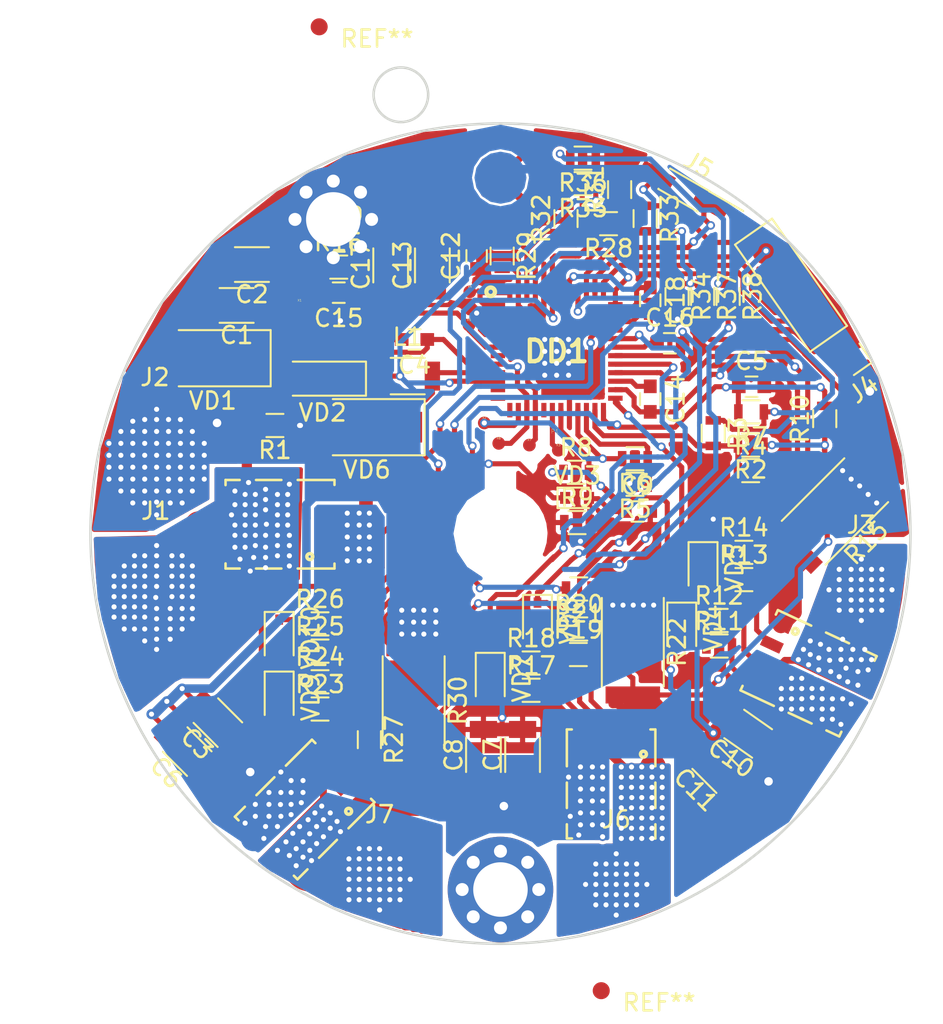
<source format=kicad_pcb>
(kicad_pcb (version 4) (host pcbnew 4.0.7)
  (layers (0 F.Cu signal) (31 B.Cu signal) (34 B.Paste user) (35 F.Paste user) (36 B.SilkS user) (37 F.SilkS user) (38 B.Mask user) (39 F.Mask user) (44 Edge.Cuts user))
  (net 0 "")
  (net 1 /NRST)
  (net 2 /OUTU)
  (net 3 /OUTV)
  (net 4 /OUTW)
  (net 5 /VM)
  (net 6 /HSU)
  (net 7 /LSU)
  (net 8 /HSV)
  (net 9 /LSV)
  (net 10 /HSW)
  (net 11 /LSW)
  (net 12 /SWD_IO)
  (net 13 /SWD_CLK)
  (net 14 /UART1_TX)
  (net 15 /UART1_RX)
  (net 16 /SENSE3P)
  (net 17 /SENSE2P)
  (net 18 GNDD)
  (net 19 VCC)
  (net 20 "Net-(DD1-Pad3)")
  (net 21 "Net-(DD1-Pad4)")
  (net 22 "Net-(DD1-Pad5)")
  (net 23 "Net-(DD1-Pad9)")
  (net 24 "Net-(DD1-Pad11)")
  (net 25 "Net-(DD1-Pad12)")
  (net 26 "Net-(DD1-Pad13)")
  (net 27 OP2O)
  (net 28 OP3O)
  (net 29 "Net-(DD1-Pad17)")
  (net 30 "Net-(DD1-Pad18)")
  (net 31 "Net-(DD1-Pad22)")
  (net 32 "Net-(DD1-Pad23)")
  (net 33 "Net-(DD1-Pad41)")
  (net 34 "Net-(DD1-Pad42)")
  (net 35 "Net-(DD1-Pad45)")
  (net 36 "Net-(DD1-Pad46)")
  (net 37 "Net-(J1-Pad1)")
  (net 38 "Net-(R1-Pad2)")
  (net 39 "Net-(R10-Pad1)")
  (net 40 "Net-(R11-Pad1)")
  (net 41 "Net-(R11-Pad2)")
  (net 42 "Net-(R13-Pad1)")
  (net 43 "Net-(R13-Pad2)")
  (net 44 "Net-(R17-Pad1)")
  (net 45 "Net-(R17-Pad2)")
  (net 46 "Net-(R19-Pad1)")
  (net 47 "Net-(R19-Pad2)")
  (net 48 "Net-(R23-Pad1)")
  (net 49 "Net-(R23-Pad2)")
  (net 50 "Net-(R25-Pad1)")
  (net 51 "Net-(R25-Pad2)")
  (net 52 "Net-(C14-Pad1)")
  (net 53 "Net-(C16-Pad1)")
  (net 54 "Net-(C5-Pad1)")
  (net 55 "Net-(C9-Pad1)")
  (net 56 "Net-(C17-Pad1)")
  (net 57 "Net-(C18-Pad1)")
  (net 58 "Net-(Hole2-Pad1)")
  (net 59 /OP1O)
  (module shev:hole3.2w6.2 (layer F.Cu) (at 90.18 71.55)
    (fp_text reference Hole1 (at 0 -0.3) (layer F.SilkS) (effects (font (size 0.127 0.127) (thickness 0.015))))
    (fp_text value Conn_01x01_Female)
    (pad 1 thru_hole circle (at 0 0) (size 6.2 6.2) (drill 3.2) (layers *.Cu *.Mask) (net 18 GNDD))
    (pad 1 thru_hole circle (at 0 -2.25) (size 1 1) (drill 0.762) (layers *.Cu *.Mask) (net 18 GNDD))
    (pad 1 thru_hole circle (at 0 2.25) (size 1 1) (drill 0.762) (layers *.Cu *.Mask) (net 18 GNDD))
    (pad 1 thru_hole circle (at 2.25 0) (size 1 1) (drill 0.762) (layers *.Cu *.Mask) (net 18 GNDD))
    (pad 1 thru_hole circle (at -2.25 0) (size 1 1) (drill 0.762) (layers *.Cu *.Mask) (net 18 GNDD))
    (pad 1 thru_hole circle (at -1.6 1.6) (size 1 1) (drill 0.762) (layers *.Cu *.Mask) (net 18 GNDD))
    (pad 1 thru_hole circle (at 1.6 1.6) (size 1 1) (drill 0.762) (layers *.Cu *.Mask) (net 18 GNDD))
    (pad 1 thru_hole circle (at 1.6 -1.6) (size 1 1) (drill 0.762) (layers *.Cu *.Mask) (net 18 GNDD))
    (pad 1 thru_hole circle (at -1.6 -1.6) (size 1 1) (drill 0.762) (layers *.Cu *.Mask) (net 18 GNDD))
  )
  (module Fiducials:Fiducial_1mm_Dia_2.54mm_Outer_CopperTop (layer F.Cu) (at 89.35 60.24)
    (fp_text reference REF** (at 3.4 0.7) (layer F.SilkS))
    (fp_text value Fiducial_1mm_Dia_2.54mm_Outer_CopperTop)
    (pad ~ smd circle (at 0 0) (size 1 1) (layers F.Cu F.Mask) (clearance 0.77))
  )
  (module Diodes_SMD:D_SOD-323 (layer F.Cu) (at 102.175 95.1 270)
    (fp_text reference VD8 (at 0 -1.85 270) (layer F.SilkS))
    (fp_text value 4148WS)
    (pad 1 smd rect (at -1.05 0 270) (size 0.6 0.45) (layers F.Cu F.Paste F.Mask) (net 9 /LSV))
    (pad 2 smd rect (at 1.05 0 270) (size 0.6 0.45) (layers F.Cu F.Paste F.Mask) (net 46 "Net-(R19-Pad1)"))
  )
  (module Resistors_SMD:R_0603 (layer F.Cu) (at 104.85 69.45 180)
    (fp_text reference R35 (at 0 -1.45 180) (layer F.SilkS))
    (fp_text value 24k)
    (pad 1 smd rect (at -0.75 0 180) (size 0.5 0.9) (layers F.Cu F.Paste F.Mask) (net 19 VCC))
    (pad 2 smd rect (at 0.75 0 180) (size 0.5 0.9) (layers F.Cu F.Paste F.Mask) (net 35 "Net-(DD1-Pad45)"))
  )
  (module Resistors_SMD:R_2512 (layer F.Cu) (at 119.65 88.7 225)
    (fp_text reference R15 (at 0 -2.6 225) (layer F.SilkS))
    (fp_text value 5L0)
    (pad 1 smd rect (at -3.1 0 225) (size 1 3.2) (layers F.Cu F.Paste F.Mask) (net 18 GNDD))
    (pad 2 smd rect (at 3.1 0 225) (size 1 3.2) (layers F.Cu F.Paste F.Mask) (net 39 "Net-(R10-Pad1)"))
  )
  (module Capacitors_SMD:C_0603 (layer F.Cu) (at 94.95 78.6 180)
    (fp_text reference C4 (at 0 -1.5 180) (layer F.SilkS))
    (fp_text value 100n)
    (pad 2 smd rect (at 0.75 0 180) (size 0.8 0.75) (layers F.Cu F.Paste F.Mask) (net 18 GNDD))
    (pad 1 smd rect (at -0.75 0 180) (size 0.8 0.75) (layers F.Cu F.Paste F.Mask) (net 5 /VM))
  )
  (module Capacitors_SMD:C_1206 (layer F.Cu) (at 101.3 103 90)
    (fp_text reference C7 (at 0 -1.75 90) (layer F.SilkS))
    (fp_text value 47u)
    (pad 1 smd rect (at -1.5 0 90) (size 1 1.6) (layers F.Cu F.Paste F.Mask) (net 5 /VM))
    (pad 2 smd rect (at 1.5 0 90) (size 1 1.6) (layers F.Cu F.Paste F.Mask) (net 18 GNDD))
  )
  (module Capacitors_SMD:C_0603 (layer F.Cu) (at 98.6 73.7 90)
    (fp_text reference C12 (at 0 -1.5 90) (layer F.SilkS))
    (fp_text value 100n)
    (pad 2 smd rect (at 0.75 0 90) (size 0.8 0.75) (layers F.Cu F.Paste F.Mask) (net 18 GNDD))
    (pad 1 smd rect (at -0.75 0 90) (size 0.8 0.75) (layers F.Cu F.Paste F.Mask) (net 19 VCC))
  )
  (module stspin32f0:QFN50P700X700X100-49N-D (layer F.Cu) (at 103.3 79.3)
    (fp_text reference DD1 (at 0 0) (layer F.SilkS) (effects (font (size 1.27 1.27) (thickness 0.254))))
    (fp_text value STSPIN32F0 hide)
    (pad 1 smd rect (at -3.45 -2.75 90) (size 0.3 0.85) (layers F.Cu F.Paste F.Mask) (net 19 VCC))
    (pad 2 smd rect (at -3.45 -2.25 90) (size 0.3 0.85) (layers F.Cu F.Paste F.Mask) (net 18 GNDD))
    (pad 3 smd rect (at -3.45 -1.75 90) (size 0.3 0.85) (layers F.Cu F.Paste F.Mask) (net 20 "Net-(DD1-Pad3)"))
    (pad 4 smd rect (at -3.45 -1.25 90) (size 0.3 0.85) (layers F.Cu F.Paste F.Mask) (net 21 "Net-(DD1-Pad4)"))
    (pad 5 smd rect (at -3.45 -0.75 90) (size 0.3 0.85) (layers F.Cu F.Paste F.Mask) (net 22 "Net-(DD1-Pad5)"))
    (pad 6 smd rect (at -3.45 -0.25 90) (size 0.3 0.85) (layers F.Cu F.Paste F.Mask) (net 56 "Net-(C17-Pad1)"))
    (pad 7 smd rect (at -3.45 0.25 90) (size 0.3 0.85) (layers F.Cu F.Paste F.Mask) (net 1 /NRST))
    (pad 8 smd rect (at -3.45 0.75 90) (size 0.3 0.85) (layers F.Cu F.Paste F.Mask) (net 5 /VM))
    (pad 9 smd rect (at -3.45 1.25 90) (size 0.3 0.85) (layers F.Cu F.Paste F.Mask) (net 23 "Net-(DD1-Pad9)"))
    (pad 10 smd rect (at -3.45 1.75 90) (size 0.3 0.85) (layers F.Cu F.Paste F.Mask) (net 19 VCC))
    (pad 11 smd rect (at -3.45 2.25 90) (size 0.3 0.85) (layers F.Cu F.Paste F.Mask) (net 24 "Net-(DD1-Pad11)"))
    (pad 12 smd rect (at -3.45 2.75 90) (size 0.3 0.85) (layers F.Cu F.Paste F.Mask) (net 25 "Net-(DD1-Pad12)"))
    (pad 13 smd rect (at -2.75 3.45) (size 0.3 0.85) (layers F.Cu F.Paste F.Mask) (net 26 "Net-(DD1-Pad13)"))
    (pad 14 smd rect (at -2.25 3.45) (size 0.3 0.85) (layers F.Cu F.Paste F.Mask) (net 59 /OP1O))
    (pad 15 smd rect (at -1.75 3.45) (size 0.3 0.85) (layers F.Cu F.Paste F.Mask) (net 27 OP2O))
    (pad 16 smd rect (at -1.25 3.45) (size 0.3 0.85) (layers F.Cu F.Paste F.Mask) (net 28 OP3O))
    (pad 17 smd rect (at -0.75 3.45) (size 0.3 0.85) (layers F.Cu F.Paste F.Mask) (net 29 "Net-(DD1-Pad17)"))
    (pad 18 smd rect (at -0.25 3.45) (size 0.3 0.85) (layers F.Cu F.Paste F.Mask) (net 30 "Net-(DD1-Pad18)"))
    (pad 19 smd rect (at 0.25 3.45) (size 0.3 0.85) (layers F.Cu F.Paste F.Mask) (net 55 "Net-(C9-Pad1)"))
    (pad 20 smd rect (at 0.75 3.45) (size 0.3 0.85) (layers F.Cu F.Paste F.Mask) (net 18 GNDD))
    (pad 21 smd rect (at 1.25 3.45) (size 0.3 0.85) (layers F.Cu F.Paste F.Mask) (net 59 /OP1O))
    (pad 22 smd rect (at 1.75 3.45) (size 0.3 0.85) (layers F.Cu F.Paste F.Mask) (net 31 "Net-(DD1-Pad22)"))
    (pad 23 smd rect (at 2.25 3.45) (size 0.3 0.85) (layers F.Cu F.Paste F.Mask) (net 32 "Net-(DD1-Pad23)"))
    (pad 24 smd rect (at 2.75 3.45) (size 0.3 0.85) (layers F.Cu F.Paste F.Mask) (net 54 "Net-(C5-Pad1)"))
    (pad 25 smd rect (at 3.45 2.75 90) (size 0.3 0.85) (layers F.Cu F.Paste F.Mask) (net 10 /HSW))
    (pad 26 smd rect (at 3.45 2.25 90) (size 0.3 0.85) (layers F.Cu F.Paste F.Mask) (net 4 /OUTW))
    (pad 27 smd rect (at 3.45 1.75 90) (size 0.3 0.85) (layers F.Cu F.Paste F.Mask) (net 52 "Net-(C14-Pad1)"))
    (pad 28 smd rect (at 3.45 1.25 90) (size 0.3 0.85) (layers F.Cu F.Paste F.Mask) (net 11 /LSW))
    (pad 29 smd rect (at 3.45 0.75 90) (size 0.3 0.85) (layers F.Cu F.Paste F.Mask) (net 8 /HSV))
    (pad 30 smd rect (at 3.45 0.25 90) (size 0.3 0.85) (layers F.Cu F.Paste F.Mask) (net 3 /OUTV))
    (pad 31 smd rect (at 3.45 -0.25 90) (size 0.3 0.85) (layers F.Cu F.Paste F.Mask) (net 53 "Net-(C16-Pad1)"))
    (pad 32 smd rect (at 3.45 -0.75 90) (size 0.3 0.85) (layers F.Cu F.Paste F.Mask) (net 9 /LSV))
    (pad 33 smd rect (at 3.45 -1.25 90) (size 0.3 0.85) (layers F.Cu F.Paste F.Mask) (net 6 /HSU))
    (pad 34 smd rect (at 3.45 -1.75 90) (size 0.3 0.85) (layers F.Cu F.Paste F.Mask) (net 2 /OUTU))
    (pad 35 smd rect (at 3.45 -2.25 90) (size 0.3 0.85) (layers F.Cu F.Paste F.Mask) (net 57 "Net-(C18-Pad1)"))
    (pad 36 smd rect (at 3.45 -2.75 90) (size 0.3 0.85) (layers F.Cu F.Paste F.Mask) (net 7 /LSU))
    (pad 37 smd rect (at 2.75 -3.45) (size 0.3 0.85) (layers F.Cu F.Paste F.Mask) (net 12 /SWD_IO))
    (pad 38 smd rect (at 2.25 -3.45) (size 0.3 0.85) (layers F.Cu F.Paste F.Mask) (net 13 /SWD_CLK))
    (pad 39 smd rect (at 1.75 -3.45) (size 0.3 0.85) (layers F.Cu F.Paste F.Mask) (net 14 /UART1_TX))
    (pad 40 smd rect (at 1.25 -3.45) (size 0.3 0.85) (layers F.Cu F.Paste F.Mask) (net 15 /UART1_RX))
    (pad 41 smd rect (at 0.75 -3.45) (size 0.3 0.85) (layers F.Cu F.Paste F.Mask) (net 33 "Net-(DD1-Pad41)"))
    (pad 42 smd rect (at 0.25 -3.45) (size 0.3 0.85) (layers F.Cu F.Paste F.Mask) (net 34 "Net-(DD1-Pad42)"))
    (pad 43 smd rect (at -0.25 -3.45) (size 0.3 0.85) (layers F.Cu F.Paste F.Mask) (net 27 OP2O))
    (pad 44 smd rect (at -0.75 -3.45) (size 0.3 0.85) (layers F.Cu F.Paste F.Mask) (net 18 GNDD))
    (pad 45 smd rect (at -1.25 -3.45) (size 0.3 0.85) (layers F.Cu F.Paste F.Mask) (net 35 "Net-(DD1-Pad45)"))
    (pad 46 smd rect (at -1.75 -3.45) (size 0.3 0.85) (layers F.Cu F.Paste F.Mask) (net 36 "Net-(DD1-Pad46)"))
    (pad 47 smd rect (at -2.25 -3.45) (size 0.3 0.85) (layers F.Cu F.Paste F.Mask) (net 28 OP3O))
    (pad 48 smd rect (at -2.75 -3.45) (size 0.3 0.85) (layers F.Cu F.Paste F.Mask) (net 19 VCC))
    (pad 49 smd rect (at 0 0) (size 2.7 2.7) (layers F.Cu F.Paste F.Mask) (net 18 GNDD))
  )
  (module Inductors_SMD:L_1206 (layer F.Cu) (at 94.55 80.75)
    (fp_text reference L1 (at 0 -2.3) (layer F.SilkS))
    (fp_text value 22uH)
    (pad 1 smd rect (at -1.45 0) (size 0.9 1.7) (layers F.Cu F.Paste F.Mask) (net 19 VCC))
    (pad 2 smd rect (at 1.45 0) (size 0.9 1.7) (layers F.Cu F.Paste F.Mask) (net 23 "Net-(DD1-Pad9)"))
  )
  (module Resistors_SMD:R_0603 (layer F.Cu) (at 86.75 83.65 180)
    (fp_text reference R1 (at 0 -1.45 180) (layer F.SilkS))
    (fp_text value 10k)
    (pad 1 smd rect (at -0.75 0 180) (size 0.5 0.9) (layers F.Cu F.Paste F.Mask) (net 18 GNDD))
    (pad 2 smd rect (at 0.75 0 180) (size 0.5 0.9) (layers F.Cu F.Paste F.Mask) (net 38 "Net-(R1-Pad2)"))
  )
  (module Resistors_SMD:R_0603 (layer F.Cu) (at 114.7 84.8 180)
    (fp_text reference R2 (at 0 -1.45 180) (layer F.SilkS))
    (fp_text value 1k)
    (pad 1 smd rect (at -0.75 0 180) (size 0.5 0.9) (layers F.Cu F.Paste F.Mask) (net 39 "Net-(R10-Pad1)"))
    (pad 2 smd rect (at 0.75 0 180) (size 0.5 0.9) (layers F.Cu F.Paste F.Mask) (net 32 "Net-(DD1-Pad23)"))
  )
  (module Resistors_SMD:R_0603 (layer F.Cu) (at 112.5 84.1 270)
    (fp_text reference R3 (at 0 -1.45 270) (layer F.SilkS))
    (fp_text value 24k)
    (pad 1 smd rect (at -0.75 0 270) (size 0.5 0.9) (layers F.Cu F.Paste F.Mask) (net 19 VCC))
    (pad 2 smd rect (at 0.75 0 270) (size 0.5 0.9) (layers F.Cu F.Paste F.Mask) (net 32 "Net-(DD1-Pad23)"))
  )
  (module Resistors_SMD:R_0603 (layer F.Cu) (at 114.7 86.3)
    (fp_text reference R4 (at 0 -1.45) (layer F.SilkS))
    (fp_text value 24k)
    (pad 1 smd rect (at -0.75 0) (size 0.5 0.9) (layers F.Cu F.Paste F.Mask) (net 32 "Net-(DD1-Pad23)"))
    (pad 2 smd rect (at 0.75 0) (size 0.5 0.9) (layers F.Cu F.Paste F.Mask) (net 18 GNDD))
  )
  (module Resistors_SMD:R_0603 (layer F.Cu) (at 107.9 87.1 180)
    (fp_text reference R5 (at 0 -1.45 180) (layer F.SilkS))
    (fp_text value 1k)
    (pad 1 smd rect (at -0.75 0 180) (size 0.5 0.9) (layers F.Cu F.Paste F.Mask) (net 31 "Net-(DD1-Pad22)"))
    (pad 2 smd rect (at 0.75 0 180) (size 0.5 0.9) (layers F.Cu F.Paste F.Mask) (net 18 GNDD))
  )
  (module Resistors_SMD:R_0603 (layer F.Cu) (at 107.9 85.6 180)
    (fp_text reference R6 (at 0 -1.45 180) (layer F.SilkS))
    (fp_text value 10k)
    (pad 1 smd rect (at -0.75 0 180) (size 0.5 0.9) (layers F.Cu F.Paste F.Mask) (net 31 "Net-(DD1-Pad22)"))
    (pad 2 smd rect (at 0.75 0 180) (size 0.5 0.9) (layers F.Cu F.Paste F.Mask) (net 59 /OP1O))
  )
  (module Resistors_SMD:R_0603 (layer F.Cu) (at 114.725 82.85 180)
    (fp_text reference R7 (at 0 -1.45 180) (layer F.SilkS))
    (fp_text value 75k)
    (pad 1 smd rect (at -0.75 0 180) (size 0.5 0.9) (layers F.Cu F.Paste F.Mask) (net 19 VCC))
    (pad 2 smd rect (at 0.75 0 180) (size 0.5 0.9) (layers F.Cu F.Paste F.Mask) (net 54 "Net-(C5-Pad1)"))
  )
  (module Resistors_SMD:R_0603 (layer F.Cu) (at 104.45 86.4)
    (fp_text reference R8 (at 0 -1.45) (layer F.SilkS))
    (fp_text value 180k)
    (pad 1 smd rect (at -0.75 0) (size 0.5 0.9) (layers F.Cu F.Paste F.Mask) (net 5 /VM))
    (pad 2 smd rect (at 0.75 0) (size 0.5 0.9) (layers F.Cu F.Paste F.Mask) (net 55 "Net-(C9-Pad1)"))
  )
  (module Resistors_SMD:R_0603 (layer F.Cu) (at 104.5 89.35)
    (fp_text reference R9 (at 0 -1.45) (layer F.SilkS))
    (fp_text value 10k)
    (pad 1 smd rect (at -0.75 0) (size 0.5 0.9) (layers F.Cu F.Paste F.Mask) (net 18 GNDD))
    (pad 2 smd rect (at 0.75 0) (size 0.5 0.9) (layers F.Cu F.Paste F.Mask) (net 55 "Net-(C9-Pad1)"))
  )
  (module Resistors_SMD:R_0603 (layer F.Cu) (at 119.05 83.25 90)
    (fp_text reference R10 (at 0 -1.45 90) (layer F.SilkS))
    (fp_text value 2.2k)
    (pad 1 smd rect (at -0.75 0 90) (size 0.5 0.9) (layers F.Cu F.Paste F.Mask) (net 39 "Net-(R10-Pad1)"))
    (pad 2 smd rect (at 0.75 0 90) (size 0.5 0.9) (layers F.Cu F.Paste F.Mask) (net 54 "Net-(C5-Pad1)"))
  )
  (module Resistors_SMD:R_0603 (layer F.Cu) (at 112.85 96.6)
    (fp_text reference R11 (at 0 -1.45) (layer F.SilkS))
    (fp_text value 10)
    (pad 1 smd rect (at -0.75 0) (size 0.5 0.9) (layers F.Cu F.Paste F.Mask) (net 40 "Net-(R11-Pad1)"))
    (pad 2 smd rect (at 0.75 0) (size 0.5 0.9) (layers F.Cu F.Paste F.Mask) (net 41 "Net-(R11-Pad2)"))
  )
  (module Resistors_SMD:R_0603 (layer F.Cu) (at 112.85 95.1)
    (fp_text reference R12 (at 0 -1.45) (layer F.SilkS))
    (fp_text value 68)
    (pad 1 smd rect (at -0.75 0) (size 0.5 0.9) (layers F.Cu F.Paste F.Mask) (net 10 /HSW))
    (pad 2 smd rect (at 0.75 0) (size 0.5 0.9) (layers F.Cu F.Paste F.Mask) (net 41 "Net-(R11-Pad2)"))
  )
  (module Resistors_SMD:R_0603 (layer F.Cu) (at 114.3 92.7)
    (fp_text reference R13 (at 0 -1.45) (layer F.SilkS))
    (fp_text value 10)
    (pad 1 smd rect (at -0.75 0) (size 0.5 0.9) (layers F.Cu F.Paste F.Mask) (net 42 "Net-(R13-Pad1)"))
    (pad 2 smd rect (at 0.75 0) (size 0.5 0.9) (layers F.Cu F.Paste F.Mask) (net 43 "Net-(R13-Pad2)"))
  )
  (module Resistors_SMD:R_0603 (layer F.Cu) (at 114.3 91.1)
    (fp_text reference R14 (at 0 -1.45) (layer F.SilkS))
    (fp_text value 68)
    (pad 1 smd rect (at -0.75 0) (size 0.5 0.9) (layers F.Cu F.Paste F.Mask) (net 11 /LSW))
    (pad 2 smd rect (at 0.75 0) (size 0.5 0.9) (layers F.Cu F.Paste F.Mask) (net 43 "Net-(R13-Pad2)"))
  )
  (module Resistors_SMD:R_0603 (layer F.Cu) (at 90.5 74.35)
    (fp_text reference R16 (at 0 -1.45) (layer F.SilkS))
    (fp_text value 75k)
    (pad 1 smd rect (at -0.75 0) (size 0.5 0.9) (layers F.Cu F.Paste F.Mask) (net 1 /NRST))
    (pad 2 smd rect (at 0.75 0) (size 0.5 0.9) (layers F.Cu F.Paste F.Mask) (net 19 VCC))
  )
  (module Resistors_SMD:R_0603 (layer F.Cu) (at 101.8 99.2)
    (fp_text reference R17 (at 0 -1.45) (layer F.SilkS))
    (fp_text value 10)
    (pad 1 smd rect (at -0.75 0) (size 0.5 0.9) (layers F.Cu F.Paste F.Mask) (net 44 "Net-(R17-Pad1)"))
    (pad 2 smd rect (at 0.75 0) (size 0.5 0.9) (layers F.Cu F.Paste F.Mask) (net 45 "Net-(R17-Pad2)"))
  )
  (module Resistors_SMD:R_0603 (layer F.Cu) (at 101.8 97.6)
    (fp_text reference R18 (at 0 -1.45) (layer F.SilkS))
    (fp_text value 68)
    (pad 1 smd rect (at -0.75 0) (size 0.5 0.9) (layers F.Cu F.Paste F.Mask) (net 8 /HSV))
    (pad 2 smd rect (at 0.75 0) (size 0.5 0.9) (layers F.Cu F.Paste F.Mask) (net 45 "Net-(R17-Pad2)"))
  )
  (module Resistors_SMD:R_0603 (layer F.Cu) (at 104.575 97.1)
    (fp_text reference R19 (at 0 -1.45) (layer F.SilkS))
    (fp_text value 10)
    (pad 1 smd rect (at -0.75 0) (size 0.5 0.9) (layers F.Cu F.Paste F.Mask) (net 46 "Net-(R19-Pad1)"))
    (pad 2 smd rect (at 0.75 0) (size 0.5 0.9) (layers F.Cu F.Paste F.Mask) (net 47 "Net-(R19-Pad2)"))
  )
  (module Resistors_SMD:R_0603 (layer F.Cu) (at 104.6 95.6)
    (fp_text reference R20 (at 0 -1.45) (layer F.SilkS))
    (fp_text value 68)
    (pad 1 smd rect (at -0.75 0) (size 0.5 0.9) (layers F.Cu F.Paste F.Mask) (net 9 /LSV))
    (pad 2 smd rect (at 0.75 0) (size 0.5 0.9) (layers F.Cu F.Paste F.Mask) (net 47 "Net-(R19-Pad2)"))
  )
  (module Resistors_SMD:R_0603 (layer F.Cu) (at 104.6 93.25 180)
    (fp_text reference R21 (at 0 -1.45 180) (layer F.SilkS))
    (fp_text value 2.2k)
    (pad 1 smd rect (at -0.75 0 180) (size 0.5 0.9) (layers F.Cu F.Paste F.Mask) (net 17 /SENSE2P))
    (pad 2 smd rect (at 0.75 0 180) (size 0.5 0.9) (layers F.Cu F.Paste F.Mask) (net 54 "Net-(C5-Pad1)"))
  )
  (module Resistors_SMD:R_2512 (layer F.Cu) (at 107.775 96.375 270)
    (fp_text reference R22 (at 0 -2.6 270) (layer F.SilkS))
    (fp_text value 5L0)
    (pad 1 smd rect (at -3.1 0 270) (size 1 3.2) (layers F.Cu F.Paste F.Mask) (net 18 GNDD))
    (pad 2 smd rect (at 3.1 0 270) (size 1 3.2) (layers F.Cu F.Paste F.Mask) (net 17 /SENSE2P))
  )
  (module Resistors_SMD:R_0603 (layer F.Cu) (at 89.4 100.3)
    (fp_text reference R23 (at 0 -1.45) (layer F.SilkS))
    (fp_text value 10)
    (pad 1 smd rect (at -0.75 0) (size 0.5 0.9) (layers F.Cu F.Paste F.Mask) (net 48 "Net-(R23-Pad1)"))
    (pad 2 smd rect (at 0.75 0) (size 0.5 0.9) (layers F.Cu F.Paste F.Mask) (net 49 "Net-(R23-Pad2)"))
  )
  (module Resistors_SMD:R_0603 (layer F.Cu) (at 89.4 98.7)
    (fp_text reference R24 (at 0 -1.45) (layer F.SilkS))
    (fp_text value 68)
    (pad 1 smd rect (at -0.75 0) (size 0.5 0.9) (layers F.Cu F.Paste F.Mask) (net 6 /HSU))
    (pad 2 smd rect (at 0.75 0) (size 0.5 0.9) (layers F.Cu F.Paste F.Mask) (net 49 "Net-(R23-Pad2)"))
  )
  (module Resistors_SMD:R_0603 (layer F.Cu) (at 89.4 96.9)
    (fp_text reference R25 (at 0 -1.45) (layer F.SilkS))
    (fp_text value 10)
    (pad 1 smd rect (at -0.75 0) (size 0.5 0.9) (layers F.Cu F.Paste F.Mask) (net 50 "Net-(R25-Pad1)"))
    (pad 2 smd rect (at 0.75 0) (size 0.5 0.9) (layers F.Cu F.Paste F.Mask) (net 51 "Net-(R25-Pad2)"))
  )
  (module Resistors_SMD:R_0603 (layer F.Cu) (at 89.4 95.3)
    (fp_text reference R26 (at 0 -1.45) (layer F.SilkS))
    (fp_text value 68)
    (pad 1 smd rect (at -0.75 0) (size 0.5 0.9) (layers F.Cu F.Paste F.Mask) (net 7 /LSU))
    (pad 2 smd rect (at 0.75 0) (size 0.5 0.9) (layers F.Cu F.Paste F.Mask) (net 51 "Net-(R25-Pad2)"))
  )
  (module Resistors_SMD:R_0603 (layer F.Cu) (at 92.3 102.1 270)
    (fp_text reference R27 (at 0 -1.45 270) (layer F.SilkS))
    (fp_text value 2.2k)
    (pad 1 smd rect (at -0.75 0 270) (size 0.5 0.9) (layers F.Cu F.Paste F.Mask) (net 54 "Net-(C5-Pad1)"))
    (pad 2 smd rect (at 0.75 0 270) (size 0.5 0.9) (layers F.Cu F.Paste F.Mask) (net 16 /SENSE3P))
  )
  (module Resistors_SMD:R_0603 (layer F.Cu) (at 106.35 71.8 180)
    (fp_text reference R28 (at 0 -1.45 180) (layer F.SilkS))
    (fp_text value 10k)
    (pad 1 smd rect (at -0.75 0 180) (size 0.5 0.9) (layers F.Cu F.Paste F.Mask) (net 34 "Net-(DD1-Pad42)"))
    (pad 2 smd rect (at 0.75 0 180) (size 0.5 0.9) (layers F.Cu F.Paste F.Mask) (net 27 OP2O))
  )
  (module Resistors_SMD:R_0603 (layer F.Cu) (at 100.1 73.7 270)
    (fp_text reference R29 (at 0 -1.45 270) (layer F.SilkS))
    (fp_text value 10k)
    (pad 1 smd rect (at -0.75 0 270) (size 0.5 0.9) (layers F.Cu F.Paste F.Mask) (net 36 "Net-(DD1-Pad46)"))
    (pad 2 smd rect (at 0.75 0 270) (size 0.5 0.9) (layers F.Cu F.Paste F.Mask) (net 28 OP3O))
  )
  (module Resistors_SMD:R_2512 (layer F.Cu) (at 94.9 99.8 270)
    (fp_text reference R30 (at 0 -2.6 270) (layer F.SilkS))
    (fp_text value 5L0)
    (pad 1 smd rect (at -3.1 0 270) (size 1 3.2) (layers F.Cu F.Paste F.Mask) (net 18 GNDD))
    (pad 2 smd rect (at 3.1 0 270) (size 1 3.2) (layers F.Cu F.Paste F.Mask) (net 16 /SENSE3P))
  )
  (module Resistors_SMD:R_0603 (layer F.Cu) (at 107 69.8 90)
    (fp_text reference R31 (at 0 -1.45 90) (layer F.SilkS))
    (fp_text value 1k)
    (pad 1 smd rect (at -0.75 0 90) (size 0.5 0.9) (layers F.Cu F.Paste F.Mask) (net 34 "Net-(DD1-Pad42)"))
    (pad 2 smd rect (at 0.75 0 90) (size 0.5 0.9) (layers F.Cu F.Paste F.Mask) (net 18 GNDD))
  )
  (module Resistors_SMD:R_0603 (layer F.Cu) (at 103.85 71.5 90)
    (fp_text reference R32 (at 0 -1.45 90) (layer F.SilkS))
    (fp_text value 1k)
    (pad 1 smd rect (at -0.75 0 90) (size 0.5 0.9) (layers F.Cu F.Paste F.Mask) (net 36 "Net-(DD1-Pad46)"))
    (pad 2 smd rect (at 0.75 0 90) (size 0.5 0.9) (layers F.Cu F.Paste F.Mask) (net 18 GNDD))
  )
  (module Resistors_SMD:R_0603 (layer F.Cu) (at 108.5 71.5 270)
    (fp_text reference R33 (at 0 -1.45 270) (layer F.SilkS))
    (fp_text value 24k)
    (pad 1 smd rect (at -0.75 0 270) (size 0.5 0.9) (layers F.Cu F.Paste F.Mask) (net 19 VCC))
    (pad 2 smd rect (at 0.75 0 270) (size 0.5 0.9) (layers F.Cu F.Paste F.Mask) (net 33 "Net-(DD1-Pad41)"))
  )
  (module Resistors_SMD:R_0603 (layer F.Cu) (at 110.375 76.075 270)
    (fp_text reference R34 (at 0 -1.45 270) (layer F.SilkS))
    (fp_text value 24k)
    (pad 1 smd rect (at -0.75 0 270) (size 0.5 0.9) (layers F.Cu F.Paste F.Mask) (net 33 "Net-(DD1-Pad41)"))
    (pad 2 smd rect (at 0.75 0 270) (size 0.5 0.9) (layers F.Cu F.Paste F.Mask) (net 18 GNDD))
  )
  (module Resistors_SMD:R_0603 (layer F.Cu) (at 104.85 67.95 180)
    (fp_text reference R36 (at 0 -1.45 180) (layer F.SilkS))
    (fp_text value 24k)
    (pad 1 smd rect (at -0.75 0 180) (size 0.5 0.9) (layers F.Cu F.Paste F.Mask) (net 18 GNDD))
    (pad 2 smd rect (at 0.75 0 180) (size 0.5 0.9) (layers F.Cu F.Paste F.Mask) (net 35 "Net-(DD1-Pad45)"))
  )
  (module Resistors_SMD:R_0603 (layer F.Cu) (at 111.875 76.075 270)
    (fp_text reference R37 (at 0 -1.45 270) (layer F.SilkS))
    (fp_text value 1k)
    (pad 1 smd rect (at -0.75 0 270) (size 0.5 0.9) (layers F.Cu F.Paste F.Mask) (net 33 "Net-(DD1-Pad41)"))
    (pad 2 smd rect (at 0.75 0 270) (size 0.5 0.9) (layers F.Cu F.Paste F.Mask) (net 17 /SENSE2P))
  )
  (module Resistors_SMD:R_0603 (layer F.Cu) (at 113.375 76.075 270)
    (fp_text reference R38 (at 0 -1.45 270) (layer F.SilkS))
    (fp_text value 1k)
    (pad 1 smd rect (at -0.75 0 270) (size 0.5 0.9) (layers F.Cu F.Paste F.Mask) (net 35 "Net-(DD1-Pad45)"))
    (pad 2 smd rect (at 0.75 0 270) (size 0.5 0.9) (layers F.Cu F.Paste F.Mask) (net 16 /SENSE3P))
  )
  (module Diodes_SMD:D_SMA (layer F.Cu) (at 83.1 79.7 180)
    (fp_text reference VD1 (at 0 -2.5 180) (layer F.SilkS))
    (fp_text value SMAJ26A)
    (pad 1 smd rect (at -2 0 180) (size 2.5 1.8) (layers F.Cu F.Paste F.Mask) (net 37 "Net-(J1-Pad1)"))
    (pad 2 smd rect (at 2 0 180) (size 2.5 1.8) (layers F.Cu F.Paste F.Mask) (net 18 GNDD))
  )
  (module Diodes_SMD:D_MiniMELF (layer F.Cu) (at 89.55 80.9 180)
    (fp_text reference VD2 (at 0 -2 180) (layer F.SilkS))
    (fp_text value TZM5248-18V)
    (pad 1 smd rect (at -1.75 0 180) (size 1.3 1.7) (layers F.Cu F.Paste F.Mask) (net 5 /VM))
    (pad 2 smd rect (at 1.75 0 180) (size 1.3 1.7) (layers F.Cu F.Paste F.Mask) (net 38 "Net-(R1-Pad2)"))
  )
  (module Diodes_SMD:D_SOD-523 (layer F.Cu) (at 104.5 87.9)
    (fp_text reference VD3 (at 0 -1.3) (layer F.SilkS))
    (fp_text value BAT30)
    (pad 2 smd rect (at 0.7 0 180) (size 0.6 0.7) (layers F.Cu F.Paste F.Mask) (net 55 "Net-(C9-Pad1)"))
    (pad 1 smd rect (at -0.7 0 180) (size 0.6 0.7) (layers F.Cu F.Paste F.Mask) (net 19 VCC))
  )
  (module Diodes_SMD:D_SOD-323 (layer F.Cu) (at 110.65 95.55 270)
    (fp_text reference VD4 (at 0 -1.85 270) (layer F.SilkS))
    (fp_text value 4148WS)
    (pad 1 smd rect (at -1.05 0 270) (size 0.6 0.45) (layers F.Cu F.Paste F.Mask) (net 10 /HSW))
    (pad 2 smd rect (at 1.05 0 270) (size 0.6 0.45) (layers F.Cu F.Paste F.Mask) (net 40 "Net-(R11-Pad1)"))
  )
  (module Diodes_SMD:D_SOD-323 (layer F.Cu) (at 111.9 92 270)
    (fp_text reference VD5 (at 0 -1.85 270) (layer F.SilkS))
    (fp_text value 4148WS)
    (pad 1 smd rect (at -1.05 0 270) (size 0.6 0.45) (layers F.Cu F.Paste F.Mask) (net 11 /LSW))
    (pad 2 smd rect (at 1.05 0 270) (size 0.6 0.45) (layers F.Cu F.Paste F.Mask) (net 42 "Net-(R13-Pad1)"))
  )
  (module Diodes_SMD:D_SMA (layer F.Cu) (at 92.15 83.75 180)
    (fp_text reference VD6 (at 0 -2.5 180) (layer F.SilkS))
    (fp_text value STPS1L60)
    (pad 1 smd rect (at -2 0 180) (size 2.5 1.8) (layers F.Cu F.Paste F.Mask) (net 23 "Net-(DD1-Pad9)"))
    (pad 2 smd rect (at 2 0 180) (size 2.5 1.8) (layers F.Cu F.Paste F.Mask) (net 18 GNDD))
  )
  (module Diodes_SMD:D_SOD-323 (layer F.Cu) (at 99.4 98.5 270)
    (fp_text reference VD7 (at 0 -1.85 270) (layer F.SilkS))
    (fp_text value 4148WS)
    (pad 1 smd rect (at -1.05 0 270) (size 0.6 0.45) (layers F.Cu F.Paste F.Mask) (net 8 /HSV))
    (pad 2 smd rect (at 1.05 0 270) (size 0.6 0.45) (layers F.Cu F.Paste F.Mask) (net 44 "Net-(R17-Pad1)"))
  )
  (module Diodes_SMD:D_SOD-323 (layer F.Cu) (at 87 99.6 270)
    (fp_text reference VD9 (at 0 -1.85 270) (layer F.SilkS))
    (fp_text value 4148WS)
    (pad 1 smd rect (at -1.05 0 270) (size 0.6 0.45) (layers F.Cu F.Paste F.Mask) (net 6 /HSU))
    (pad 2 smd rect (at 1.05 0 270) (size 0.6 0.45) (layers F.Cu F.Paste F.Mask) (net 48 "Net-(R23-Pad1)"))
  )
  (module Diodes_SMD:D_SOD-323 (layer F.Cu) (at 87 96.1 270)
    (fp_text reference VD10 (at 0 -1.85 270) (layer F.SilkS))
    (fp_text value 4148WS)
    (pad 1 smd rect (at -1.05 0 270) (size 0.6 0.45) (layers F.Cu F.Paste F.Mask) (net 7 /LSU))
    (pad 2 smd rect (at 1.05 0 270) (size 0.6 0.45) (layers F.Cu F.Paste F.Mask) (net 50 "Net-(R25-Pad1)"))
  )
  (module QFN50P700X700X100-49N-D:PowerFLAT-5x6 (layer F.Cu) (at 118.1 98.2 245)
    (fp_text reference VT2)
    (fp_text value STL64DN4F7AG)
    (pad D2 smd rect (at -2.4625 0.56 245) (size 0.475 0.8) (layers F.Cu F.Paste F.Mask) (net 4 /OUTW))
    (pad D2 smd rect (at -2.4625 -1.89 245) (size 0.475 0.8) (layers F.Cu F.Paste F.Mask) (net 4 /OUTW))
    (pad D1 smd rect (at 2.4625 0.56 245) (size 0.475 0.8) (layers F.Cu F.Paste F.Mask) (net 5 /VM))
    (pad D2 smd rect (at -1.9 -3.02 245) (size 0.65 0.55) (layers F.Cu F.Paste F.Mask) (net 4 /OUTW))
    (pad D2 smd rect (at -0.575 -3.025 245) (size 0.75 0.55) (layers F.Cu F.Paste F.Mask) (net 4 /OUTW))
    (pad D2 smd rect (at -1.2125 -0.8 245) (size 2.025 3.9) (layers F.Cu F.Paste F.Mask) (net 4 /OUTW))
    (pad S2 smd rect (at -1.905 2.675 245) (size 0.65 1.25) (layers F.Cu F.Paste F.Mask) (net 39 "Net-(R10-Pad1)"))
    (pad G2 smd rect (at -0.635 2.675 245) (size 0.65 1.25) (layers F.Cu F.Paste F.Mask) (net 43 "Net-(R13-Pad2)"))
    (pad S1 smd rect (at 0.635 2.675 245) (size 0.65 1.25) (layers F.Cu F.Paste F.Mask) (net 4 /OUTW))
    (pad G1 smd rect (at 1.905 2.675 245) (size 0.65 1.25) (layers F.Cu F.Paste F.Mask) (net 41 "Net-(R11-Pad2)"))
    (pad D1 smd rect (at 0.575 -3.025 245) (size 0.75 0.55) (layers F.Cu F.Paste F.Mask) (net 5 /VM))
    (pad D1 smd rect (at 1.2125 -0.8 245) (size 2.025 3.9) (layers F.Cu F.Paste F.Mask) (net 5 /VM))
    (pad D1 smd rect (at 1.9 -3.02 245) (size 0.65 0.55) (layers F.Cu F.Paste F.Mask) (net 5 /VM))
    (pad D1 smd rect (at 2.4625 -1.89 245) (size 0.475 0.8) (layers F.Cu F.Paste F.Mask) (net 5 /VM))
  )
  (module QFN50P700X700X100-49N-D:PowerFLAT-5x6 (layer F.Cu) (at 106.5 104.7 180)
    (fp_text reference VT3)
    (fp_text value STL64DN4F7AG)
    (pad D2 smd rect (at -2.4625 0.56 180) (size 0.475 0.8) (layers F.Cu F.Paste F.Mask) (net 3 /OUTV))
    (pad D2 smd rect (at -2.4625 -1.89 180) (size 0.475 0.8) (layers F.Cu F.Paste F.Mask) (net 3 /OUTV))
    (pad D1 smd rect (at 2.4625 0.56 180) (size 0.475 0.8) (layers F.Cu F.Paste F.Mask) (net 5 /VM))
    (pad D2 smd rect (at -1.9 -3.02 180) (size 0.65 0.55) (layers F.Cu F.Paste F.Mask) (net 3 /OUTV))
    (pad D2 smd rect (at -0.575 -3.025 180) (size 0.75 0.55) (layers F.Cu F.Paste F.Mask) (net 3 /OUTV))
    (pad D2 smd rect (at -1.2125 -0.8 180) (size 2.025 3.9) (layers F.Cu F.Paste F.Mask) (net 3 /OUTV))
    (pad S2 smd rect (at -1.905 2.675 180) (size 0.65 1.25) (layers F.Cu F.Paste F.Mask) (net 17 /SENSE2P))
    (pad G2 smd rect (at -0.635 2.675 180) (size 0.65 1.25) (layers F.Cu F.Paste F.Mask) (net 47 "Net-(R19-Pad2)"))
    (pad S1 smd rect (at 0.635 2.675 180) (size 0.65 1.25) (layers F.Cu F.Paste F.Mask) (net 3 /OUTV))
    (pad G1 smd rect (at 1.905 2.675 180) (size 0.65 1.25) (layers F.Cu F.Paste F.Mask) (net 45 "Net-(R17-Pad2)"))
    (pad D1 smd rect (at 0.575 -3.025 180) (size 0.75 0.55) (layers F.Cu F.Paste F.Mask) (net 5 /VM))
    (pad D1 smd rect (at 1.2125 -0.8 180) (size 2.025 3.9) (layers F.Cu F.Paste F.Mask) (net 5 /VM))
    (pad D1 smd rect (at 1.9 -3.02 180) (size 0.65 0.55) (layers F.Cu F.Paste F.Mask) (net 5 /VM))
    (pad D1 smd rect (at 2.4625 -1.89 180) (size 0.475 0.8) (layers F.Cu F.Paste F.Mask) (net 5 /VM))
  )
  (module QFN50P700X700X100-49N-D:PowerFLAT-5x6 (layer F.Cu) (at 88.5 106.2 135)
    (fp_text reference VT4)
    (fp_text value STL64DN4F7AG)
    (pad D2 smd rect (at -2.4625 0.56 135) (size 0.475 0.8) (layers F.Cu F.Paste F.Mask) (net 2 /OUTU))
    (pad D2 smd rect (at -2.4625 -1.89 135) (size 0.475 0.8) (layers F.Cu F.Paste F.Mask) (net 2 /OUTU))
    (pad D1 smd rect (at 2.4625 0.56 135) (size 0.475 0.8) (layers F.Cu F.Paste F.Mask) (net 5 /VM))
    (pad D2 smd rect (at -1.9 -3.02 135) (size 0.65 0.55) (layers F.Cu F.Paste F.Mask) (net 2 /OUTU))
    (pad D2 smd rect (at -0.575 -3.025 135) (size 0.75 0.55) (layers F.Cu F.Paste F.Mask) (net 2 /OUTU))
    (pad D2 smd rect (at -1.2125 -0.8 135) (size 2.025 3.9) (layers F.Cu F.Paste F.Mask) (net 2 /OUTU))
    (pad S2 smd rect (at -1.905 2.675 135) (size 0.65 1.25) (layers F.Cu F.Paste F.Mask) (net 16 /SENSE3P))
    (pad G2 smd rect (at -0.635 2.675 135) (size 0.65 1.25) (layers F.Cu F.Paste F.Mask) (net 51 "Net-(R25-Pad2)"))
    (pad S1 smd rect (at 0.635 2.675 135) (size 0.65 1.25) (layers F.Cu F.Paste F.Mask) (net 2 /OUTU))
    (pad G1 smd rect (at 1.905 2.675 135) (size 0.65 1.25) (layers F.Cu F.Paste F.Mask) (net 49 "Net-(R23-Pad2)"))
    (pad D1 smd rect (at 0.575 -3.025 135) (size 0.75 0.55) (layers F.Cu F.Paste F.Mask) (net 5 /VM))
    (pad D1 smd rect (at 1.2125 -0.8 135) (size 2.025 3.9) (layers F.Cu F.Paste F.Mask) (net 5 /VM))
    (pad D1 smd rect (at 1.9 -3.02 135) (size 0.65 0.55) (layers F.Cu F.Paste F.Mask) (net 5 /VM))
    (pad D1 smd rect (at 2.4625 -1.89 135) (size 0.475 0.8) (layers F.Cu F.Paste F.Mask) (net 5 /VM))
  )
  (module Capacitors_SMD:C_0603 (layer F.Cu) (at 108.8 82.1 270)
    (fp_text reference C14 (at 0 -1.5 270) (layer F.SilkS))
    (fp_text value 100n)
    (pad 2 smd rect (at 0.75 0 270) (size 0.8 0.75) (layers F.Cu F.Paste F.Mask) (net 4 /OUTW))
    (pad 1 smd rect (at -0.75 0 270) (size 0.8 0.75) (layers F.Cu F.Paste F.Mask) (net 52 "Net-(C14-Pad1)"))
  )
  (module Capacitors_SMD:C_0603 (layer F.Cu) (at 109.95 78.825)
    (fp_text reference C16 (at 0 -1.5) (layer F.SilkS))
    (fp_text value 100n)
    (pad 2 smd rect (at 0.75 0) (size 0.8 0.75) (layers F.Cu F.Paste F.Mask) (net 3 /OUTV))
    (pad 1 smd rect (at -0.75 0) (size 0.8 0.75) (layers F.Cu F.Paste F.Mask) (net 53 "Net-(C16-Pad1)"))
  )
  (module Capacitors_SMD:C_1206 (layer F.Cu) (at 84.5 76.6 180)
    (fp_text reference C1 (at 0 -1.75 180) (layer F.SilkS))
    (fp_text value 47u)
    (pad 1 smd rect (at -1.5 0 180) (size 1 1.6) (layers F.Cu F.Paste F.Mask) (net 5 /VM))
    (pad 2 smd rect (at 1.5 0 180) (size 1 1.6) (layers F.Cu F.Paste F.Mask) (net 18 GNDD))
  )
  (module Capacitors_SMD:C_1206 (layer F.Cu) (at 85.4 74.2 180)
    (fp_text reference C2 (at 0 -1.75 180) (layer F.SilkS))
    (fp_text value 47u)
    (pad 1 smd rect (at -1.5 0 180) (size 1 1.6) (layers F.Cu F.Paste F.Mask) (net 5 /VM))
    (pad 2 smd rect (at 1.5 0 180) (size 1 1.6) (layers F.Cu F.Paste F.Mask) (net 18 GNDD))
  )
  (module Capacitors_SMD:C_1206 (layer F.Cu) (at 81.6 102.8 135)
    (fp_text reference C6 (at 0 -1.75 135) (layer F.SilkS))
    (fp_text value 47u)
    (pad 1 smd rect (at -1.5 0 135) (size 1 1.6) (layers F.Cu F.Paste F.Mask) (net 5 /VM))
    (pad 2 smd rect (at 1.5 0 135) (size 1 1.6) (layers F.Cu F.Paste F.Mask) (net 18 GNDD))
  )
  (module Capacitors_SMD:C_1206 (layer F.Cu) (at 112.7 103.8 135)
    (fp_text reference C11 (at 0 -1.75 135) (layer F.SilkS))
    (fp_text value 47u)
    (pad 1 smd rect (at -1.5 0 135) (size 1 1.6) (layers F.Cu F.Paste F.Mask) (net 5 /VM))
    (pad 2 smd rect (at 1.5 0 135) (size 1 1.6) (layers F.Cu F.Paste F.Mask) (net 18 GNDD))
  )
  (module QFN50P700X700X100-49N-D:PowerFLAT-5x6-Single (layer F.Cu) (at 87.05 89.45 90)
    (fp_text reference VT1)
    (fp_text value STL8N6LF6AG)
    (pad D smd rect (at -2.4625 0.56 90) (size 0.475 0.8) (layers F.Cu F.Paste F.Mask) (net 37 "Net-(J1-Pad1)"))
    (pad D smd rect (at -2.4625 -1.89 90) (size 0.475 0.8) (layers F.Cu F.Paste F.Mask) (net 37 "Net-(J1-Pad1)"))
    (pad D smd rect (at 2.4625 0.56 90) (size 0.475 0.8) (layers F.Cu F.Paste F.Mask) (net 37 "Net-(J1-Pad1)"))
    (pad D smd rect (at -1.9 -3.02 90) (size 0.65 0.55) (layers F.Cu F.Paste F.Mask) (net 37 "Net-(J1-Pad1)"))
    (pad D smd rect (at -0.575 -3.025 90) (size 0.75 0.55) (layers F.Cu F.Paste F.Mask) (net 37 "Net-(J1-Pad1)"))
    (pad D smd rect (at 0 -0.8 90) (size 4.45 3.9) (layers F.Cu F.Paste F.Mask) (net 37 "Net-(J1-Pad1)"))
    (pad S smd rect (at -1.905 2.675 90) (size 0.65 1.25) (layers F.Cu F.Paste F.Mask) (net 5 /VM))
    (pad S smd rect (at -0.635 2.675 90) (size 0.65 1.25) (layers F.Cu F.Paste F.Mask) (net 5 /VM))
    (pad S smd rect (at 0.635 2.675 90) (size 0.65 1.25) (layers F.Cu F.Paste F.Mask) (net 5 /VM))
    (pad G smd rect (at 1.905 2.675 90) (size 0.65 1.25) (layers F.Cu F.Paste F.Mask) (net 38 "Net-(R1-Pad2)"))
    (pad D smd rect (at 0.575 -3.025 90) (size 0.75 0.55) (layers F.Cu F.Paste F.Mask) (net 37 "Net-(J1-Pad1)"))
    (pad D smd rect (at 1.9 -3.02 90) (size 0.65 0.55) (layers F.Cu F.Paste F.Mask) (net 37 "Net-(J1-Pad1)"))
    (pad D smd rect (at 2.4625 -1.89 90) (size 0.475 0.8) (layers F.Cu F.Paste F.Mask) (net 37 "Net-(J1-Pad1)"))
  )
  (module Capacitors_SMD:C_0603 (layer F.Cu) (at 108.8 76.3 270)
    (fp_text reference C18 (at 0 -1.5 270) (layer F.SilkS))
    (fp_text value 100n)
    (pad 2 smd rect (at 0.75 0 270) (size 0.8 0.75) (layers F.Cu F.Paste F.Mask) (net 2 /OUTU))
    (pad 1 smd rect (at -0.75 0 270) (size 0.8 0.75) (layers F.Cu F.Paste F.Mask) (net 57 "Net-(C18-Pad1)"))
  )
  (module Capacitors_SMD:C_0603 (layer F.Cu) (at 90.5 72.85)
    (fp_text reference C19 (at 0 -1.5) (layer F.SilkS))
    (fp_text value 100n)
    (pad 2 smd rect (at 0.75 0) (size 0.8 0.75) (layers F.Cu F.Paste F.Mask) (net 19 VCC))
    (pad 1 smd rect (at -0.75 0) (size 0.8 0.75) (layers F.Cu F.Paste F.Mask) (net 18 GNDD))
  )
  (module Capacitors_SMD:C_1206 (layer F.Cu) (at 83.4 101.1 135)
    (fp_text reference C3 (at 0 -1.75 135) (layer F.SilkS))
    (fp_text value 47u)
    (pad 1 smd rect (at -1.5 0 135) (size 1 1.6) (layers F.Cu F.Paste F.Mask) (net 5 /VM))
    (pad 2 smd rect (at 1.5 0 135) (size 1 1.6) (layers F.Cu F.Paste F.Mask) (net 18 GNDD))
  )
  (module Capacitors_SMD:C_0603 (layer F.Cu) (at 114.75 81.375)
    (fp_text reference C5 (at 0 -1.5) (layer F.SilkS))
    (fp_text value 1n)
    (pad 2 smd rect (at 0.75 0) (size 0.8 0.75) (layers F.Cu F.Paste F.Mask) (net 18 GNDD))
    (pad 1 smd rect (at -0.75 0) (size 0.8 0.75) (layers F.Cu F.Paste F.Mask) (net 54 "Net-(C5-Pad1)"))
  )
  (module Capacitors_SMD:C_1206 (layer F.Cu) (at 99 103 90)
    (fp_text reference C8 (at 0 -1.75 90) (layer F.SilkS))
    (fp_text value 47u)
    (pad 1 smd rect (at -1.5 0 90) (size 1 1.6) (layers F.Cu F.Paste F.Mask) (net 5 /VM))
    (pad 2 smd rect (at 1.5 0 90) (size 1 1.6) (layers F.Cu F.Paste F.Mask) (net 18 GNDD))
  )
  (module Capacitors_SMD:C_0603 (layer F.Cu) (at 108.05 88.7)
    (fp_text reference C9 (at 0 -1.5) (layer F.SilkS))
    (fp_text value 100n)
    (pad 2 smd rect (at 0.75 0) (size 0.8 0.75) (layers F.Cu F.Paste F.Mask) (net 18 GNDD))
    (pad 1 smd rect (at -0.75 0) (size 0.8 0.75) (layers F.Cu F.Paste F.Mask) (net 55 "Net-(C9-Pad1)"))
  )
  (module Capacitors_SMD:C_1206 (layer F.Cu) (at 114.55 101.75 145)
    (fp_text reference C10 (at 0 -1.75 145) (layer F.SilkS))
    (fp_text value 47u)
    (pad 1 smd rect (at -1.5 0 145) (size 1 1.6) (layers F.Cu F.Paste F.Mask) (net 5 /VM))
    (pad 2 smd rect (at 1.5 0 145) (size 1 1.6) (layers F.Cu F.Paste F.Mask) (net 18 GNDD))
  )
  (module Capacitors_SMD:C_1206 (layer F.Cu) (at 96 74.25 90)
    (fp_text reference C13 (at 0 -1.75 90) (layer F.SilkS))
    (fp_text value 47uF)
    (pad 1 smd rect (at -1.5 0 90) (size 1 1.6) (layers F.Cu F.Paste F.Mask) (net 19 VCC))
    (pad 2 smd rect (at 1.5 0 90) (size 1 1.6) (layers F.Cu F.Paste F.Mask) (net 18 GNDD))
  )
  (module Capacitors_SMD:C_0603 (layer F.Cu) (at 90.5 75.85 180)
    (fp_text reference C15 (at 0 -1.5 180) (layer F.SilkS))
    (fp_text value 100n)
    (pad 2 smd rect (at 0.75 0 180) (size 0.8 0.75) (layers F.Cu F.Paste F.Mask) (net 18 GNDD))
    (pad 1 smd rect (at -0.75 0 180) (size 0.8 0.75) (layers F.Cu F.Paste F.Mask) (net 1 /NRST))
  )
  (module Capacitors_SMD:C_1206 (layer F.Cu) (at 93.55 74.25 90)
    (fp_text reference C17 (at 0 -1.75 90) (layer F.SilkS))
    (fp_text value 47u)
    (pad 1 smd rect (at -1.5 0 90) (size 1 1.6) (layers F.Cu F.Paste F.Mask) (net 56 "Net-(C17-Pad1)"))
    (pad 2 smd rect (at 1.5 0 90) (size 1 1.6) (layers F.Cu F.Paste F.Mask) (net 18 GNDD))
  )
  (module shev:testPoint (layer F.Cu) (at 103.1 84.2)
    (fp_text reference P1 (at 0.1 -0.2) (layer F.SilkS) (effects (font (size 0.25 0.25) (thickness 0.015))))
    (fp_text value "test point")
  )
  (module shev:testPoint (layer F.Cu) (at 88.2 76.6)
    (fp_text reference X1 (at 0 -0.3) (layer F.SilkS) (effects (font (size 0.127 0.127) (thickness 0.015))))
    (fp_text value "test point")
    (pad 1 smd circle (at 0 0) (size 0.75 0.75) (layers F.Cu F.Paste F.Mask) (net 5 /VM))
  )
  (module shev:testPoint (layer F.Cu) (at 99.05 83.5)
    (fp_text reference X2 (at 0 -0.3) (layer F.SilkS) (effects (font (size 0.127 0.127) (thickness 0.015))))
    (fp_text value "test point")
    (pad 1 smd circle (at 0 0) (size 0.75 0.75) (layers F.Cu F.Paste F.Mask) (net 59 /OP1O))
  )
  (module shev:testPoint (layer F.Cu) (at 103.4 85.1)
    (fp_text reference X3 (at 0 -0.3) (layer F.SilkS) (effects (font (size 0.127 0.127) (thickness 0.015))))
    (fp_text value "test point")
    (pad 1 smd circle (at 0 0) (size 0.75 0.75) (layers F.Cu F.Paste F.Mask) (net 30 "Net-(DD1-Pad18)"))
  )
  (module shev:testPoint (layer F.Cu) (at 98.2 75.8)
    (fp_text reference X4 (at 0 -0.3) (layer F.SilkS) (effects (font (size 0.127 0.127) (thickness 0.015))))
    (fp_text value "test point")
    (pad 1 smd circle (at 0 0) (size 0.75 0.75) (layers F.Cu F.Paste F.Mask) (net 19 VCC))
  )
  (module shev:testPoint (layer F.Cu) (at 98.15 77.75)
    (fp_text reference X5 (at 0 -0.3) (layer F.SilkS) (effects (font (size 0.127 0.127) (thickness 0.015))))
    (fp_text value "test point")
    (pad 1 smd circle (at 0 0) (size 0.75 0.75) (layers F.Cu F.Paste F.Mask) (net 56 "Net-(C17-Pad1)"))
  )
  (module shev:testPoint (layer F.Cu) (at 99.9 84.7)
    (fp_text reference X6 (at 0 -0.3) (layer F.SilkS) (effects (font (size 0.127 0.127) (thickness 0.015))))
    (fp_text value "test point")
    (pad 1 smd circle (at 0 0) (size 0.75 0.75) (layers F.Cu F.Paste F.Mask) (net 27 OP2O))
  )
  (module shev:testPoint (layer F.Cu) (at 101.7 84.8)
    (fp_text reference X7 (at 0 -0.3) (layer F.SilkS) (effects (font (size 0.127 0.127) (thickness 0.015))))
    (fp_text value "test point")
    (pad 1 smd circle (at 0 0) (size 0.75 0.75) (layers F.Cu F.Paste F.Mask) (net 28 OP3O))
  )
  (module Socket_Strips:Socket_Strip_Straight_2x01_Pitch1.27mm_SMD (layer F.Cu) (at 110.775 69.825 330)
    (fp_text reference J5 (at 0 -1.695 330) (layer F.SilkS))
    (fp_text value Conn_01x02)
    (pad 1 smd rect (at 1.8 0 330) (size 2.1 0.75) (layers F.Cu F.Paste F.Mask) (net 14 /UART1_TX))
    (pad 2 smd rect (at -1.8 0 330) (size 2.1 0.75) (layers F.Cu F.Paste F.Mask) (net 15 /UART1_RX))
  )
  (module shev:SolderWirePad_single_6mm_SMD (layer F.Cu) (at 79.75 93.75)
    (fp_text reference J1 (at 0 -5.08) (layer F.SilkS))
    (fp_text value Conn_01x01)
    (pad 1 smd circle (at 0 0) (size 5.99948 5.99948) (layers F.Cu F.Paste F.Mask) (net 37 "Net-(J1-Pad1)"))
  )
  (module shev:SolderWirePad_single_6mm_SMD (layer F.Cu) (at 79.7 85.9)
    (fp_text reference J2 (at 0 -5.08) (layer F.SilkS))
    (fp_text value Conn_01x01)
    (pad 1 smd circle (at 0 0) (size 5.99948 5.99948) (layers F.Cu F.Paste F.Mask) (net 18 GNDD))
  )
  (module shev:SolderWirePad_single_4mm_SMD (layer F.Cu) (at 121.2 93.3)
    (fp_text reference J3 (at 0 -3.81) (layer F.SilkS))
    (fp_text value Conn_01x01)
    (pad 1 smd circle (at 0 0) (size 4.0005 4.0005) (layers F.Cu F.Paste F.Mask) (net 4 /OUTW))
  )
  (module shev:Socket_Strip_Straight_1x04_Pitch2.54mm_SMD (layer F.Cu) (at 120 79.6 215)
    (fp_text reference J4 (at 0 -2.33 215) (layer F.SilkS))
    (fp_text value Conn_01x04)
    (pad 1 smd rect (at 0 0 215) (size 1.7 1.7) (layers F.Cu F.Paste F.Mask) (net 18 GNDD))
    (pad 2 smd oval (at 0 2.54 215) (size 1.7 1.7) (layers F.Cu F.Paste F.Mask) (net 12 /SWD_IO))
    (pad 3 smd oval (at 0 5.08 215) (size 1.7 1.7) (layers F.Cu F.Paste F.Mask) (net 13 /SWD_CLK))
    (pad 4 smd oval (at 0 7.62 215) (size 1.7 1.7) (layers F.Cu F.Paste F.Mask) (net 19 VCC))
  )
  (module shev:SolderWirePad_single_4mm_SMD (layer F.Cu) (at 106.8 110.6)
    (fp_text reference J6 (at 0 -3.81) (layer F.SilkS))
    (fp_text value Conn_01x01)
    (pad 1 smd circle (at 0 0) (size 4.0005 4.0005) (layers F.Cu F.Paste F.Mask) (net 3 /OUTV))
  )
  (module shev:SolderWirePad_single_4mm_SMD (layer F.Cu) (at 92.9 110.3)
    (fp_text reference J7 (at 0 -3.81) (layer F.SilkS))
    (fp_text value Conn_01x01)
    (pad 1 smd circle (at 0 0) (size 4.0005 4.0005) (layers F.Cu F.Paste F.Mask) (net 2 /OUTU))
  )
  (module shev:hole3.2w6.2 (layer F.Cu) (at 100 110.9)
    (fp_text reference Hole2 (at 0 -0.3) (layer F.SilkS) (effects (font (size 0.127 0.127) (thickness 0.015))))
    (fp_text value Conn_01x01_Female)
    (pad 1 thru_hole circle (at 0 0) (size 6.2 6.2) (drill 3.2) (layers *.Cu *.Mask) (net 58 "Net-(Hole2-Pad1)"))
    (pad 1 thru_hole circle (at 0 -2.25) (size 1 1) (drill 0.762) (layers *.Cu *.Mask) (net 58 "Net-(Hole2-Pad1)"))
    (pad 1 thru_hole circle (at 0 2.25) (size 1 1) (drill 0.762) (layers *.Cu *.Mask) (net 58 "Net-(Hole2-Pad1)"))
    (pad 1 thru_hole circle (at 2.25 0) (size 1 1) (drill 0.762) (layers *.Cu *.Mask) (net 58 "Net-(Hole2-Pad1)"))
    (pad 1 thru_hole circle (at -2.25 0) (size 1 1) (drill 0.762) (layers *.Cu *.Mask) (net 58 "Net-(Hole2-Pad1)"))
    (pad 1 thru_hole circle (at -1.6 1.6) (size 1 1) (drill 0.762) (layers *.Cu *.Mask) (net 58 "Net-(Hole2-Pad1)"))
    (pad 1 thru_hole circle (at 1.6 1.6) (size 1 1) (drill 0.762) (layers *.Cu *.Mask) (net 58 "Net-(Hole2-Pad1)"))
    (pad 1 thru_hole circle (at 1.6 -1.6) (size 1 1) (drill 0.762) (layers *.Cu *.Mask) (net 58 "Net-(Hole2-Pad1)"))
    (pad 1 thru_hole circle (at -1.6 -1.6) (size 1 1) (drill 0.762) (layers *.Cu *.Mask) (net 58 "Net-(Hole2-Pad1)"))
  )
  (module Fiducials:Fiducial_1mm_Dia_2.54mm_Outer_CopperTop (layer F.Cu) (at 105.92 116.84)
    (fp_text reference REF** (at 3.4 0.7) (layer F.SilkS))
    (fp_text value Fiducial_1mm_Dia_2.54mm_Outer_CopperTop)
    (pad ~ smd circle (at 0 0) (size 1 1) (layers F.Cu F.Mask) (clearance 0.77))
  )
  (gr_circle (center 94.15 64.23) (end 95.75 64.13) (layer Edge.Cuts) (width 0.15))
  (gr_circle (center 100 90) (end 124 92) (layer Edge.Cuts) (width 0.15))
  (segment (start 89.63 74.5) (end 90.08 74.5) (width 0.3) (layer F.Cu) (net 1))
  (segment (start 105.1 82.000998) (end 105.299002 82.000998) (width 0.3) (layer B.Cu) (net 2))
  (segment (start 106 79.5) (end 107.8 77.7) (width 0.3) (layer B.Cu) (net 2))
  (segment (start 106 81.3) (end 106 79.5) (width 0.3) (layer B.Cu) (net 2))
  (segment (start 105.299002 82.000998) (end 106 81.3) (width 0.3) (layer B.Cu) (net 2))
  (segment (start 108.6 77.7) (end 108.8 77.9) (width 0.3) (layer B.Cu) (net 2))
  (segment (start 107.8 77.7) (end 108.6 77.7) (width 0.3) (layer B.Cu) (net 2))
  (segment (start 105.1 82.000998) (end 102.325 82.000998) (width 0.3) (layer B.Cu) (net 2))
  (segment (start 91.7 109.1) (end 91.7 108.5) (width 0.3) (layer B.Cu) (net 2))
  (segment (start 91.7 108.5) (end 91.877682 108.677682) (width 0.3) (layer F.Cu) (net 2))
  (via (at 91.7 108.5) (size 0.5) (drill 0.3) (layers F.Cu B.Cu) (net 2))
  (segment (start 91.877682 108.677682) (end 91.877682 109.277682) (width 0.3) (layer F.Cu) (net 2))
  (segment (start 91.877682 109.277682) (end 92.9 110.3) (width 0.3) (layer F.Cu) (net 2))
  (segment (start 92.3 109.1) (end 92.3 108.5) (width 0.3) (layer B.Cu) (net 2))
  (segment (start 92.3 108.5) (end 92.9 109.1) (width 0.3) (layer F.Cu) (net 2))
  (via (at 92.3 108.5) (size 0.5) (drill 0.3) (layers F.Cu B.Cu) (net 2))
  (segment (start 92.9 109.1) (end 92.9 110.3) (width 0.3) (layer F.Cu) (net 2))
  (segment (start 91.7 109.1) (end 91.1 109.1) (width 0.3) (layer B.Cu) (net 2))
  (segment (start 91.1 109.1) (end 91.277682 109.277682) (width 0.3) (layer F.Cu) (net 2))
  (via (at 91.1 109.1) (size 0.5) (drill 0.3) (layers F.Cu B.Cu) (net 2))
  (segment (start 91.277682 109.277682) (end 91.877682 109.277682) (width 0.3) (layer F.Cu) (net 2))
  (segment (start 91.877682 109.277682) (end 92.9 110.3) (width 0.3) (layer F.Cu) (net 2))
  (segment (start 91.7 109.7) (end 91.1 109.7) (width 0.3) (layer B.Cu) (net 2))
  (segment (start 91.1 109.7) (end 91.7 110.3) (width 0.3) (layer F.Cu) (net 2))
  (via (at 91.1 109.7) (size 0.5) (drill 0.3) (layers F.Cu B.Cu) (net 2))
  (segment (start 91.7 110.3) (end 92.9 110.3) (width 0.3) (layer F.Cu) (net 2))
  (segment (start 91.7 110.9) (end 91.1 110.9) (width 0.3) (layer B.Cu) (net 2))
  (segment (start 91.1 110.9) (end 91.7 110.3) (width 0.3) (layer F.Cu) (net 2))
  (via (at 91.1 110.9) (size 0.5) (drill 0.3) (layers F.Cu B.Cu) (net 2))
  (segment (start 91.7 110.3) (end 92.9 110.3) (width 0.3) (layer F.Cu) (net 2))
  (segment (start 91.7 111.5) (end 91.1 111.5) (width 0.3) (layer B.Cu) (net 2))
  (via (at 91.1 111.5) (size 0.5) (drill 0.3) (layers F.Cu B.Cu) (net 2))
  (segment (start 92.3 111.5) (end 91.7 111.5) (width 0.3) (layer B.Cu) (net 2))
  (segment (start 91.7 111.5) (end 92.9 110.3) (width 0.3) (layer F.Cu) (net 2))
  (via (at 91.7 111.5) (size 0.5) (drill 0.3) (layers F.Cu B.Cu) (net 2))
  (segment (start 92.3 110.9) (end 91.7 110.9) (width 0.3) (layer B.Cu) (net 2))
  (segment (start 91.7 110.9) (end 92.3 110.3) (width 0.3) (layer F.Cu) (net 2))
  (via (at 91.7 110.9) (size 0.5) (drill 0.3) (layers F.Cu B.Cu) (net 2))
  (segment (start 92.3 110.3) (end 92.9 110.3) (width 0.3) (layer F.Cu) (net 2))
  (segment (start 92.3 109.1) (end 91.7 109.1) (width 0.3) (layer B.Cu) (net 2))
  (segment (start 91.7 109.1) (end 92.9 110.3) (width 0.3) (layer F.Cu) (net 2))
  (via (at 91.7 109.1) (size 0.5) (drill 0.3) (layers F.Cu B.Cu) (net 2))
  (segment (start 92.3 109.7) (end 91.7 109.7) (width 0.3) (layer B.Cu) (net 2))
  (segment (start 91.7 109.7) (end 92.3 110.3) (width 0.3) (layer F.Cu) (net 2))
  (via (at 91.7 109.7) (size 0.5) (drill 0.3) (layers F.Cu B.Cu) (net 2))
  (segment (start 92.3 110.3) (end 92.9 110.3) (width 0.3) (layer F.Cu) (net 2))
  (segment (start 92.3 109.7) (end 92.3 109.1) (width 0.3) (layer B.Cu) (net 2))
  (segment (start 92.3 109.1) (end 92.9 109.7) (width 0.3) (layer F.Cu) (net 2))
  (via (at 92.3 109.1) (size 0.5) (drill 0.3) (layers F.Cu B.Cu) (net 2))
  (segment (start 92.9 109.7) (end 92.9 110.3) (width 0.3) (layer F.Cu) (net 2))
  (via (at 92.3 110.3) (size 0.5) (drill 0.3) (layers F.Cu B.Cu) (net 2))
  (segment (start 92.3 110.3) (end 91.7 110.3) (width 0.3) (layer B.Cu) (net 2))
  (segment (start 92.3 109.7) (end 92.9 110.3) (width 0.3) (layer F.Cu) (net 2))
  (via (at 92.3 109.7) (size 0.5) (drill 0.3) (layers F.Cu B.Cu) (net 2))
  (segment (start 92.3 110.9) (end 92.3 111.5) (width 0.3) (layer B.Cu) (net 2))
  (segment (start 92.3 111.5) (end 92.9 110.9) (width 0.3) (layer F.Cu) (net 2))
  (via (at 92.3 111.5) (size 0.5) (drill 0.3) (layers F.Cu B.Cu) (net 2))
  (segment (start 92.9 110.9) (end 92.9 110.3) (width 0.3) (layer F.Cu) (net 2))
  (segment (start 92.3 110.9) (end 92.9 110.3) (width 0.3) (layer F.Cu) (net 2))
  (via (at 92.3 110.9) (size 0.5) (drill 0.3) (layers F.Cu B.Cu) (net 2))
  (segment (start 94.1 110.9) (end 94.1 111.5) (width 0.3) (layer B.Cu) (net 2))
  (segment (start 94.1 111.5) (end 92.9 110.3) (width 0.3) (layer F.Cu) (net 2))
  (via (at 94.1 111.5) (size 0.5) (drill 0.3) (layers F.Cu B.Cu) (net 2))
  (segment (start 93.5 110.9) (end 93.5 111.5) (width 0.3) (layer B.Cu) (net 2))
  (segment (start 93.5 111.5) (end 92.9 110.9) (width 0.3) (layer F.Cu) (net 2))
  (via (at 93.5 111.5) (size 0.5) (drill 0.3) (layers F.Cu B.Cu) (net 2))
  (segment (start 92.9 110.9) (end 92.9 110.3) (width 0.3) (layer F.Cu) (net 2))
  (segment (start 94.1 110.3) (end 94.1 110.9) (width 0.3) (layer B.Cu) (net 2))
  (segment (start 94.1 110.9) (end 93.5 110.3) (width 0.3) (layer F.Cu) (net 2))
  (via (at 94.1 110.9) (size 0.5) (drill 0.3) (layers F.Cu B.Cu) (net 2))
  (segment (start 93.5 110.3) (end 92.9 110.3) (width 0.3) (layer F.Cu) (net 2))
  (segment (start 93.5 110.3) (end 93.5 110.9) (width 0.3) (layer B.Cu) (net 2))
  (via (at 93.5 110.9) (size 0.5) (drill 0.3) (layers F.Cu B.Cu) (net 2))
  (segment (start 93.5 110.9) (end 92.9 110.3) (width 0.3) (layer F.Cu) (net 2))
  (segment (start 94.1 109.7) (end 94.1 109.1) (width 0.3) (layer B.Cu) (net 2))
  (segment (start 94.1 109.1) (end 92.9 110.3) (width 0.3) (layer F.Cu) (net 2))
  (via (at 94.1 109.1) (size 0.5) (drill 0.3) (layers F.Cu B.Cu) (net 2))
  (segment (start 93.5 109.7) (end 93.5 109.1) (width 0.3) (layer B.Cu) (net 2))
  (segment (start 93.5 109.1) (end 92.9 109.7) (width 0.3) (layer F.Cu) (net 2))
  (via (at 93.5 109.1) (size 0.5) (drill 0.3) (layers F.Cu B.Cu) (net 2))
  (segment (start 92.9 109.7) (end 92.9 110.3) (width 0.3) (layer F.Cu) (net 2))
  (segment (start 94.7 110.3) (end 94.1 110.3) (width 0.3) (layer B.Cu) (net 2))
  (via (at 94.1 110.3) (size 0.5) (drill 0.3) (layers F.Cu B.Cu) (net 2))
  (segment (start 94.1 110.3) (end 92.9 110.3) (width 0.3) (layer F.Cu) (net 2))
  (segment (start 94.1 110.3) (end 94.1 109.7) (width 0.3) (layer B.Cu) (net 2))
  (via (at 94.1 109.7) (size 0.5) (drill 0.3) (layers F.Cu B.Cu) (net 2))
  (segment (start 94.1 109.7) (end 93.5 110.3) (width 0.3) (layer F.Cu) (net 2))
  (segment (start 93.5 110.3) (end 93.5 109.7) (width 0.3) (layer B.Cu) (net 2))
  (via (at 93.5 109.7) (size 0.5) (drill 0.3) (layers F.Cu B.Cu) (net 2))
  (segment (start 93.5 109.7) (end 92.9 110.3) (width 0.3) (layer F.Cu) (net 2))
  (segment (start 91.7 110.3) (end 91.1 110.3) (width 0.3) (layer B.Cu) (net 2))
  (segment (start 91.1 110.3) (end 92.9 110.3) (width 0.3) (layer F.Cu) (net 2))
  (via (at 91.1 110.3) (size 0.5) (drill 0.3) (layers F.Cu B.Cu) (net 2))
  (via (at 93.5 110.3) (size 0.5) (drill 0.3) (layers F.Cu B.Cu) (net 2))
  (segment (start 94.7 110.3) (end 92.9 110.3) (width 0.3) (layer F.Cu) (net 2))
  (via (at 94.7 110.3) (size 0.5) (drill 0.3) (layers F.Cu B.Cu) (net 2))
  (segment (start 92.9 111.5) (end 92.9 112.1) (width 0.3) (layer B.Cu) (net 2))
  (segment (start 92.9 112.1) (end 92.9 110.3) (width 0.3) (layer F.Cu) (net 2))
  (via (at 92.9 112.1) (size 0.5) (drill 0.3) (layers F.Cu B.Cu) (net 2))
  (segment (start 92.9 110.9) (end 92.9 111.5) (width 0.3) (layer B.Cu) (net 2))
  (via (at 92.9 111.5) (size 0.5) (drill 0.3) (layers F.Cu B.Cu) (net 2))
  (via (at 92.9 110.9) (size 0.5) (drill 0.3) (layers F.Cu B.Cu) (net 2))
  (segment (start 92.9 110.9) (end 92.9 110.3) (width 0.3) (layer F.Cu) (net 2))
  (segment (start 92.9 109.1) (end 92.9 108.5) (width 0.3) (layer B.Cu) (net 2))
  (via (at 92.9 108.5) (size 0.5) (drill 0.3) (layers F.Cu B.Cu) (net 2))
  (segment (start 92.9 108.5) (end 92.9 110.3) (width 0.3) (layer F.Cu) (net 2))
  (via (at 92.9 109.1) (size 0.5) (drill 0.3) (layers F.Cu B.Cu) (net 2))
  (segment (start 92.9 109.7) (end 92.9 109.1) (width 0.3) (layer B.Cu) (net 2))
  (segment (start 92.9 110.3) (end 92.9 109.7) (width 0.3) (layer B.Cu) (net 2))
  (via (at 92.9 110.3) (size 0.5) (drill 0.3) (layers F.Cu B.Cu) (net 2))
  (segment (start 92.9 109.7) (end 92.9 110.3) (width 0.3) (layer F.Cu) (net 2))
  (via (at 92.9 109.7) (size 0.5) (drill 0.3) (layers F.Cu B.Cu) (net 2))
  (via (at 91.7 110.3) (size 0.5) (drill 0.3) (layers F.Cu B.Cu) (net 2))
  (segment (start 88.4 109) (end 88.7 109) (width 0.3) (layer B.Cu) (net 2))
  (segment (start 88.9 109.2) (end 88.904819 109.204819) (width 0.3) (layer F.Cu) (net 2))
  (via (at 88.9 109.2) (size 0.5) (drill 0.3) (layers F.Cu B.Cu) (net 2))
  (segment (start 88.7 109) (end 88.9 109.2) (width 0.3) (layer B.Cu) (net 2))
  (segment (start 88.904819 109.204819) (end 88.904819 109.277682) (width 0.3) (layer F.Cu) (net 2))
  (segment (start 90.4 106.9) (end 90.4 107.3) (width 0.3) (layer B.Cu) (net 2))
  (via (at 90.4 106.9) (size 0.5) (drill 0.3) (layers F.Cu B.Cu) (net 2))
  (segment (start 90.6 107.5) (end 90.63723 107.53723) (width 0.3) (layer F.Cu) (net 2))
  (via (at 90.6 107.5) (size 0.5) (drill 0.3) (layers F.Cu B.Cu) (net 2))
  (segment (start 90.4 107.3) (end 90.6 107.5) (width 0.3) (layer B.Cu) (net 2))
  (segment (start 90.63723 107.53723) (end 90.63723 107.545271) (width 0.3) (layer F.Cu) (net 2))
  (segment (start 88.4 109) (end 88.4 109.1) (width 0.3) (layer B.Cu) (net 2))
  (segment (start 88 109.5) (end 88.791682 108.708318) (width 0.3) (layer F.Cu) (net 2))
  (via (at 88 109.5) (size 0.5) (drill 0.3) (layers F.Cu B.Cu) (net 2))
  (segment (start 88.4 109.1) (end 88 109.5) (width 0.3) (layer B.Cu) (net 2))
  (segment (start 88.791682 108.708318) (end 88.791682 107.623052) (width 0.3) (layer F.Cu) (net 2))
  (segment (start 88.8 108.6) (end 88.4 109) (width 0.3) (layer B.Cu) (net 2))
  (segment (start 88.4 109) (end 88.791682 108.608318) (width 0.3) (layer F.Cu) (net 2))
  (via (at 88.4 109) (size 0.5) (drill 0.3) (layers F.Cu B.Cu) (net 2))
  (segment (start 88.791682 108.608318) (end 88.791682 107.623052) (width 0.3) (layer F.Cu) (net 2))
  (segment (start 89.2 108.2) (end 88.8 108.6) (width 0.3) (layer B.Cu) (net 2))
  (segment (start 88.8 108.6) (end 88.791682 108.591682) (width 0.3) (layer F.Cu) (net 2))
  (via (at 88.8 108.6) (size 0.5) (drill 0.3) (layers F.Cu B.Cu) (net 2))
  (segment (start 88.791682 108.591682) (end 88.791682 107.623052) (width 0.3) (layer F.Cu) (net 2))
  (segment (start 89.6 107.8) (end 89.2 108.2) (width 0.3) (layer B.Cu) (net 2))
  (segment (start 89.2 108.2) (end 88.791682 107.791682) (width 0.3) (layer F.Cu) (net 2))
  (via (at 89.2 108.2) (size 0.5) (drill 0.3) (layers F.Cu B.Cu) (net 2))
  (segment (start 88.791682 107.791682) (end 88.791682 107.623052) (width 0.3) (layer F.Cu) (net 2))
  (segment (start 90 107.3) (end 90 107.4) (width 0.3) (layer B.Cu) (net 2))
  (segment (start 89.6 107.8) (end 89.423052 107.623052) (width 0.3) (layer F.Cu) (net 2))
  (via (at 89.6 107.8) (size 0.5) (drill 0.3) (layers F.Cu B.Cu) (net 2))
  (segment (start 90 107.4) (end 89.6 107.8) (width 0.3) (layer B.Cu) (net 2))
  (segment (start 89.423052 107.623052) (end 88.791682 107.623052) (width 0.3) (layer F.Cu) (net 2))
  (segment (start 90.4 106.9) (end 90 107.3) (width 0.3) (layer B.Cu) (net 2))
  (segment (start 90 107.3) (end 89.676948 107.623052) (width 0.3) (layer F.Cu) (net 2))
  (via (at 90 107.3) (size 0.5) (drill 0.3) (layers F.Cu B.Cu) (net 2))
  (segment (start 89.676948 107.623052) (end 88.791682 107.623052) (width 0.3) (layer F.Cu) (net 2))
  (segment (start 90 106.4) (end 90 106.5) (width 0.3) (layer B.Cu) (net 2))
  (segment (start 90 106.5) (end 90.4 106.9) (width 0.3) (layer B.Cu) (net 2))
  (segment (start 89.676948 107.623052) (end 88.791682 107.623052) (width 0.3) (layer F.Cu) (net 2))
  (segment (start 87.4 108.1) (end 86.9 108.6) (width 0.3) (layer B.Cu) (net 2))
  (segment (start 86.9 108.6) (end 86.767588 108.732412) (width 0.3) (layer F.Cu) (net 2))
  (via (at 86.9 108.6) (size 0.5) (drill 0.3) (layers F.Cu B.Cu) (net 2))
  (segment (start 86.767588 108.732412) (end 86.767588 108.745584) (width 0.3) (layer F.Cu) (net 2))
  (segment (start 87.8 107.6) (end 87.8 107.7) (width 0.3) (layer B.Cu) (net 2))
  (segment (start 87.4 108.1) (end 87.876948 107.623052) (width 0.3) (layer F.Cu) (net 2))
  (via (at 87.4 108.1) (size 0.5) (drill 0.3) (layers F.Cu B.Cu) (net 2))
  (segment (start 87.8 107.7) (end 87.4 108.1) (width 0.3) (layer B.Cu) (net 2))
  (segment (start 87.876948 107.623052) (end 88.791682 107.623052) (width 0.3) (layer F.Cu) (net 2))
  (segment (start 88.2 107.2) (end 87.8 107.6) (width 0.3) (layer B.Cu) (net 2))
  (segment (start 87.8 107.6) (end 87.823052 107.623052) (width 0.3) (layer F.Cu) (net 2))
  (via (at 87.8 107.6) (size 0.5) (drill 0.3) (layers F.Cu B.Cu) (net 2))
  (segment (start 87.823052 107.623052) (end 88.791682 107.623052) (width 0.3) (layer F.Cu) (net 2))
  (segment (start 88.7 106.8) (end 88.6 106.8) (width 0.3) (layer B.Cu) (net 2))
  (segment (start 88.2 107.2) (end 88.623052 107.623052) (width 0.3) (layer F.Cu) (net 2))
  (via (at 88.2 107.2) (size 0.5) (drill 0.3) (layers F.Cu B.Cu) (net 2))
  (segment (start 88.6 106.8) (end 88.2 107.2) (width 0.3) (layer B.Cu) (net 2))
  (segment (start 88.623052 107.623052) (end 88.791682 107.623052) (width 0.3) (layer F.Cu) (net 2))
  (segment (start 89.1 106.4) (end 88.7 106.8) (width 0.3) (layer B.Cu) (net 2))
  (segment (start 88.7 106.8) (end 88.791682 106.891682) (width 0.3) (layer F.Cu) (net 2))
  (via (at 88.7 106.8) (size 0.5) (drill 0.3) (layers F.Cu B.Cu) (net 2))
  (segment (start 88.791682 106.891682) (end 88.791682 107.623052) (width 0.3) (layer F.Cu) (net 2))
  (segment (start 89.5 106) (end 89.1 106.4) (width 0.3) (layer B.Cu) (net 2))
  (segment (start 89.1 106.4) (end 88.791682 106.708318) (width 0.3) (layer F.Cu) (net 2))
  (via (at 89.1 106.4) (size 0.5) (drill 0.3) (layers F.Cu B.Cu) (net 2))
  (segment (start 88.791682 106.708318) (end 88.791682 107.623052) (width 0.3) (layer F.Cu) (net 2))
  (segment (start 89.7 106.2) (end 89.5 106) (width 0.3) (layer B.Cu) (net 2))
  (via (at 89.5 106) (size 0.5) (drill 0.3) (layers F.Cu B.Cu) (net 2))
  (segment (start 88.791682 106.708318) (end 88.791682 107.623052) (width 0.3) (layer F.Cu) (net 2))
  (segment (start 90 106.4) (end 89.9 106.4) (width 0.3) (layer B.Cu) (net 2))
  (segment (start 89.9 106.4) (end 89.7 106.2) (width 0.3) (layer B.Cu) (net 2))
  (segment (start 88 108.5) (end 87.6 108.9) (width 0.3) (layer B.Cu) (net 2))
  (segment (start 87.6 108.9) (end 88.791682 107.708318) (width 0.3) (layer F.Cu) (net 2))
  (via (at 87.6 108.9) (size 0.5) (drill 0.3) (layers F.Cu B.Cu) (net 2))
  (segment (start 88.791682 107.708318) (end 88.791682 107.623052) (width 0.3) (layer F.Cu) (net 2))
  (segment (start 88.4 108.1) (end 88 108.5) (width 0.3) (layer B.Cu) (net 2))
  (via (at 88 108.5) (size 0.5) (drill 0.3) (layers F.Cu B.Cu) (net 2))
  (segment (start 88.791682 107.708318) (end 88.791682 107.623052) (width 0.3) (layer F.Cu) (net 2))
  (segment (start 88.791682 107.623052) (end 88.791682 107.708318) (width 0.3) (layer B.Cu) (net 2))
  (segment (start 88.4 108.1) (end 88.791682 107.708318) (width 0.3) (layer F.Cu) (net 2))
  (via (at 88.4 108.1) (size 0.5) (drill 0.3) (layers F.Cu B.Cu) (net 2))
  (segment (start 89.6 106.8) (end 90 106.4) (width 0.3) (layer B.Cu) (net 2))
  (segment (start 90 106.4) (end 88.791682 107.608318) (width 0.3) (layer F.Cu) (net 2))
  (via (at 90 106.4) (size 0.5) (drill 0.3) (layers F.Cu B.Cu) (net 2))
  (segment (start 88.791682 107.608318) (end 88.791682 107.623052) (width 0.3) (layer F.Cu) (net 2))
  (segment (start 89.2 107.2) (end 89.6 106.8) (width 0.3) (layer B.Cu) (net 2))
  (via (at 89.6 106.8) (size 0.5) (drill 0.3) (layers F.Cu B.Cu) (net 2))
  (segment (start 88.791682 107.608318) (end 88.791682 107.623052) (width 0.3) (layer F.Cu) (net 2))
  (via (at 89.2 107.2) (size 0.5) (drill 0.3) (layers F.Cu B.Cu) (net 2))
  (segment (start 88.791682 107.608318) (end 88.791682 107.623052) (width 0.3) (layer F.Cu) (net 2))
  (via (at 88.791682 107.623052) (size 0.5) (drill 0.3) (layers F.Cu B.Cu) (net 2))
  (segment (start 89.2 107.2) (end 89.2 107.214734) (width 0.3) (layer B.Cu) (net 2))
  (segment (start 89.2 107.214734) (end 88.791682 107.623052) (width 0.3) (layer B.Cu) (net 2))
  (segment (start 86.767588 108.745584) (end 87.66915 108.745584) (width 0.3) (layer F.Cu) (net 2))
  (segment (start 87.66915 108.745584) (end 88.791682 107.623052) (width 0.3) (layer F.Cu) (net 2))
  (segment (start 87.70804 109.678965) (end 87.70804 108.706694) (width 0.3) (layer F.Cu) (net 2))
  (segment (start 87.70804 108.706694) (end 88.791682 107.623052) (width 0.3) (layer F.Cu) (net 2))
  (segment (start 88.904819 109.277682) (end 88.904819 107.736189) (width 0.3) (layer F.Cu) (net 2))
  (segment (start 88.904819 107.736189) (end 88.791682 107.623052) (width 0.3) (layer F.Cu) (net 2))
  (segment (start 90.63723 107.545271) (end 88.869463 107.545271) (width 0.3) (layer F.Cu) (net 2))
  (segment (start 88.869463 107.545271) (end 88.791682 107.623052) (width 0.3) (layer F.Cu) (net 2))
  (segment (start 90.63723 107.545271) (end 88.869463 107.545271) (width 0.3) (layer F.Cu) (net 2))
  (segment (start 88.869463 107.545271) (end 88.791682 107.623052) (width 0.3) (layer F.Cu) (net 2))
  (segment (start 86.767588 108.745584) (end 87.66915 108.745584) (width 0.3) (layer F.Cu) (net 2))
  (segment (start 87.66915 108.745584) (end 88.791682 107.623052) (width 0.3) (layer F.Cu) (net 2))
  (segment (start 88.904819 109.277682) (end 88.904819 107.736189) (width 0.3) (layer F.Cu) (net 2))
  (segment (start 88.904819 107.736189) (end 88.791682 107.623052) (width 0.3) (layer F.Cu) (net 2))
  (segment (start 89.65 104.6) (end 89.65 104.151975) (width 0.4) (layer F.Cu) (net 2))
  (segment (start 89.65 104.151975) (end 89.942498 103.859477) (width 0.4) (layer F.Cu) (net 2))
  (segment (start 89.942498 103.859477) (end 89.942498 104.307502) (width 0.4) (layer F.Cu) (net 2))
  (segment (start 89.942498 104.307502) (end 89.65 104.6) (width 0.4) (layer F.Cu) (net 2))
  (segment (start 89.65 104.6) (end 89.6 104.65) (width 0.4) (layer F.Cu) (net 2))
  (segment (start 89.6 104.65) (end 89.6 106.814734) (width 0.4) (layer F.Cu) (net 2))
  (segment (start 89.6 106.814734) (end 88.791682 107.623052) (width 0.4) (layer F.Cu) (net 2))
  (segment (start 102.550998 82.000998) (end 102.325 82.000998) (width 0.3) (layer B.Cu) (net 2))
  (segment (start 97.3 83.444304) (end 97.3 83.6) (width 0.3) (layer B.Cu) (net 2))
  (segment (start 92.35 94.3) (end 94.048004 92.601996) (width 0.3) (layer F.Cu) (net 2))
  (segment (start 94.048004 92.601996) (end 94.048004 90.601996) (width 0.3) (layer F.Cu) (net 2))
  (segment (start 94.048004 90.601996) (end 97.3 87.35) (width 0.3) (layer F.Cu) (net 2))
  (segment (start 89.942498 103.807502) (end 90.75 103) (width 0.3) (layer F.Cu) (net 2))
  (segment (start 90.75 103) (end 90.75 99.300998) (width 0.3) (layer F.Cu) (net 2))
  (segment (start 90.75 99.300998) (end 90.8 99.250998) (width 0.3) (layer F.Cu) (net 2))
  (segment (start 90.8 99.250998) (end 90.8 98.05) (width 0.3) (layer F.Cu) (net 2))
  (segment (start 90.8 98.05) (end 90.45 97.7) (width 0.3) (layer F.Cu) (net 2))
  (segment (start 90.45 97.7) (end 89.55 97.7) (width 0.3) (layer F.Cu) (net 2))
  (segment (start 89.55 97.7) (end 89.45 97.6) (width 0.3) (layer F.Cu) (net 2))
  (segment (start 89.45 97.6) (end 89.45 94.8) (width 0.3) (layer F.Cu) (net 2))
  (segment (start 89.45 94.8) (end 89.95 94.3) (width 0.3) (layer F.Cu) (net 2))
  (segment (start 89.95 94.3) (end 91.3 94.3) (width 0.3) (layer F.Cu) (net 2))
  (segment (start 91.3 94.3) (end 92.35 94.3) (width 0.3) (layer F.Cu) (net 2))
  (via (at 97.3 83.6) (size 0.5) (drill 0.3) (layers F.Cu B.Cu) (net 2))
  (segment (start 97.3 87.35) (end 97.3 83.6) (width 0.3) (layer F.Cu) (net 2))
  (segment (start 102.325 82.000998) (end 98.743306 82.000998) (width 0.3) (layer B.Cu) (net 2))
  (segment (start 98.743306 82.000998) (end 97.3 83.444304) (width 0.3) (layer B.Cu) (net 2))
  (segment (start 108.8 77.05) (end 108.8 77.9) (width 0.3) (layer F.Cu) (net 2))
  (via (at 108.8 77.9) (size 0.5) (drill 0.3) (layers F.Cu B.Cu) (net 2))
  (segment (start 89.942498 103.859477) (end 89.942498 103.807502) (width 0.3) (layer F.Cu) (net 2))
  (segment (start 106.75 77.55) (end 107.75 77.55) (width 0.3) (layer F.Cu) (net 2))
  (segment (start 108.25 77.05) (end 108.8 77.05) (width 0.3) (layer F.Cu) (net 2))
  (segment (start 107.75 77.55) (end 108.25 77.05) (width 0.3) (layer F.Cu) (net 2))
  (segment (start 91.877682 109.277682) (end 92.9 110.3) (width 3.5) (layer F.Cu) (net 2))
  (segment (start 88.904819 109.277682) (end 91.877682 109.277682) (width 3.5) (layer F.Cu) (net 2))
  (segment (start 109.5 107.3) (end 109.5 107.9) (width 0.3) (layer B.Cu) (net 3))
  (via (at 109.5 107.9) (size 0.5) (drill 0.3) (layers F.Cu B.Cu) (net 3))
  (segment (start 109.2125 108.1875) (end 108.9625 108.1875) (width 0.3) (layer F.Cu) (net 3))
  (segment (start 109.5 107.9) (end 109.2125 108.1875) (width 0.3) (layer F.Cu) (net 3))
  (segment (start 108.9 107.3) (end 108.9 107.9) (width 0.3) (layer B.Cu) (net 3))
  (segment (start 108.9625 107.9625) (end 108.9625 108.1875) (width 0.3) (layer F.Cu) (net 3))
  (segment (start 108.9 107.9) (end 108.9625 107.9625) (width 0.3) (layer F.Cu) (net 3))
  (via (at 108.9 107.9) (size 0.5) (drill 0.3) (layers F.Cu B.Cu) (net 3))
  (segment (start 108.3 107.3) (end 108.3 107.9) (width 0.3) (layer B.Cu) (net 3))
  (segment (start 108.3 107.9) (end 108.4 107.8) (width 0.3) (layer F.Cu) (net 3))
  (via (at 108.3 107.9) (size 0.5) (drill 0.3) (layers F.Cu B.Cu) (net 3))
  (segment (start 108.4 107.8) (end 108.4 107.72) (width 0.3) (layer F.Cu) (net 3))
  (segment (start 107.7 107.3) (end 107.7 107.9) (width 0.3) (layer B.Cu) (net 3))
  (via (at 107.7 107.9) (size 0.5) (drill 0.3) (layers F.Cu B.Cu) (net 3))
  (segment (start 107.7 107.9) (end 107.5 107.7) (width 0.3) (layer F.Cu) (net 3))
  (segment (start 107.5 107.7) (end 107.7 107.9) (width 0.3) (layer F.Cu) (net 3))
  (segment (start 107.7 107.9) (end 107.7 107.5) (width 0.3) (layer F.Cu) (net 3))
  (segment (start 107.1 107.3) (end 107.1 107.9) (width 0.3) (layer B.Cu) (net 3))
  (segment (start 107.1 107.9) (end 107.075 107.875) (width 0.3) (layer F.Cu) (net 3))
  (via (at 107.1 107.9) (size 0.5) (drill 0.3) (layers F.Cu B.Cu) (net 3))
  (segment (start 107.075 107.875) (end 107.075 107.725) (width 0.3) (layer F.Cu) (net 3))
  (segment (start 109.5 106.7) (end 109.5 107.3) (width 0.3) (layer B.Cu) (net 3))
  (via (at 109.5 107.3) (size 0.5) (drill 0.3) (layers F.Cu B.Cu) (net 3))
  (segment (start 109.5 107.3) (end 108.9625 107.3) (width 0.3) (layer F.Cu) (net 3))
  (segment (start 108.9625 107.3) (end 109.5 107.3) (width 0.3) (layer F.Cu) (net 3))
  (segment (start 109.5 107.3) (end 108.9625 107.3) (width 0.3) (layer F.Cu) (net 3))
  (segment (start 108.9 106.7) (end 108.9 107.3) (width 0.3) (layer B.Cu) (net 3))
  (via (at 108.9 107.3) (size 0.5) (drill 0.3) (layers F.Cu B.Cu) (net 3))
  (segment (start 108.9 107.3) (end 108.9625 107.3) (width 0.3) (layer F.Cu) (net 3))
  (segment (start 108.9625 107.3) (end 108.9 107.3) (width 0.3) (layer F.Cu) (net 3))
  (segment (start 108.9 107.3) (end 108.9625 107.3) (width 0.3) (layer F.Cu) (net 3))
  (segment (start 108.3 106.7) (end 108.3 107.3) (width 0.3) (layer B.Cu) (net 3))
  (segment (start 108.3 107.3) (end 107.7125 106.7125) (width 0.3) (layer F.Cu) (net 3))
  (via (at 108.3 107.3) (size 0.5) (drill 0.3) (layers F.Cu B.Cu) (net 3))
  (segment (start 107.7125 106.7125) (end 107.7125 105.5) (width 0.3) (layer F.Cu) (net 3))
  (segment (start 107.7 106.7) (end 107.7 107.3) (width 0.3) (layer B.Cu) (net 3))
  (segment (start 107.7 107.3) (end 107.7125 107.2875) (width 0.3) (layer F.Cu) (net 3))
  (via (at 107.7 107.3) (size 0.5) (drill 0.3) (layers F.Cu B.Cu) (net 3))
  (segment (start 107.7125 107.2875) (end 107.7125 105.5) (width 0.3) (layer F.Cu) (net 3))
  (segment (start 107.1 106.7) (end 107.1 107.3) (width 0.3) (layer B.Cu) (net 3))
  (segment (start 107.1 107.3) (end 107.7125 106.6875) (width 0.3) (layer F.Cu) (net 3))
  (via (at 107.1 107.3) (size 0.5) (drill 0.3) (layers F.Cu B.Cu) (net 3))
  (segment (start 107.7125 106.6875) (end 107.7125 105.5) (width 0.3) (layer F.Cu) (net 3))
  (segment (start 109.5 106.1) (end 109.5 106.7) (width 0.3) (layer B.Cu) (net 3))
  (via (at 109.5 106.7) (size 0.5) (drill 0.3) (layers F.Cu B.Cu) (net 3))
  (segment (start 109.5 106.7) (end 108.9625 106.7) (width 0.3) (layer F.Cu) (net 3))
  (segment (start 108.9625 106.7) (end 109.5 106.7) (width 0.3) (layer F.Cu) (net 3))
  (segment (start 109.5 106.7) (end 108.9625 106.7) (width 0.3) (layer F.Cu) (net 3))
  (segment (start 108.9 106.1) (end 108.9 106.7) (width 0.3) (layer B.Cu) (net 3))
  (segment (start 108.9 106.7) (end 108.9625 106.6375) (width 0.3) (layer F.Cu) (net 3))
  (via (at 108.9 106.7) (size 0.5) (drill 0.3) (layers F.Cu B.Cu) (net 3))
  (segment (start 108.9625 106.6375) (end 108.9625 106.59) (width 0.3) (layer F.Cu) (net 3))
  (segment (start 108.3 106.1) (end 108.3 106.7) (width 0.3) (layer B.Cu) (net 3))
  (segment (start 108.3 106.7) (end 107.7125 106.1125) (width 0.3) (layer F.Cu) (net 3))
  (via (at 108.3 106.7) (size 0.5) (drill 0.3) (layers F.Cu B.Cu) (net 3))
  (segment (start 107.7125 106.1125) (end 107.7125 105.5) (width 0.3) (layer F.Cu) (net 3))
  (segment (start 107.7 106.1) (end 107.7 106.7) (width 0.3) (layer B.Cu) (net 3))
  (segment (start 107.7 106.7) (end 107.7125 106.6875) (width 0.3) (layer F.Cu) (net 3))
  (via (at 107.7 106.7) (size 0.5) (drill 0.3) (layers F.Cu B.Cu) (net 3))
  (segment (start 107.7125 106.6875) (end 107.7125 105.5) (width 0.3) (layer F.Cu) (net 3))
  (segment (start 107.1 106.1) (end 107.1 106.7) (width 0.3) (layer B.Cu) (net 3))
  (segment (start 107.1 106.7) (end 107.7125 106.0875) (width 0.3) (layer F.Cu) (net 3))
  (via (at 107.1 106.7) (size 0.5) (drill 0.3) (layers F.Cu B.Cu) (net 3))
  (segment (start 107.7125 106.0875) (end 107.7125 105.5) (width 0.3) (layer F.Cu) (net 3))
  (segment (start 109.5 105.5) (end 109.5 106.1) (width 0.3) (layer B.Cu) (net 3))
  (via (at 109.5 106.1) (size 0.5) (drill 0.3) (layers F.Cu B.Cu) (net 3))
  (segment (start 109.5 106.1) (end 108.9625 106.1) (width 0.3) (layer F.Cu) (net 3))
  (segment (start 108.9625 106.1) (end 109.5 106.1) (width 0.3) (layer F.Cu) (net 3))
  (segment (start 109.5 106.1) (end 108.9625 106.1) (width 0.3) (layer F.Cu) (net 3))
  (segment (start 108.9 105.5) (end 108.9 106.1) (width 0.3) (layer B.Cu) (net 3))
  (via (at 108.9 106.1) (size 0.5) (drill 0.3) (layers F.Cu B.Cu) (net 3))
  (segment (start 108.9 106.1) (end 108.9625 106.1) (width 0.3) (layer F.Cu) (net 3))
  (segment (start 108.9625 106.1) (end 108.9 106.1) (width 0.3) (layer F.Cu) (net 3))
  (segment (start 108.9 106.1) (end 108.9625 106.1) (width 0.3) (layer F.Cu) (net 3))
  (segment (start 108.3 105.5) (end 108.3 106.1) (width 0.3) (layer B.Cu) (net 3))
  (segment (start 108.3 106.1) (end 107.7125 105.5125) (width 0.3) (layer F.Cu) (net 3))
  (via (at 108.3 106.1) (size 0.5) (drill 0.3) (layers F.Cu B.Cu) (net 3))
  (segment (start 107.7125 105.5125) (end 107.7125 105.5) (width 0.3) (layer F.Cu) (net 3))
  (segment (start 107.7125 105.5) (end 107.7125 106.0875) (width 0.3) (layer B.Cu) (net 3))
  (segment (start 107.7125 106.0875) (end 107.7 106.1) (width 0.3) (layer B.Cu) (net 3))
  (via (at 107.7 106.1) (size 0.5) (drill 0.3) (layers F.Cu B.Cu) (net 3))
  (segment (start 107.7 106.1) (end 107.7125 106.0875) (width 0.3) (layer F.Cu) (net 3))
  (segment (start 107.1 105.5) (end 107.1 106.1) (width 0.3) (layer B.Cu) (net 3))
  (segment (start 107.1 106.1) (end 107.7 105.5) (width 0.3) (layer F.Cu) (net 3))
  (via (at 107.1 106.1) (size 0.5) (drill 0.3) (layers F.Cu B.Cu) (net 3))
  (segment (start 107.7 105.5) (end 107.7125 105.5) (width 0.3) (layer F.Cu) (net 3))
  (segment (start 107.1 104.3) (end 107.1 103.7) (width 0.3) (layer B.Cu) (net 3))
  (segment (start 107.1 103.7) (end 107.7125 104.3125) (width 0.3) (layer F.Cu) (net 3))
  (via (at 107.1 103.7) (size 0.5) (drill 0.3) (layers F.Cu B.Cu) (net 3))
  (segment (start 107.7125 104.3125) (end 107.7125 105.5) (width 0.3) (layer F.Cu) (net 3))
  (segment (start 107.7 104.3) (end 107.7 103.7) (width 0.3) (layer B.Cu) (net 3))
  (segment (start 107.7 103.7) (end 107.7125 103.7125) (width 0.3) (layer F.Cu) (net 3))
  (via (at 107.7 103.7) (size 0.5) (drill 0.3) (layers F.Cu B.Cu) (net 3))
  (segment (start 107.7125 103.7125) (end 107.7125 105.5) (width 0.3) (layer F.Cu) (net 3))
  (segment (start 108.3 104.3) (end 108.3 103.7) (width 0.3) (layer B.Cu) (net 3))
  (segment (start 108.3 103.7) (end 107.7125 104.2875) (width 0.3) (layer F.Cu) (net 3))
  (via (at 108.3 103.7) (size 0.5) (drill 0.3) (layers F.Cu B.Cu) (net 3))
  (segment (start 107.7125 104.2875) (end 107.7125 105.5) (width 0.3) (layer F.Cu) (net 3))
  (segment (start 108.9 104.3) (end 108.9 103.7) (width 0.3) (layer B.Cu) (net 3))
  (via (at 108.9 103.7) (size 0.5) (drill 0.3) (layers F.Cu B.Cu) (net 3))
  (segment (start 108.9 103.7) (end 108.9625 103.7625) (width 0.3) (layer F.Cu) (net 3))
  (segment (start 108.9625 103.7625) (end 108.9 103.7) (width 0.3) (layer F.Cu) (net 3))
  (segment (start 108.9 103.7) (end 108.9625 103.7) (width 0.3) (layer F.Cu) (net 3))
  (segment (start 109.5 104.3) (end 109.5 103.7) (width 0.3) (layer B.Cu) (net 3))
  (segment (start 109.5 103.7) (end 109.06 104.14) (width 0.3) (layer F.Cu) (net 3))
  (via (at 109.5 103.7) (size 0.5) (drill 0.3) (layers F.Cu B.Cu) (net 3))
  (segment (start 109.06 104.14) (end 108.9625 104.14) (width 0.3) (layer F.Cu) (net 3))
  (segment (start 109.5 104.9) (end 109.5 104.3) (width 0.3) (layer B.Cu) (net 3))
  (via (at 109.5 104.3) (size 0.5) (drill 0.3) (layers F.Cu B.Cu) (net 3))
  (segment (start 109.5 104.3) (end 108.9625 104.3) (width 0.3) (layer F.Cu) (net 3))
  (segment (start 108.9625 104.3) (end 109.5 104.3) (width 0.3) (layer F.Cu) (net 3))
  (segment (start 109.5 104.3) (end 108.9625 104.3) (width 0.3) (layer F.Cu) (net 3))
  (segment (start 108.9 104.9) (end 108.9 104.3) (width 0.3) (layer B.Cu) (net 3))
  (segment (start 108.9 104.3) (end 108.9625 104.2375) (width 0.3) (layer F.Cu) (net 3))
  (via (at 108.9 104.3) (size 0.5) (drill 0.3) (layers F.Cu B.Cu) (net 3))
  (segment (start 108.9625 104.2375) (end 108.9625 104.14) (width 0.3) (layer F.Cu) (net 3))
  (segment (start 108.3 104.9) (end 108.3 104.3) (width 0.3) (layer B.Cu) (net 3))
  (segment (start 108.3 104.3) (end 107.7125 104.8875) (width 0.3) (layer F.Cu) (net 3))
  (via (at 108.3 104.3) (size 0.5) (drill 0.3) (layers F.Cu B.Cu) (net 3))
  (segment (start 107.7125 104.8875) (end 107.7125 105.5) (width 0.3) (layer F.Cu) (net 3))
  (segment (start 107.7 104.9) (end 107.7 104.3) (width 0.3) (layer B.Cu) (net 3))
  (segment (start 107.7 104.3) (end 107.7125 104.3125) (width 0.3) (layer F.Cu) (net 3))
  (via (at 107.7 104.3) (size 0.5) (drill 0.3) (layers F.Cu B.Cu) (net 3))
  (segment (start 107.7125 104.3125) (end 107.7125 105.5) (width 0.3) (layer F.Cu) (net 3))
  (segment (start 107.1 104.9) (end 107.1 104.3) (width 0.3) (layer B.Cu) (net 3))
  (segment (start 107.1 104.3) (end 107.7125 104.9125) (width 0.3) (layer F.Cu) (net 3))
  (via (at 107.1 104.3) (size 0.5) (drill 0.3) (layers F.Cu B.Cu) (net 3))
  (segment (start 107.7125 104.9125) (end 107.7125 105.5) (width 0.3) (layer F.Cu) (net 3))
  (segment (start 107.1 105.5) (end 107.1 104.9) (width 0.3) (layer B.Cu) (net 3))
  (segment (start 107.1 104.9) (end 107.7 105.5) (width 0.3) (layer F.Cu) (net 3))
  (via (at 107.1 104.9) (size 0.5) (drill 0.3) (layers F.Cu B.Cu) (net 3))
  (segment (start 107.7 105.5) (end 107.7125 105.5) (width 0.3) (layer F.Cu) (net 3))
  (segment (start 107.7125 105.5) (end 107.7125 104.9125) (width 0.3) (layer B.Cu) (net 3))
  (segment (start 107.7125 104.9125) (end 107.7 104.9) (width 0.3) (layer B.Cu) (net 3))
  (via (at 107.7 104.9) (size 0.5) (drill 0.3) (layers F.Cu B.Cu) (net 3))
  (segment (start 107.7 104.9) (end 107.7125 104.9125) (width 0.3) (layer F.Cu) (net 3))
  (segment (start 109.5 105.5) (end 109.5 104.9) (width 0.3) (layer B.Cu) (net 3))
  (via (at 109.5 104.9) (size 0.5) (drill 0.3) (layers F.Cu B.Cu) (net 3))
  (segment (start 109.5 104.9) (end 108.9625 104.9) (width 0.3) (layer F.Cu) (net 3))
  (segment (start 108.9625 104.9) (end 109.5 104.9) (width 0.3) (layer F.Cu) (net 3))
  (segment (start 109.5 104.9) (end 108.9625 104.9) (width 0.3) (layer F.Cu) (net 3))
  (segment (start 108.9 105.5) (end 108.9 104.9) (width 0.3) (layer B.Cu) (net 3))
  (via (at 108.9 104.9) (size 0.5) (drill 0.3) (layers F.Cu B.Cu) (net 3))
  (segment (start 108.9 104.9) (end 108.9625 104.9625) (width 0.3) (layer F.Cu) (net 3))
  (segment (start 108.9625 104.9625) (end 108.9 104.9) (width 0.3) (layer F.Cu) (net 3))
  (segment (start 108.9 104.9) (end 108.9625 104.9) (width 0.3) (layer F.Cu) (net 3))
  (segment (start 108.3 105.5) (end 108.3 104.9) (width 0.3) (layer B.Cu) (net 3))
  (segment (start 108.3 104.9) (end 107.7125 105.4875) (width 0.3) (layer F.Cu) (net 3))
  (via (at 108.3 104.9) (size 0.5) (drill 0.3) (layers F.Cu B.Cu) (net 3))
  (segment (start 107.7125 105.4875) (end 107.7125 105.5) (width 0.3) (layer F.Cu) (net 3))
  (segment (start 108.9 105.5) (end 109.5 105.5) (width 0.3) (layer B.Cu) (net 3))
  (via (at 109.5 105.5) (size 0.5) (drill 0.3) (layers F.Cu B.Cu) (net 3))
  (segment (start 109.5 105.5) (end 108.9625 105.5) (width 0.3) (layer F.Cu) (net 3))
  (segment (start 108.9625 105.5) (end 109.5 105.5) (width 0.3) (layer F.Cu) (net 3))
  (segment (start 109.5 105.5) (end 108.9625 105.5) (width 0.3) (layer F.Cu) (net 3))
  (segment (start 107.7125 105.5) (end 107.1 105.5) (width 0.3) (layer B.Cu) (net 3))
  (segment (start 107.1 105.5) (end 107.7125 105.5) (width 0.3) (layer F.Cu) (net 3))
  (via (at 107.1 105.5) (size 0.5) (drill 0.3) (layers F.Cu B.Cu) (net 3))
  (segment (start 108.3 105.5) (end 108.9 105.5) (width 0.3) (layer B.Cu) (net 3))
  (via (at 108.9 105.5) (size 0.5) (drill 0.3) (layers F.Cu B.Cu) (net 3))
  (segment (start 108.9 105.5) (end 108.9625 105.5) (width 0.3) (layer F.Cu) (net 3))
  (segment (start 108.9625 105.5) (end 108.9 105.5) (width 0.3) (layer F.Cu) (net 3))
  (segment (start 108.9 105.5) (end 108.9625 105.5) (width 0.3) (layer F.Cu) (net 3))
  (via (at 107.7125 105.5) (size 0.5) (drill 0.3) (layers F.Cu B.Cu) (net 3))
  (segment (start 108.3 105.5) (end 107.7125 105.5) (width 0.3) (layer F.Cu) (net 3))
  (via (at 108.3 105.5) (size 0.5) (drill 0.3) (layers F.Cu B.Cu) (net 3))
  (segment (start 107.7125 105.5) (end 108.3 105.5) (width 0.3) (layer B.Cu) (net 3))
  (segment (start 108 110) (end 108 109.4) (width 0.3) (layer B.Cu) (net 3))
  (segment (start 108 109.4) (end 106.8 110.6) (width 0.3) (layer F.Cu) (net 3))
  (via (at 108 109.4) (size 0.5) (drill 0.3) (layers F.Cu B.Cu) (net 3))
  (segment (start 107.4 110) (end 107.4 109.4) (width 0.3) (layer B.Cu) (net 3))
  (segment (start 107.4 109.4) (end 106.8 110) (width 0.3) (layer F.Cu) (net 3))
  (via (at 107.4 109.4) (size 0.5) (drill 0.3) (layers F.Cu B.Cu) (net 3))
  (segment (start 106.8 110) (end 106.8 110.6) (width 0.3) (layer F.Cu) (net 3))
  (segment (start 106.2 110) (end 106.2 109.4) (width 0.3) (layer B.Cu) (net 3))
  (segment (start 106.2 109.4) (end 106.8 110) (width 0.3) (layer F.Cu) (net 3))
  (via (at 106.2 109.4) (size 0.5) (drill 0.3) (layers F.Cu B.Cu) (net 3))
  (segment (start 106.8 110) (end 106.8 110.6) (width 0.3) (layer F.Cu) (net 3))
  (segment (start 105.6 110) (end 105.6 109.4) (width 0.3) (layer B.Cu) (net 3))
  (segment (start 105.6 109.4) (end 106.8 110.6) (width 0.3) (layer F.Cu) (net 3))
  (via (at 105.6 109.4) (size 0.5) (drill 0.3) (layers F.Cu B.Cu) (net 3))
  (segment (start 106.2 111.8) (end 105.6 111.8) (width 0.3) (layer B.Cu) (net 3))
  (segment (start 105.6 111.8) (end 106.8 110.6) (width 0.3) (layer F.Cu) (net 3))
  (via (at 105.6 111.8) (size 0.5) (drill 0.3) (layers F.Cu B.Cu) (net 3))
  (segment (start 107.4 111.8) (end 108 111.8) (width 0.3) (layer B.Cu) (net 3))
  (segment (start 108 111.8) (end 106.8 110.6) (width 0.3) (layer F.Cu) (net 3))
  (via (at 108 111.8) (size 0.5) (drill 0.3) (layers F.Cu B.Cu) (net 3))
  (segment (start 107.4 111.2) (end 107.4 111.8) (width 0.3) (layer B.Cu) (net 3))
  (segment (start 107.4 111.8) (end 106.8 111.2) (width 0.3) (layer F.Cu) (net 3))
  (via (at 107.4 111.8) (size 0.5) (drill 0.3) (layers F.Cu B.Cu) (net 3))
  (segment (start 106.8 111.2) (end 106.8 110.6) (width 0.3) (layer F.Cu) (net 3))
  (segment (start 106.2 111.2) (end 106.2 111.8) (width 0.3) (layer B.Cu) (net 3))
  (segment (start 106.2 111.8) (end 106.8 111.2) (width 0.3) (layer F.Cu) (net 3))
  (via (at 106.2 111.8) (size 0.5) (drill 0.3) (layers F.Cu B.Cu) (net 3))
  (segment (start 106.8 111.2) (end 106.8 110.6) (width 0.3) (layer F.Cu) (net 3))
  (segment (start 106.2 111.2) (end 105.6 111.2) (width 0.3) (layer B.Cu) (net 3))
  (segment (start 105.6 111.2) (end 106.2 110.6) (width 0.3) (layer F.Cu) (net 3))
  (via (at 105.6 111.2) (size 0.5) (drill 0.3) (layers F.Cu B.Cu) (net 3))
  (segment (start 106.2 110.6) (end 106.8 110.6) (width 0.3) (layer F.Cu) (net 3))
  (segment (start 107.4 111.2) (end 108 111.2) (width 0.3) (layer B.Cu) (net 3))
  (segment (start 108 111.2) (end 107.4 110.6) (width 0.3) (layer F.Cu) (net 3))
  (via (at 108 111.2) (size 0.5) (drill 0.3) (layers F.Cu B.Cu) (net 3))
  (segment (start 107.4 110.6) (end 106.8 110.6) (width 0.3) (layer F.Cu) (net 3))
  (via (at 106.8 111.2) (size 0.5) (drill 0.3) (layers F.Cu B.Cu) (net 3))
  (segment (start 107.4 111.2) (end 106.8 110.6) (width 0.3) (layer F.Cu) (net 3))
  (via (at 107.4 111.2) (size 0.5) (drill 0.3) (layers F.Cu B.Cu) (net 3))
  (segment (start 106.2 111.2) (end 106.8 110.6) (width 0.3) (layer F.Cu) (net 3))
  (via (at 106.2 111.2) (size 0.5) (drill 0.3) (layers F.Cu B.Cu) (net 3))
  (segment (start 106.8 109.4) (end 106.8 108.8) (width 0.3) (layer B.Cu) (net 3))
  (segment (start 106.8 108.8) (end 106.8 110.6) (width 0.3) (layer F.Cu) (net 3))
  (via (at 106.8 108.8) (size 0.5) (drill 0.3) (layers F.Cu B.Cu) (net 3))
  (segment (start 106.8 110) (end 106.8 109.4) (width 0.3) (layer B.Cu) (net 3))
  (via (at 106.8 109.4) (size 0.5) (drill 0.3) (layers F.Cu B.Cu) (net 3))
  (via (at 106.8 110) (size 0.5) (drill 0.3) (layers F.Cu B.Cu) (net 3))
  (segment (start 106.8 111.8) (end 106.8 112.4) (width 0.3) (layer B.Cu) (net 3))
  (segment (start 106.8 112.4) (end 106.8 110.6) (width 0.3) (layer F.Cu) (net 3))
  (via (at 106.8 112.4) (size 0.5) (drill 0.3) (layers F.Cu B.Cu) (net 3))
  (segment (start 106.8 111.2) (end 106.8 111.8) (width 0.3) (layer B.Cu) (net 3))
  (via (at 106.8 111.8) (size 0.5) (drill 0.3) (layers F.Cu B.Cu) (net 3))
  (segment (start 107.4 110.6) (end 106.8 110.6) (width 0.3) (layer B.Cu) (net 3))
  (via (at 106.8 110.6) (size 0.5) (drill 0.3) (layers F.Cu B.Cu) (net 3))
  (segment (start 108 110.6) (end 108.6 110.6) (width 0.3) (layer B.Cu) (net 3))
  (segment (start 108.6 110.6) (end 106.8 110.6) (width 0.3) (layer F.Cu) (net 3))
  (via (at 108.6 110.6) (size 0.5) (drill 0.3) (layers F.Cu B.Cu) (net 3))
  (via (at 105.6 110.6) (size 0.5) (drill 0.3) (layers F.Cu B.Cu) (net 3))
  (segment (start 105.6 110.6) (end 106.8 110.6) (width 0.3) (layer F.Cu) (net 3))
  (segment (start 105.6 110.6) (end 105.6 110) (width 0.3) (layer B.Cu) (net 3))
  (segment (start 105.6 110) (end 106.2 110.6) (width 0.3) (layer F.Cu) (net 3))
  (via (at 105.6 110) (size 0.5) (drill 0.3) (layers F.Cu B.Cu) (net 3))
  (segment (start 106.2 110.6) (end 106.8 110.6) (width 0.3) (layer F.Cu) (net 3))
  (segment (start 105.6 110.6) (end 105 110.6) (width 0.3) (layer B.Cu) (net 3))
  (segment (start 105 110.6) (end 106.8 110.6) (width 0.3) (layer F.Cu) (net 3))
  (via (at 105 110.6) (size 0.5) (drill 0.3) (layers F.Cu B.Cu) (net 3))
  (segment (start 106.2 110.6) (end 106.2 110) (width 0.3) (layer B.Cu) (net 3))
  (via (at 106.2 110.6) (size 0.5) (drill 0.3) (layers F.Cu B.Cu) (net 3))
  (segment (start 106.2 110) (end 106.8 110.6) (width 0.3) (layer F.Cu) (net 3))
  (via (at 106.2 110) (size 0.5) (drill 0.3) (layers F.Cu B.Cu) (net 3))
  (segment (start 108 110.6) (end 108 110) (width 0.3) (layer B.Cu) (net 3))
  (segment (start 108 110) (end 107.4 110.6) (width 0.3) (layer F.Cu) (net 3))
  (via (at 108 110) (size 0.5) (drill 0.3) (layers F.Cu B.Cu) (net 3))
  (via (at 107.4 110.6) (size 0.5) (drill 0.3) (layers F.Cu B.Cu) (net 3))
  (segment (start 107.4 110.6) (end 106.8 110.6) (width 0.3) (layer F.Cu) (net 3))
  (segment (start 107.4 110.6) (end 107.4 110) (width 0.3) (layer B.Cu) (net 3))
  (segment (start 107.4 110) (end 106.8 110.6) (width 0.3) (layer F.Cu) (net 3))
  (via (at 107.4 110) (size 0.5) (drill 0.3) (layers F.Cu B.Cu) (net 3))
  (segment (start 106.8 110) (end 106.8 110.6) (width 0.3) (layer F.Cu) (net 3))
  (via (at 108 110.6) (size 0.5) (drill 0.3) (layers F.Cu B.Cu) (net 3))
  (segment (start 106.15 90.95) (end 106.15 91.025) (width 0.3) (layer F.Cu) (net 3))
  (segment (start 106.15 91.025) (end 104.65 92.525) (width 0.3) (layer F.Cu) (net 3))
  (segment (start 108.9625 104.14) (end 108.9625 104.25) (width 0.3) (layer F.Cu) (net 3))
  (segment (start 108.9625 104.25) (end 107.7125 105.5) (width 0.3) (layer F.Cu) (net 3))
  (segment (start 108.9625 106.59) (end 108.8025 106.59) (width 0.3) (layer F.Cu) (net 3))
  (segment (start 108.8025 106.59) (end 107.7125 105.5) (width 0.3) (layer F.Cu) (net 3))
  (segment (start 108.4 107.72) (end 108.4 106.1875) (width 0.3) (layer F.Cu) (net 3))
  (segment (start 108.4 106.1875) (end 107.7125 105.5) (width 0.3) (layer F.Cu) (net 3))
  (segment (start 107.075 107.725) (end 107.075 106.1375) (width 0.3) (layer F.Cu) (net 3))
  (segment (start 107.075 106.1375) (end 107.7125 105.5) (width 0.3) (layer F.Cu) (net 3))
  (segment (start 111.7 80.4) (end 111.7 79.15) (width 0.3) (layer B.Cu) (net 3))
  (segment (start 110.7 78.15) (end 110.7 78.825) (width 0.3) (layer F.Cu) (net 3))
  (via (at 110.7 78.15) (size 0.5) (drill 0.3) (layers F.Cu B.Cu) (net 3))
  (segment (start 111.7 79.15) (end 110.7 78.15) (width 0.3) (layer B.Cu) (net 3))
  (segment (start 111.7 80.8) (end 111.7 80.4) (width 0.3) (layer B.Cu) (net 3))
  (segment (start 111.7 80.4) (end 111.7 80.3) (width 0.3) (layer B.Cu) (net 3))
  (segment (start 111.7 83.45) (end 111.7 85.8) (width 0.3) (layer B.Cu) (net 3))
  (segment (start 109.925 87.575) (end 109.8625 87.6375) (width 0.3) (layer B.Cu) (net 3))
  (segment (start 111.7 85.8) (end 109.925 87.575) (width 0.3) (layer B.Cu) (net 3))
  (segment (start 111.7 83.675) (end 111.7 83.45) (width 0.3) (layer B.Cu) (net 3))
  (segment (start 111.7 83.45) (end 111.7 80.8) (width 0.3) (layer B.Cu) (net 3))
  (segment (start 111.7 80.8) (end 111.7 80.65) (width 0.3) (layer B.Cu) (net 3))
  (segment (start 111.7 83.7) (end 111.7 83.675) (width 0.3) (layer B.Cu) (net 3))
  (segment (start 106.75 79.55) (end 110.6 79.55) (width 0.3) (layer F.Cu) (net 3))
  (segment (start 110.7 79.45) (end 110.7 78.825) (width 0.3) (layer F.Cu) (net 3))
  (segment (start 110.6 79.55) (end 110.7 79.45) (width 0.3) (layer F.Cu) (net 3))
  (segment (start 109.8625 87.6375) (end 110.45 87.05) (width 0.3) (layer B.Cu) (net 3))
  (segment (start 109.7 87.8) (end 109.8625 87.6375) (width 0.3) (layer B.Cu) (net 3))
  (via (at 106.975 90.525) (size 0.5) (drill 0.3) (layers F.Cu B.Cu) (net 3))
  (segment (start 106.575 90.525) (end 106.975 90.525) (width 0.3) (layer F.Cu) (net 3))
  (segment (start 105.925 91.175) (end 106.15 90.95) (width 0.3) (layer F.Cu) (net 3))
  (segment (start 106.15 90.95) (end 106.575 90.525) (width 0.3) (layer F.Cu) (net 3))
  (segment (start 104.65 99.675) (end 104.65 92.525) (width 0.3) (layer F.Cu) (net 3))
  (segment (start 106.975 90.525) (end 109.7 87.8) (width 0.3) (layer B.Cu) (net 3))
  (segment (start 105.865 101.29) (end 105.4 100.825) (width 0.3) (layer F.Cu) (net 3))
  (segment (start 105.865 102.025) (end 105.865 101.29) (width 0.3) (layer F.Cu) (net 3))
  (segment (start 105.325 100.825) (end 105.15 100.65) (width 0.3) (layer F.Cu) (net 3))
  (segment (start 105.15 100.65) (end 105.15 100.425) (width 0.3) (layer F.Cu) (net 3))
  (segment (start 105.325 100.825) (end 105.4 100.825) (width 0.3) (layer F.Cu) (net 3))
  (segment (start 105.15 100.375) (end 104.65 99.875) (width 0.3) (layer F.Cu) (net 3))
  (segment (start 104.65 99.875) (end 104.65 99.675) (width 0.3) (layer F.Cu) (net 3))
  (segment (start 105.15 100.425) (end 105.15 100.375) (width 0.3) (layer F.Cu) (net 3))
  (segment (start 105.865 102.025) (end 105.865 102.34) (width 0.5) (layer F.Cu) (net 3))
  (segment (start 105.865 102.34) (end 107.7125 104.1875) (width 0.5) (layer F.Cu) (net 3))
  (segment (start 107.7125 104.1875) (end 107.7125 105.5) (width 0.5) (layer F.Cu) (net 3))
  (segment (start 106.8 110.6) (end 106.8 110.35) (width 1.5) (layer F.Cu) (net 3))
  (segment (start 106.8 110.35) (end 108.9625 108.1875) (width 1.5) (layer F.Cu) (net 3))
  (segment (start 108.9625 108.1875) (end 108.9625 107.3) (width 1.5) (layer F.Cu) (net 3))
  (segment (start 108.9625 107.3) (end 108.9625 107.3) (width 1.5) (layer F.Cu) (net 3))
  (segment (start 108.9625 107.3) (end 108.9625 106.7) (width 1.5) (layer F.Cu) (net 3))
  (segment (start 108.9625 106.7) (end 108.9625 106.1) (width 1.5) (layer F.Cu) (net 3))
  (segment (start 108.9625 106.1) (end 108.9625 106.1) (width 1.5) (layer F.Cu) (net 3))
  (segment (start 108.9625 106.1) (end 108.9625 104.9) (width 1.5) (layer F.Cu) (net 3))
  (segment (start 108.9625 104.9) (end 108.9625 104.9) (width 1.5) (layer F.Cu) (net 3))
  (segment (start 108.9625 104.9) (end 108.9625 105.5) (width 1.5) (layer F.Cu) (net 3))
  (segment (start 108.9625 105.5) (end 108.9625 105.5) (width 1.5) (layer F.Cu) (net 3))
  (segment (start 108.9625 105.5) (end 108.9625 103.7) (width 1.5) (layer F.Cu) (net 3))
  (segment (start 108.9625 103.7) (end 108.9625 104.3) (width 1.5) (layer F.Cu) (net 3))
  (segment (start 108.9625 104.3) (end 108.9625 104.14) (width 1.5) (layer F.Cu) (net 3))
  (segment (start 106.8 110.6) (end 106.8 108.4) (width 0.3) (layer F.Cu) (net 3))
  (segment (start 106.8 108.4) (end 107.7 107.5) (width 0.6) (layer F.Cu) (net 3))
  (segment (start 107.7 107.5) (end 107.7 107.5) (width 0.6) (layer F.Cu) (net 3))
  (segment (start 107.7 107.5) (end 108.05 107.5) (width 0.6) (layer F.Cu) (net 3))
  (segment (start 106.8 110.6) (end 106.8 106.4125) (width 0.3) (layer F.Cu) (net 3))
  (segment (start 106.8 106.4125) (end 107.7125 105.5) (width 0.3) (layer F.Cu) (net 3))
  (segment (start 108.1 109.3) (end 106.8 110.6) (width 3.5) (layer F.Cu) (net 3))
  (segment (start 122.4 93.9) (end 122.4 94.5) (width 0.3) (layer B.Cu) (net 4))
  (segment (start 122.4 94.5) (end 121.2 93.3) (width 0.3) (layer F.Cu) (net 4))
  (via (at 122.4 94.5) (size 0.5) (drill 0.3) (layers F.Cu B.Cu) (net 4))
  (segment (start 121.8 93.9) (end 121.8 94.5) (width 0.3) (layer B.Cu) (net 4))
  (segment (start 121.8 94.5) (end 121.2 93.9) (width 0.3) (layer F.Cu) (net 4))
  (via (at 121.8 94.5) (size 0.5) (drill 0.3) (layers F.Cu B.Cu) (net 4))
  (segment (start 121.2 93.9) (end 121.2 93.3) (width 0.3) (layer F.Cu) (net 4))
  (segment (start 121.8 93.9) (end 122.4 93.9) (width 0.3) (layer B.Cu) (net 4))
  (segment (start 122.4 93.9) (end 121.8 93.3) (width 0.3) (layer F.Cu) (net 4))
  (via (at 122.4 93.9) (size 0.5) (drill 0.3) (layers F.Cu B.Cu) (net 4))
  (segment (start 121.8 93.3) (end 121.2 93.3) (width 0.3) (layer F.Cu) (net 4))
  (segment (start 121.8 93.9) (end 121.2 93.3) (width 0.3) (layer F.Cu) (net 4))
  (via (at 121.8 93.9) (size 0.5) (drill 0.3) (layers F.Cu B.Cu) (net 4))
  (segment (start 119.9 93.9) (end 119.9 94.5) (width 0.3) (layer B.Cu) (net 4))
  (segment (start 119.9 94.5) (end 121.1 93.3) (width 0.3) (layer F.Cu) (net 4))
  (via (at 119.9 94.5) (size 0.5) (drill 0.3) (layers F.Cu B.Cu) (net 4))
  (segment (start 121.1 93.3) (end 121.2 93.3) (width 0.3) (layer F.Cu) (net 4))
  (segment (start 120.6 93.9) (end 120.6 94.5) (width 0.3) (layer B.Cu) (net 4))
  (segment (start 120.6 94.5) (end 121.2 93.9) (width 0.3) (layer F.Cu) (net 4))
  (via (at 120.6 94.5) (size 0.5) (drill 0.3) (layers F.Cu B.Cu) (net 4))
  (via (at 121.2 93.3) (size 0.5) (drill 0.3) (layers F.Cu B.Cu) (net 4))
  (segment (start 120.6 93.9) (end 120.6 93.3) (width 0.3) (layer B.Cu) (net 4))
  (via (at 120.6 93.3) (size 0.5) (drill 0.3) (layers F.Cu B.Cu) (net 4))
  (segment (start 120.6 93.3) (end 121.2 93.3) (width 0.3) (layer F.Cu) (net 4))
  (segment (start 120.6 93.9) (end 121.2 93.3) (width 0.3) (layer F.Cu) (net 4))
  (via (at 120.6 93.9) (size 0.5) (drill 0.3) (layers F.Cu B.Cu) (net 4))
  (segment (start 119.9 93.3) (end 119.9 93.9) (width 0.3) (layer B.Cu) (net 4))
  (segment (start 119.9 93.9) (end 120.5 93.3) (width 0.3) (layer F.Cu) (net 4))
  (via (at 119.9 93.9) (size 0.5) (drill 0.3) (layers F.Cu B.Cu) (net 4))
  (segment (start 120.5 93.3) (end 121.2 93.3) (width 0.3) (layer F.Cu) (net 4))
  (segment (start 119.9 92.7) (end 119.9 92.1) (width 0.3) (layer B.Cu) (net 4))
  (segment (start 119.9 92.1) (end 121.1 93.3) (width 0.3) (layer F.Cu) (net 4))
  (via (at 119.9 92.1) (size 0.5) (drill 0.3) (layers F.Cu B.Cu) (net 4))
  (segment (start 121.1 93.3) (end 121.2 93.3) (width 0.3) (layer F.Cu) (net 4))
  (segment (start 119.9 93.3) (end 119.9 92.7) (width 0.3) (layer B.Cu) (net 4))
  (segment (start 119.9 92.7) (end 120.5 93.3) (width 0.3) (layer F.Cu) (net 4))
  (via (at 119.9 92.7) (size 0.5) (drill 0.3) (layers F.Cu B.Cu) (net 4))
  (segment (start 120.5 93.3) (end 121.2 93.3) (width 0.3) (layer F.Cu) (net 4))
  (segment (start 120.6 92.7) (end 120.6 92.1) (width 0.3) (layer B.Cu) (net 4))
  (segment (start 120.6 92.1) (end 121.2 92.7) (width 0.3) (layer F.Cu) (net 4))
  (via (at 120.6 92.1) (size 0.5) (drill 0.3) (layers F.Cu B.Cu) (net 4))
  (segment (start 121.2 92.7) (end 121.2 93.3) (width 0.3) (layer F.Cu) (net 4))
  (segment (start 120.6 93.3) (end 120.6 92.7) (width 0.3) (layer B.Cu) (net 4))
  (segment (start 120.6 92.7) (end 121.2 93.3) (width 0.3) (layer F.Cu) (net 4))
  (via (at 120.6 92.7) (size 0.5) (drill 0.3) (layers F.Cu B.Cu) (net 4))
  (segment (start 122.4 92.7) (end 122.4 92.1) (width 0.3) (layer B.Cu) (net 4))
  (segment (start 122.4 92.1) (end 121.2 93.3) (width 0.3) (layer F.Cu) (net 4))
  (via (at 122.4 92.1) (size 0.5) (drill 0.3) (layers F.Cu B.Cu) (net 4))
  (segment (start 121.8 92.7) (end 121.8 92.1) (width 0.3) (layer B.Cu) (net 4))
  (segment (start 121.8 92.1) (end 121.2 92.7) (width 0.3) (layer F.Cu) (net 4))
  (via (at 121.8 92.1) (size 0.5) (drill 0.3) (layers F.Cu B.Cu) (net 4))
  (segment (start 121.2 92.7) (end 121.2 93.3) (width 0.3) (layer F.Cu) (net 4))
  (via (at 122.4 93.3) (size 0.5) (drill 0.3) (layers F.Cu B.Cu) (net 4))
  (segment (start 122.4 93.3) (end 121.2 93.3) (width 0.3) (layer F.Cu) (net 4))
  (segment (start 122.4 93.3) (end 122.4 92.7) (width 0.3) (layer B.Cu) (net 4))
  (segment (start 122.4 92.7) (end 121.8 93.3) (width 0.3) (layer F.Cu) (net 4))
  (via (at 122.4 92.7) (size 0.5) (drill 0.3) (layers F.Cu B.Cu) (net 4))
  (segment (start 121.8 93.3) (end 121.2 93.3) (width 0.3) (layer F.Cu) (net 4))
  (via (at 121.8 93.3) (size 0.5) (drill 0.3) (layers F.Cu B.Cu) (net 4))
  (segment (start 121.8 93.3) (end 121.8 92.7) (width 0.3) (layer B.Cu) (net 4))
  (segment (start 121.8 93.3) (end 121.2 93.3) (width 0.3) (layer F.Cu) (net 4))
  (via (at 121.8 92.7) (size 0.5) (drill 0.3) (layers F.Cu B.Cu) (net 4))
  (segment (start 121.8 92.7) (end 121.2 93.3) (width 0.3) (layer F.Cu) (net 4))
  (segment (start 121.2 94.5) (end 121.2 95.1) (width 0.3) (layer B.Cu) (net 4))
  (via (at 121.2 93.9) (size 0.5) (drill 0.3) (layers F.Cu B.Cu) (net 4))
  (via (at 121.2 94.5) (size 0.5) (drill 0.3) (layers F.Cu B.Cu) (net 4))
  (segment (start 121.2 93.9) (end 121.2 94.5) (width 0.3) (layer B.Cu) (net 4))
  (via (at 121.2 95.1) (size 0.5) (drill 0.3) (layers F.Cu B.Cu) (net 4))
  (segment (start 121.2 95.1) (end 121.2 93.3) (width 0.3) (layer F.Cu) (net 4))
  (segment (start 121.2 93.9) (end 121.2 93.3) (width 0.3) (layer F.Cu) (net 4))
  (segment (start 121.2 92.1) (end 121.2 91.5) (width 0.3) (layer B.Cu) (net 4))
  (segment (start 121.2 91.5) (end 121.2 93.3) (width 0.3) (layer F.Cu) (net 4))
  (via (at 121.2 91.5) (size 0.5) (drill 0.3) (layers F.Cu B.Cu) (net 4))
  (segment (start 121.2 92.7) (end 121.2 92.1) (width 0.3) (layer B.Cu) (net 4))
  (via (at 121.2 92.1) (size 0.5) (drill 0.3) (layers F.Cu B.Cu) (net 4))
  (via (at 121.2 92.7) (size 0.5) (drill 0.3) (layers F.Cu B.Cu) (net 4))
  (segment (start 121.2 92.7) (end 121.2 93.3) (width 0.3) (layer F.Cu) (net 4))
  (segment (start 119.9 93.3) (end 119.3 93.3) (width 0.3) (layer B.Cu) (net 4))
  (segment (start 119.3 93.3) (end 121.2 93.3) (width 0.3) (layer F.Cu) (net 4))
  (via (at 119.3 93.3) (size 0.5) (drill 0.3) (layers F.Cu B.Cu) (net 4))
  (segment (start 119.9 93.3) (end 121.2 93.3) (width 0.3) (layer F.Cu) (net 4))
  (via (at 119.9 93.3) (size 0.5) (drill 0.3) (layers F.Cu B.Cu) (net 4))
  (segment (start 122.4 93.3) (end 123 93.3) (width 0.3) (layer B.Cu) (net 4))
  (segment (start 123 93.3) (end 121.2 93.3) (width 0.3) (layer F.Cu) (net 4))
  (via (at 123 93.3) (size 0.5) (drill 0.3) (layers F.Cu B.Cu) (net 4))
  (segment (start 121.2 97.4) (end 121.2 97) (width 0.3) (layer B.Cu) (net 4))
  (via (at 121.4 96.8) (size 0.5) (drill 0.3) (layers F.Cu B.Cu) (net 4))
  (segment (start 121.2 97) (end 121.4 96.8) (width 0.3) (layer B.Cu) (net 4))
  (segment (start 121.4 96.8) (end 121.3 96.9) (width 0.3) (layer F.Cu) (net 4))
  (segment (start 121.3 96.9) (end 121.4 96.8) (width 0.3) (layer F.Cu) (net 4))
  (segment (start 121.4 96.8) (end 121.4 97) (width 0.3) (layer F.Cu) (net 4))
  (segment (start 120 96.8) (end 120 96.3) (width 0.3) (layer B.Cu) (net 4))
  (via (at 120.1 96.2) (size 0.5) (drill 0.3) (layers F.Cu B.Cu) (net 4))
  (segment (start 120 96.3) (end 120.1 96.2) (width 0.3) (layer B.Cu) (net 4))
  (segment (start 120.1 96.2) (end 120.853619 96.2) (width 0.3) (layer F.Cu) (net 4))
  (segment (start 120.853619 96.2) (end 120.1 96.2) (width 0.3) (layer F.Cu) (net 4))
  (segment (start 120.1 96.2) (end 120.853619 96.2) (width 0.3) (layer F.Cu) (net 4))
  (segment (start 118.2 97.1) (end 118.1 97.1) (width 0.3) (layer B.Cu) (net 4))
  (segment (start 117.8 96.8) (end 118.439196 97.439196) (width 0.3) (layer F.Cu) (net 4))
  (via (at 117.8 96.8) (size 0.5) (drill 0.3) (layers F.Cu B.Cu) (net 4))
  (segment (start 118.1 97.1) (end 117.8 96.8) (width 0.3) (layer B.Cu) (net 4))
  (segment (start 118.439196 97.439196) (end 119.337471 97.439196) (width 0.3) (layer F.Cu) (net 4))
  (segment (start 120.6 97.4) (end 120.6 96.9) (width 0.3) (layer B.Cu) (net 4))
  (segment (start 120.7 96.8) (end 120.733034 96.766966) (width 0.3) (layer F.Cu) (net 4))
  (via (at 120.7 96.8) (size 0.5) (drill 0.3) (layers F.Cu B.Cu) (net 4))
  (segment (start 120.6 96.9) (end 120.7 96.8) (width 0.3) (layer B.Cu) (net 4))
  (segment (start 120.733034 96.766966) (end 120.853619 96.766966) (width 0.3) (layer F.Cu) (net 4))
  (segment (start 120 97.4) (end 120 96.8) (width 0.3) (layer B.Cu) (net 4))
  (segment (start 120 96.8) (end 119.360804 97.439196) (width 0.3) (layer F.Cu) (net 4))
  (via (at 120 96.8) (size 0.5) (drill 0.3) (layers F.Cu B.Cu) (net 4))
  (segment (start 119.360804 97.439196) (end 119.337471 97.439196) (width 0.3) (layer F.Cu) (net 4))
  (segment (start 121.2 97.4) (end 121.2 97.9) (width 0.3) (layer B.Cu) (net 4))
  (segment (start 121 98.1) (end 120.339196 97.439196) (width 0.3) (layer F.Cu) (net 4))
  (via (at 121 98.1) (size 0.5) (drill 0.3) (layers F.Cu B.Cu) (net 4))
  (segment (start 121.2 97.9) (end 121 98.1) (width 0.3) (layer B.Cu) (net 4))
  (segment (start 120.339196 97.439196) (end 119.337471 97.439196) (width 0.3) (layer F.Cu) (net 4))
  (segment (start 120.6 97.4) (end 120.6 97.6) (width 0.3) (layer B.Cu) (net 4))
  (segment (start 120.3 97.9) (end 119.839196 97.439196) (width 0.3) (layer F.Cu) (net 4))
  (via (at 120.3 97.9) (size 0.5) (drill 0.3) (layers F.Cu B.Cu) (net 4))
  (segment (start 120.6 97.6) (end 120.3 97.9) (width 0.3) (layer B.Cu) (net 4))
  (segment (start 119.839196 97.439196) (end 119.337471 97.439196) (width 0.3) (layer F.Cu) (net 4))
  (segment (start 121.8 97.4) (end 121.8 97.8) (width 0.3) (layer B.Cu) (net 4))
  (segment (start 121.6 98) (end 121.640024 97.959976) (width 0.3) (layer F.Cu) (net 4))
  (via (at 121.6 98) (size 0.5) (drill 0.3) (layers F.Cu B.Cu) (net 4))
  (segment (start 121.8 97.8) (end 121.6 98) (width 0.3) (layer B.Cu) (net 4))
  (segment (start 121.640024 97.959976) (end 121.640024 97.754322) (width 0.3) (layer F.Cu) (net 4))
  (segment (start 118.2 97.1) (end 117.8 97.1) (width 0.3) (layer B.Cu) (net 4))
  (segment (start 117.5 97.4) (end 117.539196 97.439196) (width 0.3) (layer F.Cu) (net 4))
  (via (at 117.5 97.4) (size 0.5) (drill 0.3) (layers F.Cu B.Cu) (net 4))
  (segment (start 117.8 97.1) (end 117.5 97.4) (width 0.3) (layer B.Cu) (net 4))
  (segment (start 117.539196 97.439196) (end 119.337471 97.439196) (width 0.3) (layer F.Cu) (net 4))
  (segment (start 118.2 97.1) (end 118.2 97.6) (width 0.3) (layer B.Cu) (net 4))
  (segment (start 118.1 97.7) (end 118.360804 97.439196) (width 0.3) (layer F.Cu) (net 4))
  (via (at 118.1 97.7) (size 0.5) (drill 0.3) (layers F.Cu B.Cu) (net 4))
  (segment (start 118.2 97.6) (end 118.1 97.7) (width 0.3) (layer B.Cu) (net 4))
  (segment (start 118.360804 97.439196) (end 119.337471 97.439196) (width 0.3) (layer F.Cu) (net 4))
  (segment (start 119.4 98.1) (end 118.8 98.1) (width 0.3) (layer B.Cu) (net 4))
  (segment (start 118.7 98) (end 119.260804 97.439196) (width 0.3) (layer F.Cu) (net 4))
  (via (at 118.7 98) (size 0.5) (drill 0.3) (layers F.Cu B.Cu) (net 4))
  (segment (start 118.8 98.1) (end 118.7 98) (width 0.3) (layer B.Cu) (net 4))
  (segment (start 119.260804 97.439196) (end 119.337471 97.439196) (width 0.3) (layer F.Cu) (net 4))
  (segment (start 120.4 98.7) (end 120.8 98.7) (width 0.3) (layer B.Cu) (net 4))
  (segment (start 121 98.9) (end 121.057293 98.957293) (width 0.3) (layer F.Cu) (net 4))
  (via (at 121 98.9) (size 0.5) (drill 0.3) (layers F.Cu B.Cu) (net 4))
  (segment (start 120.8 98.7) (end 121 98.9) (width 0.3) (layer B.Cu) (net 4))
  (segment (start 121.057293 98.957293) (end 121.084587 98.957293) (width 0.3) (layer F.Cu) (net 4))
  (segment (start 119.9 98.4) (end 120.1 98.4) (width 0.3) (layer B.Cu) (net 4))
  (segment (start 120.4 98.7) (end 119.337471 97.637471) (width 0.3) (layer F.Cu) (net 4))
  (via (at 120.4 98.7) (size 0.5) (drill 0.3) (layers F.Cu B.Cu) (net 4))
  (segment (start 120.1 98.4) (end 120.4 98.7) (width 0.3) (layer B.Cu) (net 4))
  (segment (start 119.337471 97.637471) (end 119.337471 97.439196) (width 0.3) (layer F.Cu) (net 4))
  (segment (start 118.7 97.3) (end 118.4 97.3) (width 0.3) (layer B.Cu) (net 4))
  (segment (start 118.2 97.1) (end 118.539196 97.439196) (width 0.3) (layer F.Cu) (net 4))
  (via (at 118.2 97.1) (size 0.5) (drill 0.3) (layers F.Cu B.Cu) (net 4))
  (segment (start 118.4 97.3) (end 118.2 97.1) (width 0.3) (layer B.Cu) (net 4))
  (segment (start 118.539196 97.439196) (end 119.337471 97.439196) (width 0.3) (layer F.Cu) (net 4))
  (segment (start 119.337471 97.439196) (end 118.839196 97.439196) (width 0.3) (layer B.Cu) (net 4))
  (segment (start 118.839196 97.439196) (end 118.7 97.3) (width 0.3) (layer B.Cu) (net 4))
  (segment (start 118.7 97.3) (end 118.839196 97.439196) (width 0.3) (layer F.Cu) (net 4))
  (via (at 118.7 97.3) (size 0.5) (drill 0.3) (layers F.Cu B.Cu) (net 4))
  (segment (start 121.2 97.4) (end 121.8 97.4) (width 0.3) (layer B.Cu) (net 4))
  (segment (start 121.8 97.4) (end 121.4 97) (width 0.3) (layer F.Cu) (net 4))
  (segment (start 121.4 97) (end 121.166966 96.766966) (width 0.3) (layer F.Cu) (net 4))
  (via (at 121.8 97.4) (size 0.5) (drill 0.3) (layers F.Cu B.Cu) (net 4))
  (segment (start 121.166966 96.766966) (end 120.853619 96.766966) (width 0.3) (layer F.Cu) (net 4))
  (segment (start 120.6 97.4) (end 121.1 97.4) (width 0.3) (layer B.Cu) (net 4))
  (segment (start 121.2 97.4) (end 121.160804 97.439196) (width 0.3) (layer F.Cu) (net 4))
  (via (at 121.2 97.4) (size 0.5) (drill 0.3) (layers F.Cu B.Cu) (net 4))
  (segment (start 121.1 97.4) (end 121.2 97.4) (width 0.3) (layer B.Cu) (net 4))
  (segment (start 121.160804 97.439196) (end 119.337471 97.439196) (width 0.3) (layer F.Cu) (net 4))
  (segment (start 120 97.4) (end 120.6 97.4) (width 0.3) (layer B.Cu) (net 4))
  (segment (start 120.6 97.4) (end 120.560804 97.439196) (width 0.3) (layer F.Cu) (net 4))
  (via (at 120.6 97.4) (size 0.5) (drill 0.3) (layers F.Cu B.Cu) (net 4))
  (segment (start 120.560804 97.439196) (end 119.337471 97.439196) (width 0.3) (layer F.Cu) (net 4))
  (segment (start 119.337471 97.439196) (end 119.960804 97.439196) (width 0.3) (layer B.Cu) (net 4))
  (segment (start 119.960804 97.439196) (end 120 97.4) (width 0.3) (layer B.Cu) (net 4))
  (segment (start 120 97.4) (end 119.960804 97.439196) (width 0.3) (layer F.Cu) (net 4))
  (via (at 120 97.4) (size 0.5) (drill 0.3) (layers F.Cu B.Cu) (net 4))
  (segment (start 118.8 96.5) (end 118.4 96.5) (width 0.3) (layer B.Cu) (net 4))
  (segment (start 118.2 96.3) (end 119.337471 97.437471) (width 0.3) (layer F.Cu) (net 4))
  (via (at 118.2 96.3) (size 0.5) (drill 0.3) (layers F.Cu B.Cu) (net 4))
  (segment (start 118.4 96.5) (end 118.2 96.3) (width 0.3) (layer B.Cu) (net 4))
  (segment (start 119.337471 97.437471) (end 119.337471 97.439196) (width 0.3) (layer F.Cu) (net 4))
  (segment (start 119.4 98.1) (end 119.6 98.1) (width 0.3) (layer B.Cu) (net 4))
  (segment (start 119.9 98.4) (end 119.337471 97.837471) (width 0.3) (layer F.Cu) (net 4))
  (via (at 119.9 98.4) (size 0.5) (drill 0.3) (layers F.Cu B.Cu) (net 4))
  (segment (start 119.6 98.1) (end 119.9 98.4) (width 0.3) (layer B.Cu) (net 4))
  (segment (start 119.337471 97.837471) (end 119.337471 97.439196) (width 0.3) (layer F.Cu) (net 4))
  (segment (start 119.3 96.8) (end 119.1 96.8) (width 0.3) (layer B.Cu) (net 4))
  (segment (start 118.8 96.5) (end 119.337471 97.037471) (width 0.3) (layer F.Cu) (net 4))
  (via (at 118.8 96.5) (size 0.5) (drill 0.3) (layers F.Cu B.Cu) (net 4))
  (segment (start 119.1 96.8) (end 118.8 96.5) (width 0.3) (layer B.Cu) (net 4))
  (segment (start 119.337471 97.037471) (end 119.337471 97.439196) (width 0.3) (layer F.Cu) (net 4))
  (segment (start 119.337471 97.439196) (end 119.337471 98.037471) (width 0.3) (layer B.Cu) (net 4))
  (segment (start 119.337471 98.037471) (end 119.4 98.1) (width 0.3) (layer B.Cu) (net 4))
  (segment (start 119.4 98.1) (end 119.337471 98.037471) (width 0.3) (layer F.Cu) (net 4))
  (via (at 119.4 98.1) (size 0.5) (drill 0.3) (layers F.Cu B.Cu) (net 4))
  (via (at 119.337471 97.439196) (size 0.5) (drill 0.3) (layers F.Cu B.Cu) (net 4))
  (segment (start 119.337471 96.837471) (end 119.3 96.8) (width 0.3) (layer F.Cu) (net 4))
  (via (at 119.3 96.8) (size 0.5) (drill 0.3) (layers F.Cu B.Cu) (net 4))
  (segment (start 119.3 97.401725) (end 119.3 96.8) (width 0.3) (layer B.Cu) (net 4))
  (segment (start 119.3 97.401725) (end 119.337471 97.439196) (width 0.3) (layer B.Cu) (net 4))
  (segment (start 114.3 90.1) (end 114.3 89.95) (width 0.3) (layer F.Cu) (net 4))
  (segment (start 117.65 86.6) (end 117.65 86.2) (width 0.3) (layer F.Cu) (net 4))
  (segment (start 114.3 89.95) (end 117.65 86.6) (width 0.3) (layer F.Cu) (net 4))
  (segment (start 117.65 86.2) (end 118.05 85.8) (width 0.3) (layer F.Cu) (net 4))
  (segment (start 118.05 80.95) (end 117.3 80.2) (width 0.3) (layer F.Cu) (net 4))
  (segment (start 118.05 85.8) (end 118.05 80.95) (width 0.3) (layer F.Cu) (net 4))
  (segment (start 113.175 80.275) (end 113.05 80.4) (width 0.3) (layer B.Cu) (net 4))
  (segment (start 113.05 80.4) (end 112.9 80.4) (width 0.3) (layer B.Cu) (net 4))
  (segment (start 112.9 80.4) (end 112.9 80.7) (width 0.3) (layer B.Cu) (net 4))
  (segment (start 113.175 80.275) (end 113.85 79.6) (width 0.3) (layer B.Cu) (net 4))
  (segment (start 113.85 79.6) (end 116.7 79.6) (width 0.3) (layer B.Cu) (net 4))
  (segment (start 116.7 79.6) (end 117.3 80.2) (width 0.3) (layer B.Cu) (net 4))
  (segment (start 121.084587 98.957293) (end 120.855568 98.957293) (width 0.3) (layer F.Cu) (net 4))
  (segment (start 120.855568 98.957293) (end 119.337471 97.439196) (width 0.3) (layer F.Cu) (net 4))
  (segment (start 118.633165 95.731551) (end 118.633165 96.73489) (width 0.3) (layer F.Cu) (net 4))
  (segment (start 118.633165 96.73489) (end 119.337471 97.439196) (width 0.3) (layer F.Cu) (net 4))
  (segment (start 121.640024 97.754322) (end 119.652597 97.754322) (width 0.3) (layer F.Cu) (net 4))
  (segment (start 119.652597 97.754322) (end 119.337471 97.439196) (width 0.3) (layer F.Cu) (net 4))
  (segment (start 120.853619 96.766966) (end 120.009701 96.766966) (width 0.3) (layer F.Cu) (net 4))
  (segment (start 120.009701 96.766966) (end 119.337471 97.439196) (width 0.3) (layer F.Cu) (net 4))
  (segment (start 117.25 80.25) (end 117.3 80.2) (width 0.3) (layer F.Cu) (net 4))
  (segment (start 112.225 80.825) (end 112.4 80.65) (width 0.3) (layer F.Cu) (net 4))
  (segment (start 114.3 90.35) (end 114.3 90.1) (width 0.3) (layer F.Cu) (net 4))
  (via (at 117.3 80.2) (size 0.5) (drill 0.3) (layers F.Cu B.Cu) (net 4))
  (segment (start 109.925 82.85) (end 108.8 82.85) (width 0.3) (layer F.Cu) (net 4))
  (segment (start 110.2 82.85) (end 112.225 80.825) (width 0.3) (layer F.Cu) (net 4))
  (segment (start 109.925 82.85) (end 110.2 82.85) (width 0.3) (layer F.Cu) (net 4))
  (via (at 112.9 80.7) (size 0.5) (drill 0.3) (layers F.Cu B.Cu) (net 4))
  (segment (start 112.85 80.65) (end 112.9 80.7) (width 0.3) (layer F.Cu) (net 4))
  (segment (start 112.4 80.65) (end 112.85 80.65) (width 0.3) (layer F.Cu) (net 4))
  (segment (start 108.8 82.85) (end 109.8 82.85) (width 0.3) (layer F.Cu) (net 4))
  (segment (start 115.407264 97.645002) (end 115.095002 97.645002) (width 0.3) (layer F.Cu) (net 4))
  (segment (start 115.095002 97.645002) (end 114.3 96.85) (width 0.3) (layer F.Cu) (net 4))
  (segment (start 114.3 96.85) (end 114.3 90.35) (width 0.3) (layer F.Cu) (net 4))
  (segment (start 114.3 90.35) (end 114.3 90.25) (width 0.3) (layer F.Cu) (net 4))
  (segment (start 116.5 97.645002) (end 116.504998 97.645002) (width 0.4) (layer F.Cu) (net 4))
  (segment (start 116.504998 97.645002) (end 116.710804 97.439196) (width 0.4) (layer F.Cu) (net 4))
  (segment (start 116.710804 97.439196) (end 119.337471 97.439196) (width 0.4) (layer F.Cu) (net 4))
  (segment (start 115.407264 97.645002) (end 116.5 97.645002) (width 0.4) (layer F.Cu) (net 4))
  (segment (start 116.710804 97.439196) (end 119.337471 97.439196) (width 0.3) (layer F.Cu) (net 4))
  (segment (start 116.504998 97.645002) (end 116.710804 97.439196) (width 0.3) (layer F.Cu) (net 4))
  (segment (start 108.8 82.85) (end 108.2 82.85) (width 0.3) (layer F.Cu) (net 4))
  (segment (start 107.399002 81.549002) (end 106.75 81.549002) (width 0.3) (layer F.Cu) (net 4))
  (segment (start 107.85 82) (end 107.399002 81.549002) (width 0.3) (layer F.Cu) (net 4))
  (segment (start 107.85 82.5) (end 107.85 82) (width 0.3) (layer F.Cu) (net 4))
  (segment (start 108.2 82.85) (end 107.85 82.5) (width 0.3) (layer F.Cu) (net 4))
  (segment (start 106.75 81.549002) (end 106.75 81.55) (width 0.3) (layer F.Cu) (net 4))
  (segment (start 120.853619 96.766966) (end 120.853619 96.3) (width 3.5) (layer F.Cu) (net 4))
  (segment (start 120.853619 96.3) (end 121.053619 93.746381) (width 3.5) (layer F.Cu) (net 4))
  (segment (start 121.053619 93.746381) (end 121.4 93.4) (width 3.5) (layer F.Cu) (net 4))
  (segment (start 86.9 74.2) (end 86.9 76.07) (width 0.6) (layer F.Cu) (net 5))
  (segment (start 86.9 76.07) (end 87.43 76.6) (width 0.6) (layer F.Cu) (net 5))
  (segment (start 109.8 96.5) (end 109.8 97.9) (width 0.3) (layer F.Cu) (net 5))
  (segment (start 110 98.1) (end 110 98) (width 0.3) (layer F.Cu) (net 5))
  (segment (start 109.8 97.9) (end 110 98.1) (width 0.3) (layer F.Cu) (net 5))
  (segment (start 109.8 96.5) (end 109.8 88.25) (width 0.3) (layer F.Cu) (net 5))
  (via (at 110 98) (size 0.5) (drill 0.3) (layers F.Cu B.Cu) (net 5))
  (segment (start 113.65 104.55) (end 110.6 101.5) (width 0.3) (layer B.Cu) (net 5))
  (segment (start 115.75 104.55) (end 113.65 104.55) (width 0.3) (layer B.Cu) (net 5))
  (segment (start 110.6 99.7) (end 110 99.1) (width 0.3) (layer B.Cu) (net 5))
  (segment (start 110 99.1) (end 110 98) (width 0.3) (layer B.Cu) (net 5))
  (segment (start 102.7 102.6) (end 103.2 102.6) (width 1.5) (layer B.Cu) (net 5))
  (segment (start 104.1 101.7) (end 110.1 101.7) (width 1.5) (layer B.Cu) (net 5))
  (segment (start 103.2 102.6) (end 104.1 101.7) (width 1.5) (layer B.Cu) (net 5))
  (segment (start 92.1 95.3) (end 92.1 94.2) (width 0.6) (layer B.Cu) (net 5))
  (segment (start 92.2 94.1) (end 92.2 93.1) (width 0.6) (layer B.Cu) (net 5))
  (segment (start 92.1 94.2) (end 92.2 94.1) (width 0.6) (layer B.Cu) (net 5))
  (segment (start 91.65 93.65) (end 91.65 94.85) (width 0.6) (layer B.Cu) (net 5))
  (segment (start 92.1 95.3) (end 92.1 95.7) (width 0.6) (layer B.Cu) (net 5))
  (segment (start 91.65 94.85) (end 92.1 95.3) (width 0.6) (layer B.Cu) (net 5))
  (segment (start 91.65 93.8) (end 91.65 95.25) (width 0.6) (layer B.Cu) (net 5))
  (segment (start 91.65 95.25) (end 92.1 95.7) (width 0.6) (layer B.Cu) (net 5))
  (segment (start 92.1 95.7) (end 92.2 95.8) (width 0.6) (layer B.Cu) (net 5))
  (segment (start 91.65 93.65) (end 91.65 93.8) (width 0.6) (layer B.Cu) (net 5))
  (segment (start 91.65 93.8) (end 91.65 95.85) (width 0.6) (layer B.Cu) (net 5))
  (segment (start 92.425 96.625) (end 92.6 96.625) (width 0.6) (layer B.Cu) (net 5))
  (segment (start 91.65 95.85) (end 92.425 96.625) (width 0.6) (layer B.Cu) (net 5))
  (segment (start 92.6 94.1) (end 92.6 96.625) (width 0.6) (layer B.Cu) (net 5))
  (segment (start 93 93.7) (end 92.6 94.1) (width 0.6) (layer B.Cu) (net 5))
  (segment (start 92.3 93) (end 92.6 93) (width 0.6) (layer B.Cu) (net 5))
  (segment (start 92.6 93) (end 93 93.4) (width 0.6) (layer B.Cu) (net 5))
  (segment (start 93 93.4) (end 93 93.7) (width 0.6) (layer B.Cu) (net 5))
  (segment (start 92.6 96.625) (end 92.6 96.45) (width 0.6) (layer B.Cu) (net 5))
  (segment (start 92.6 96.45) (end 92 97.05) (width 0.6) (layer B.Cu) (net 5))
  (segment (start 86.6 103.2) (end 87.9 103.2) (width 1.5) (layer B.Cu) (net 5))
  (segment (start 88.2 102.9) (end 88.2 103.8) (width 1.5) (layer B.Cu) (net 5))
  (segment (start 87.9 103.2) (end 88.2 102.9) (width 1.5) (layer B.Cu) (net 5))
  (segment (start 89.25 104.15) (end 85.5 107.9) (width 1.5) (layer B.Cu) (net 5))
  (segment (start 85 107) (end 85 104.3) (width 1.5) (layer B.Cu) (net 5))
  (segment (start 85 104.3) (end 85.3 104) (width 1.5) (layer B.Cu) (net 5))
  (segment (start 87.1 105.2) (end 87.1 104.9) (width 1.5) (layer B.Cu) (net 5))
  (segment (start 87.1 104.9) (end 88.2 103.8) (width 1.5) (layer B.Cu) (net 5))
  (segment (start 88.2 103.8) (end 92 100) (width 1.5) (layer B.Cu) (net 5))
  (segment (start 87.1 105.2) (end 88.2 105.2) (width 1.5) (layer B.Cu) (net 5))
  (segment (start 92.2 101.2) (end 94.4 101.2) (width 1.5) (layer B.Cu) (net 5))
  (segment (start 88.2 105.2) (end 89.25 104.15) (width 1.5) (layer B.Cu) (net 5))
  (segment (start 89.25 104.15) (end 92.2 101.2) (width 1.5) (layer B.Cu) (net 5))
  (segment (start 86.6 103.2) (end 86.6 103.5) (width 1.5) (layer B.Cu) (net 5))
  (segment (start 87.1 103.7) (end 86.6 103.2) (width 1.5) (layer B.Cu) (net 5))
  (segment (start 87.1 105.2) (end 87.1 103.7) (width 1.5) (layer B.Cu) (net 5))
  (segment (start 85.65 104.45) (end 85.3 104.45) (width 1.5) (layer B.Cu) (net 5))
  (segment (start 86.6 103.5) (end 85.65 104.45) (width 1.5) (layer B.Cu) (net 5))
  (segment (start 85.3 103.2) (end 85.3 104.45) (width 1.5) (layer B.Cu) (net 5))
  (segment (start 85.3 104.45) (end 85.3 104.1) (width 1.5) (layer B.Cu) (net 5))
  (segment (start 85.3 104.1) (end 86.4 105.2) (width 1.5) (layer B.Cu) (net 5))
  (segment (start 85.6 106.6) (end 85.4 106.6) (width 0.6) (layer B.Cu) (net 5))
  (segment (start 85 107) (end 85.00804 106.99196) (width 0.6) (layer F.Cu) (net 5))
  (via (at 85 107) (size 0.5) (drill 0.3) (layers F.Cu B.Cu) (net 5))
  (segment (start 85.4 106.6) (end 85 107) (width 0.6) (layer B.Cu) (net 5))
  (segment (start 85.00804 106.99196) (end 85.021035 106.99196) (width 0.6) (layer F.Cu) (net 5))
  (segment (start 86.2 107.2) (end 86.2 107.8) (width 0.6) (layer B.Cu) (net 5))
  (segment (start 86.1 107.9) (end 86.067588 107.932412) (width 0.6) (layer F.Cu) (net 5))
  (via (at 86.1 107.9) (size 0.5) (drill 0.3) (layers F.Cu B.Cu) (net 5))
  (segment (start 86.2 107.8) (end 86.1 107.9) (width 0.6) (layer B.Cu) (net 5))
  (segment (start 86.067588 107.932412) (end 85.954416 107.932412) (width 0.6) (layer F.Cu) (net 5))
  (segment (start 87.7 105.9) (end 88.2 105.9) (width 0.6) (layer B.Cu) (net 5))
  (segment (start 88.2 105.9) (end 88.3 105.8) (width 0.6) (layer B.Cu) (net 5))
  (segment (start 88.3 105.8) (end 88.191682 105.908318) (width 0.6) (layer F.Cu) (net 5))
  (via (at 88.3 105.8) (size 0.5) (drill 0.3) (layers F.Cu B.Cu) (net 5))
  (segment (start 88.191682 105.908318) (end 87.076948 105.908318) (width 0.6) (layer F.Cu) (net 5))
  (segment (start 87.7 105.9) (end 87.7 106.5) (width 0.6) (layer B.Cu) (net 5))
  (segment (start 87.7 106.5) (end 87.108318 105.908318) (width 0.6) (layer F.Cu) (net 5))
  (via (at 87.7 106.5) (size 0.5) (drill 0.3) (layers F.Cu B.Cu) (net 5))
  (segment (start 87.108318 105.908318) (end 87.076948 105.908318) (width 0.6) (layer F.Cu) (net 5))
  (segment (start 87.1 106.6) (end 87.1 107) (width 0.6) (layer B.Cu) (net 5))
  (segment (start 86.9 107.2) (end 87.076948 107.023052) (width 0.6) (layer F.Cu) (net 5))
  (via (at 86.9 107.2) (size 0.5) (drill 0.3) (layers F.Cu B.Cu) (net 5))
  (segment (start 87.1 107) (end 86.9 107.2) (width 0.6) (layer B.Cu) (net 5))
  (segment (start 87.076948 107.023052) (end 87.076948 105.908318) (width 0.6) (layer F.Cu) (net 5))
  (segment (start 86.4 106.6) (end 86.4 107) (width 0.6) (layer B.Cu) (net 5))
  (segment (start 86.2 107.2) (end 87.076948 106.323052) (width 0.6) (layer F.Cu) (net 5))
  (via (at 86.2 107.2) (size 0.5) (drill 0.3) (layers F.Cu B.Cu) (net 5))
  (segment (start 86.4 107) (end 86.2 107.2) (width 0.6) (layer B.Cu) (net 5))
  (segment (start 87.076948 106.323052) (end 87.076948 105.908318) (width 0.6) (layer F.Cu) (net 5))
  (segment (start 87.076948 105.908318) (end 87.076948 106.576948) (width 0.6) (layer B.Cu) (net 5))
  (segment (start 87.076948 106.576948) (end 87.1 106.6) (width 0.6) (layer B.Cu) (net 5))
  (segment (start 87.1 106.6) (end 87.076948 106.576948) (width 0.6) (layer F.Cu) (net 5))
  (via (at 87.1 106.6) (size 0.5) (drill 0.3) (layers F.Cu B.Cu) (net 5))
  (segment (start 86.4 105.9) (end 86.4 106.6) (width 0.6) (layer B.Cu) (net 5))
  (segment (start 86.4 106.6) (end 87.076948 105.923052) (width 0.6) (layer F.Cu) (net 5))
  (via (at 86.4 106.6) (size 0.5) (drill 0.3) (layers F.Cu B.Cu) (net 5))
  (segment (start 87.076948 105.923052) (end 87.076948 105.908318) (width 0.6) (layer F.Cu) (net 5))
  (segment (start 85.6 105.9) (end 85.6 106.6) (width 0.6) (layer B.Cu) (net 5))
  (segment (start 85.6 106.6) (end 86.291682 105.908318) (width 0.6) (layer F.Cu) (net 5))
  (via (at 85.6 106.6) (size 0.5) (drill 0.3) (layers F.Cu B.Cu) (net 5))
  (segment (start 86.291682 105.908318) (end 87.076948 105.908318) (width 0.6) (layer F.Cu) (net 5))
  (segment (start 86.4 105.9) (end 85.6 105.9) (width 0.6) (layer B.Cu) (net 5))
  (segment (start 85.6 105.9) (end 85.495181 105.795181) (width 0.6) (layer F.Cu) (net 5))
  (via (at 85.6 105.9) (size 0.5) (drill 0.3) (layers F.Cu B.Cu) (net 5))
  (segment (start 85.495181 105.795181) (end 85.422318 105.795181) (width 0.6) (layer F.Cu) (net 5))
  (segment (start 87.1 105.2) (end 86.4 105.2) (width 0.6) (layer B.Cu) (net 5))
  (segment (start 86.4 105.2) (end 87.076948 105.876948) (width 0.6) (layer F.Cu) (net 5))
  (via (at 86.4 105.2) (size 0.5) (drill 0.3) (layers F.Cu B.Cu) (net 5))
  (segment (start 87.076948 105.876948) (end 87.076948 105.908318) (width 0.6) (layer F.Cu) (net 5))
  (segment (start 87.076948 105.908318) (end 86.408318 105.908318) (width 0.6) (layer B.Cu) (net 5))
  (segment (start 86.408318 105.908318) (end 86.4 105.9) (width 0.6) (layer B.Cu) (net 5))
  (segment (start 86.4 105.9) (end 86.408318 105.908318) (width 0.6) (layer F.Cu) (net 5))
  (via (at 86.4 105.9) (size 0.5) (drill 0.3) (layers F.Cu B.Cu) (net 5))
  (segment (start 87.7 104.5) (end 87.6 104.5) (width 0.6) (layer B.Cu) (net 5))
  (segment (start 87.1 104) (end 87.154729 104.054729) (width 0.6) (layer F.Cu) (net 5))
  (via (at 87.1 104) (size 0.5) (drill 0.3) (layers F.Cu B.Cu) (net 5))
  (segment (start 87.6 104.5) (end 87.1 104) (width 0.6) (layer B.Cu) (net 5))
  (segment (start 87.154729 104.054729) (end 87.154729 104.06277) (width 0.6) (layer F.Cu) (net 5))
  (segment (start 88.4 105.2) (end 88.4 104.5) (width 0.6) (layer B.Cu) (net 5))
  (segment (start 88.4 104.5) (end 87.076948 105.823052) (width 0.6) (layer F.Cu) (net 5))
  (via (at 88.4 104.5) (size 0.5) (drill 0.3) (layers F.Cu B.Cu) (net 5))
  (segment (start 87.076948 105.823052) (end 87.076948 105.908318) (width 0.6) (layer F.Cu) (net 5))
  (segment (start 87.7 105.2) (end 87.7 104.5) (width 0.6) (layer B.Cu) (net 5))
  (segment (start 87.7 104.5) (end 87.076948 105.123052) (width 0.6) (layer F.Cu) (net 5))
  (via (at 87.7 104.5) (size 0.5) (drill 0.3) (layers F.Cu B.Cu) (net 5))
  (segment (start 87.076948 105.123052) (end 87.076948 105.908318) (width 0.6) (layer F.Cu) (net 5))
  (segment (start 87.7 105.2) (end 88.4 105.2) (width 0.6) (layer B.Cu) (net 5))
  (segment (start 88.4 105.2) (end 87.691682 105.908318) (width 0.6) (layer F.Cu) (net 5))
  (via (at 88.4 105.2) (size 0.5) (drill 0.3) (layers F.Cu B.Cu) (net 5))
  (segment (start 87.691682 105.908318) (end 87.076948 105.908318) (width 0.6) (layer F.Cu) (net 5))
  (segment (start 87.7 105.9) (end 87.7 105.2) (width 0.6) (layer B.Cu) (net 5))
  (segment (start 87.7 105.2) (end 87.076948 105.823052) (width 0.6) (layer F.Cu) (net 5))
  (via (at 87.7 105.2) (size 0.5) (drill 0.3) (layers F.Cu B.Cu) (net 5))
  (segment (start 87.076948 105.823052) (end 87.076948 105.908318) (width 0.6) (layer F.Cu) (net 5))
  (segment (start 87.076948 105.908318) (end 87.691682 105.908318) (width 0.6) (layer B.Cu) (net 5))
  (segment (start 87.691682 105.908318) (end 87.7 105.9) (width 0.6) (layer B.Cu) (net 5))
  (segment (start 87.7 105.9) (end 87.691682 105.908318) (width 0.6) (layer F.Cu) (net 5))
  (via (at 87.7 105.9) (size 0.5) (drill 0.3) (layers F.Cu B.Cu) (net 5))
  (via (at 87.076948 105.908318) (size 0.5) (drill 0.3) (layers F.Cu B.Cu) (net 5))
  (segment (start 87.076948 105.223052) (end 87.1 105.2) (width 0.6) (layer F.Cu) (net 5))
  (via (at 87.1 105.2) (size 0.5) (drill 0.3) (layers F.Cu B.Cu) (net 5))
  (segment (start 87.1 105.885266) (end 87.1 105.2) (width 0.6) (layer B.Cu) (net 5))
  (segment (start 87.1 105.885266) (end 87.076948 105.908318) (width 0.6) (layer B.Cu) (net 5))
  (via (at 85.3 104) (size 0.8) (drill 0.5) (layers F.Cu B.Cu) (net 5))
  (segment (start 117.1 99.1) (end 117.1 98.5) (width 0.6) (layer B.Cu) (net 5))
  (segment (start 117.1 98.5) (end 117.7 98.5) (width 0.6) (layer B.Cu) (net 5))
  (segment (start 117.7 98.5) (end 117.7 99.1) (width 0.6) (layer B.Cu) (net 5))
  (segment (start 118.3 99.7) (end 117.7 99.7) (width 1.5) (layer B.Cu) (net 5))
  (segment (start 117.95 100.45) (end 119.95 100.45) (width 1.5) (layer B.Cu) (net 5))
  (segment (start 119.2 99.7) (end 117.7 99.7) (width 1.5) (layer B.Cu) (net 5))
  (segment (start 119.95 100.45) (end 119.2 99.7) (width 1.5) (layer B.Cu) (net 5))
  (segment (start 113.3 105.1) (end 114.7 106.5) (width 1.5) (layer B.Cu) (net 5))
  (segment (start 114.7 105.7) (end 119.5 100.9) (width 1.5) (layer B.Cu) (net 5))
  (segment (start 114.7 106.5) (end 114.7 105.7) (width 1.5) (layer B.Cu) (net 5))
  (segment (start 113.3 105.1) (end 113.3 104.9) (width 1.5) (layer B.Cu) (net 5))
  (segment (start 118.312622 100.087378) (end 117.95 100.45) (width 1.5) (layer B.Cu) (net 5))
  (segment (start 117.95 100.45) (end 113.3 105.1) (width 1.5) (layer B.Cu) (net 5))
  (segment (start 118.312622 99.636993) (end 118.312622 100.087378) (width 1.5) (layer B.Cu) (net 5))
  (segment (start 113.3 104.9) (end 112.3 103.9) (width 1.5) (layer B.Cu) (net 5))
  (segment (start 102.7 102.6) (end 102.7 105.2) (width 1.5) (layer B.Cu) (net 5))
  (segment (start 117.1 99.7) (end 117.1 99.8) (width 1.5) (layer B.Cu) (net 5))
  (segment (start 117.1 99.8) (end 113 103.9) (width 1.5) (layer B.Cu) (net 5))
  (segment (start 113 103.9) (end 112.3 103.9) (width 1.5) (layer B.Cu) (net 5))
  (segment (start 112.3 103.9) (end 110.1 101.7) (width 1.5) (layer B.Cu) (net 5))
  (segment (start 116.5 99.7) (end 116.5 100.3) (width 0.3) (layer B.Cu) (net 5))
  (segment (start 116.5 100.3) (end 116.55177 100.24823) (width 0.3) (layer F.Cu) (net 5))
  (via (at 116.5 100.3) (size 0.5) (drill 0.3) (layers F.Cu B.Cu) (net 5))
  (segment (start 116.55177 100.24823) (end 116.55177 100.195117) (width 0.3) (layer F.Cu) (net 5))
  (segment (start 120.1 99.7) (end 120.3 99.7) (width 0.3) (layer B.Cu) (net 5))
  (segment (start 120.6 100) (end 120.599547 99.999547) (width 0.3) (layer F.Cu) (net 5))
  (via (at 120.6 100) (size 0.5) (drill 0.3) (layers F.Cu B.Cu) (net 5))
  (segment (start 120.3 99.7) (end 120.6 100) (width 0.3) (layer B.Cu) (net 5))
  (segment (start 120.599547 99.999547) (end 120.598576 99.999547) (width 0.3) (layer F.Cu) (net 5))
  (segment (start 119.5 100.9) (end 119.7 100.9) (width 0.3) (layer B.Cu) (net 5))
  (segment (start 119.7 100.9) (end 120 101.2) (width 0.3) (layer B.Cu) (net 5))
  (via (at 120 101.2) (size 0.5) (drill 0.3) (layers F.Cu B.Cu) (net 5))
  (segment (start 120 101.2) (end 120.001708 101.198292) (width 0.3) (layer F.Cu) (net 5))
  (segment (start 120.001708 101.198292) (end 120.034075 101.198292) (width 0.3) (layer F.Cu) (net 5))
  (segment (start 119.5 100.3) (end 119.5 100.9) (width 0.3) (layer B.Cu) (net 5))
  (segment (start 119.5 100.9) (end 118.312622 99.712622) (width 0.3) (layer F.Cu) (net 5))
  (via (at 119.5 100.9) (size 0.5) (drill 0.3) (layers F.Cu B.Cu) (net 5))
  (segment (start 118.312622 99.712622) (end 118.312622 99.636993) (width 0.3) (layer F.Cu) (net 5))
  (segment (start 118.9 100.3) (end 118.9 100.9) (width 0.3) (layer B.Cu) (net 5))
  (segment (start 118.9 100.9) (end 118.312622 100.312622) (width 0.3) (layer F.Cu) (net 5))
  (via (at 118.9 100.9) (size 0.5) (drill 0.3) (layers F.Cu B.Cu) (net 5))
  (segment (start 118.312622 100.312622) (end 118.312622 99.636993) (width 0.3) (layer F.Cu) (net 5))
  (segment (start 119.5 99.7) (end 120.1 99.7) (width 0.3) (layer B.Cu) (net 5))
  (segment (start 120.1 99.7) (end 120.036993 99.636993) (width 0.3) (layer F.Cu) (net 5))
  (via (at 120.1 99.7) (size 0.5) (drill 0.3) (layers F.Cu B.Cu) (net 5))
  (segment (start 120.036993 99.636993) (end 118.312622 99.636993) (width 0.3) (layer F.Cu) (net 5))
  (segment (start 119.5 100.3) (end 119.5 99.7) (width 0.3) (layer B.Cu) (net 5))
  (segment (start 119.5 99.7) (end 119.436993 99.636993) (width 0.3) (layer F.Cu) (net 5))
  (via (at 119.5 99.7) (size 0.5) (drill 0.3) (layers F.Cu B.Cu) (net 5))
  (segment (start 119.436993 99.636993) (end 118.312622 99.636993) (width 0.3) (layer F.Cu) (net 5))
  (segment (start 118.9 100.3) (end 119.5 100.3) (width 0.3) (layer B.Cu) (net 5))
  (segment (start 119.5 100.3) (end 118.836993 99.636993) (width 0.3) (layer F.Cu) (net 5))
  (via (at 119.5 100.3) (size 0.5) (drill 0.3) (layers F.Cu B.Cu) (net 5))
  (segment (start 118.836993 99.636993) (end 118.312622 99.636993) (width 0.3) (layer F.Cu) (net 5))
  (segment (start 118.9 99.7) (end 118.9 100.3) (width 0.3) (layer B.Cu) (net 5))
  (segment (start 118.9 100.3) (end 118.312622 99.712622) (width 0.3) (layer F.Cu) (net 5))
  (via (at 118.9 100.3) (size 0.5) (drill 0.3) (layers F.Cu B.Cu) (net 5))
  (segment (start 118.312622 99.712622) (end 118.312622 99.636993) (width 0.3) (layer F.Cu) (net 5))
  (segment (start 118.9 99.1) (end 118.9 99.7) (width 0.3) (layer B.Cu) (net 5))
  (segment (start 118.9 99.7) (end 118.836993 99.636993) (width 0.3) (layer F.Cu) (net 5))
  (via (at 118.9 99.7) (size 0.5) (drill 0.3) (layers F.Cu B.Cu) (net 5))
  (segment (start 118.836993 99.636993) (end 118.312622 99.636993) (width 0.3) (layer F.Cu) (net 5))
  (segment (start 118.3 99.1) (end 118.9 99.1) (width 0.3) (layer B.Cu) (net 5))
  (segment (start 118.9 99.1) (end 118.363007 99.636993) (width 0.3) (layer F.Cu) (net 5))
  (via (at 118.9 99.1) (size 0.5) (drill 0.3) (layers F.Cu B.Cu) (net 5))
  (segment (start 118.363007 99.636993) (end 118.312622 99.636993) (width 0.3) (layer F.Cu) (net 5))
  (segment (start 118.312622 99.636993) (end 118.312622 100.287378) (width 0.3) (layer B.Cu) (net 5))
  (segment (start 118.312622 100.287378) (end 118.3 100.3) (width 0.3) (layer B.Cu) (net 5))
  (segment (start 118.3 100.3) (end 118.312622 100.287378) (width 0.3) (layer F.Cu) (net 5))
  (via (at 118.3 100.3) (size 0.5) (drill 0.3) (layers F.Cu B.Cu) (net 5))
  (segment (start 117.7 99.7) (end 117.7 100.3) (width 0.3) (layer B.Cu) (net 5))
  (via (at 117.7 100.3) (size 0.5) (drill 0.3) (layers F.Cu B.Cu) (net 5))
  (segment (start 117.7 100.3) (end 118.312622 99.687378) (width 0.3) (layer F.Cu) (net 5))
  (segment (start 118.312622 99.687378) (end 118.312622 99.636993) (width 0.3) (layer F.Cu) (net 5))
  (segment (start 117.1 99.7) (end 117.1 100.3) (width 0.3) (layer B.Cu) (net 5))
  (via (at 117.1 100.3) (size 0.5) (drill 0.3) (layers F.Cu B.Cu) (net 5))
  (segment (start 117.1 100.3) (end 117.374808 100.574808) (width 0.3) (layer F.Cu) (net 5))
  (segment (start 117.374808 100.574808) (end 117.1 100.3) (width 0.3) (layer F.Cu) (net 5))
  (segment (start 117.1 100.3) (end 117.1 100.849615) (width 0.3) (layer F.Cu) (net 5))
  (segment (start 117.7 99.1) (end 117.7 99.7) (width 0.3) (layer B.Cu) (net 5))
  (segment (start 117.7 99.7) (end 117.763007 99.636993) (width 0.3) (layer F.Cu) (net 5))
  (via (at 117.7 99.7) (size 0.5) (drill 0.3) (layers F.Cu B.Cu) (net 5))
  (segment (start 117.763007 99.636993) (end 118.312622 99.636993) (width 0.3) (layer F.Cu) (net 5))
  (segment (start 117.1 99.1) (end 117.1 99.7) (width 0.3) (layer B.Cu) (net 5))
  (segment (start 117.1 99.7) (end 117.163007 99.636993) (width 0.3) (layer F.Cu) (net 5))
  (via (at 117.1 99.7) (size 0.5) (drill 0.3) (layers F.Cu B.Cu) (net 5))
  (segment (start 117.163007 99.636993) (end 118.312622 99.636993) (width 0.3) (layer F.Cu) (net 5))
  (segment (start 116.5 99.1) (end 116.5 99.7) (width 0.3) (layer B.Cu) (net 5))
  (segment (start 116.5 99.7) (end 116.563007 99.636993) (width 0.3) (layer F.Cu) (net 5))
  (via (at 116.5 99.7) (size 0.5) (drill 0.3) (layers F.Cu B.Cu) (net 5))
  (segment (start 116.563007 99.636993) (end 118.312622 99.636993) (width 0.3) (layer F.Cu) (net 5))
  (segment (start 117.1 99.1) (end 116.5 99.1) (width 0.3) (layer B.Cu) (net 5))
  (segment (start 116.5 99.1) (end 117.036993 99.636993) (width 0.3) (layer F.Cu) (net 5))
  (via (at 116.5 99.1) (size 0.5) (drill 0.3) (layers F.Cu B.Cu) (net 5))
  (segment (start 117.036993 99.636993) (end 118.312622 99.636993) (width 0.3) (layer F.Cu) (net 5))
  (segment (start 117.1 98.5) (end 118.236993 99.636993) (width 0.3) (layer F.Cu) (net 5))
  (via (at 117.1 98.5) (size 0.5) (drill 0.3) (layers F.Cu B.Cu) (net 5))
  (segment (start 118.236993 99.636993) (end 118.312622 99.636993) (width 0.3) (layer F.Cu) (net 5))
  (segment (start 117.7 99.1) (end 117.7 98.5) (width 0.3) (layer B.Cu) (net 5))
  (segment (start 117.7 98.5) (end 118.312622 99.212622) (width 0.3) (layer F.Cu) (net 5))
  (via (at 117.7 98.5) (size 0.5) (drill 0.3) (layers F.Cu B.Cu) (net 5))
  (segment (start 118.312622 99.212622) (end 118.312622 99.636993) (width 0.3) (layer F.Cu) (net 5))
  (segment (start 117.7 99.1) (end 117.1 99.1) (width 0.3) (layer B.Cu) (net 5))
  (segment (start 117.1 99.1) (end 117.636993 99.636993) (width 0.3) (layer F.Cu) (net 5))
  (via (at 117.1 99.1) (size 0.5) (drill 0.3) (layers F.Cu B.Cu) (net 5))
  (segment (start 117.636993 99.636993) (end 118.312622 99.636993) (width 0.3) (layer F.Cu) (net 5))
  (segment (start 118.3 99.1) (end 117.7 99.1) (width 0.3) (layer B.Cu) (net 5))
  (segment (start 117.7 99.1) (end 118.236993 99.636993) (width 0.3) (layer F.Cu) (net 5))
  (via (at 117.7 99.1) (size 0.5) (drill 0.3) (layers F.Cu B.Cu) (net 5))
  (segment (start 118.236993 99.636993) (end 118.312622 99.636993) (width 0.3) (layer F.Cu) (net 5))
  (segment (start 118.312622 99.636993) (end 118.312622 99.112622) (width 0.3) (layer B.Cu) (net 5))
  (segment (start 118.312622 99.112622) (end 118.3 99.1) (width 0.3) (layer B.Cu) (net 5))
  (segment (start 118.3 99.1) (end 118.312622 99.112622) (width 0.3) (layer F.Cu) (net 5))
  (via (at 118.3 99.1) (size 0.5) (drill 0.3) (layers F.Cu B.Cu) (net 5))
  (via (at 118.312622 99.636993) (size 0.5) (drill 0.3) (layers F.Cu B.Cu) (net 5))
  (segment (start 118.3 99.6) (end 118.3 99.624371) (width 0.3) (layer B.Cu) (net 5))
  (segment (start 118.3 99.624371) (end 118.312622 99.636993) (width 0.3) (layer B.Cu) (net 5))
  (via (at 115.75 104.55) (size 0.8) (drill 0.5) (layers F.Cu B.Cu) (net 5))
  (segment (start 115.75 104.55) (end 115.7 104.5) (width 0.6) (layer B.Cu) (net 5))
  (segment (start 116 104.3) (end 116.6 103.7) (width 0.6) (layer F.Cu) (net 5))
  (segment (start 116.6 103.7) (end 116.6 103.1) (width 0.6) (layer F.Cu) (net 5))
  (segment (start 116.6 103.1) (end 116.110365 102.610365) (width 0.6) (layer F.Cu) (net 5))
  (segment (start 116.110365 102.610365) (end 115.778728 102.610365) (width 0.6) (layer F.Cu) (net 5))
  (segment (start 115.778728 102.610365) (end 116.110365 102.610365) (width 0.5) (layer F.Cu) (net 5))
  (segment (start 116.110365 102.610365) (end 116.6 103.1) (width 0.5) (layer F.Cu) (net 5))
  (segment (start 114.75 105.55) (end 115.75 104.55) (width 0.6) (layer F.Cu) (net 5))
  (segment (start 115.75 104.55) (end 116 104.3) (width 0.6) (layer F.Cu) (net 5))
  (segment (start 114.45 105.55) (end 114.75 105.55) (width 0.6) (layer F.Cu) (net 5))
  (segment (start 113.76066 104.86066) (end 114.45 105.55) (width 0.6) (layer F.Cu) (net 5))
  (segment (start 116.6 103.1) (end 116.6 103.7) (width 0.5) (layer F.Cu) (net 5))
  (via (at 100.2 106) (size 0.8) (drill 0.5) (layers F.Cu B.Cu) (net 5))
  (segment (start 100.75 105.8) (end 100.4 105.8) (width 1.5) (layer B.Cu) (net 5))
  (segment (start 100.4 105.8) (end 100.2 106) (width 1.5) (layer B.Cu) (net 5))
  (segment (start 105.4 107.1) (end 102.5 107.1) (width 1.5) (layer B.Cu) (net 5))
  (segment (start 102.5 107.1) (end 101.4 106) (width 1.5) (layer B.Cu) (net 5))
  (segment (start 105.4 106.4) (end 105.4 107.1) (width 1.5) (layer B.Cu) (net 5))
  (segment (start 104 104.3) (end 105.4 104.3) (width 1.5) (layer B.Cu) (net 5))
  (segment (start 100.8 104.3) (end 101.7 105.2) (width 1.5) (layer B.Cu) (net 5))
  (segment (start 101.7 105.2) (end 102.7 105.2) (width 1.5) (layer B.Cu) (net 5))
  (segment (start 105.2 105.2) (end 105.4 105) (width 1.5) (layer B.Cu) (net 5))
  (segment (start 102.7 105.2) (end 105.2 105.2) (width 1.5) (layer B.Cu) (net 5))
  (segment (start 100.95 106) (end 101.4 106) (width 1.5) (layer B.Cu) (net 5))
  (segment (start 101.4 106) (end 104.4 106) (width 1.5) (layer B.Cu) (net 5))
  (segment (start 104.4 106) (end 105.3 106) (width 1.5) (layer B.Cu) (net 5))
  (segment (start 96.15 102.95) (end 96.25 102.95) (width 1.5) (layer B.Cu) (net 5))
  (segment (start 96.25 102.95) (end 97.6 104.3) (width 1.5) (layer B.Cu) (net 5))
  (segment (start 97.6 104.3) (end 97.5 104.3) (width 1.5) (layer B.Cu) (net 5))
  (segment (start 106 104.3) (end 106 103.7) (width 0.3) (layer B.Cu) (net 5))
  (segment (start 106 103.7) (end 105.2875 104.4125) (width 0.3) (layer F.Cu) (net 5))
  (via (at 106 103.7) (size 0.5) (drill 0.3) (layers F.Cu B.Cu) (net 5))
  (segment (start 105.2875 104.4125) (end 105.2875 105.5) (width 0.3) (layer F.Cu) (net 5))
  (segment (start 105.4 104.3) (end 105.4 103.7) (width 0.3) (layer B.Cu) (net 5))
  (via (at 105.4 103.7) (size 0.5) (drill 0.3) (layers F.Cu B.Cu) (net 5))
  (segment (start 105.4 103.7) (end 105.2875 103.8125) (width 0.3) (layer F.Cu) (net 5))
  (segment (start 105.2875 103.8125) (end 105.2875 105.5) (width 0.3) (layer F.Cu) (net 5))
  (segment (start 104.7 104.3) (end 104.7 103.7) (width 0.3) (layer B.Cu) (net 5))
  (segment (start 104.7 103.7) (end 105.2875 104.2875) (width 0.3) (layer F.Cu) (net 5))
  (via (at 104.7 103.7) (size 0.5) (drill 0.3) (layers F.Cu B.Cu) (net 5))
  (segment (start 105.2875 104.2875) (end 105.2875 105.5) (width 0.3) (layer F.Cu) (net 5))
  (segment (start 104.7 107.1) (end 104.7 107.6) (width 0.3) (layer B.Cu) (net 5))
  (segment (start 104.6 107.7) (end 104.6 107.72) (width 0.3) (layer F.Cu) (net 5))
  (via (at 104.6 107.7) (size 0.5) (drill 0.3) (layers F.Cu B.Cu) (net 5))
  (segment (start 104.7 107.6) (end 104.6 107.7) (width 0.3) (layer B.Cu) (net 5))
  (segment (start 104.7 106.4) (end 104.3 106.4) (width 0.3) (layer B.Cu) (net 5))
  (segment (start 104.1 106.6) (end 104.09 106.59) (width 0.3) (layer F.Cu) (net 5))
  (via (at 104.1 106.6) (size 0.5) (drill 0.3) (layers F.Cu B.Cu) (net 5))
  (segment (start 104.3 106.4) (end 104.1 106.6) (width 0.3) (layer B.Cu) (net 5))
  (segment (start 104.09 106.59) (end 104.0375 106.59) (width 0.3) (layer F.Cu) (net 5))
  (segment (start 105.4 107.1) (end 104.7 107.1) (width 0.3) (layer B.Cu) (net 5))
  (segment (start 104.7 107.1) (end 105.2875 106.5125) (width 0.3) (layer F.Cu) (net 5))
  (via (at 104.7 107.1) (size 0.5) (drill 0.3) (layers F.Cu B.Cu) (net 5))
  (segment (start 105.2875 106.5125) (end 105.2875 105.5) (width 0.3) (layer F.Cu) (net 5))
  (segment (start 105.4 106.4) (end 104.7 106.4) (width 0.3) (layer B.Cu) (net 5))
  (segment (start 104.7 106.4) (end 105.2875 105.8125) (width 0.3) (layer F.Cu) (net 5))
  (via (at 104.7 106.4) (size 0.5) (drill 0.3) (layers F.Cu B.Cu) (net 5))
  (segment (start 105.2875 105.8125) (end 105.2875 105.5) (width 0.3) (layer F.Cu) (net 5))
  (segment (start 105.4 105.7) (end 104.7 105.7) (width 0.3) (layer B.Cu) (net 5))
  (segment (start 104.7 105.7) (end 104.9 105.5) (width 0.3) (layer F.Cu) (net 5))
  (via (at 104.7 105.7) (size 0.5) (drill 0.3) (layers F.Cu B.Cu) (net 5))
  (segment (start 104.9 105.5) (end 105.2875 105.5) (width 0.3) (layer F.Cu) (net 5))
  (segment (start 106 107.1) (end 105.4 107.1) (width 0.3) (layer B.Cu) (net 5))
  (segment (start 105.4 107.1) (end 105.2875 106.9875) (width 0.3) (layer F.Cu) (net 5))
  (via (at 105.4 107.1) (size 0.5) (drill 0.3) (layers F.Cu B.Cu) (net 5))
  (segment (start 105.2875 106.9875) (end 105.2875 105.5) (width 0.3) (layer F.Cu) (net 5))
  (segment (start 106 106.4) (end 105.4 106.4) (width 0.3) (layer B.Cu) (net 5))
  (segment (start 105.4 106.4) (end 105.2875 106.2875) (width 0.3) (layer F.Cu) (net 5))
  (via (at 105.4 106.4) (size 0.5) (drill 0.3) (layers F.Cu B.Cu) (net 5))
  (segment (start 105.2875 106.2875) (end 105.2875 105.5) (width 0.3) (layer F.Cu) (net 5))
  (segment (start 106 105.7) (end 105.4 105.7) (width 0.3) (layer B.Cu) (net 5))
  (segment (start 105.4 105.7) (end 105.2875 105.5875) (width 0.3) (layer F.Cu) (net 5))
  (via (at 105.4 105.7) (size 0.5) (drill 0.3) (layers F.Cu B.Cu) (net 5))
  (segment (start 105.2875 105.5875) (end 105.2875 105.5) (width 0.3) (layer F.Cu) (net 5))
  (segment (start 105.4 105) (end 104.7 105) (width 0.3) (layer B.Cu) (net 5))
  (via (at 104.7 105) (size 0.5) (drill 0.3) (layers F.Cu B.Cu) (net 5))
  (segment (start 104.7 105) (end 105.2 105.5) (width 0.3) (layer F.Cu) (net 5))
  (segment (start 105.2 105.5) (end 105.2875 105.5) (width 0.3) (layer F.Cu) (net 5))
  (segment (start 106 105) (end 105.4 105) (width 0.3) (layer B.Cu) (net 5))
  (segment (start 105.4 105) (end 105.2875 105.1125) (width 0.3) (layer F.Cu) (net 5))
  (via (at 105.4 105) (size 0.5) (drill 0.3) (layers F.Cu B.Cu) (net 5))
  (segment (start 105.2875 105.1125) (end 105.2875 105.5) (width 0.3) (layer F.Cu) (net 5))
  (segment (start 106 107.1) (end 106 107.8) (width 0.3) (layer B.Cu) (net 5))
  (segment (start 106 107.8) (end 105.925 107.725) (width 0.3) (layer F.Cu) (net 5))
  (via (at 106 107.8) (size 0.5) (drill 0.3) (layers F.Cu B.Cu) (net 5))
  (segment (start 106 106.4) (end 106 107.1) (width 0.3) (layer B.Cu) (net 5))
  (segment (start 106 107.1) (end 105.2875 106.3875) (width 0.3) (layer F.Cu) (net 5))
  (via (at 106 107.1) (size 0.5) (drill 0.3) (layers F.Cu B.Cu) (net 5))
  (segment (start 105.2875 106.3875) (end 105.2875 105.5) (width 0.3) (layer F.Cu) (net 5))
  (segment (start 106 105.7) (end 106 106.4) (width 0.3) (layer B.Cu) (net 5))
  (segment (start 106 106.4) (end 105.2875 105.6875) (width 0.3) (layer F.Cu) (net 5))
  (via (at 106 106.4) (size 0.5) (drill 0.3) (layers F.Cu B.Cu) (net 5))
  (segment (start 105.2875 105.6875) (end 105.2875 105.5) (width 0.3) (layer F.Cu) (net 5))
  (segment (start 106 105) (end 106 105.7) (width 0.3) (layer B.Cu) (net 5))
  (segment (start 106 105.7) (end 105.8 105.5) (width 0.3) (layer F.Cu) (net 5))
  (via (at 106 105.7) (size 0.5) (drill 0.3) (layers F.Cu B.Cu) (net 5))
  (segment (start 105.8 105.5) (end 105.2875 105.5) (width 0.3) (layer F.Cu) (net 5))
  (segment (start 106 104.3) (end 106 105) (width 0.3) (layer B.Cu) (net 5))
  (segment (start 106 105) (end 105.5 105.5) (width 0.3) (layer F.Cu) (net 5))
  (via (at 106 105) (size 0.5) (drill 0.3) (layers F.Cu B.Cu) (net 5))
  (segment (start 105.5 105.5) (end 105.2875 105.5) (width 0.3) (layer F.Cu) (net 5))
  (segment (start 105.4 104.3) (end 106 104.3) (width 0.3) (layer B.Cu) (net 5))
  (segment (start 106 104.3) (end 105.2875 105.0125) (width 0.3) (layer F.Cu) (net 5))
  (via (at 106 104.3) (size 0.5) (drill 0.3) (layers F.Cu B.Cu) (net 5))
  (segment (start 105.2875 105.0125) (end 105.2875 105.5) (width 0.3) (layer F.Cu) (net 5))
  (segment (start 104.7 104.3) (end 105.4 104.3) (width 0.3) (layer B.Cu) (net 5))
  (segment (start 105.4 104.3) (end 105.2875 104.4125) (width 0.3) (layer F.Cu) (net 5))
  (via (at 105.4 104.3) (size 0.5) (drill 0.3) (layers F.Cu B.Cu) (net 5))
  (segment (start 105.2875 104.4125) (end 105.2875 105.5) (width 0.3) (layer F.Cu) (net 5))
  (segment (start 104 104.3) (end 104.7 104.3) (width 0.3) (layer B.Cu) (net 5))
  (segment (start 104.7 104.3) (end 105.2875 104.8875) (width 0.3) (layer F.Cu) (net 5))
  (via (at 104.7 104.3) (size 0.5) (drill 0.3) (layers F.Cu B.Cu) (net 5))
  (segment (start 105.2875 104.8875) (end 105.2875 105.5) (width 0.3) (layer F.Cu) (net 5))
  (via (at 104 104.3) (size 0.5) (drill 0.3) (layers F.Cu B.Cu) (net 5))
  (segment (start 104 104.3) (end 104.0375 104.2625) (width 0.3) (layer F.Cu) (net 5))
  (segment (start 104.0375 104.2625) (end 104.0375 104.14) (width 0.3) (layer F.Cu) (net 5))
  (segment (start 97.5 104.3) (end 97.6 104.3) (width 1.5) (layer B.Cu) (net 5))
  (segment (start 99.3 106) (end 100.95 106) (width 1.5) (layer B.Cu) (net 5))
  (segment (start 97.6 104.3) (end 99.3 106) (width 1.5) (layer B.Cu) (net 5))
  (segment (start 89.9 89.7) (end 89.9 89.8) (width 1.5) (layer B.Cu) (net 5))
  (segment (start 89.9 89.8) (end 91 90.9) (width 1.5) (layer B.Cu) (net 5))
  (segment (start 89.9 92.7) (end 89.9 89.7) (width 1.5) (layer B.Cu) (net 5))
  (segment (start 89.9 89.7) (end 89.9 89.3) (width 1.5) (layer B.Cu) (net 5))
  (segment (start 90.1 89.5) (end 92.3 89.5) (width 1.5) (layer B.Cu) (net 5))
  (segment (start 89.9 89.3) (end 90.1 89.5) (width 1.5) (layer B.Cu) (net 5))
  (segment (start 89.9 92.7) (end 89.9 94.5) (width 1.5) (layer B.Cu) (net 5))
  (segment (start 85.3 99.1) (end 85.3 103.2) (width 1.5) (layer B.Cu) (net 5))
  (segment (start 85.3 103.2) (end 85.3 104) (width 1.5) (layer B.Cu) (net 5))
  (segment (start 89.9 94.5) (end 85.3 99.1) (width 1.5) (layer B.Cu) (net 5))
  (segment (start 90.5 97.3) (end 90.5 94.8) (width 1.5) (layer B.Cu) (net 5))
  (segment (start 90.5 94.8) (end 92.2 93.1) (width 1.5) (layer B.Cu) (net 5))
  (segment (start 94.4 101.2) (end 90.5 97.3) (width 1.5) (layer B.Cu) (net 5))
  (segment (start 92.3 93) (end 92.3 89.5) (width 1.5) (layer B.Cu) (net 5))
  (segment (start 92.2 93.1) (end 91.65 93.65) (width 1.5) (layer B.Cu) (net 5))
  (segment (start 91.65 93.65) (end 92.3 93) (width 1.5) (layer B.Cu) (net 5))
  (segment (start 101.2 104.3) (end 100.8 104.3) (width 1.5) (layer B.Cu) (net 5))
  (segment (start 100.8 104.3) (end 97.5 104.3) (width 1.5) (layer B.Cu) (net 5))
  (segment (start 97.5 104.3) (end 96.15 102.95) (width 1.5) (layer B.Cu) (net 5))
  (segment (start 96.15 102.95) (end 94.4 101.2) (width 1.5) (layer B.Cu) (net 5))
  (segment (start 89.9 92.7) (end 91.185 91.415) (width 1.5) (layer B.Cu) (net 5))
  (segment (start 91.185 96.285) (end 91.185 91.415) (width 1.5) (layer B.Cu) (net 5))
  (segment (start 91.185 96.285) (end 91.235 96.285) (width 1.5) (layer B.Cu) (net 5))
  (segment (start 92 97.05) (end 91.235 96.285) (width 1.5) (layer B.Cu) (net 5))
  (segment (start 100.75 105.8) (end 92 97.05) (width 1.5) (layer B.Cu) (net 5))
  (segment (start 100.95 106) (end 100.75 105.8) (width 1.5) (layer B.Cu) (net 5))
  (segment (start 91.185 91.415) (end 91.7 90.9) (width 1.5) (layer B.Cu) (net 5))
  (segment (start 92.3 91.6) (end 92.3 90.9) (width 0.3) (layer B.Cu) (net 5))
  (via (at 92.3 90.9) (size 0.5) (drill 0.3) (layers F.Cu B.Cu) (net 5))
  (segment (start 92.3 90.9) (end 92.3 90.2) (width 0.3) (layer B.Cu) (net 5))
  (via (at 92.3 91.6) (size 0.5) (drill 0.3) (layers F.Cu B.Cu) (net 5))
  (segment (start 92.3 89.5) (end 92.3 90.2) (width 0.3) (layer B.Cu) (net 5))
  (segment (start 92.185 90.085) (end 92.1 90.085) (width 0.3) (layer F.Cu) (net 5))
  (segment (start 92.3 90.2) (end 92.185 90.085) (width 0.3) (layer F.Cu) (net 5))
  (via (at 92.3 90.2) (size 0.5) (drill 0.3) (layers F.Cu B.Cu) (net 5))
  (segment (start 92.3 88.8) (end 92.3 89.5) (width 0.3) (layer B.Cu) (net 5))
  (via (at 92.3 89.5) (size 0.5) (drill 0.3) (layers F.Cu B.Cu) (net 5))
  (segment (start 92.3 89.5) (end 92.1 89.5) (width 0.3) (layer F.Cu) (net 5))
  (segment (start 92.1 89.5) (end 92.3 89.5) (width 0.3) (layer F.Cu) (net 5))
  (segment (start 92.3 89.5) (end 92.1 89.5) (width 0.3) (layer F.Cu) (net 5))
  (segment (start 91.7 88.8) (end 92.3 88.8) (width 0.3) (layer B.Cu) (net 5))
  (segment (start 92.25 88.75) (end 92.1 88.75) (width 0.3) (layer F.Cu) (net 5))
  (segment (start 92.3 88.8) (end 92.25 88.75) (width 0.3) (layer F.Cu) (net 5))
  (via (at 92.3 88.8) (size 0.5) (drill 0.3) (layers F.Cu B.Cu) (net 5))
  (segment (start 91.7 90.9) (end 91.7 91.6) (width 0.3) (layer B.Cu) (net 5))
  (via (at 91.7 91.6) (size 0.5) (drill 0.3) (layers F.Cu B.Cu) (net 5))
  (segment (start 91 90.9) (end 91 91.6) (width 0.3) (layer B.Cu) (net 5))
  (via (at 91 91.6) (size 0.5) (drill 0.3) (layers F.Cu B.Cu) (net 5))
  (segment (start 91 91.6) (end 90.995 91.595) (width 0.3) (layer F.Cu) (net 5))
  (segment (start 90.995 91.595) (end 90.995 91.355) (width 0.3) (layer F.Cu) (net 5))
  (via (at 91.7 90.9) (size 0.5) (drill 0.3) (layers F.Cu B.Cu) (net 5))
  (segment (start 91.7 90.9) (end 91.575 90.775) (width 0.3) (layer F.Cu) (net 5))
  (segment (start 91.575 90.775) (end 91.7 90.9) (width 0.3) (layer F.Cu) (net 5))
  (segment (start 91.7 90.9) (end 91.7 90.65) (width 0.3) (layer F.Cu) (net 5))
  (segment (start 91.7 90.2) (end 91.7 90.9) (width 0.3) (layer B.Cu) (net 5))
  (segment (start 91.7 89.5) (end 91.7 90.2) (width 0.3) (layer B.Cu) (net 5))
  (via (at 91.7 90.2) (size 0.5) (drill 0.3) (layers F.Cu B.Cu) (net 5))
  (segment (start 91.7 90.2) (end 91.7 90.085) (width 0.3) (layer F.Cu) (net 5))
  (segment (start 91.7 90.085) (end 91.7 90.2) (width 0.3) (layer F.Cu) (net 5))
  (segment (start 91.7 90.2) (end 91.7 90.085) (width 0.3) (layer F.Cu) (net 5))
  (segment (start 91.7 88.8) (end 91.7 89.5) (width 0.3) (layer B.Cu) (net 5))
  (via (at 91.7 89.5) (size 0.5) (drill 0.3) (layers F.Cu B.Cu) (net 5))
  (segment (start 91.7 89.5) (end 91.525 89.325) (width 0.3) (layer F.Cu) (net 5))
  (segment (start 91.525 89.325) (end 91.7 89.5) (width 0.3) (layer F.Cu) (net 5))
  (segment (start 91.7 89.5) (end 91.7 89.15) (width 0.3) (layer F.Cu) (net 5))
  (segment (start 91 88.8) (end 91.7 88.8) (width 0.3) (layer B.Cu) (net 5))
  (segment (start 91.7 88.8) (end 91.7 88.775) (width 0.3) (layer F.Cu) (net 5))
  (via (at 91.7 88.8) (size 0.5) (drill 0.3) (layers F.Cu B.Cu) (net 5))
  (segment (start 91.7 88.775) (end 91.7 88.9) (width 0.3) (layer F.Cu) (net 5))
  (segment (start 91.7 88.9) (end 91.7 88.775) (width 0.3) (layer F.Cu) (net 5))
  (segment (start 91 90.2) (end 91 90.9) (width 0.3) (layer B.Cu) (net 5))
  (segment (start 91 90.9) (end 91 90.6) (width 0.3) (layer F.Cu) (net 5))
  (via (at 91 90.9) (size 0.5) (drill 0.3) (layers F.Cu B.Cu) (net 5))
  (segment (start 91 90.6) (end 91 91) (width 0.3) (layer F.Cu) (net 5))
  (segment (start 91 91) (end 91 90.6) (width 0.3) (layer F.Cu) (net 5))
  (segment (start 91 88.8) (end 91 90.2) (width 0.3) (layer B.Cu) (net 5))
  (via (at 91 90.2) (size 0.5) (drill 0.3) (layers F.Cu B.Cu) (net 5))
  (segment (start 91 90.6) (end 91 90.2) (width 0.3) (layer F.Cu) (net 5))
  (segment (start 91 90.2) (end 91 90.6) (width 0.3) (layer F.Cu) (net 5))
  (segment (start 91 88.8) (end 91 89.5) (width 0.3) (layer B.Cu) (net 5))
  (segment (start 91 89.5) (end 91 89.4) (width 0.3) (layer F.Cu) (net 5))
  (via (at 91 89.5) (size 0.5) (drill 0.3) (layers F.Cu B.Cu) (net 5))
  (segment (start 91 89.4) (end 91 89.6) (width 0.3) (layer F.Cu) (net 5))
  (segment (start 91 89.6) (end 91 89.4) (width 0.3) (layer F.Cu) (net 5))
  (segment (start 89.725 88.815) (end 90.985 88.815) (width 0.3) (layer F.Cu) (net 5))
  (segment (start 90.985 88.815) (end 91 88.8) (width 0.3) (layer F.Cu) (net 5))
  (via (at 91 88.8) (size 0.5) (drill 0.3) (layers F.Cu B.Cu) (net 5))
  (segment (start 91 88.8) (end 90.985 88.815) (width 0.3) (layer B.Cu) (net 5))
  (segment (start 90.985 88.815) (end 90.915 88.815) (width 0.3) (layer B.Cu) (net 5))
  (segment (start 101.3 104.5) (end 101.3 105.65) (width 0.6) (layer F.Cu) (net 5))
  (segment (start 101.3 105.65) (end 100.95 106) (width 0.6) (layer F.Cu) (net 5))
  (segment (start 99 104.5) (end 99 105.65) (width 0.6) (layer F.Cu) (net 5))
  (segment (start 99.35 106) (end 100.2 106) (width 0.6) (layer F.Cu) (net 5))
  (segment (start 99 105.65) (end 99.35 106) (width 0.6) (layer F.Cu) (net 5))
  (segment (start 100.2 106) (end 100.95 106) (width 0.6) (layer F.Cu) (net 5))
  (segment (start 105.2875 105.5) (end 101.45 105.5) (width 0.6) (layer F.Cu) (net 5))
  (segment (start 101.45 105.5) (end 100.95 106) (width 0.6) (layer F.Cu) (net 5))
  (segment (start 103.05 86.4) (end 105.1 86.4) (width 0.3) (layer B.Cu) (net 5))
  (segment (start 105.1 86.4) (end 105.9 87.2) (width 0.3) (layer B.Cu) (net 5))
  (via (at 105.9 87.2) (size 0.5) (drill 0.3) (layers F.Cu B.Cu) (net 5))
  (segment (start 105.9 87.2) (end 106.6 87.9) (width 0.3) (layer F.Cu) (net 5))
  (segment (start 106.6 87.9) (end 106.7 87.9) (width 0.3) (layer F.Cu) (net 5))
  (segment (start 103.7 86.4) (end 103.05 86.4) (width 0.3) (layer F.Cu) (net 5))
  (via (at 103.05 86.4) (size 0.5) (drill 0.3) (layers F.Cu B.Cu) (net 5))
  (segment (start 106.15 87.35) (end 106.7 87.9) (width 0.3) (layer F.Cu) (net 5))
  (segment (start 106.7 87.9) (end 109.5 87.9) (width 0.3) (layer F.Cu) (net 5))
  (segment (start 109.5 87.9) (end 109.8 88.2) (width 0.3) (layer F.Cu) (net 5))
  (segment (start 105.925 107.725) (end 105.925 106.1375) (width 0.3) (layer F.Cu) (net 5))
  (segment (start 105.925 106.1375) (end 105.2875 105.5) (width 0.3) (layer F.Cu) (net 5))
  (segment (start 104.6 107.72) (end 104.6 106.1875) (width 0.3) (layer F.Cu) (net 5))
  (segment (start 104.6 106.1875) (end 105.2875 105.5) (width 0.3) (layer F.Cu) (net 5))
  (segment (start 104.0375 106.59) (end 104.1975 106.59) (width 0.3) (layer F.Cu) (net 5))
  (segment (start 104.1975 106.59) (end 105.2875 105.5) (width 0.3) (layer F.Cu) (net 5))
  (segment (start 104.0375 104.14) (end 104.0375 104.25) (width 0.3) (layer F.Cu) (net 5))
  (segment (start 104.0375 104.25) (end 105.2875 105.5) (width 0.3) (layer F.Cu) (net 5))
  (segment (start 100.65 104.3) (end 101.2 104.3) (width 1.5) (layer B.Cu) (net 5))
  (segment (start 101.2 104.3) (end 104 104.3) (width 1.5) (layer B.Cu) (net 5))
  (segment (start 117.05 100.899615) (end 117.1 100.849615) (width 1.5) (layer F.Cu) (net 5))
  (segment (start 117.1 100.849615) (end 118.312622 99.636993) (width 1.5) (layer F.Cu) (net 5))
  (segment (start 87.154729 104.06277) (end 87.154729 105.830537) (width 0.3) (layer F.Cu) (net 5))
  (segment (start 87.154729 105.830537) (end 87.076948 105.908318) (width 0.3) (layer F.Cu) (net 5))
  (segment (start 85.422318 105.795181) (end 86.963811 105.795181) (width 0.3) (layer F.Cu) (net 5))
  (segment (start 86.963811 105.795181) (end 87.076948 105.908318) (width 0.3) (layer F.Cu) (net 5))
  (segment (start 85.954416 107.932412) (end 85.954416 107.03085) (width 0.3) (layer F.Cu) (net 5))
  (segment (start 85.954416 107.03085) (end 87.076948 105.908318) (width 0.3) (layer F.Cu) (net 5))
  (segment (start 85.021035 106.99196) (end 85.993306 106.99196) (width 0.3) (layer F.Cu) (net 5))
  (segment (start 85.993306 106.99196) (end 87.076948 105.908318) (width 0.3) (layer F.Cu) (net 5))
  (segment (start 115.778728 102.610365) (end 115.778728 102.471272) (width 0.3) (layer F.Cu) (net 5))
  (segment (start 115.778728 102.471272) (end 118.312622 99.937378) (width 0.3) (layer F.Cu) (net 5))
  (segment (start 118.312622 99.937378) (end 118.312622 99.636993) (width 0.3) (layer F.Cu) (net 5))
  (segment (start 120.598576 99.999547) (end 118.675176 99.999547) (width 0.3) (layer F.Cu) (net 5))
  (segment (start 118.675176 99.999547) (end 118.312622 99.636993) (width 0.3) (layer F.Cu) (net 5))
  (segment (start 120.034075 101.198292) (end 119.873921 101.198292) (width 0.3) (layer F.Cu) (net 5))
  (segment (start 119.873921 101.198292) (end 118.312622 99.636993) (width 0.3) (layer F.Cu) (net 5))
  (segment (start 116.55177 100.195117) (end 117.754498 100.195117) (width 0.3) (layer F.Cu) (net 5))
  (segment (start 117.754498 100.195117) (end 118.312622 99.636993) (width 0.3) (layer F.Cu) (net 5))
  (segment (start 118.772224 101.230531) (end 118.772224 100.096595) (width 0.3) (layer F.Cu) (net 5))
  (segment (start 118.772224 100.096595) (end 118.312622 99.636993) (width 0.3) (layer F.Cu) (net 5))
  (segment (start 104.0375 104.14) (end 104.0375 104.25) (width 0.3) (layer F.Cu) (net 5))
  (segment (start 104.0375 104.25) (end 105.2875 105.5) (width 0.3) (layer F.Cu) (net 5))
  (segment (start 105.925 107.725) (end 105.925 106.1375) (width 0.3) (layer F.Cu) (net 5))
  (segment (start 105.925 106.1375) (end 105.2875 105.5) (width 0.3) (layer F.Cu) (net 5))
  (segment (start 104.6 107.72) (end 104.6 106.1875) (width 0.3) (layer F.Cu) (net 5))
  (segment (start 104.6 106.1875) (end 105.2875 105.5) (width 0.3) (layer F.Cu) (net 5))
  (segment (start 104.0375 106.59) (end 104.1975 106.59) (width 0.3) (layer F.Cu) (net 5))
  (segment (start 104.1975 106.59) (end 105.2875 105.5) (width 0.3) (layer F.Cu) (net 5))
  (segment (start 101.3 104.5) (end 103.05 104.5) (width 0.3) (layer F.Cu) (net 5))
  (segment (start 103.05 104.5) (end 104.05 105.5) (width 0.3) (layer F.Cu) (net 5))
  (segment (start 104.05 105.5) (end 105.2875 105.5) (width 0.3) (layer F.Cu) (net 5))
  (segment (start 92.075 88.775) (end 91.7 88.775) (width 0.3) (layer F.Cu) (net 5))
  (segment (start 91.7 88.775) (end 91.225 88.775) (width 0.3) (layer F.Cu) (net 5))
  (segment (start 91.225 88.775) (end 91.185 88.815) (width 0.3) (layer F.Cu) (net 5))
  (segment (start 89.725 91.355) (end 89.725 91.325) (width 0.8) (layer F.Cu) (net 5))
  (segment (start 89.725 91.325) (end 90.45 90.6) (width 0.8) (layer F.Cu) (net 5))
  (segment (start 90.45 90.6) (end 91 90.6) (width 0.8) (layer F.Cu) (net 5))
  (segment (start 91 90.6) (end 91 90.6) (width 0.8) (layer F.Cu) (net 5))
  (segment (start 91 90.6) (end 91.1 90.6) (width 0.8) (layer F.Cu) (net 5))
  (segment (start 89.725 88.815) (end 89.725 88.875) (width 0.8) (layer F.Cu) (net 5))
  (segment (start 89.725 88.875) (end 90.25 89.4) (width 0.8) (layer F.Cu) (net 5))
  (segment (start 90.25 89.4) (end 91 89.4) (width 0.8) (layer F.Cu) (net 5))
  (segment (start 92.1 88.75) (end 92.075 88.775) (width 0.8) (layer F.Cu) (net 5))
  (segment (start 92.075 88.775) (end 91.7 89.15) (width 0.8) (layer F.Cu) (net 5))
  (segment (start 91.7 89.15) (end 91.45 89.4) (width 0.8) (layer F.Cu) (net 5))
  (segment (start 91 89.4) (end 91.45 89.4) (width 0.8) (layer F.Cu) (net 5))
  (segment (start 89.725 88.815) (end 92.1 88.815) (width 0.8) (layer F.Cu) (net 5))
  (segment (start 92.1 88.815) (end 92.1 88.75) (width 0.8) (layer F.Cu) (net 5))
  (segment (start 89.725 90.085) (end 91.7 90.085) (width 0.8) (layer F.Cu) (net 5))
  (segment (start 91.7 90.085) (end 92.1 90.085) (width 0.8) (layer F.Cu) (net 5))
  (segment (start 91.75 89.95) (end 92.1 89.95) (width 0.8) (layer F.Cu) (net 5))
  (segment (start 92.1 90.085) (end 91.965 89.95) (width 0.8) (layer F.Cu) (net 5))
  (segment (start 91.965 89.95) (end 91.75 89.95) (width 0.8) (layer F.Cu) (net 5))
  (segment (start 89.725 91.355) (end 90.995 91.355) (width 0.8) (layer F.Cu) (net 5))
  (segment (start 90.995 91.355) (end 91.7 90.65) (width 0.8) (layer F.Cu) (net 5))
  (segment (start 91.7 90.65) (end 92.1 90.25) (width 0.8) (layer F.Cu) (net 5))
  (segment (start 92.1 90.25) (end 92.1 89.95) (width 0.8) (layer F.Cu) (net 5))
  (segment (start 92.1 89.95) (end 92.1 89.5) (width 0.8) (layer F.Cu) (net 5))
  (segment (start 92.1 89.5) (end 92.1 88.75) (width 0.8) (layer F.Cu) (net 5))
  (segment (start 91.3 82.05) (end 91.75 82.05) (width 0.8) (layer F.Cu) (net 5))
  (segment (start 92.1 84.55) (end 92.1 88.75) (width 0.8) (layer F.Cu) (net 5))
  (segment (start 92.15 84.5) (end 92.1 84.55) (width 0.8) (layer F.Cu) (net 5))
  (segment (start 92.15 82.45) (end 92.15 84.5) (width 0.8) (layer F.Cu) (net 5))
  (segment (start 91.3 80.9) (end 91.3 82.05) (width 0.8) (layer F.Cu) (net 5))
  (segment (start 91.75 82.05) (end 92.15 82.45) (width 0.8) (layer F.Cu) (net 5))
  (segment (start 89.725 91.355) (end 89.725 90.085) (width 0.8) (layer F.Cu) (net 5))
  (segment (start 89.725 90.085) (end 89.725 88.815) (width 0.8) (layer F.Cu) (net 5))
  (segment (start 88.15 76.6) (end 88.2 76.6) (width 0.6) (layer F.Cu) (net 5))
  (segment (start 86 76.6) (end 87.43 76.6) (width 1) (layer F.Cu) (net 5))
  (segment (start 87.43 76.6) (end 88.2 76.6) (width 1) (layer F.Cu) (net 5))
  (segment (start 91.3 80.9) (end 91.3 79.7) (width 0.8) (layer F.Cu) (net 5))
  (segment (start 91.3 79.7) (end 88.2 76.6) (width 0.8) (layer F.Cu) (net 5))
  (segment (start 93.1 79.35) (end 91.35 79.35) (width 0.3) (layer F.Cu) (net 5))
  (segment (start 91.35 79.35) (end 91.3 79.3) (width 0.3) (layer F.Cu) (net 5))
  (segment (start 95.7 78.6) (end 95.7 79.1) (width 0.3) (layer F.Cu) (net 5))
  (segment (start 91.3 79.3) (end 91.3 79.45) (width 0.3) (layer F.Cu) (net 5))
  (segment (start 95.45 79.35) (end 93.1 79.35) (width 0.3) (layer F.Cu) (net 5))
  (segment (start 95.7 79.1) (end 95.45 79.35) (width 0.3) (layer F.Cu) (net 5))
  (segment (start 113.76066 104.86066) (end 113.76066 104.628433) (width 0.3) (layer F.Cu) (net 5))
  (segment (start 99 104.5) (end 101.3 104.5) (width 0.3) (layer F.Cu) (net 5))
  (segment (start 85.3 102.7) (end 97.65 102.7) (width 0.3) (layer B.Cu) (net 5))
  (segment (start 97.65 102.7) (end 100.95 106) (width 0.3) (layer B.Cu) (net 5))
  (segment (start 85.3 104) (end 85.3 102.7) (width 0.3) (layer B.Cu) (net 5))
  (segment (start 91.3 80.9) (end 91.3 79.45) (width 0.3) (layer F.Cu) (net 5))
  (segment (start 89.3 77.7) (end 88.2 76.6) (width 0.3) (layer F.Cu) (net 5))
  (segment (start 99.85 80.05) (end 98.1 80.05) (width 0.3) (layer F.Cu) (net 5))
  (segment (start 96.65 78.6) (end 95.7 78.6) (width 0.3) (layer F.Cu) (net 5))
  (segment (start 98.1 80.05) (end 96.65 78.6) (width 0.3) (layer F.Cu) (net 5))
  (segment (start 85.3 104) (end 84.7 104.6) (width 0.3) (layer F.Cu) (net 5))
  (segment (start 84.7 104.6) (end 83.4 104.6) (width 0.3) (layer F.Cu) (net 5))
  (segment (start 83.4 104.6) (end 82.66066 103.86066) (width 0.3) (layer F.Cu) (net 5))
  (segment (start 87.076948 105.908318) (end 87.076948 105.776948) (width 0.3) (layer F.Cu) (net 5))
  (segment (start 87.076948 105.776948) (end 85.3 104) (width 0.3) (layer F.Cu) (net 5))
  (segment (start 85.3 104) (end 85.3 103) (width 0.3) (layer F.Cu) (net 5))
  (segment (start 85.3 103) (end 84.46066 102.16066) (width 0.3) (layer F.Cu) (net 5))
  (segment (start 105.3 81.15) (end 105.3 78.8) (width 0.3) (layer B.Cu) (net 6))
  (segment (start 105.1 81.35) (end 105.3 81.15) (width 0.3) (layer B.Cu) (net 6))
  (segment (start 101.75 81.35) (end 105.1 81.35) (width 0.3) (layer B.Cu) (net 6))
  (segment (start 105.75 78.05) (end 105.3 78.5) (width 0.3) (layer F.Cu) (net 6))
  (segment (start 105.3 78.5) (end 105.3 78.8) (width 0.3) (layer F.Cu) (net 6))
  (via (at 105.3 78.8) (size 0.5) (drill 0.3) (layers F.Cu B.Cu) (net 6))
  (segment (start 105.75 78.05) (end 106.75 78.05) (width 0.3) (layer F.Cu) (net 6))
  (segment (start 98.85 81.35) (end 98.5 81.35) (width 0.3) (layer B.Cu) (net 6))
  (segment (start 96.45 83.4) (end 96.45 83.55) (width 0.3) (layer B.Cu) (net 6))
  (segment (start 98.5 81.35) (end 96.45 83.4) (width 0.3) (layer B.Cu) (net 6))
  (segment (start 102.3 81.35) (end 101.75 81.35) (width 0.3) (layer B.Cu) (net 6))
  (segment (start 101.75 81.35) (end 98.85 81.35) (width 0.3) (layer B.Cu) (net 6))
  (segment (start 102.3 81.35) (end 102.2 81.45) (width 0.3) (layer B.Cu) (net 6))
  (segment (start 102.2 81.45) (end 102.15 81.45) (width 0.3) (layer B.Cu) (net 6))
  (segment (start 96.45 84.7) (end 96.45 83.55) (width 0.3) (layer F.Cu) (net 6))
  (segment (start 96.075 85.075) (end 96.4 84.75) (width 0.3) (layer F.Cu) (net 6))
  (via (at 96.45 83.55) (size 0.5) (drill 0.3) (layers F.Cu B.Cu) (net 6))
  (segment (start 85.95 98) (end 85.95 94.7) (width 0.3) (layer F.Cu) (net 6))
  (segment (start 85.95 94.7) (end 87.55 93.1) (width 0.3) (layer F.Cu) (net 6))
  (segment (start 87.55 93.1) (end 91.9 93.1) (width 0.3) (layer F.Cu) (net 6))
  (segment (start 91.9 93.1) (end 92.25 92.75) (width 0.3) (layer F.Cu) (net 6))
  (segment (start 87 98.55) (end 86.5 98.55) (width 0.3) (layer F.Cu) (net 6))
  (segment (start 86.5 98.55) (end 85.95 98) (width 0.3) (layer F.Cu) (net 6))
  (segment (start 93.05 90) (end 93.05 92) (width 0.3) (layer F.Cu) (net 6))
  (segment (start 93.05 92) (end 92.25 92.8) (width 0.3) (layer F.Cu) (net 6))
  (segment (start 92.25 92.8) (end 92.25 92.75) (width 0.3) (layer F.Cu) (net 6))
  (segment (start 95.175 87.875) (end 93.05 90) (width 0.3) (layer F.Cu) (net 6))
  (segment (start 95.175 85.975) (end 96.075 85.075) (width 0.3) (layer F.Cu) (net 6))
  (segment (start 95.175 87.875) (end 95.175 85.975) (width 0.3) (layer F.Cu) (net 6))
  (segment (start 96.4 84.75) (end 96.45 84.7) (width 0.3) (layer F.Cu) (net 6))
  (segment (start 106.75 78.049002) (end 106.75 78.05) (width 0.3) (layer F.Cu) (net 6))
  (segment (start 88.65 98.7) (end 88 98.7) (width 0.3) (layer F.Cu) (net 6))
  (segment (start 87.85 98.55) (end 87 98.55) (width 0.3) (layer F.Cu) (net 6))
  (segment (start 88 98.7) (end 87.85 98.55) (width 0.3) (layer F.Cu) (net 6))
  (segment (start 107.5 74.95) (end 106.1 73.55) (width 0.3) (layer B.Cu) (net 7))
  (segment (start 106.1 73.55) (end 103.5 73.55) (width 0.3) (layer B.Cu) (net 7))
  (segment (start 103.5 73.55) (end 102.1 74.95) (width 0.3) (layer B.Cu) (net 7))
  (segment (start 102.1 74.95) (end 102.1 75) (width 0.3) (layer B.Cu) (net 7))
  (segment (start 102.1 75) (end 102.1 74.95) (width 0.3) (layer B.Cu) (net 7))
  (segment (start 96.5 81.75) (end 96.5 81.8) (width 0.3) (layer B.Cu) (net 7))
  (segment (start 95.65 85.2) (end 96.35 85.9) (width 0.3) (layer B.Cu) (net 7))
  (segment (start 95.65 82.65) (end 95.65 85.2) (width 0.3) (layer B.Cu) (net 7))
  (segment (start 96.5 81.8) (end 95.65 82.65) (width 0.3) (layer B.Cu) (net 7))
  (segment (start 106.75 76) (end 106.75 75.7) (width 0.3) (layer F.Cu) (net 7))
  (segment (start 106.75 75.7) (end 107.5 74.95) (width 0.3) (layer F.Cu) (net 7))
  (segment (start 102.1 74.95) (end 98.95 74.95) (width 0.3) (layer B.Cu) (net 7))
  (via (at 107.5 74.95) (size 0.5) (drill 0.3) (layers F.Cu B.Cu) (net 7))
  (segment (start 97.05 76.85) (end 98.3 75.6) (width 0.3) (layer B.Cu) (net 7))
  (segment (start 97.05 78.05) (end 97.05 76.85) (width 0.3) (layer B.Cu) (net 7))
  (segment (start 97.6 78.6) (end 97.05 78.05) (width 0.3) (layer B.Cu) (net 7))
  (segment (start 97.05 81.75) (end 97.25 81.75) (width 0.3) (layer B.Cu) (net 7))
  (segment (start 97.25 81.75) (end 97.6 81.4) (width 0.3) (layer B.Cu) (net 7))
  (segment (start 96.85 81.75) (end 96.5 81.75) (width 0.3) (layer B.Cu) (net 7))
  (segment (start 96.35 85.9) (end 96.35 87.4) (width 0.3) (layer F.Cu) (net 7))
  (via (at 96.35 85.9) (size 0.5) (drill 0.3) (layers F.Cu B.Cu) (net 7))
  (segment (start 95.85 87.905696) (end 93.549002 90.206694) (width 0.3) (layer F.Cu) (net 7))
  (segment (start 88.65 94.8) (end 89.7 93.75) (width 0.3) (layer F.Cu) (net 7))
  (segment (start 88.65 95.3) (end 88.65 94.8) (width 0.3) (layer F.Cu) (net 7))
  (segment (start 92.15 93.75) (end 93.549002 92.350998) (width 0.3) (layer F.Cu) (net 7))
  (segment (start 89.7 93.75) (end 92.15 93.75) (width 0.3) (layer F.Cu) (net 7))
  (segment (start 93.549002 90.206694) (end 93.549002 92.350998) (width 0.3) (layer F.Cu) (net 7))
  (segment (start 96.35 87.4) (end 95.85 87.9) (width 0.3) (layer F.Cu) (net 7))
  (segment (start 95.85 87.9) (end 95.85 87.905696) (width 0.3) (layer F.Cu) (net 7))
  (segment (start 96.85 81.75) (end 97.05 81.75) (width 0.3) (layer B.Cu) (net 7))
  (segment (start 97.6 81.4) (end 97.6 78.6) (width 0.3) (layer B.Cu) (net 7))
  (segment (start 98.95 74.95) (end 98.3 75.6) (width 0.3) (layer B.Cu) (net 7))
  (segment (start 106.75 76) (end 106.75 76.550998) (width 0.3) (layer F.Cu) (net 7))
  (segment (start 106.75 76.550998) (end 106.75 76.55) (width 0.3) (layer F.Cu) (net 7))
  (segment (start 88.65 95.3) (end 88 95.3) (width 0.3) (layer F.Cu) (net 7))
  (segment (start 87.75 95.05) (end 87 95.05) (width 0.3) (layer F.Cu) (net 7))
  (segment (start 88 95.3) (end 87.75 95.05) (width 0.3) (layer F.Cu) (net 7))
  (segment (start 106.55 87.423596) (end 106.55 87.45) (width 0.3) (layer B.Cu) (net 8))
  (segment (start 106.55 87.45) (end 104.75 89.25) (width 0.3) (layer B.Cu) (net 8))
  (segment (start 104.75 89.25) (end 104.15 89.25) (width 0.3) (layer B.Cu) (net 8))
  (segment (start 104.15 89.25) (end 103.7 89.7) (width 0.3) (layer B.Cu) (net 8))
  (segment (start 103.7 89.7) (end 103.7 90.85) (width 0.3) (layer B.Cu) (net 8))
  (segment (start 108.3 85.5) (end 107.3 85.5) (width 0.3) (layer B.Cu) (net 8))
  (segment (start 107.3 85.5) (end 106.55 86.25) (width 0.3) (layer B.Cu) (net 8))
  (segment (start 106.55 86.25) (end 106.55 87.423596) (width 0.3) (layer B.Cu) (net 8))
  (segment (start 102.975 91.525) (end 103.025 91.525) (width 0.3) (layer F.Cu) (net 8))
  (segment (start 103.025 91.525) (end 103.7 90.85) (width 0.3) (layer F.Cu) (net 8))
  (via (at 110.15 80.25) (size 0.5) (drill 0.3) (layers F.Cu B.Cu) (net 8))
  (segment (start 110.15 80.25) (end 109.5 80.9) (width 0.3) (layer B.Cu) (net 8))
  (segment (start 109.95 80.05) (end 110.15 80.25) (width 0.3) (layer F.Cu) (net 8))
  (segment (start 109.700499 83.649501) (end 109.700499 83.650499) (width 0.3) (layer B.Cu) (net 8))
  (segment (start 109.85 85.5) (end 109.5 85.5) (width 0.3) (layer B.Cu) (net 8))
  (segment (start 110.1 85.25) (end 109.85 85.5) (width 0.3) (layer B.Cu) (net 8))
  (segment (start 110.1 84.05) (end 110.1 85.25) (width 0.3) (layer B.Cu) (net 8))
  (segment (start 109.700499 83.650499) (end 110.1 84.05) (width 0.3) (layer B.Cu) (net 8))
  (segment (start 106.75 80.05) (end 109.95 80.05) (width 0.3) (layer F.Cu) (net 8))
  (segment (start 109.5 83.449002) (end 109.700499 83.649501) (width 0.3) (layer B.Cu) (net 8))
  (segment (start 109.5 80.9) (end 109.5 83.449002) (width 0.3) (layer B.Cu) (net 8))
  (segment (start 100.925 93.575) (end 99.775 93.575) (width 0.3) (layer F.Cu) (net 8))
  (segment (start 103.15 91.35) (end 102.975 91.525) (width 0.3) (layer F.Cu) (net 8))
  (segment (start 102.975 91.525) (end 100.925 93.575) (width 0.3) (layer F.Cu) (net 8))
  (segment (start 109.25 85.5) (end 109.5 85.5) (width 0.3) (layer B.Cu) (net 8))
  (segment (start 106.75 80.050998) (end 106.75 80.05) (width 0.3) (layer F.Cu) (net 8))
  (segment (start 99.4 97.45) (end 99.4 93.95) (width 0.3) (layer F.Cu) (net 8))
  (segment (start 99.4 93.95) (end 99.775 93.575) (width 0.3) (layer F.Cu) (net 8))
  (segment (start 109.25 85.5) (end 109.2 85.5) (width 0.3) (layer B.Cu) (net 8))
  (segment (start 108.15 85.5) (end 108.3 85.5) (width 0.3) (layer B.Cu) (net 8))
  (segment (start 108.3 85.5) (end 109.25 85.5) (width 0.3) (layer B.Cu) (net 8))
  (via (at 103.7 90.85) (size 0.5) (drill 0.3) (layers F.Cu B.Cu) (net 8))
  (segment (start 99.4 97.45) (end 100.15 97.45) (width 0.3) (layer F.Cu) (net 8))
  (segment (start 100.3 97.6) (end 101.05 97.6) (width 0.3) (layer F.Cu) (net 8))
  (segment (start 100.15 97.45) (end 100.3 97.6) (width 0.3) (layer F.Cu) (net 8))
  (segment (start 109.1875 86.9375) (end 109.106804 86.9375) (width 0.3) (layer B.Cu) (net 9))
  (segment (start 109.106804 86.9375) (end 104.894304 91.15) (width 0.3) (layer B.Cu) (net 9))
  (segment (start 104.894304 91.15) (end 104.6 91.15) (width 0.3) (layer B.Cu) (net 9))
  (segment (start 102.45 93.25) (end 102.45 93.3) (width 0.3) (layer F.Cu) (net 9))
  (segment (start 102.45 93.3) (end 102.175 93.575) (width 0.3) (layer F.Cu) (net 9))
  (segment (start 102.45 93.25) (end 104.159091 91.540909) (width 0.3) (layer F.Cu) (net 9))
  (segment (start 108.225 87.9) (end 109.1875 86.9375) (width 0.3) (layer B.Cu) (net 9))
  (segment (start 109.1875 86.9375) (end 109.1 87.025) (width 0.3) (layer B.Cu) (net 9))
  (segment (start 104.6 91.15) (end 104.6 91.2) (width 0.3) (layer F.Cu) (net 9))
  (segment (start 104.6 91.2) (end 104.159091 91.540909) (width 0.3) (layer F.Cu) (net 9))
  (segment (start 110.3 81.75) (end 110.3 81.2) (width 0.3) (layer B.Cu) (net 9))
  (segment (start 108.15 78.325) (end 107.924002 78.550998) (width 0.3) (layer F.Cu) (net 9))
  (via (at 108.15 78.325) (size 0.5) (drill 0.3) (layers F.Cu B.Cu) (net 9))
  (segment (start 107.924002 78.550998) (end 106.75 78.550998) (width 0.3) (layer F.Cu) (net 9))
  (segment (start 108.925 79.1) (end 108.15 78.325) (width 0.3) (layer B.Cu) (net 9))
  (segment (start 110.2 79.1) (end 108.925 79.1) (width 0.3) (layer B.Cu) (net 9))
  (segment (start 111.05 79.95) (end 110.2 79.1) (width 0.3) (layer B.Cu) (net 9))
  (segment (start 111.05 80.45) (end 111.05 79.95) (width 0.3) (layer B.Cu) (net 9))
  (segment (start 110.3 81.2) (end 111.05 80.45) (width 0.3) (layer B.Cu) (net 9))
  (segment (start 109.1 87.025) (end 109.775 86.35) (width 0.3) (layer B.Cu) (net 9))
  (segment (start 109.1 87.05) (end 109.1 87.025) (width 0.3) (layer B.Cu) (net 9))
  (segment (start 110.3 83.25) (end 110.3 81.75) (width 0.3) (layer B.Cu) (net 9))
  (segment (start 110.3 81.75) (end 110.3 81.7) (width 0.3) (layer B.Cu) (net 9))
  (segment (start 110.85 83.8) (end 110.3 83.25) (width 0.3) (layer B.Cu) (net 9))
  (segment (start 110.85 85.3) (end 110.85 83.8) (width 0.3) (layer B.Cu) (net 9))
  (segment (start 109.8 86.35) (end 110.85 85.3) (width 0.3) (layer B.Cu) (net 9))
  (segment (start 102.175 94.05) (end 102.725 94.05) (width 0.3) (layer F.Cu) (net 9))
  (segment (start 103.85 94.625) (end 103.85 95.6) (width 0.3) (layer F.Cu) (net 9))
  (segment (start 103.625 94.4) (end 103.85 94.625) (width 0.3) (layer F.Cu) (net 9))
  (segment (start 103.075 94.4) (end 103.625 94.4) (width 0.3) (layer F.Cu) (net 9))
  (segment (start 102.725 94.05) (end 103.075 94.4) (width 0.3) (layer F.Cu) (net 9))
  (segment (start 106.75 78.550998) (end 106.75 78.55) (width 0.3) (layer F.Cu) (net 9))
  (segment (start 102.175 94.05) (end 102.175 93.575) (width 0.3) (layer F.Cu) (net 9))
  (segment (start 102.175 93.575) (end 102.175 93.45) (width 0.3) (layer F.Cu) (net 9))
  (segment (start 109.1 87.05) (end 109.2125 86.9375) (width 0.3) (layer B.Cu) (net 9))
  (segment (start 109.2125 86.9375) (end 109.25 86.9) (width 0.3) (layer B.Cu) (net 9))
  (via (at 104.6 91.15) (size 0.5) (drill 0.3) (layers F.Cu B.Cu) (net 9))
  (segment (start 106.9 82.45) (end 107.5 83.05) (width 0.3) (layer F.Cu) (net 10))
  (segment (start 106.75 82.05) (end 106.75 82.3) (width 0.3) (layer F.Cu) (net 10))
  (segment (start 106.75 82.3) (end 106.9 82.45) (width 0.3) (layer F.Cu) (net 10))
  (segment (start 106.9 82.45) (end 106.8 82.35) (width 0.3) (layer F.Cu) (net 10))
  (segment (start 106.9 82.35) (end 106.9 82.45) (width 0.3) (layer F.Cu) (net 10))
  (segment (start 106.8 82.35) (end 106.9 82.35) (width 0.3) (layer F.Cu) (net 10))
  (segment (start 108.975 84.525) (end 108.975 84.575) (width 0.3) (layer B.Cu) (net 10))
  (segment (start 106.75 82.3) (end 106.9 82.45) (width 0.3) (layer F.Cu) (net 10))
  (via (at 107.5 83.05) (size 0.5) (drill 0.3) (layers F.Cu B.Cu) (net 10))
  (segment (start 107.5 83.05) (end 108.975 84.525) (width 0.3) (layer B.Cu) (net 10))
  (segment (start 110.65 86.1) (end 110.65 86.45) (width 0.3) (layer F.Cu) (net 10))
  (segment (start 109.45 84.9) (end 110.65 86.1) (width 0.3) (layer F.Cu) (net 10))
  (via (at 109.45 84.9) (size 0.5) (drill 0.3) (layers F.Cu B.Cu) (net 10))
  (segment (start 109.3 84.9) (end 109.45 84.9) (width 0.3) (layer B.Cu) (net 10))
  (segment (start 108.975 84.575) (end 109.3 84.9) (width 0.3) (layer B.Cu) (net 10))
  (segment (start 111.05 94.5) (end 111.1 94.5) (width 0.3) (layer F.Cu) (net 10))
  (segment (start 111.1 94.5) (end 111.5 94.9) (width 0.3) (layer F.Cu) (net 10))
  (segment (start 112.1 95.1) (end 111.7 95.1) (width 0.3) (layer F.Cu) (net 10))
  (segment (start 111.05 94.5) (end 110.65 94.5) (width 0.3) (layer F.Cu) (net 10))
  (segment (start 111.7 95.1) (end 111.5 94.9) (width 0.3) (layer F.Cu) (net 10))
  (segment (start 110.65 94.5) (end 110.65 86.5) (width 0.3) (layer F.Cu) (net 10))
  (segment (start 117.4 85.7) (end 113.5 89.6) (width 0.3) (layer F.Cu) (net 11))
  (segment (start 117.4 85.6) (end 117.4 85.7) (width 0.3) (layer F.Cu) (net 11))
  (segment (start 117.45 81.65) (end 117.45 81.5) (width 0.3) (layer F.Cu) (net 11))
  (segment (start 117.45 81.5) (end 115.55 79.6) (width 0.3) (layer F.Cu) (net 11))
  (segment (start 116.5 80.55) (end 117 81.05) (width 0.3) (layer F.Cu) (net 11))
  (segment (start 117.45 85.55) (end 117.4 85.6) (width 0.3) (layer F.Cu) (net 11))
  (segment (start 117.45 81.65) (end 117.45 85.55) (width 0.3) (layer F.Cu) (net 11))
  (segment (start 117 81.05) (end 117 81.2) (width 0.3) (layer F.Cu) (net 11))
  (segment (start 116.7 80.75) (end 116.5 80.55) (width 0.3) (layer F.Cu) (net 11))
  (segment (start 116.5 80.55) (end 115.55 79.6) (width 0.3) (layer F.Cu) (net 11))
  (segment (start 115.55 79.6) (end 112.35 79.6) (width 0.3) (layer F.Cu) (net 11))
  (segment (start 112.35 79.6) (end 111.05 80.9) (width 0.3) (layer F.Cu) (net 11))
  (segment (start 116.7 80.75) (end 116.65 80.75) (width 0.3) (layer F.Cu) (net 11))
  (segment (start 116.65 80.75) (end 116 80.1) (width 0.3) (layer F.Cu) (net 11))
  (segment (start 111.85 80.1) (end 111.05 80.9) (width 0.3) (layer F.Cu) (net 11))
  (segment (start 113.5 90.25) (end 113.5 89.6) (width 0.3) (layer F.Cu) (net 11))
  (segment (start 113.5 90.25) (end 113.5 91.05) (width 0.3) (layer F.Cu) (net 11))
  (segment (start 113.5 89.6) (end 113.5 89.5) (width 0.3) (layer F.Cu) (net 11))
  (segment (start 106.75 80.55) (end 109.2 80.55) (width 0.3) (layer F.Cu) (net 11))
  (segment (start 109.75 80.9) (end 111.05 80.9) (width 0.3) (layer F.Cu) (net 11))
  (segment (start 109.4 80.55) (end 109.75 80.9) (width 0.3) (layer F.Cu) (net 11))
  (segment (start 109.2 80.55) (end 109.4 80.55) (width 0.3) (layer F.Cu) (net 11))
  (segment (start 113.5 91.05) (end 113.55 91.1) (width 0.3) (layer F.Cu) (net 11))
  (segment (start 113.55 91.1) (end 112.9 91.1) (width 0.3) (layer F.Cu) (net 11))
  (segment (start 112.75 90.95) (end 111.9 90.95) (width 0.3) (layer F.Cu) (net 11))
  (segment (start 112.9 91.1) (end 112.75 90.95) (width 0.3) (layer F.Cu) (net 11))
  (segment (start 118.543116 77.519354) (end 115.919354 77.519354) (width 0.3) (layer F.Cu) (net 12))
  (segment (start 115.919354 77.519354) (end 114.25 75.85) (width 0.3) (layer F.Cu) (net 12))
  (segment (start 114.25 75.85) (end 114.25 74.95) (width 0.3) (layer F.Cu) (net 12))
  (segment (start 114.25 74.95) (end 113.55 74.25) (width 0.3) (layer F.Cu) (net 12))
  (segment (start 113.55 74.25) (end 107.05 74.25) (width 0.3) (layer F.Cu) (net 12))
  (segment (start 107.05 74.25) (end 106.05 75.25) (width 0.3) (layer F.Cu) (net 12))
  (segment (start 106.05 75.25) (end 106.05 75.85) (width 0.3) (layer F.Cu) (net 12))
  (segment (start 117.086232 75.438708) (end 115.488708 75.438708) (width 0.3) (layer F.Cu) (net 13))
  (segment (start 115.488708 75.438708) (end 113.8 73.75) (width 0.3) (layer F.Cu) (net 13))
  (segment (start 113.8 73.75) (end 106.8 73.75) (width 0.3) (layer F.Cu) (net 13))
  (segment (start 106.8 73.75) (end 105.550998 74.999002) (width 0.3) (layer F.Cu) (net 13))
  (segment (start 105.550998 74.999002) (end 105.550998 75.85) (width 0.3) (layer F.Cu) (net 13))
  (segment (start 105.550998 75.85) (end 105.55 75.85) (width 0.3) (layer F.Cu) (net 13))
  (segment (start 110.45 73.2) (end 111 73.2) (width 0.3) (layer F.Cu) (net 14))
  (segment (start 111 73.2) (end 111.35 72.85) (width 0.3) (layer F.Cu) (net 14))
  (via (at 111.35 72.85) (size 0.5) (drill 0.3) (layers F.Cu B.Cu) (net 14))
  (segment (start 111.35 72.85) (end 112.3 71.9) (width 0.3) (layer B.Cu) (net 14))
  (segment (start 112.3 71.9) (end 112.35 71.9) (width 0.3) (layer B.Cu) (net 14))
  (via (at 112.35 71.9) (size 0.5) (drill 0.3) (layers F.Cu B.Cu) (net 14))
  (segment (start 112.35 71.9) (end 111.95 71.5) (width 0.3) (layer F.Cu) (net 14))
  (segment (start 111.95 71.5) (end 111.95 71.108846) (width 0.3) (layer F.Cu) (net 14))
  (segment (start 111.95 71.108846) (end 112.333846 70.725) (width 0.3) (layer F.Cu) (net 14))
  (segment (start 105.05 75.85) (end 105.05 74.75) (width 0.3) (layer F.Cu) (net 14))
  (segment (start 105.05 74.75) (end 106.6 73.2) (width 0.3) (layer F.Cu) (net 14))
  (segment (start 106.6 73.2) (end 110.45 73.2) (width 0.3) (layer F.Cu) (net 14))
  (segment (start 107.65 76.175) (end 108.375 76.175) (width 0.3) (layer B.Cu) (net 15))
  (segment (start 108.375 76.175) (end 109 75.55) (width 0.3) (layer B.Cu) (net 15))
  (segment (start 109 75.55) (end 109 70.4) (width 0.3) (layer B.Cu) (net 15))
  (segment (start 109 70.4) (end 108.4 69.8) (width 0.3) (layer B.Cu) (net 15))
  (segment (start 105.025 76.175) (end 107.65 76.175) (width 0.3) (layer B.Cu) (net 15))
  (segment (start 107.65 76.175) (end 108.025 76.175) (width 0.3) (layer B.Cu) (net 15))
  (segment (start 105.025 76.175) (end 104.55 76.65) (width 0.3) (layer B.Cu) (net 15))
  (segment (start 104.55 76.65) (end 104.55 76.95) (width 0.3) (layer B.Cu) (net 15))
  (segment (start 109.216154 68.925) (end 109.216154 68.983846) (width 0.3) (layer F.Cu) (net 15))
  (segment (start 109.216154 68.983846) (end 108.4 69.8) (width 0.3) (layer F.Cu) (net 15))
  (via (at 108.4 69.8) (size 0.5) (drill 0.3) (layers F.Cu B.Cu) (net 15))
  (via (at 104.55 76.95) (size 0.5) (drill 0.3) (layers F.Cu B.Cu) (net 15))
  (segment (start 104.55 76.95) (end 104.550998 76.949002) (width 0.3) (layer F.Cu) (net 15))
  (segment (start 104.550998 76.949002) (end 104.550998 75.85) (width 0.3) (layer F.Cu) (net 15))
  (segment (start 104.550998 75.85) (end 104.55 75.85) (width 0.3) (layer F.Cu) (net 15))
  (segment (start 97.45 96.1) (end 97.45 95.35) (width 0.3) (layer F.Cu) (net 16))
  (segment (start 97.45 95.35) (end 98.7 94.1) (width 0.3) (layer F.Cu) (net 16))
  (segment (start 109.6 89.25) (end 109.55 89.25) (width 0.3) (layer B.Cu) (net 16))
  (segment (start 112.2 79.125) (end 113.4 77.925) (width 0.3) (layer B.Cu) (net 16))
  (via (at 113.4 77.925) (size 0.5) (drill 0.3) (layers F.Cu B.Cu) (net 16))
  (segment (start 113.4 77.925) (end 113.375 77.9) (width 0.3) (layer F.Cu) (net 16))
  (segment (start 113.375 77.9) (end 113.375 76.825) (width 0.3) (layer F.Cu) (net 16))
  (segment (start 105.8 91.875) (end 106.975 91.875) (width 0.3) (layer B.Cu) (net 16))
  (via (at 98.7 94.1) (size 0.5) (drill 0.3) (layers F.Cu B.Cu) (net 16))
  (segment (start 98.7 94.1) (end 103.55 94.1) (width 0.3) (layer B.Cu) (net 16))
  (segment (start 103.55 94.1) (end 105.775 91.875) (width 0.3) (layer B.Cu) (net 16))
  (segment (start 105.775 91.875) (end 105.8 91.875) (width 0.3) (layer B.Cu) (net 16))
  (segment (start 112.275 82.875) (end 112.275 82.85) (width 0.3) (layer B.Cu) (net 16))
  (segment (start 112.65 83.25) (end 112.275 82.875) (width 0.3) (layer B.Cu) (net 16))
  (segment (start 112.65 86.2) (end 112.65 83.25) (width 0.3) (layer B.Cu) (net 16))
  (segment (start 109.6 89.25) (end 112.65 86.2) (width 0.3) (layer B.Cu) (net 16))
  (segment (start 106.975 91.875) (end 107.05 91.8) (width 0.3) (layer B.Cu) (net 16))
  (segment (start 112.275 82.85) (end 112.25 82.85) (width 0.3) (layer B.Cu) (net 16))
  (segment (start 112.25 79.075) (end 112.225 79.1) (width 0.3) (layer B.Cu) (net 16))
  (segment (start 112.225 79.1) (end 112.2 79.1) (width 0.3) (layer B.Cu) (net 16))
  (segment (start 112.2 79.1) (end 112.2 79.125) (width 0.3) (layer B.Cu) (net 16))
  (segment (start 112.25 82.85) (end 112.25 79.075) (width 0.3) (layer B.Cu) (net 16))
  (segment (start 107.05 91.75) (end 107.05 91.8) (width 0.3) (layer B.Cu) (net 16))
  (segment (start 107 91.8) (end 107.05 91.75) (width 0.3) (layer B.Cu) (net 16))
  (via (at 107 91.8) (size 0.5) (drill 0.3) (layers F.Cu B.Cu) (net 16))
  (segment (start 108.5 90.3) (end 107 91.8) (width 0.3) (layer F.Cu) (net 16))
  (via (at 108.5 90.3) (size 0.5) (drill 0.3) (layers F.Cu B.Cu) (net 16))
  (segment (start 109.55 89.25) (end 108.5 90.3) (width 0.3) (layer B.Cu) (net 16))
  (segment (start 97.45 99.525) (end 97.45 96.1) (width 0.3) (layer F.Cu) (net 16))
  (segment (start 94.9 102.075) (end 97.45 99.525) (width 0.3) (layer F.Cu) (net 16))
  (segment (start 94.9 102.9) (end 94.9 102.075) (width 0.3) (layer F.Cu) (net 16))
  (segment (start 94.9 102.9) (end 94.65 102.9) (width 1.25) (layer F.Cu) (net 16))
  (segment (start 94.65 102.9) (end 93.75 103.8) (width 1.25) (layer F.Cu) (net 16))
  (segment (start 93.3 104.65) (end 93.3 105.2) (width 1.25) (layer F.Cu) (net 16))
  (segment (start 93.75 104.2) (end 93.3 104.65) (width 1.25) (layer F.Cu) (net 16))
  (segment (start 93.75 103.8) (end 93.75 104.2) (width 1.25) (layer F.Cu) (net 16))
  (segment (start 95.05 105.95) (end 95.15 105.95) (width 1.25) (layer F.Cu) (net 16))
  (segment (start 92.8 105.95) (end 95.05 105.95) (width 1.25) (layer F.Cu) (net 16))
  (segment (start 96.05 105.05) (end 96.05 103.5) (width 1.25) (layer F.Cu) (net 16))
  (segment (start 95.15 105.95) (end 96.05 105.05) (width 1.25) (layer F.Cu) (net 16))
  (segment (start 94.9 105.2) (end 93.3 105.2) (width 1.25) (layer F.Cu) (net 16))
  (segment (start 93.3 105.2) (end 92.85 105.2) (width 1.25) (layer F.Cu) (net 16))
  (segment (start 92.8 105.25) (end 92.8 105.95) (width 1.25) (layer F.Cu) (net 16))
  (segment (start 92.85 105.2) (end 92.8 105.25) (width 1.25) (layer F.Cu) (net 16))
  (segment (start 92.8 105.95) (end 92.8 105.8) (width 1.25) (layer F.Cu) (net 16))
  (segment (start 92.8 105.8) (end 92.8 105.95) (width 1.25) (layer F.Cu) (net 16))
  (segment (start 94.9 102.9) (end 94.9 105.2) (width 1.25) (layer F.Cu) (net 16))
  (segment (start 92.05 105.95) (end 91.95 106.05) (width 1.25) (layer F.Cu) (net 16))
  (segment (start 92.8 105.95) (end 92.05 105.95) (width 1.25) (layer F.Cu) (net 16))
  (segment (start 92.3 102.85) (end 94.85 102.85) (width 0.3) (layer F.Cu) (net 16))
  (segment (start 94.85 102.85) (end 94.9 102.9) (width 0.3) (layer F.Cu) (net 16))
  (segment (start 91.738549 105.655528) (end 91.744472 105.655528) (width 0.6) (layer F.Cu) (net 16))
  (segment (start 91.744472 105.655528) (end 92.75 104.65) (width 0.6) (layer F.Cu) (net 16))
  (segment (start 92.75 104.65) (end 94.25 104.65) (width 0.6) (layer F.Cu) (net 16))
  (segment (start 94.25 104.65) (end 94.9 104) (width 0.6) (layer F.Cu) (net 16))
  (segment (start 94.9 104) (end 94.9 102.9) (width 0.6) (layer F.Cu) (net 16))
  (segment (start 107.775 99.475) (end 111.875 99.475) (width 0.3) (layer F.Cu) (net 17))
  (segment (start 111.875 99.475) (end 112.8 98.55) (width 0.3) (layer F.Cu) (net 17))
  (segment (start 119.675 85.2) (end 119.675 85.630696) (width 0.3) (layer F.Cu) (net 17))
  (segment (start 119.199002 86.106694) (end 119.199002 86.625998) (width 0.3) (layer F.Cu) (net 17))
  (segment (start 119.675 85.630696) (end 119.199002 86.106694) (width 0.3) (layer F.Cu) (net 17))
  (segment (start 108.8 102.4) (end 109.3 102.4) (width 0.5) (layer F.Cu) (net 17))
  (segment (start 108.9 100) (end 108.9 102.3) (width 0.5) (layer F.Cu) (net 17))
  (segment (start 108.9 102.3) (end 108.8 102.4) (width 0.5) (layer F.Cu) (net 17))
  (segment (start 108.375 99.475) (end 108.9 100) (width 0.5) (layer F.Cu) (net 17))
  (segment (start 109.3 100) (end 108.775 99.475) (width 0.5) (layer F.Cu) (net 17))
  (segment (start 109.3 102.4) (end 109.3 100) (width 0.5) (layer F.Cu) (net 17))
  (segment (start 108.775 99.475) (end 107.775 99.475) (width 0.5) (layer F.Cu) (net 17))
  (segment (start 107.775 99.475) (end 107.125 99.475) (width 0.5) (layer F.Cu) (net 17))
  (segment (start 107.125 99.475) (end 106.6 100) (width 0.5) (layer F.Cu) (net 17))
  (segment (start 106.9 100) (end 107.486058 100.586058) (width 0.5) (layer F.Cu) (net 17))
  (segment (start 106.6 100) (end 106.9 100) (width 0.5) (layer F.Cu) (net 17))
  (segment (start 107.775 99.475) (end 108.375 99.475) (width 0.5) (layer F.Cu) (net 17))
  (segment (start 107.775 99.475) (end 107.775 99.625) (width 0.5) (layer F.Cu) (net 17))
  (segment (start 107.775 99.625) (end 107.486058 99.913942) (width 0.5) (layer F.Cu) (net 17))
  (segment (start 107.486058 99.913942) (end 107.486058 100.586058) (width 0.5) (layer F.Cu) (net 17))
  (segment (start 107.486058 100.586058) (end 108.405 101.505) (width 0.5) (layer F.Cu) (net 17))
  (segment (start 108.405 101.505) (end 108.405 102.025) (width 0.5) (layer F.Cu) (net 17))
  (segment (start 107.775 99.475) (end 107.775 100.875) (width 0.5) (layer F.Cu) (net 17))
  (segment (start 107.775 100.875) (end 108.405 101.505) (width 0.5) (layer F.Cu) (net 17))
  (segment (start 108.405 101.505) (end 108.405 102.025) (width 0.5) (layer F.Cu) (net 17))
  (segment (start 117.875 79.45) (end 117.875 79.425) (width 0.3) (layer F.Cu) (net 17))
  (segment (start 117.875 79.425) (end 117.05 78.6) (width 0.3) (layer F.Cu) (net 17))
  (segment (start 117.05 78.6) (end 112.3 78.6) (width 0.3) (layer F.Cu) (net 17))
  (segment (start 112.3 78.6) (end 111.875 78.175) (width 0.3) (layer F.Cu) (net 17))
  (segment (start 108.405 102.025) (end 108.405 100.105) (width 0.8) (layer F.Cu) (net 17))
  (segment (start 108.405 100.105) (end 107.775 99.475) (width 0.8) (layer F.Cu) (net 17))
  (segment (start 119.199002 89.5) (end 119.199002 86.625998) (width 0.3) (layer F.Cu) (net 17))
  (segment (start 111.875 78.175) (end 111.875 76.825) (width 0.3) (layer F.Cu) (net 17))
  (segment (start 120.5 82.075) (end 117.875 79.45) (width 0.3) (layer F.Cu) (net 17))
  (segment (start 120.5 84.075) (end 120.5 82.075) (width 0.3) (layer F.Cu) (net 17))
  (segment (start 119.675 84.9) (end 120.5 84.075) (width 0.3) (layer F.Cu) (net 17))
  (segment (start 119.675 85.2) (end 119.675 84.9) (width 0.3) (layer F.Cu) (net 17))
  (segment (start 119.199002 90.424002) (end 119.199002 89.5) (width 0.3) (layer F.Cu) (net 17))
  (via (at 112.8 98.55) (size 0.5) (drill 0.3) (layers F.Cu B.Cu) (net 17))
  (segment (start 112.8 98.55) (end 117.625 93.725) (width 0.3) (layer B.Cu) (net 17))
  (segment (start 117.625 93.725) (end 117.625 92.1) (width 0.3) (layer B.Cu) (net 17))
  (segment (start 117.625 92.1) (end 119.25 90.475) (width 0.3) (layer B.Cu) (net 17))
  (via (at 119.25 90.475) (size 0.5) (drill 0.3) (layers F.Cu B.Cu) (net 17))
  (segment (start 119.25 90.475) (end 119.199002 90.424002) (width 0.3) (layer F.Cu) (net 17))
  (segment (start 119.199002 89.5) (end 119.199002 89.375) (width 0.3) (layer F.Cu) (net 17))
  (segment (start 105.35 93.25) (end 105.35 94.525) (width 0.3) (layer F.Cu) (net 17))
  (segment (start 107.775 98.525) (end 107.775 98.475) (width 0.3) (layer F.Cu) (net 17))
  (segment (start 107.775 98.475) (end 107.775 99.475) (width 0.3) (layer F.Cu) (net 17))
  (segment (start 106.375 97.125) (end 107.775 98.525) (width 0.3) (layer F.Cu) (net 17))
  (segment (start 106.375 95.125) (end 106.375 97.125) (width 0.3) (layer F.Cu) (net 17))
  (segment (start 105.95 94.7) (end 106.375 95.125) (width 0.3) (layer F.Cu) (net 17))
  (segment (start 105.525 94.7) (end 105.95 94.7) (width 0.3) (layer F.Cu) (net 17))
  (segment (start 105.35 94.525) (end 105.525 94.7) (width 0.3) (layer F.Cu) (net 17))
  (segment (start 121.75 82.8) (end 121.75 81.7) (width 0.8) (layer B.Cu) (net 18))
  (segment (start 121.75 81.7) (end 121.7 81.65) (width 0.8) (layer B.Cu) (net 18))
  (segment (start 120.85 80.5) (end 120.85 80.8) (width 0.6) (layer B.Cu) (net 18))
  (segment (start 120.85 80.8) (end 121.7 81.65) (width 0.6) (layer B.Cu) (net 18))
  (segment (start 121.75 82.6) (end 121.75 81.7) (width 0.3) (layer B.Cu) (net 18))
  (segment (start 121.75 81.7) (end 121.7 81.65) (width 0.3) (layer B.Cu) (net 18))
  (segment (start 120.85 80.3) (end 120.85 80.5) (width 0.3) (layer B.Cu) (net 18))
  (segment (start 120.85 80.8) (end 121.7 81.65) (width 0.3) (layer B.Cu) (net 18))
  (segment (start 120 79.6) (end 120 79.95) (width 0.3) (layer F.Cu) (net 18))
  (segment (start 120 79.95) (end 121.7 81.65) (width 0.3) (layer F.Cu) (net 18))
  (via (at 121.7 81.65) (size 0.8) (drill 0.5) (layers F.Cu B.Cu) (net 18))
  (segment (start 121.7 81.65) (end 121.7 81.6) (width 0.3) (layer B.Cu) (net 18))
  (segment (start 122.1 88.2) (end 122.2 88.2) (width 0.3) (layer F.Cu) (net 18))
  (via (at 122.1 88.2) (size 0.5) (drill 0.3) (layers F.Cu B.Cu) (net 18))
  (segment (start 122.2 88.2) (end 122.5 87.9) (width 0.3) (layer F.Cu) (net 18))
  (segment (start 121.6 87.7) (end 122.1 88.2) (width 0.3) (layer F.Cu) (net 18))
  (segment (start 122.1 88.1) (end 121.6 87.7) (width 0.3) (layer F.Cu) (net 18))
  (via (at 121.6 87.7) (size 0.5) (drill 0.3) (layers F.Cu B.Cu) (net 18))
  (segment (start 122.1 88.2) (end 122.1 88.1) (width 0.3) (layer F.Cu) (net 18))
  (segment (start 121.1 87.2) (end 120.6 86.8) (width 0.3) (layer B.Cu) (net 18))
  (segment (start 120.497152 86.697152) (end 120.722152 86.677848) (width 0.3) (layer F.Cu) (net 18))
  (segment (start 120.6 86.8) (end 120.497152 86.697152) (width 0.3) (layer F.Cu) (net 18))
  (via (at 120.6 86.8) (size 0.5) (drill 0.3) (layers F.Cu B.Cu) (net 18))
  (segment (start 121.592031 87.707969) (end 121.507969 87.707969) (width 0.3) (layer B.Cu) (net 18))
  (segment (start 121.6 87.7) (end 121.592031 87.707969) (width 0.3) (layer B.Cu) (net 18))
  (segment (start 121.6 87.7) (end 121.507969 87.707969) (width 0.3) (layer B.Cu) (net 18))
  (segment (start 121.1 87.2) (end 121.6 87.7) (width 0.3) (layer B.Cu) (net 18))
  (via (at 121.1 87.2) (size 0.5) (drill 0.3) (layers F.Cu B.Cu) (net 18))
  (segment (start 121.6 87.8) (end 121.857969 88.057969) (width 1) (layer F.Cu) (net 18))
  (segment (start 121.842031 86.507969) (end 121.6 87.8) (width 1) (layer F.Cu) (net 18))
  (segment (start 121.857969 88.057969) (end 122.1 86.765938) (width 1) (layer F.Cu) (net 18))
  (segment (start 121.857969 87.913665) (end 120.497152 86.552848) (width 1) (layer F.Cu) (net 18))
  (segment (start 121.857969 88.057969) (end 121.857969 87.913665) (width 1) (layer F.Cu) (net 18))
  (via (at 120.1 86.3) (size 0.5) (drill 0.3) (layers F.Cu B.Cu) (net 18))
  (segment (start 120.5 86.7) (end 120.1 86.3) (width 0.3) (layer F.Cu) (net 18))
  (segment (start 120.5 86.7) (end 120.6 86.7) (width 0.3) (layer F.Cu) (net 18))
  (segment (start 120.6 86.7) (end 120.6 86.525998) (width 0.3) (layer F.Cu) (net 18))
  (segment (start 120.6 86.525998) (end 120.174002 86.1) (width 0.3) (layer F.Cu) (net 18))
  (segment (start 121.842031 86.507969) (end 120.567031 86.382969) (width 1) (layer F.Cu) (net 18))
  (segment (start 120.567031 86.382969) (end 120.375 86.575) (width 1) (layer F.Cu) (net 18))
  (segment (start 122.1 86.765938) (end 121.842031 86.507969) (width 1) (layer F.Cu) (net 18))
  (segment (start 121.842031 86.507969) (end 121.792031 86.507969) (width 1) (layer F.Cu) (net 18))
  (segment (start 121.792031 86.507969) (end 120.875 87.075) (width 1) (layer F.Cu) (net 18))
  (segment (start 121.792031 86.507969) (end 121.1 87.2) (width 0.3) (layer F.Cu) (net 18))
  (segment (start 106.6 94.2) (end 106.6 94) (width 0.5) (layer F.Cu) (net 18))
  (segment (start 106.6 94) (end 106.8 93.8) (width 0.5) (layer F.Cu) (net 18))
  (segment (start 107.775 93.275) (end 108.475 93.275) (width 0.5) (layer F.Cu) (net 18))
  (segment (start 108.475 93.275) (end 109 93.8) (width 0.5) (layer F.Cu) (net 18))
  (segment (start 109 93.8) (end 109 94.2) (width 0.5) (layer F.Cu) (net 18))
  (segment (start 106.8 93.8) (end 106.8 94.3) (width 0.5) (layer F.Cu) (net 18))
  (segment (start 106.8 94.3) (end 107.1 94.6) (width 0.5) (layer F.Cu) (net 18))
  (segment (start 106.6 94.2) (end 106.6 94.3) (width 0.5) (layer F.Cu) (net 18))
  (segment (start 106.7 94.4) (end 106.9 94.4) (width 0.5) (layer F.Cu) (net 18))
  (segment (start 106.6 94.3) (end 106.7 94.4) (width 0.5) (layer F.Cu) (net 18))
  (segment (start 107.2 94.2) (end 106.6 94.2) (width 0.3) (layer B.Cu) (net 18))
  (via (at 106.6 94.2) (size 0.5) (drill 0.3) (layers F.Cu B.Cu) (net 18))
  (segment (start 107.2 94.2) (end 106.6 94.2) (width 0.3) (layer F.Cu) (net 18))
  (segment (start 106.6 94.2) (end 106.7 94.7) (width 0.3) (layer F.Cu) (net 18))
  (segment (start 106.6 94.2) (end 106.7 95.8) (width 0.8) (layer B.Cu) (net 18))
  (segment (start 106.8 95.4) (end 106.8 95.8) (width 0.8) (layer B.Cu) (net 18))
  (segment (start 106.8 95.7) (end 106.8 95.4) (width 0.8) (layer B.Cu) (net 18))
  (segment (start 106.7 95.8) (end 106.8 95.7) (width 0.8) (layer B.Cu) (net 18))
  (segment (start 107.2 94.2) (end 106.6 94.2) (width 0.8) (layer B.Cu) (net 18))
  (segment (start 106.6 94.2) (end 106.5 94.2) (width 0.8) (layer B.Cu) (net 18))
  (segment (start 107.4 95.8) (end 107.4 94.4) (width 0.8) (layer B.Cu) (net 18))
  (segment (start 107.4 94.4) (end 107.2 94.2) (width 0.8) (layer B.Cu) (net 18))
  (segment (start 108.9 95.8) (end 108.9 94.3) (width 0.8) (layer B.Cu) (net 18))
  (via (at 109 94.2) (size 0.5) (drill 0.3) (layers F.Cu B.Cu) (net 18))
  (segment (start 108.9 94.3) (end 109 94.2) (width 0.8) (layer B.Cu) (net 18))
  (segment (start 107.9 95.8) (end 108 95.8) (width 0.8) (layer B.Cu) (net 18))
  (segment (start 108.4 95.4) (end 108.4 94.2) (width 0.8) (layer B.Cu) (net 18))
  (segment (start 108 95.8) (end 108.4 95.4) (width 0.8) (layer B.Cu) (net 18))
  (segment (start 107.9 95.8) (end 107.9 94.3) (width 0.8) (layer B.Cu) (net 18))
  (segment (start 107.9 94.3) (end 107.8 94.2) (width 0.8) (layer B.Cu) (net 18))
  (segment (start 108.475 93.275) (end 109 93.8) (width 0.6) (layer F.Cu) (net 18))
  (segment (start 107.775 93.275) (end 107.775 93.575) (width 0.6) (layer F.Cu) (net 18))
  (segment (start 107.775 93.575) (end 107.55 93.8) (width 0.6) (layer F.Cu) (net 18))
  (segment (start 107.55 93.8) (end 106.8 93.8) (width 0.6) (layer F.Cu) (net 18))
  (segment (start 106.8 93.8) (end 106.7 93.8) (width 0.6) (layer F.Cu) (net 18))
  (segment (start 107.775 93.575) (end 108.4 94.2) (width 1.25) (layer F.Cu) (net 18))
  (segment (start 107.775 93.275) (end 107.775 93.625) (width 1.25) (layer F.Cu) (net 18))
  (segment (start 107.775 93.275) (end 107.775 94.175) (width 1.25) (layer F.Cu) (net 18))
  (segment (start 107.775 94.175) (end 107.8 94.2) (width 1.25) (layer F.Cu) (net 18))
  (segment (start 106.5 94.2) (end 108.4 94.2) (width 0.3) (layer B.Cu) (net 18))
  (segment (start 107.2 94.2) (end 107.8 94.2) (width 0.3) (layer F.Cu) (net 18))
  (segment (start 107.8 94.2) (end 108.4 94.2) (width 0.3) (layer F.Cu) (net 18))
  (segment (start 108.4 94.2) (end 109 94.2) (width 0.3) (layer F.Cu) (net 18))
  (segment (start 108.4 94.2) (end 109 94.2) (width 0.3) (layer F.Cu) (net 18))
  (via (at 108.4 94.2) (size 0.5) (drill 0.3) (layers F.Cu B.Cu) (net 18))
  (via (at 107.2 94.2) (size 0.5) (drill 0.3) (layers F.Cu B.Cu) (net 18))
  (segment (start 107.8 94.2) (end 107.2 94.2) (width 0.3) (layer B.Cu) (net 18))
  (via (at 107.8 94.2) (size 0.5) (drill 0.3) (layers F.Cu B.Cu) (net 18))
  (segment (start 107.775 94.175) (end 107.8 94.2) (width 0.3) (layer F.Cu) (net 18))
  (segment (start 88.6 89.1) (end 88.6 88.3) (width 0.5) (layer B.Cu) (net 18))
  (segment (start 88.6 88.3) (end 91.35 85.55) (width 0.5) (layer B.Cu) (net 18))
  (segment (start 93.7 94.9) (end 93.7 95.4) (width 0.6) (layer B.Cu) (net 18))
  (segment (start 93.7 95.4) (end 94.2 95.9) (width 0.6) (layer B.Cu) (net 18))
  (segment (start 94.2 94.5) (end 94.1 94.5) (width 0.6) (layer B.Cu) (net 18))
  (segment (start 94.1 94.5) (end 93.7 94.9) (width 0.6) (layer B.Cu) (net 18))
  (segment (start 93.7 94.9) (end 93.6 95) (width 0.6) (layer B.Cu) (net 18))
  (segment (start 93.6 95) (end 94.6 95) (width 0.6) (layer B.Cu) (net 18))
  (segment (start 94.6 95) (end 94.4 94.8) (width 0.6) (layer B.Cu) (net 18))
  (segment (start 94.1 94.8) (end 94.1 94.5) (width 0.6) (layer B.Cu) (net 18))
  (segment (start 94.4 94.8) (end 94.1 94.8) (width 0.6) (layer B.Cu) (net 18))
  (segment (start 95.475 93.325) (end 95.375 93.325) (width 0.6) (layer B.Cu) (net 18))
  (segment (start 95.475 92.825) (end 95.475 93.325) (width 1.5) (layer B.Cu) (net 18))
  (segment (start 95.375 93.325) (end 94.2 94.5) (width 0.6) (layer B.Cu) (net 18))
  (segment (start 97.6 95.2) (end 95.2 95.2) (width 1.5) (layer B.Cu) (net 18))
  (segment (start 95.2 95.2) (end 94.5 95.9) (width 1.5) (layer B.Cu) (net 18))
  (segment (start 94.8 95.2) (end 97.6 95.2) (width 1.5) (layer B.Cu) (net 18))
  (segment (start 94.1 94.5) (end 94.8 95.2) (width 1.5) (layer B.Cu) (net 18))
  (segment (start 97.6 95.2) (end 97.85 95.2) (width 1.5) (layer B.Cu) (net 18))
  (segment (start 94.6 95) (end 94.1 94.5) (width 1.5) (layer B.Cu) (net 18))
  (segment (start 94.2 95.9) (end 95.9 95.9) (width 1.5) (layer F.Cu) (net 18))
  (segment (start 95.9 95.9) (end 95.9 94.7) (width 1.5) (layer F.Cu) (net 18))
  (segment (start 94.9 94.5) (end 94.497888 94.902112) (width 1.5) (layer F.Cu) (net 18))
  (segment (start 93.8 95.204224) (end 93.8 96) (width 1.5) (layer F.Cu) (net 18))
  (segment (start 94.102112 94.902112) (end 93.8 95.204224) (width 1.5) (layer F.Cu) (net 18))
  (segment (start 94.497888 94.902112) (end 94.102112 94.902112) (width 1.5) (layer F.Cu) (net 18))
  (segment (start 88.45 83.85) (end 88.25 83.65) (width 0.5) (layer B.Cu) (net 18))
  (segment (start 90.4 85.1) (end 90.4 84.6) (width 0.5) (layer B.Cu) (net 18))
  (segment (start 90.55 84.95) (end 90.4 85.1) (width 0.5) (layer B.Cu) (net 18))
  (segment (start 90.55 84.75) (end 90.55 84.95) (width 0.5) (layer B.Cu) (net 18))
  (segment (start 93.45 87.35) (end 93.15 87.35) (width 1.25) (layer B.Cu) (net 18))
  (segment (start 93.15 87.35) (end 91.35 85.55) (width 1.25) (layer B.Cu) (net 18))
  (segment (start 91.35 85.55) (end 90.4 84.6) (width 1.25) (layer B.Cu) (net 18))
  (segment (start 89.3 83.5) (end 83.35 83.5) (width 1.25) (layer B.Cu) (net 18))
  (via (at 83.35 83.5) (size 0.8) (drill 0.5) (layers F.Cu B.Cu) (net 18))
  (segment (start 82.6 84.25) (end 83.35 83.5) (width 1.25) (layer F.Cu) (net 18))
  (segment (start 90.4 84.6) (end 89.3 83.5) (width 1.25) (layer B.Cu) (net 18))
  (segment (start 81.3 99.1) (end 83 99.1) (width 0.5) (layer B.Cu) (net 18))
  (segment (start 88.6 93.5) (end 88.6 89.1) (width 0.5) (layer B.Cu) (net 18))
  (segment (start 88.6 89.1) (end 88.6 88.6) (width 0.5) (layer B.Cu) (net 18))
  (segment (start 83 99.1) (end 88.6 93.5) (width 0.5) (layer B.Cu) (net 18))
  (segment (start 79.5 100.6) (end 79.65 100.6) (width 0.6) (layer B.Cu) (net 18))
  (segment (start 79.65 100.6) (end 80.4 99.85) (width 0.6) (layer B.Cu) (net 18))
  (segment (start 80.4 99.85) (end 80.55 99.85) (width 0.6) (layer B.Cu) (net 18))
  (segment (start 80.55 99.85) (end 81.3 99.1) (width 0.6) (layer B.Cu) (net 18))
  (segment (start 95.5 94.5) (end 95.5 94.2) (width 1.5) (layer B.Cu) (net 18))
  (via (at 95.5 94.5) (size 0.5) (drill 0.3) (layers F.Cu B.Cu) (net 18))
  (via (at 95.5 95.2) (size 0.5) (drill 0.3) (layers F.Cu B.Cu) (net 18))
  (segment (start 95.5 95.2) (end 95.5 94.5) (width 0.5) (layer F.Cu) (net 18))
  (segment (start 96.175 93.525) (end 96.325 93.675) (width 1.5) (layer B.Cu) (net 18))
  (segment (start 95.5 94.2) (end 96.175 93.525) (width 1.5) (layer B.Cu) (net 18))
  (segment (start 79.1 87.7) (end 79.1 87.5) (width 0.8) (layer B.Cu) (net 18))
  (segment (start 81.3 99.1) (end 81.15 99.1) (width 0.3) (layer B.Cu) (net 18))
  (segment (start 81.15 99.1) (end 80.4 99.85) (width 0.3) (layer B.Cu) (net 18))
  (via (at 81.3 99.1) (size 0.5) (drill 0.3) (layers F.Cu B.Cu) (net 18))
  (segment (start 82.23934 100.03934) (end 81.3 99.1) (width 0.3) (layer F.Cu) (net 18))
  (via (at 79.5 100.6) (size 0.5) (drill 0.3) (layers F.Cu B.Cu) (net 18))
  (segment (start 80.53934 101.63934) (end 79.5 100.6) (width 0.3) (layer F.Cu) (net 18))
  (segment (start 82.33934 100.03934) (end 82.23934 100.03934) (width 0.3) (layer F.Cu) (net 18))
  (segment (start 80.53934 101.73934) (end 80.53934 101.63934) (width 0.3) (layer F.Cu) (net 18))
  (segment (start 94.2 95.9) (end 93.5 95.9) (width 0.3) (layer B.Cu) (net 18))
  (via (at 94.2 95.9) (size 0.5) (drill 0.3) (layers F.Cu B.Cu) (net 18))
  (segment (start 94.9 95.9) (end 94.9 95.2) (width 0.5) (layer B.Cu) (net 18))
  (segment (start 94.9 95.2) (end 94.9 94.5) (width 0.5) (layer F.Cu) (net 18))
  (via (at 94.9 95.2) (size 0.5) (drill 0.3) (layers F.Cu B.Cu) (net 18))
  (via (at 94.9 94.5) (size 0.5) (drill 0.3) (layers F.Cu B.Cu) (net 18))
  (segment (start 94.9 94.5) (end 94.2 94.5) (width 0.5) (layer B.Cu) (net 18))
  (segment (start 94.2 95.2) (end 94.2 94.5) (width 0.5) (layer F.Cu) (net 18))
  (via (at 94.2 94.5) (size 0.5) (drill 0.3) (layers F.Cu B.Cu) (net 18))
  (segment (start 94.2 95.2) (end 94.2 95.9) (width 0.5) (layer F.Cu) (net 18))
  (via (at 94.2 95.2) (size 0.5) (drill 0.3) (layers F.Cu B.Cu) (net 18))
  (segment (start 93.6 95.2) (end 94.2 95.2) (width 0.3) (layer B.Cu) (net 18))
  (segment (start 93.5 95.3) (end 93.6 95.2) (width 0.3) (layer B.Cu) (net 18))
  (segment (start 95.5 95.9) (end 96.2 95.9) (width 0.5) (layer B.Cu) (net 18))
  (via (at 96.2 94.5) (size 0.5) (drill 0.3) (layers F.Cu B.Cu) (net 18))
  (segment (start 96.2 95.2) (end 96.2 94.5) (width 0.5) (layer B.Cu) (net 18))
  (via (at 96.2 95.2) (size 0.5) (drill 0.3) (layers F.Cu B.Cu) (net 18))
  (segment (start 96.2 95.9) (end 96.2 95.2) (width 0.5) (layer F.Cu) (net 18))
  (via (at 96.2 95.9) (size 0.5) (drill 0.3) (layers F.Cu B.Cu) (net 18))
  (segment (start 95.5 95.9) (end 95.5 95.2) (width 0.5) (layer F.Cu) (net 18))
  (via (at 95.5 95.9) (size 0.5) (drill 0.3) (layers F.Cu B.Cu) (net 18))
  (segment (start 95.5 95.9) (end 95.5 95.2) (width 0.5) (layer F.Cu) (net 18))
  (segment (start 94.9 95.9) (end 95.5 95.9) (width 0.5) (layer B.Cu) (net 18))
  (segment (start 94.9 96.7) (end 94.9 95.9) (width 0.5) (layer F.Cu) (net 18))
  (via (at 94.9 95.9) (size 0.5) (drill 0.3) (layers F.Cu B.Cu) (net 18))
  (segment (start 81.9 86.8) (end 82.6 86.8) (width 0.5) (layer B.Cu) (net 18))
  (via (at 82.6 86.8) (size 0.5) (drill 0.3) (layers F.Cu B.Cu) (net 18))
  (segment (start 81.9 84.7) (end 82.6 84.7) (width 0.5) (layer B.Cu) (net 18))
  (via (at 82.6 84.7) (size 0.5) (drill 0.3) (layers F.Cu B.Cu) (net 18))
  (segment (start 82.6 84.7) (end 82.375 84.475) (width 0.5) (layer F.Cu) (net 18))
  (segment (start 82.375 84.475) (end 82.6 84.7) (width 0.5) (layer F.Cu) (net 18))
  (segment (start 82.6 84.7) (end 82.6 84.25) (width 0.5) (layer F.Cu) (net 18))
  (segment (start 81.9 85.4) (end 82.6 85.4) (width 0.5) (layer B.Cu) (net 18))
  (segment (start 82.6 85.4) (end 82.1 85.9) (width 0.5) (layer F.Cu) (net 18))
  (via (at 82.6 85.4) (size 0.5) (drill 0.3) (layers F.Cu B.Cu) (net 18))
  (segment (start 82.1 85.9) (end 79.7 85.9) (width 0.5) (layer F.Cu) (net 18))
  (segment (start 81.9 86.1) (end 82.6 86.1) (width 0.5) (layer B.Cu) (net 18))
  (segment (start 82.6 86.1) (end 82.4 85.9) (width 0.5) (layer F.Cu) (net 18))
  (via (at 82.6 86.1) (size 0.5) (drill 0.3) (layers F.Cu B.Cu) (net 18))
  (segment (start 82.4 85.9) (end 79.7 85.9) (width 0.5) (layer F.Cu) (net 18))
  (segment (start 77.7 86.8) (end 77 86.8) (width 0.5) (layer B.Cu) (net 18))
  (segment (start 77 86.8) (end 77.9 85.9) (width 0.5) (layer F.Cu) (net 18))
  (via (at 77 86.8) (size 0.5) (drill 0.3) (layers F.Cu B.Cu) (net 18))
  (segment (start 77.9 85.9) (end 79.7 85.9) (width 0.5) (layer F.Cu) (net 18))
  (via (at 77 86.1) (size 0.5) (drill 0.3) (layers F.Cu B.Cu) (net 18))
  (segment (start 77 86.1) (end 77.2 85.9) (width 0.5) (layer F.Cu) (net 18))
  (segment (start 77.2 85.9) (end 79.7 85.9) (width 0.5) (layer F.Cu) (net 18))
  (segment (start 77.7 86.1) (end 77 86.1) (width 0.5) (layer B.Cu) (net 18))
  (segment (start 77.7 85.4) (end 77 85.4) (width 0.5) (layer B.Cu) (net 18))
  (segment (start 77 85.4) (end 77.5 85.9) (width 0.5) (layer F.Cu) (net 18))
  (via (at 77 85.4) (size 0.5) (drill 0.3) (layers F.Cu B.Cu) (net 18))
  (segment (start 77.5 85.9) (end 79.7 85.9) (width 0.5) (layer F.Cu) (net 18))
  (segment (start 77.7 84.7) (end 77 84.7) (width 0.5) (layer B.Cu) (net 18))
  (segment (start 77 84.7) (end 78.2 85.9) (width 0.5) (layer F.Cu) (net 18))
  (via (at 77 84.7) (size 0.5) (drill 0.3) (layers F.Cu B.Cu) (net 18))
  (segment (start 78.2 85.9) (end 79.7 85.9) (width 0.5) (layer F.Cu) (net 18))
  (segment (start 79.8 83.3) (end 79.8 82.7) (width 0.5) (layer B.Cu) (net 18))
  (via (at 79.8 82.7) (size 0.5) (drill 0.3) (layers F.Cu B.Cu) (net 18))
  (segment (start 79.7 85.9) (end 79.7 88.8) (width 0.5) (layer F.Cu) (net 18))
  (segment (start 79.7 88.8) (end 79.8 88.9) (width 0.5) (layer F.Cu) (net 18))
  (via (at 79.8 88.9) (size 0.5) (drill 0.3) (layers F.Cu B.Cu) (net 18))
  (segment (start 79.7 88.8) (end 79.8 88.9) (width 0.5) (layer F.Cu) (net 18))
  (segment (start 81.2 84) (end 81.9 84) (width 0.5) (layer B.Cu) (net 18))
  (segment (start 81.9 84) (end 80 85.9) (width 0.5) (layer F.Cu) (net 18))
  (via (at 81.9 84) (size 0.5) (drill 0.3) (layers F.Cu B.Cu) (net 18))
  (segment (start 80 85.9) (end 79.7 85.9) (width 0.5) (layer F.Cu) (net 18))
  (segment (start 81.2 84) (end 81.2 83.3) (width 0.5) (layer B.Cu) (net 18))
  (segment (start 81.2 83.3) (end 79.7 84.8) (width 0.5) (layer F.Cu) (net 18))
  (via (at 81.2 83.3) (size 0.5) (drill 0.3) (layers F.Cu B.Cu) (net 18))
  (segment (start 79.7 84.8) (end 79.7 85.9) (width 0.5) (layer F.Cu) (net 18))
  (segment (start 80.5 84) (end 80.5 83.3) (width 0.5) (layer B.Cu) (net 18))
  (segment (start 80.5 83.3) (end 79.7 84.1) (width 0.5) (layer F.Cu) (net 18))
  (via (at 80.5 83.3) (size 0.5) (drill 0.3) (layers F.Cu B.Cu) (net 18))
  (segment (start 79.7 84.1) (end 79.7 85.9) (width 0.5) (layer F.Cu) (net 18))
  (segment (start 81.2 84.7) (end 81.2 84) (width 0.5) (layer B.Cu) (net 18))
  (segment (start 81.2 84) (end 79.7 85.5) (width 0.5) (layer F.Cu) (net 18))
  (via (at 81.2 84) (size 0.5) (drill 0.3) (layers F.Cu B.Cu) (net 18))
  (segment (start 79.7 85.5) (end 79.7 85.9) (width 0.5) (layer F.Cu) (net 18))
  (segment (start 80.5 84.7) (end 80.5 84) (width 0.5) (layer B.Cu) (net 18))
  (segment (start 80.5 84) (end 79.7 84.8) (width 0.5) (layer F.Cu) (net 18))
  (via (at 80.5 84) (size 0.5) (drill 0.3) (layers F.Cu B.Cu) (net 18))
  (segment (start 79.7 84.8) (end 79.7 85.9) (width 0.5) (layer F.Cu) (net 18))
  (segment (start 78.4 84) (end 78.4 83.4) (width 0.5) (layer B.Cu) (net 18))
  (segment (start 78.4 83.4) (end 79.7 84.7) (width 0.5) (layer F.Cu) (net 18))
  (via (at 78.4 83.4) (size 0.5) (drill 0.3) (layers F.Cu B.Cu) (net 18))
  (segment (start 79.7 84.7) (end 79.7 85.9) (width 0.5) (layer F.Cu) (net 18))
  (segment (start 79.1 84) (end 79.1 83.3) (width 0.5) (layer B.Cu) (net 18))
  (segment (start 79.1 83.3) (end 79.7 83.9) (width 0.5) (layer F.Cu) (net 18))
  (via (at 79.1 83.3) (size 0.5) (drill 0.3) (layers F.Cu B.Cu) (net 18))
  (segment (start 79.7 83.9) (end 79.7 85.9) (width 0.5) (layer F.Cu) (net 18))
  (segment (start 77.7 84.7) (end 77.7 84) (width 0.5) (layer B.Cu) (net 18))
  (segment (start 77.7 84) (end 79.6 85.9) (width 0.5) (layer F.Cu) (net 18))
  (via (at 77.7 84) (size 0.5) (drill 0.3) (layers F.Cu B.Cu) (net 18))
  (segment (start 79.6 85.9) (end 79.7 85.9) (width 0.5) (layer F.Cu) (net 18))
  (segment (start 78.4 84.7) (end 78.4 84) (width 0.5) (layer B.Cu) (net 18))
  (segment (start 78.4 84) (end 79.7 85.3) (width 0.5) (layer F.Cu) (net 18))
  (via (at 78.4 84) (size 0.5) (drill 0.3) (layers F.Cu B.Cu) (net 18))
  (segment (start 79.7 85.3) (end 79.7 85.9) (width 0.5) (layer F.Cu) (net 18))
  (segment (start 79.1 84.7) (end 79.1 84) (width 0.5) (layer B.Cu) (net 18))
  (segment (start 79.1 84) (end 79.7 84.6) (width 0.5) (layer F.Cu) (net 18))
  (via (at 79.1 84) (size 0.5) (drill 0.3) (layers F.Cu B.Cu) (net 18))
  (segment (start 79.7 84.6) (end 79.7 85.9) (width 0.5) (layer F.Cu) (net 18))
  (segment (start 77.7 85.4) (end 77.7 84.7) (width 0.5) (layer B.Cu) (net 18))
  (segment (start 77.7 84.7) (end 78.9 85.9) (width 0.5) (layer F.Cu) (net 18))
  (via (at 77.7 84.7) (size 0.5) (drill 0.3) (layers F.Cu B.Cu) (net 18))
  (segment (start 78.9 85.9) (end 79.7 85.9) (width 0.5) (layer F.Cu) (net 18))
  (segment (start 78.4 85.4) (end 78.4 84.7) (width 0.5) (layer B.Cu) (net 18))
  (segment (start 78.4 84.7) (end 79.6 85.9) (width 0.5) (layer F.Cu) (net 18))
  (via (at 78.4 84.7) (size 0.5) (drill 0.3) (layers F.Cu B.Cu) (net 18))
  (segment (start 79.6 85.9) (end 79.7 85.9) (width 0.5) (layer F.Cu) (net 18))
  (segment (start 79.1 85.4) (end 79.1 84.7) (width 0.5) (layer B.Cu) (net 18))
  (segment (start 79.1 84.7) (end 79.7 85.3) (width 0.5) (layer F.Cu) (net 18))
  (via (at 79.1 84.7) (size 0.5) (drill 0.3) (layers F.Cu B.Cu) (net 18))
  (segment (start 79.7 85.3) (end 79.7 85.9) (width 0.5) (layer F.Cu) (net 18))
  (segment (start 78.4 87.5) (end 77.7 87.5) (width 0.5) (layer B.Cu) (net 18))
  (segment (start 77.7 87.5) (end 79.3 85.9) (width 0.5) (layer F.Cu) (net 18))
  (via (at 77.7 87.5) (size 0.5) (drill 0.3) (layers F.Cu B.Cu) (net 18))
  (segment (start 79.3 85.9) (end 79.7 85.9) (width 0.5) (layer F.Cu) (net 18))
  (segment (start 79.1 88.2) (end 78.4 88.2) (width 0.5) (layer B.Cu) (net 18))
  (segment (start 78.4 88.2) (end 79.7 86.9) (width 0.5) (layer F.Cu) (net 18))
  (via (at 78.4 88.2) (size 0.5) (drill 0.3) (layers F.Cu B.Cu) (net 18))
  (segment (start 79.7 86.9) (end 79.7 85.9) (width 0.5) (layer F.Cu) (net 18))
  (segment (start 79.1 87.5) (end 79.1 88.2) (width 0.5) (layer B.Cu) (net 18))
  (segment (start 79.1 88.2) (end 79.7 87.6) (width 0.5) (layer F.Cu) (net 18))
  (via (at 79.1 88.2) (size 0.5) (drill 0.3) (layers F.Cu B.Cu) (net 18))
  (segment (start 79.7 87.6) (end 79.7 85.9) (width 0.5) (layer F.Cu) (net 18))
  (segment (start 79.1 87.5) (end 78.4 87.5) (width 0.5) (layer B.Cu) (net 18))
  (segment (start 78.4 87.5) (end 79.7 86.2) (width 0.5) (layer F.Cu) (net 18))
  (via (at 78.4 87.5) (size 0.5) (drill 0.3) (layers F.Cu B.Cu) (net 18))
  (segment (start 79.7 86.2) (end 79.7 85.9) (width 0.5) (layer F.Cu) (net 18))
  (segment (start 79.8 87.5) (end 79.1 87.5) (width 0.5) (layer B.Cu) (net 18))
  (segment (start 79.1 87.5) (end 79.7 86.9) (width 0.5) (layer F.Cu) (net 18))
  (via (at 79.1 87.5) (size 0.5) (drill 0.3) (layers F.Cu B.Cu) (net 18))
  (segment (start 79.7 86.9) (end 79.7 85.9) (width 0.5) (layer F.Cu) (net 18))
  (segment (start 80.6 88.2) (end 81.3 88.2) (width 0.5) (layer B.Cu) (net 18))
  (segment (start 81.3 88.2) (end 79.7 86.6) (width 0.5) (layer F.Cu) (net 18))
  (via (at 81.3 88.2) (size 0.5) (drill 0.3) (layers F.Cu B.Cu) (net 18))
  (segment (start 79.7 86.6) (end 79.7 85.9) (width 0.5) (layer F.Cu) (net 18))
  (segment (start 79.8 88.15) (end 80.55 88.15) (width 0.5) (layer B.Cu) (net 18))
  (segment (start 80.6 88.2) (end 79.7 87.3) (width 0.5) (layer F.Cu) (net 18))
  (via (at 80.6 88.2) (size 0.5) (drill 0.3) (layers F.Cu B.Cu) (net 18))
  (segment (start 80.55 88.15) (end 80.6 88.2) (width 0.5) (layer B.Cu) (net 18))
  (segment (start 79.7 87.3) (end 79.7 85.9) (width 0.5) (layer F.Cu) (net 18))
  (segment (start 81.2 87.5) (end 81.9 87.5) (width 0.5) (layer B.Cu) (net 18))
  (segment (start 81.9 87.5) (end 80.3 85.9) (width 0.5) (layer F.Cu) (net 18))
  (via (at 81.9 87.5) (size 0.5) (drill 0.3) (layers F.Cu B.Cu) (net 18))
  (segment (start 80.3 85.9) (end 79.7 85.9) (width 0.5) (layer F.Cu) (net 18))
  (segment (start 80.5 87.5) (end 81.2 87.5) (width 0.5) (layer B.Cu) (net 18))
  (segment (start 81.2 87.5) (end 79.7 86) (width 0.5) (layer F.Cu) (net 18))
  (via (at 81.2 87.5) (size 0.5) (drill 0.3) (layers F.Cu B.Cu) (net 18))
  (segment (start 79.7 86) (end 79.7 85.9) (width 0.5) (layer F.Cu) (net 18))
  (segment (start 80.5 86.8) (end 80.5 87.5) (width 0.5) (layer B.Cu) (net 18))
  (segment (start 80.5 87.5) (end 79.7 86.7) (width 0.5) (layer F.Cu) (net 18))
  (via (at 80.5 87.5) (size 0.5) (drill 0.3) (layers F.Cu B.Cu) (net 18))
  (segment (start 79.7 86.7) (end 79.7 85.9) (width 0.5) (layer F.Cu) (net 18))
  (segment (start 81.2 86.8) (end 81.9 86.8) (width 0.5) (layer B.Cu) (net 18))
  (segment (start 81.9 86.8) (end 81 85.9) (width 0.5) (layer F.Cu) (net 18))
  (via (at 81.9 86.8) (size 0.5) (drill 0.3) (layers F.Cu B.Cu) (net 18))
  (segment (start 81 85.9) (end 79.7 85.9) (width 0.5) (layer F.Cu) (net 18))
  (segment (start 80.5 86.8) (end 81.2 86.8) (width 0.5) (layer B.Cu) (net 18))
  (segment (start 81.2 86.8) (end 80.3 85.9) (width 0.5) (layer F.Cu) (net 18))
  (via (at 81.2 86.8) (size 0.5) (drill 0.3) (layers F.Cu B.Cu) (net 18))
  (segment (start 80.3 85.9) (end 79.7 85.9) (width 0.5) (layer F.Cu) (net 18))
  (segment (start 79.8 86.8) (end 80.5 86.8) (width 0.5) (layer B.Cu) (net 18))
  (segment (start 80.5 86.8) (end 79.7 86) (width 0.5) (layer F.Cu) (net 18))
  (via (at 80.5 86.8) (size 0.5) (drill 0.3) (layers F.Cu B.Cu) (net 18))
  (segment (start 79.7 86) (end 79.7 85.9) (width 0.5) (layer F.Cu) (net 18))
  (via (at 79.1 86.8) (size 0.5) (drill 0.3) (layers F.Cu B.Cu) (net 18))
  (segment (start 79.1 86.8) (end 79.7 86.2) (width 0.5) (layer F.Cu) (net 18))
  (segment (start 79.7 86.2) (end 79.7 85.9) (width 0.5) (layer F.Cu) (net 18))
  (via (at 78.4 86.8) (size 0.5) (drill 0.3) (layers F.Cu B.Cu) (net 18))
  (segment (start 78.4 86.8) (end 79.3 85.9) (width 0.5) (layer F.Cu) (net 18))
  (segment (start 79.3 85.9) (end 79.7 85.9) (width 0.5) (layer F.Cu) (net 18))
  (via (at 77.7 86.8) (size 0.5) (drill 0.3) (layers F.Cu B.Cu) (net 18))
  (segment (start 77.7 86.8) (end 78.6 85.9) (width 0.5) (layer F.Cu) (net 18))
  (segment (start 78.6 85.9) (end 79.7 85.9) (width 0.5) (layer F.Cu) (net 18))
  (segment (start 77.7 86.1) (end 77.7 86.8) (width 0.5) (layer B.Cu) (net 18))
  (segment (start 77.7 86.8) (end 77.7 87) (width 0.5) (layer B.Cu) (net 18))
  (segment (start 77.9 86.8) (end 78.4 86.8) (width 0.5) (layer B.Cu) (net 18))
  (segment (start 78.4 86.8) (end 79.1 86.8) (width 0.5) (layer B.Cu) (net 18))
  (segment (start 79.1 86.8) (end 79.8 86.8) (width 0.5) (layer B.Cu) (net 18))
  (segment (start 77.7 87) (end 77.9 86.8) (width 0.5) (layer B.Cu) (net 18))
  (segment (start 78.4 85.4) (end 77.7 85.4) (width 0.5) (layer B.Cu) (net 18))
  (segment (start 77.7 85.4) (end 78.2 85.9) (width 0.5) (layer F.Cu) (net 18))
  (via (at 77.7 85.4) (size 0.5) (drill 0.3) (layers F.Cu B.Cu) (net 18))
  (segment (start 78.2 85.9) (end 79.7 85.9) (width 0.5) (layer F.Cu) (net 18))
  (segment (start 79.7 85.9) (end 79.8 86) (width 0.5) (layer B.Cu) (net 18))
  (segment (start 79.8 86) (end 79.8 86.1) (width 0.5) (layer B.Cu) (net 18))
  (segment (start 79.1 85.4) (end 78.4 85.4) (width 0.5) (layer B.Cu) (net 18))
  (segment (start 78.4 85.4) (end 78.9 85.9) (width 0.5) (layer F.Cu) (net 18))
  (via (at 78.4 85.4) (size 0.5) (drill 0.3) (layers F.Cu B.Cu) (net 18))
  (segment (start 78.9 85.9) (end 79.7 85.9) (width 0.5) (layer F.Cu) (net 18))
  (segment (start 79.8 85.4) (end 79.1 85.4) (width 0.5) (layer B.Cu) (net 18))
  (segment (start 79.1 85.4) (end 79.6 85.9) (width 0.5) (layer F.Cu) (net 18))
  (via (at 79.1 85.4) (size 0.5) (drill 0.3) (layers F.Cu B.Cu) (net 18))
  (segment (start 79.6 85.9) (end 79.7 85.9) (width 0.5) (layer F.Cu) (net 18))
  (segment (start 78.4 86.1) (end 77.7 86.1) (width 0.5) (layer B.Cu) (net 18))
  (segment (start 77.7 86.1) (end 77.9 85.9) (width 0.5) (layer F.Cu) (net 18))
  (via (at 77.7 86.1) (size 0.5) (drill 0.3) (layers F.Cu B.Cu) (net 18))
  (segment (start 77.9 85.9) (end 79.7 85.9) (width 0.5) (layer F.Cu) (net 18))
  (segment (start 79.1 86.1) (end 78.4 86.1) (width 0.5) (layer B.Cu) (net 18))
  (segment (start 78.4 86.1) (end 78.6 85.9) (width 0.5) (layer F.Cu) (net 18))
  (via (at 78.4 86.1) (size 0.5) (drill 0.3) (layers F.Cu B.Cu) (net 18))
  (segment (start 78.6 85.9) (end 79.7 85.9) (width 0.5) (layer F.Cu) (net 18))
  (via (at 79.1 86.1) (size 0.5) (drill 0.3) (layers F.Cu B.Cu) (net 18))
  (segment (start 79.1 86.1) (end 79.3 85.9) (width 0.5) (layer F.Cu) (net 18))
  (segment (start 79.3 85.9) (end 79.7 85.9) (width 0.5) (layer F.Cu) (net 18))
  (segment (start 79.8 86.1) (end 79.1 86.1) (width 0.5) (layer B.Cu) (net 18))
  (segment (start 81.2 84.7) (end 81.9 84.7) (width 0.5) (layer B.Cu) (net 18))
  (segment (start 81.9 84.7) (end 80.7 85.9) (width 0.5) (layer F.Cu) (net 18))
  (via (at 81.9 84.7) (size 0.5) (drill 0.3) (layers F.Cu B.Cu) (net 18))
  (segment (start 80.7 85.9) (end 79.7 85.9) (width 0.5) (layer F.Cu) (net 18))
  (segment (start 80.5 84.7) (end 81.2 84.7) (width 0.5) (layer B.Cu) (net 18))
  (segment (start 81.2 84.7) (end 80 85.9) (width 0.5) (layer F.Cu) (net 18))
  (via (at 81.2 84.7) (size 0.5) (drill 0.3) (layers F.Cu B.Cu) (net 18))
  (segment (start 80 85.9) (end 79.7 85.9) (width 0.5) (layer F.Cu) (net 18))
  (segment (start 80.5 85.4) (end 80.5 84.7) (width 0.5) (layer B.Cu) (net 18))
  (segment (start 80.5 84.7) (end 79.7 85.5) (width 0.5) (layer F.Cu) (net 18))
  (via (at 80.5 84.7) (size 0.5) (drill 0.3) (layers F.Cu B.Cu) (net 18))
  (segment (start 79.7 85.5) (end 79.7 85.9) (width 0.5) (layer F.Cu) (net 18))
  (segment (start 81.4 85.9) (end 79.7 85.9) (width 0.5) (layer F.Cu) (net 18))
  (segment (start 81.9 85.4) (end 81.4 85.9) (width 0.5) (layer F.Cu) (net 18))
  (via (at 81.9 85.4) (size 0.5) (drill 0.3) (layers F.Cu B.Cu) (net 18))
  (segment (start 81.2 85.4) (end 81.9 85.4) (width 0.5) (layer B.Cu) (net 18))
  (segment (start 80.5 85.4) (end 81.2 85.4) (width 0.5) (layer B.Cu) (net 18))
  (segment (start 81.2 85.4) (end 80.7 85.9) (width 0.5) (layer F.Cu) (net 18))
  (via (at 81.2 85.4) (size 0.5) (drill 0.3) (layers F.Cu B.Cu) (net 18))
  (segment (start 80.7 85.9) (end 79.7 85.9) (width 0.5) (layer F.Cu) (net 18))
  (segment (start 80.5 86.1) (end 80.5 85.4) (width 0.5) (layer B.Cu) (net 18))
  (segment (start 80.5 85.4) (end 80 85.9) (width 0.5) (layer F.Cu) (net 18))
  (via (at 80.5 85.4) (size 0.5) (drill 0.3) (layers F.Cu B.Cu) (net 18))
  (segment (start 80 85.9) (end 79.7 85.9) (width 0.5) (layer F.Cu) (net 18))
  (segment (start 81.2 86.1) (end 81.9 86.1) (width 0.5) (layer B.Cu) (net 18))
  (segment (start 81.9 86.1) (end 81.7 85.9) (width 0.5) (layer F.Cu) (net 18))
  (via (at 81.9 86.1) (size 0.5) (drill 0.3) (layers F.Cu B.Cu) (net 18))
  (segment (start 81.7 85.9) (end 79.7 85.9) (width 0.5) (layer F.Cu) (net 18))
  (segment (start 79.8 86.1) (end 80.5 86.1) (width 0.5) (layer B.Cu) (net 18))
  (segment (start 80.5 86.1) (end 80.3 85.9) (width 0.5) (layer F.Cu) (net 18))
  (via (at 80.5 86.1) (size 0.5) (drill 0.3) (layers F.Cu B.Cu) (net 18))
  (segment (start 80.3 85.9) (end 79.7 85.9) (width 0.5) (layer F.Cu) (net 18))
  (segment (start 79.7 85.9) (end 79.9 86.1) (width 0.5) (layer B.Cu) (net 18))
  (segment (start 79.9 86.1) (end 81.2 86.1) (width 0.5) (layer B.Cu) (net 18))
  (via (at 81.2 86.1) (size 0.5) (drill 0.3) (layers F.Cu B.Cu) (net 18))
  (segment (start 81.2 86.1) (end 81 85.9) (width 0.5) (layer F.Cu) (net 18))
  (segment (start 81 85.9) (end 79.7 85.9) (width 0.5) (layer F.Cu) (net 18))
  (segment (start 79.8 87.5) (end 79.8 88.15) (width 0.5) (layer B.Cu) (net 18))
  (via (at 79.8 88.15) (size 0.5) (drill 0.3) (layers F.Cu B.Cu) (net 18))
  (segment (start 79.8 88.15) (end 79.7 88.05) (width 0.5) (layer F.Cu) (net 18))
  (segment (start 79.7 88.05) (end 79.7 85.9) (width 0.5) (layer F.Cu) (net 18))
  (segment (start 79.7 83.4) (end 79.8 83.3) (width 0.5) (layer F.Cu) (net 18))
  (via (at 79.8 83.3) (size 0.5) (drill 0.3) (layers F.Cu B.Cu) (net 18))
  (segment (start 79.8 85.8) (end 79.8 83.3) (width 0.5) (layer B.Cu) (net 18))
  (segment (start 79.8 85.8) (end 79.7 85.9) (width 0.5) (layer B.Cu) (net 18))
  (segment (start 79.8 84.7) (end 79.8 84) (width 0.5) (layer B.Cu) (net 18))
  (segment (start 79.8 84) (end 79.7 84.1) (width 0.5) (layer F.Cu) (net 18))
  (via (at 79.8 84) (size 0.5) (drill 0.3) (layers F.Cu B.Cu) (net 18))
  (segment (start 79.7 84.1) (end 79.7 85.9) (width 0.5) (layer F.Cu) (net 18))
  (segment (start 79.8 85.4) (end 79.8 84.7) (width 0.5) (layer B.Cu) (net 18))
  (segment (start 79.8 84.7) (end 79.7 84.8) (width 0.5) (layer F.Cu) (net 18))
  (via (at 79.8 84.7) (size 0.5) (drill 0.3) (layers F.Cu B.Cu) (net 18))
  (segment (start 79.7 84.8) (end 79.7 85.9) (width 0.5) (layer F.Cu) (net 18))
  (via (at 79.8 85.4) (size 0.5) (drill 0.3) (layers F.Cu B.Cu) (net 18))
  (segment (start 79.8 85.4) (end 79.7 85.5) (width 0.5) (layer F.Cu) (net 18))
  (segment (start 79.7 85.5) (end 79.7 85.9) (width 0.5) (layer F.Cu) (net 18))
  (segment (start 79.8 86.1) (end 79.8 85.4) (width 0.5) (layer B.Cu) (net 18))
  (segment (start 79.8 86.8) (end 79.8 86.1) (width 0.5) (layer B.Cu) (net 18))
  (segment (start 79.8 86.1) (end 79.7 86) (width 0.5) (layer F.Cu) (net 18))
  (via (at 79.8 86.1) (size 0.5) (drill 0.3) (layers F.Cu B.Cu) (net 18))
  (segment (start 79.7 86) (end 79.7 85.9) (width 0.5) (layer F.Cu) (net 18))
  (segment (start 79.8 87.5) (end 79.8 86.8) (width 0.5) (layer B.Cu) (net 18))
  (segment (start 79.8 86.8) (end 79.7 86.7) (width 0.5) (layer F.Cu) (net 18))
  (via (at 79.8 86.8) (size 0.5) (drill 0.3) (layers F.Cu B.Cu) (net 18))
  (segment (start 79.7 86.7) (end 79.7 85.9) (width 0.5) (layer F.Cu) (net 18))
  (segment (start 79.8 87.5) (end 79.7 87.4) (width 0.5) (layer F.Cu) (net 18))
  (via (at 79.8 87.5) (size 0.5) (drill 0.3) (layers F.Cu B.Cu) (net 18))
  (segment (start 79.7 87.4) (end 79.7 85.9) (width 0.5) (layer F.Cu) (net 18))
  (segment (start 105.67 76.93) (end 109.53 76.93) (width 0.5) (layer B.Cu) (net 18))
  (segment (start 109.53 76.93) (end 109.55 76.95) (width 0.5) (layer B.Cu) (net 18))
  (segment (start 105.35 77.25) (end 105.42 77.25) (width 0.6) (layer B.Cu) (net 18))
  (segment (start 105.67 77) (end 105.67 76.93) (width 0.6) (layer B.Cu) (net 18))
  (segment (start 105.42 77.25) (end 105.67 77) (width 0.6) (layer B.Cu) (net 18))
  (segment (start 104.64 77.96) (end 104.64 77.94) (width 0.6) (layer B.Cu) (net 18))
  (segment (start 105.33 77.25) (end 105.35 77.25) (width 0.6) (layer B.Cu) (net 18))
  (segment (start 104.64 77.94) (end 105.33 77.25) (width 0.6) (layer B.Cu) (net 18))
  (segment (start 100.025 78.475) (end 102.475 78.475) (width 0.3) (layer B.Cu) (net 18))
  (segment (start 102.475 78.475) (end 102.6 78.6) (width 0.3) (layer B.Cu) (net 18))
  (segment (start 105.9 76.75) (end 105.85 76.75) (width 0.3) (layer B.Cu) (net 18))
  (segment (start 105.85 76.75) (end 105.67 76.93) (width 0.3) (layer B.Cu) (net 18))
  (segment (start 105.9 76.75) (end 109.75 76.75) (width 0.3) (layer B.Cu) (net 18))
  (segment (start 104.64 77.96) (end 104 78.6) (width 0.3) (layer B.Cu) (net 18))
  (segment (start 102.6 80) (end 102.6 80.7) (width 0.3) (layer B.Cu) (net 18))
  (segment (start 102.6 80.7) (end 102.6 80.8) (width 0.3) (layer F.Cu) (net 18))
  (via (at 102.6 80.7) (size 0.5) (drill 0.3) (layers F.Cu B.Cu) (net 18))
  (segment (start 103.3 80) (end 103.3 80.7) (width 0.3) (layer B.Cu) (net 18))
  (via (at 103.3 80.7) (size 0.5) (drill 0.3) (layers F.Cu B.Cu) (net 18))
  (segment (start 103.3 80.7) (end 103.4 80.7) (width 0.3) (layer F.Cu) (net 18))
  (segment (start 104 80) (end 104 80.7) (width 0.3) (layer B.Cu) (net 18))
  (via (at 104 80.7) (size 0.5) (drill 0.3) (layers F.Cu B.Cu) (net 18))
  (segment (start 104 80.7) (end 104.05 80.7) (width 0.3) (layer F.Cu) (net 18))
  (segment (start 104.05 80.7) (end 104.1 80.7) (width 0.3) (layer F.Cu) (net 18))
  (segment (start 104.1 80.7) (end 104.05 80.7) (width 0.3) (layer F.Cu) (net 18))
  (segment (start 104 79.3) (end 104 78.6) (width 0.3) (layer B.Cu) (net 18))
  (segment (start 104 78.6) (end 103.3 79.3) (width 0.3) (layer F.Cu) (net 18))
  (via (at 104 78.6) (size 0.5) (drill 0.3) (layers F.Cu B.Cu) (net 18))
  (segment (start 103.3 79.3) (end 103.3 78.6) (width 0.3) (layer B.Cu) (net 18))
  (via (at 103.3 78.6) (size 0.5) (drill 0.3) (layers F.Cu B.Cu) (net 18))
  (segment (start 103.3 78.6) (end 103.3 79.3) (width 0.3) (layer F.Cu) (net 18))
  (segment (start 102.6 79.3) (end 102.6 78.6) (width 0.3) (layer B.Cu) (net 18))
  (via (at 102.6 79.3) (size 0.5) (drill 0.3) (layers F.Cu B.Cu) (net 18))
  (segment (start 102.6 79.3) (end 102.6 80) (width 0.3) (layer B.Cu) (net 18))
  (segment (start 102.6 78.6) (end 103.3 79.3) (width 0.3) (layer F.Cu) (net 18))
  (via (at 102.6 78.6) (size 0.5) (drill 0.3) (layers F.Cu B.Cu) (net 18))
  (segment (start 102.6 80) (end 103.3 79.3) (width 0.3) (layer F.Cu) (net 18))
  (via (at 102.6 80) (size 0.5) (drill 0.3) (layers F.Cu B.Cu) (net 18))
  (segment (start 104 79.3) (end 104 80) (width 0.3) (layer B.Cu) (net 18))
  (via (at 104 80) (size 0.5) (drill 0.3) (layers F.Cu B.Cu) (net 18))
  (segment (start 104 80) (end 103.3 79.3) (width 0.3) (layer F.Cu) (net 18))
  (segment (start 104 79.3) (end 103.3 79.3) (width 0.3) (layer F.Cu) (net 18))
  (via (at 104 79.3) (size 0.5) (drill 0.3) (layers F.Cu B.Cu) (net 18))
  (segment (start 103.3 80) (end 104 80) (width 0.3) (layer B.Cu) (net 18))
  (segment (start 103.3 79.3) (end 103.3 80) (width 0.3) (layer B.Cu) (net 18))
  (segment (start 103.3 80) (end 103.3 79.3) (width 0.3) (layer F.Cu) (net 18))
  (via (at 103.3 80) (size 0.5) (drill 0.3) (layers F.Cu B.Cu) (net 18))
  (segment (start 102.7 79.3) (end 103.3 79.3) (width 0.3) (layer F.Cu) (net 18))
  (via (at 103.3 79.3) (size 0.5) (drill 0.3) (layers F.Cu B.Cu) (net 18))
  (segment (start 103.9 79.3) (end 103.3 79.3) (width 0.3) (layer F.Cu) (net 18))
  (segment (start 103.75 89.35) (end 103.75 89.95) (width 0.3) (layer F.Cu) (net 18))
  (segment (start 103.75 89.95) (end 104.25 90.45) (width 0.3) (layer F.Cu) (net 18))
  (segment (start 104.25 90.45) (end 104.7 90.45) (width 0.3) (layer F.Cu) (net 18))
  (segment (start 109.85 69.9) (end 109.85 76.65) (width 0.5) (layer B.Cu) (net 18))
  (segment (start 109.85 76.65) (end 109.55 76.95) (width 0.5) (layer B.Cu) (net 18))
  (segment (start 108.1 68.6) (end 108.55 68.6) (width 0.5) (layer B.Cu) (net 18))
  (segment (start 108.1 68.6) (end 100.5 68.6) (width 0.5) (layer B.Cu) (net 18))
  (segment (start 108.55 68.6) (end 109.85 69.9) (width 0.5) (layer B.Cu) (net 18))
  (segment (start 109.85 69.9) (end 109.9 69.95) (width 0.5) (layer B.Cu) (net 18))
  (segment (start 115.45 86.3) (end 115.45 86.9) (width 0.3) (layer F.Cu) (net 18))
  (segment (start 112.8 88.85) (end 112.5 89.15) (width 0.3) (layer F.Cu) (net 18))
  (segment (start 113.5 88.85) (end 112.8 88.85) (width 0.3) (layer F.Cu) (net 18))
  (segment (start 115.45 86.9) (end 113.5 88.85) (width 0.3) (layer F.Cu) (net 18))
  (segment (start 115.45 86.3) (end 115.994304 86.3) (width 0.3) (layer F.Cu) (net 18))
  (segment (start 116.45 81.55) (end 115.675 81.55) (width 0.3) (layer F.Cu) (net 18))
  (segment (start 116.75 81.85) (end 116.45 81.55) (width 0.3) (layer F.Cu) (net 18))
  (segment (start 116.75 85.544304) (end 116.75 81.85) (width 0.3) (layer F.Cu) (net 18))
  (segment (start 115.994304 86.3) (end 116.75 85.544304) (width 0.3) (layer F.Cu) (net 18))
  (segment (start 115.675 81.55) (end 115.5 81.375) (width 0.3) (layer F.Cu) (net 18))
  (segment (start 120 79.6) (end 120 79.9) (width 0.3) (layer F.Cu) (net 18))
  (segment (start 120.85 80.9) (end 121.15 80.9) (width 0.3) (layer B.Cu) (net 18))
  (segment (start 121.15 80.9) (end 120.85 80.9) (width 0.3) (layer B.Cu) (net 18))
  (segment (start 87.5 83.65) (end 88.25 83.65) (width 0.3) (layer F.Cu) (net 18))
  (segment (start 90.15 83.75) (end 88.35 83.75) (width 0.3) (layer F.Cu) (net 18))
  (segment (start 88.35 83.75) (end 88.25 83.65) (width 0.3) (layer F.Cu) (net 18))
  (segment (start 100.5 68.6) (end 100 69.1) (width 0.5) (layer B.Cu) (net 18))
  (segment (start 109.55 76.95) (end 109.9 76.95) (width 0.5) (layer B.Cu) (net 18))
  (segment (start 109.9 76.95) (end 109.95 76.95) (width 0.5) (layer B.Cu) (net 18))
  (segment (start 109.95 76.95) (end 109.75 76.75) (width 0.5) (layer B.Cu) (net 18))
  (segment (start 109.75 76.75) (end 110.4 77.4) (width 0.3) (layer B.Cu) (net 18))
  (via (at 110.4 77.4) (size 0.5) (drill 0.3) (layers F.Cu B.Cu) (net 18))
  (segment (start 110.4 77.4) (end 110.375 77.375) (width 0.3) (layer F.Cu) (net 18))
  (segment (start 110.375 77.375) (end 110.375 76.825) (width 0.3) (layer F.Cu) (net 18))
  (segment (start 81.46434 100.91434) (end 80.4 99.85) (width 0.3) (layer F.Cu) (net 18))
  (via (at 80.4 99.85) (size 0.5) (drill 0.3) (layers F.Cu B.Cu) (net 18))
  (segment (start 79.8 88.9) (end 79.8 88.15) (width 0.3) (layer B.Cu) (net 18))
  (segment (start 79.8 88.15) (end 79.7 88.05) (width 0.3) (layer F.Cu) (net 18))
  (segment (start 79.7 88.05) (end 79.7 85.9) (width 0.3) (layer F.Cu) (net 18))
  (segment (start 100.1 101.5) (end 100.1 100.8) (width 0.3) (layer F.Cu) (net 18))
  (via (at 100.1 100.8) (size 0.5) (drill 0.3) (layers F.Cu B.Cu) (net 18))
  (segment (start 100.1 100.8) (end 100.1 95.8) (width 0.3) (layer B.Cu) (net 18))
  (segment (start 100.1 95.8) (end 100.1 96) (width 0.3) (layer B.Cu) (net 18))
  (segment (start 100.1 96) (end 100.1 95.8) (width 0.3) (layer B.Cu) (net 18))
  (via (at 112.505454 101.705453) (size 0.5) (drill 0.3) (layers F.Cu B.Cu) (net 18))
  (segment (start 112.505454 101.705453) (end 111.55 100.749999) (width 0.3) (layer B.Cu) (net 18))
  (segment (start 111.55 100.749999) (end 111.55 95.8) (width 0.3) (layer B.Cu) (net 18))
  (segment (start 105.975 89.175) (end 104.7 90.45) (width 0.3) (layer B.Cu) (net 18))
  (segment (start 105.1 90.05) (end 104.7 90.45) (width 0.3) (layer B.Cu) (net 18))
  (via (at 104.7 90.45) (size 0.5) (drill 0.3) (layers F.Cu B.Cu) (net 18))
  (segment (start 107.15 87.1) (end 107.55 87.1) (width 0.3) (layer F.Cu) (net 18))
  (segment (start 107.55 87.1) (end 107.6 87.05) (width 0.3) (layer F.Cu) (net 18))
  (via (at 107.6 87.05) (size 0.5) (drill 0.3) (layers F.Cu B.Cu) (net 18))
  (segment (start 107.6 87.05) (end 107.6 87.45) (width 0.3) (layer B.Cu) (net 18))
  (segment (start 107.6 87.45) (end 105.975 89.075) (width 0.3) (layer B.Cu) (net 18))
  (via (at 112.5 89.15) (size 0.5) (drill 0.3) (layers F.Cu B.Cu) (net 18))
  (segment (start 113.05 89.7) (end 113.05 94.7) (width 0.3) (layer B.Cu) (net 18))
  (segment (start 112.5 89.15) (end 113.05 89.7) (width 0.3) (layer B.Cu) (net 18))
  (segment (start 107.775 93.275) (end 107.775 92.875) (width 0.3) (layer F.Cu) (net 18))
  (segment (start 107.775 92.875) (end 109.15 91.5) (width 0.3) (layer F.Cu) (net 18))
  (segment (start 109.15 91.5) (end 109.15 90.05) (width 0.3) (layer F.Cu) (net 18))
  (segment (start 109.15 90.05) (end 108.625 89.525) (width 0.3) (layer F.Cu) (net 18))
  (segment (start 90.85 77.8) (end 90.85 77.75) (width 0.3) (layer F.Cu) (net 18))
  (segment (start 88.25 79.85) (end 88.25 83.65) (width 0.3) (layer B.Cu) (net 18))
  (segment (start 90.6 77.5) (end 88.25 79.85) (width 0.3) (layer B.Cu) (net 18))
  (via (at 90.6 77.5) (size 0.5) (drill 0.3) (layers F.Cu B.Cu) (net 18))
  (segment (start 90.85 77.75) (end 90.6 77.5) (width 0.3) (layer F.Cu) (net 18))
  (via (at 88.25 83.65) (size 0.5) (drill 0.3) (layers F.Cu B.Cu) (net 18))
  (segment (start 88.25 83.65) (end 88.2 83.65) (width 0.3) (layer F.Cu) (net 18))
  (via (at 88.2 83.65) (size 0.5) (drill 0.3) (layers F.Cu B.Cu) (net 18))
  (segment (start 88.2 83.65) (end 88.25 83.7) (width 0.3) (layer B.Cu) (net 18))
  (segment (start 79.7 85.9) (end 80.95 85.9) (width 1.25) (layer F.Cu) (net 18))
  (segment (start 80.95 85.9) (end 82.6 84.25) (width 1.25) (layer F.Cu) (net 18))
  (segment (start 92.75 86.65) (end 93.45 87.35) (width 1.25) (layer B.Cu) (net 18))
  (segment (start 93.45 87.35) (end 94.7 88.6) (width 1.25) (layer B.Cu) (net 18))
  (segment (start 94.7 88.6) (end 94.7 92.05) (width 1.25) (layer B.Cu) (net 18))
  (segment (start 94.7 92.05) (end 95.475 92.825) (width 1.25) (layer B.Cu) (net 18))
  (segment (start 95.475 92.825) (end 96.325 93.675) (width 1.25) (layer B.Cu) (net 18))
  (segment (start 96.325 93.675) (end 97.85 95.2) (width 1.25) (layer B.Cu) (net 18))
  (segment (start 97.85 95.2) (end 98.45 95.8) (width 1.25) (layer B.Cu) (net 18))
  (segment (start 98.45 95.8) (end 100.1 95.8) (width 1.25) (layer B.Cu) (net 18))
  (segment (start 100.1 95.8) (end 106.8 95.8) (width 1.25) (layer B.Cu) (net 18))
  (segment (start 106.8 95.8) (end 107.4 95.8) (width 1.25) (layer B.Cu) (net 18))
  (segment (start 107.4 95.8) (end 107.9 95.8) (width 1.25) (layer B.Cu) (net 18))
  (segment (start 107.9 95.8) (end 108.9 95.8) (width 1.25) (layer B.Cu) (net 18))
  (segment (start 108.9 95.8) (end 111.55 95.8) (width 1.25) (layer B.Cu) (net 18))
  (segment (start 111.55 95.8) (end 111.95 95.8) (width 1.25) (layer B.Cu) (net 18))
  (segment (start 111.95 95.8) (end 113.05 94.7) (width 1.25) (layer B.Cu) (net 18))
  (segment (start 113.05 94.7) (end 121.75 86) (width 1.25) (layer B.Cu) (net 18))
  (segment (start 121.75 86) (end 121.75 82.8) (width 1.25) (layer B.Cu) (net 18))
  (segment (start 121.75 82.8) (end 121.75 82.6) (width 1.25) (layer B.Cu) (net 18))
  (segment (start 121.75 82.6) (end 120.85 81.7) (width 1.25) (layer B.Cu) (net 18))
  (segment (start 120.85 81.7) (end 120.85 80.3) (width 1.25) (layer B.Cu) (net 18))
  (segment (start 120.85 80.3) (end 120.85 80.9) (width 1.25) (layer B.Cu) (net 18))
  (segment (start 120.85 80.9) (end 120.85 80.25) (width 1.25) (layer B.Cu) (net 18))
  (segment (start 120.85 80.25) (end 120.25 79.65) (width 1.25) (layer B.Cu) (net 18))
  (segment (start 120.25 79.65) (end 120 79.65) (width 1.25) (layer B.Cu) (net 18))
  (segment (start 120 79.65) (end 120 79.6) (width 1.25) (layer F.Cu) (net 18))
  (segment (start 80.53934 101.73934) (end 80.63934 101.73934) (width 0.8) (layer F.Cu) (net 18))
  (segment (start 80.63934 101.73934) (end 81.46434 100.91434) (width 0.8) (layer F.Cu) (net 18))
  (segment (start 81.46434 100.91434) (end 82.33934 100.03934) (width 0.8) (layer F.Cu) (net 18))
  (segment (start 101.3 101.5) (end 100.1 101.5) (width 0.8) (layer F.Cu) (net 18))
  (segment (start 100.1 101.5) (end 99 101.5) (width 0.8) (layer F.Cu) (net 18))
  (segment (start 111.63934 102.73934) (end 111.63934 102.571567) (width 0.8) (layer F.Cu) (net 18))
  (segment (start 111.63934 102.571567) (end 112.505454 101.705453) (width 0.8) (layer F.Cu) (net 18))
  (segment (start 112.505454 101.705453) (end 113.321272 100.889635) (width 0.8) (layer F.Cu) (net 18))
  (segment (start 80.53934 101.73934) (end 80.63934 101.73934) (width 0.3) (layer F.Cu) (net 18))
  (segment (start 80.63934 101.73934) (end 82.33934 100.03934) (width 0.3) (layer F.Cu) (net 18))
  (segment (start 112.5 89.15) (end 112.4 89.25) (width 0.3) (layer F.Cu) (net 18))
  (segment (start 103.75 89.95) (end 104.25 90.45) (width 0.3) (layer F.Cu) (net 18))
  (segment (start 104.25 90.45) (end 104.7 90.45) (width 0.3) (layer F.Cu) (net 18))
  (segment (start 104.7 90.45) (end 105.75 90.45) (width 0.3) (layer F.Cu) (net 18))
  (segment (start 105.75 90.45) (end 106.5 89.7) (width 0.3) (layer F.Cu) (net 18))
  (segment (start 106.5 89.7) (end 108.45 89.7) (width 0.3) (layer F.Cu) (net 18))
  (segment (start 108.45 89.7) (end 108.625 89.525) (width 0.3) (layer F.Cu) (net 18))
  (segment (start 108.625 89.525) (end 108.8 89.35) (width 0.3) (layer F.Cu) (net 18))
  (segment (start 108.8 89.35) (end 108.8 88.7) (width 0.3) (layer F.Cu) (net 18))
  (segment (start 115.45 86.3) (end 115.45 86.7) (width 0.3) (layer F.Cu) (net 18))
  (segment (start 120 79.95) (end 121.7 81.65) (width 1) (layer F.Cu) (net 18))
  (segment (start 121.7 81.65) (end 121.7 81.9) (width 1) (layer F.Cu) (net 18))
  (segment (start 121.7 81.9) (end 121.95 82.15) (width 1) (layer F.Cu) (net 18))
  (segment (start 121.95 82.15) (end 121.95 82.95) (width 1) (layer F.Cu) (net 18))
  (segment (start 121.95 82.95) (end 122.45 83.45) (width 1) (layer F.Cu) (net 18))
  (segment (start 122.45 83.45) (end 122.45 85.9) (width 1) (layer F.Cu) (net 18))
  (segment (start 122.45 85.9) (end 121.842031 86.507969) (width 1) (layer F.Cu) (net 18))
  (segment (start 107 68.4) (end 107 69.05) (width 0.4) (layer F.Cu) (net 18))
  (segment (start 105.6 67.95) (end 105.6 67.25) (width 0.4) (layer F.Cu) (net 18))
  (segment (start 105.6 67.25) (end 105.2 66.85) (width 0.4) (layer F.Cu) (net 18))
  (segment (start 105.2 66.85) (end 102.25 66.85) (width 0.4) (layer F.Cu) (net 18))
  (segment (start 102.25 66.85) (end 100 69.1) (width 0.4) (layer F.Cu) (net 18))
  (segment (start 103.85 70.75) (end 101.65 70.75) (width 0.5) (layer F.Cu) (net 18))
  (segment (start 101.65 70.75) (end 100 69.1) (width 0.5) (layer F.Cu) (net 18))
  (segment (start 91.65 78.6) (end 94.2 78.6) (width 0.3) (layer F.Cu) (net 18))
  (segment (start 90.85 77.8) (end 91.65 78.6) (width 0.3) (layer F.Cu) (net 18))
  (segment (start 87.5 83.65) (end 90.05 83.65) (width 0.6) (layer F.Cu) (net 18))
  (segment (start 90.05 83.65) (end 90.15 83.75) (width 0.6) (layer F.Cu) (net 18))
  (segment (start 79.7 85.9) (end 79.7 83.55) (width 0.8) (layer F.Cu) (net 18))
  (segment (start 79.7 83.55) (end 81.1 82.15) (width 0.8) (layer F.Cu) (net 18))
  (segment (start 81.1 82.15) (end 81.1 79.7) (width 0.8) (layer F.Cu) (net 18))
  (segment (start 81.1 79.7) (end 81.1 77.5) (width 0.8) (layer F.Cu) (net 18))
  (segment (start 81.1 77.5) (end 82 76.6) (width 0.8) (layer F.Cu) (net 18))
  (segment (start 82 76.6) (end 83 76.6) (width 0.8) (layer F.Cu) (net 18))
  (segment (start 83.9 74.2) (end 83.35 74.2) (width 0.8) (layer F.Cu) (net 18))
  (segment (start 83.35 74.2) (end 83 74.55) (width 0.8) (layer F.Cu) (net 18))
  (segment (start 83 74.55) (end 83 76.6) (width 0.8) (layer F.Cu) (net 18))
  (segment (start 83.9 73.15) (end 83.9 74.2) (width 0.8) (layer F.Cu) (net 18))
  (segment (start 88.83 73) (end 88.83 73.05) (width 0.3) (layer F.Cu) (net 18))
  (segment (start 88.83 73.05) (end 88.83 73) (width 0.3) (layer F.Cu) (net 18))
  (segment (start 90.05 83.65) (end 90.15 83.75) (width 0.3) (layer F.Cu) (net 18))
  (segment (start 83 76.6) (end 83 74.55) (width 0.6) (layer F.Cu) (net 18))
  (segment (start 83 74.55) (end 83.35 74.2) (width 0.6) (layer F.Cu) (net 18))
  (segment (start 81.1 77.5) (end 82 76.6) (width 0.6) (layer F.Cu) (net 18))
  (segment (start 82 76.6) (end 83 76.6) (width 0.6) (layer F.Cu) (net 18))
  (segment (start 81.1 79.7) (end 81.1 82.15) (width 0.6) (layer F.Cu) (net 18))
  (segment (start 81.1 82.15) (end 79.7 83.55) (width 0.6) (layer F.Cu) (net 18))
  (segment (start 111.63934 102.73934) (end 111.63934 102.571567) (width 0.3) (layer F.Cu) (net 18))
  (segment (start 111.63934 102.571567) (end 113.321272 100.889635) (width 0.3) (layer F.Cu) (net 18))
  (segment (start 99 101.5) (end 101.3 101.5) (width 0.3) (layer F.Cu) (net 18))
  (segment (start 106.55 67.95) (end 105.6 67.95) (width 0.3) (layer F.Cu) (net 18))
  (segment (start 107 68.4) (end 106.55 67.95) (width 0.3) (layer F.Cu) (net 18))
  (segment (start 99.85 77.05) (end 98.8 77.05) (width 0.3) (layer F.Cu) (net 18))
  (segment (start 102.4 78.5) (end 103.2 79.3) (width 0.3) (layer F.Cu) (net 18))
  (segment (start 98.6 77.05) (end 100.025 78.475) (width 0.3) (layer B.Cu) (net 18))
  (segment (start 100.025 78.475) (end 100.05 78.5) (width 0.3) (layer B.Cu) (net 18))
  (via (at 98.6 77.05) (size 0.5) (drill 0.3) (layers F.Cu B.Cu) (net 18))
  (segment (start 98.8 77.05) (end 98.6 77.05) (width 0.3) (layer F.Cu) (net 18))
  (segment (start 103.2 79.3) (end 103.3 79.3) (width 0.3) (layer F.Cu) (net 18))
  (segment (start 104.05 82.75) (end 104.05 80.7) (width 0.3) (layer F.Cu) (net 18))
  (segment (start 104.05 80.7) (end 104.05 80.05) (width 0.3) (layer F.Cu) (net 18))
  (segment (start 104.05 80.05) (end 103.3 79.3) (width 0.3) (layer F.Cu) (net 18))
  (segment (start 102.55 75.85) (end 102.55 76.7) (width 0.3) (layer F.Cu) (net 18))
  (segment (start 102.3 76.95) (end 102.3 78.3) (width 0.3) (layer F.Cu) (net 18))
  (segment (start 102.55 76.7) (end 102.3 76.95) (width 0.3) (layer F.Cu) (net 18))
  (segment (start 102.3 78.3) (end 103.3 79.3) (width 0.3) (layer F.Cu) (net 18))
  (segment (start 80.4 85.9) (end 80.4 82.85) (width 0.3) (layer F.Cu) (net 18))
  (segment (start 80.4 82.85) (end 81.1 82.15) (width 0.3) (layer F.Cu) (net 18))
  (segment (start 82 76.6) (end 83 76.6) (width 0.3) (layer F.Cu) (net 18))
  (segment (start 81.1 77.5) (end 82 76.6) (width 0.3) (layer F.Cu) (net 18))
  (segment (start 83.35 74.2) (end 83.9 74.2) (width 0.3) (layer F.Cu) (net 18))
  (segment (start 83 74.55) (end 83.35 74.2) (width 0.3) (layer F.Cu) (net 18))
  (segment (start 83.9 74.2) (end 83.9 73.35) (width 0.3) (layer F.Cu) (net 18))
  (segment (start 83.9 73.35) (end 84.4 72.85) (width 0.3) (layer F.Cu) (net 18))
  (segment (start 84.4 72.85) (end 88.83 73) (width 0.3) (layer F.Cu) (net 18))
  (segment (start 88.83 73) (end 89.63 73) (width 0.3) (layer F.Cu) (net 18))
  (segment (start 96.1 72.85) (end 96 72.75) (width 0.3) (layer F.Cu) (net 18))
  (segment (start 91.13 73) (end 91.13 74.5) (width 0.3) (layer F.Cu) (net 18))
  (segment (start 99.3 85.9) (end 97.6 85.9) (width 0.3) (layer B.Cu) (net 19))
  (segment (start 96.7 86.8) (end 96.2 86.8) (width 0.3) (layer B.Cu) (net 19))
  (segment (start 97.6 85.9) (end 96.7 86.8) (width 0.3) (layer B.Cu) (net 19))
  (segment (start 103.2 87.9) (end 103.1 87.9) (width 0.3) (layer F.Cu) (net 19))
  (segment (start 101.1 85.9) (end 99.3 85.9) (width 0.3) (layer F.Cu) (net 19))
  (segment (start 103.1 87.9) (end 101.1 85.9) (width 0.3) (layer F.Cu) (net 19))
  (segment (start 103.8 87.9) (end 103.2 87.9) (width 0.3) (layer F.Cu) (net 19))
  (segment (start 95 81.65) (end 94.1 80.75) (width 0.3) (layer B.Cu) (net 19))
  (via (at 99.3 85.9) (size 0.5) (drill 0.3) (layers F.Cu B.Cu) (net 19))
  (segment (start 96.2 86.8) (end 95 85.6) (width 0.3) (layer B.Cu) (net 19))
  (segment (start 95 85.6) (end 95 81.65) (width 0.3) (layer B.Cu) (net 19))
  (segment (start 99.85 76.55) (end 99.05 76.55) (width 0.3) (layer F.Cu) (net 19))
  (segment (start 99.05 76.55) (end 98.8 76.3) (width 0.3) (layer F.Cu) (net 19))
  (segment (start 98.8 76.3) (end 98.8 75.85) (width 0.3) (layer F.Cu) (net 19))
  (segment (start 98.8 75.85) (end 98.7 75.75) (width 0.3) (layer F.Cu) (net 19))
  (segment (start 99.85 81.05) (end 97.1 81.05) (width 0.3) (layer F.Cu) (net 19))
  (segment (start 97.1 81.05) (end 97 81.15) (width 0.3) (layer F.Cu) (net 19))
  (segment (start 101.175 73.675) (end 99.325 73.675) (width 0.3) (layer B.Cu) (net 19))
  (segment (start 99.325 73.675) (end 98.8 74.2) (width 0.3) (layer B.Cu) (net 19))
  (segment (start 101.175 73.675) (end 104.4 70.45) (width 0.3) (layer B.Cu) (net 19))
  (segment (start 104.4 70.45) (end 105.6 70.45) (width 0.3) (layer B.Cu) (net 19))
  (segment (start 96.725 76.175) (end 96.925 76.175) (width 0.3) (layer B.Cu) (net 19))
  (segment (start 96.925 76.175) (end 98 75.1) (width 0.3) (layer B.Cu) (net 19))
  (segment (start 98 75.1) (end 98 74.35) (width 0.3) (layer B.Cu) (net 19))
  (segment (start 105.6 69.45) (end 105.6 70.45) (width 0.3) (layer F.Cu) (net 19))
  (via (at 105.6 70.45) (size 0.5) (drill 0.3) (layers F.Cu B.Cu) (net 19))
  (segment (start 98.8 74.2) (end 98.7 74.2) (width 0.3) (layer B.Cu) (net 19))
  (segment (start 98.7 74.2) (end 97.15 75.75) (width 0.3) (layer B.Cu) (net 19))
  (segment (start 108.775 90.925) (end 108.5 91.2) (width 0.3) (layer B.Cu) (net 19))
  (segment (start 108.5 91.2) (end 105.8 91.2) (width 0.3) (layer B.Cu) (net 19))
  (segment (start 105.8 91.2) (end 105.75 91.25) (width 0.3) (layer B.Cu) (net 19))
  (segment (start 105.75 91.25) (end 105.5 91.25) (width 0.3) (layer B.Cu) (net 19))
  (segment (start 105.5 91.25) (end 104.65 92.1) (width 0.3) (layer B.Cu) (net 19))
  (segment (start 104.65 92.1) (end 104.2 92.1) (width 0.3) (layer B.Cu) (net 19))
  (segment (start 104.2 92.1) (end 103.75 92.1) (width 0.3) (layer B.Cu) (net 19))
  (segment (start 109.225 90.475) (end 108.775 90.925) (width 0.3) (layer B.Cu) (net 19))
  (segment (start 108.775 90.925) (end 108.7 91) (width 0.3) (layer B.Cu) (net 19))
  (segment (start 108.7 91) (end 108.65 91) (width 0.3) (layer B.Cu) (net 19))
  (segment (start 117.1 82.9) (end 117.1 83.2) (width 0.3) (layer B.Cu) (net 19))
  (segment (start 117.1 83.2) (end 116.3 84) (width 0.3) (layer B.Cu) (net 19))
  (segment (start 116.3 84) (end 115.5 84) (width 0.3) (layer B.Cu) (net 19))
  (segment (start 115.5 84) (end 114.35 85.15) (width 0.3) (layer B.Cu) (net 19))
  (segment (start 114.35 85.15) (end 114.35 85.35) (width 0.3) (layer B.Cu) (net 19))
  (segment (start 114.35 85.35) (end 109.225 90.475) (width 0.3) (layer B.Cu) (net 19))
  (segment (start 109.225 90.475) (end 109.15 90.55) (width 0.3) (layer B.Cu) (net 19))
  (segment (start 109.15 90.55) (end 109.15 90.6) (width 0.3) (layer B.Cu) (net 19))
  (segment (start 115.475 82.85) (end 116.1 82.85) (width 0.3) (layer F.Cu) (net 19))
  (via (at 116.1 82.85) (size 0.5) (drill 0.3) (layers F.Cu B.Cu) (net 19))
  (segment (start 116.1 82.85) (end 116.15 82.9) (width 0.3) (layer B.Cu) (net 19))
  (segment (start 116.15 82.9) (end 117.1 82.9) (width 0.3) (layer B.Cu) (net 19))
  (segment (start 117.1 82.9) (end 118.35 82.9) (width 0.3) (layer B.Cu) (net 19))
  (segment (start 118.35 82.9) (end 119.5 81.75) (width 0.3) (layer B.Cu) (net 19))
  (segment (start 119.5 81.75) (end 119.5 80.9) (width 0.3) (layer B.Cu) (net 19))
  (segment (start 119.5 80.9) (end 114.3 75.7) (width 0.3) (layer B.Cu) (net 19))
  (segment (start 114.3 75.7) (end 114.3 74.7) (width 0.3) (layer B.Cu) (net 19))
  (segment (start 114.3 74.7) (end 115.6 73.4) (width 0.3) (layer B.Cu) (net 19))
  (via (at 115.6 73.4) (size 0.5) (drill 0.3) (layers F.Cu B.Cu) (net 19))
  (segment (start 115.6 73.4) (end 115.629348 73.370652) (width 0.3) (layer F.Cu) (net 19))
  (segment (start 115.629348 73.370652) (end 115.629348 73.358061) (width 0.3) (layer F.Cu) (net 19))
  (segment (start 105.6 69.45) (end 106.1 69.45) (width 0.3) (layer F.Cu) (net 19))
  (segment (start 106.1 69.45) (end 106.45 69.8) (width 0.3) (layer F.Cu) (net 19))
  (segment (start 106.45 69.8) (end 107.45 69.8) (width 0.3) (layer F.Cu) (net 19))
  (segment (start 107.45 69.8) (end 107.85 70.2) (width 0.3) (layer F.Cu) (net 19))
  (segment (start 107.85 70.2) (end 107.85 70.75) (width 0.3) (layer F.Cu) (net 19))
  (segment (start 107.85 70.75) (end 108.5 70.75) (width 0.3) (layer F.Cu) (net 19))
  (segment (start 112.5 72.9) (end 112.35 72.9) (width 0.3) (layer F.Cu) (net 19))
  (segment (start 112.35 72.9) (end 110.2 70.75) (width 0.3) (layer F.Cu) (net 19))
  (segment (start 110.2 70.75) (end 108.5 70.75) (width 0.3) (layer F.Cu) (net 19))
  (segment (start 108.5 70.75) (end 109.25 70.75) (width 0.3) (layer F.Cu) (net 19))
  (segment (start 112.5 72.9) (end 115.171287 72.9) (width 0.3) (layer F.Cu) (net 19))
  (segment (start 115.171287 72.9) (end 115.629348 73.358061) (width 0.3) (layer F.Cu) (net 19))
  (segment (start 94.1 79.9) (end 94.1 78.8) (width 0.3) (layer B.Cu) (net 19))
  (segment (start 94.1 78.8) (end 96.725 76.175) (width 0.3) (layer B.Cu) (net 19))
  (segment (start 96.725 76.175) (end 97.15 75.75) (width 0.3) (layer B.Cu) (net 19))
  (segment (start 112.5 83.35) (end 113.1 83.35) (width 0.3) (layer F.Cu) (net 19))
  (segment (start 115.475 83.6) (end 115.475 82.85) (width 0.3) (layer F.Cu) (net 19))
  (segment (start 115.2 83.875) (end 115.475 83.6) (width 0.3) (layer F.Cu) (net 19))
  (segment (start 113.625 83.875) (end 115.2 83.875) (width 0.3) (layer F.Cu) (net 19))
  (segment (start 113.475 83.725) (end 113.625 83.875) (width 0.3) (layer F.Cu) (net 19))
  (segment (start 113.1 83.35) (end 113.475 83.725) (width 0.3) (layer F.Cu) (net 19))
  (segment (start 94.1 80.75) (end 94.1 79.9) (width 0.3) (layer B.Cu) (net 19))
  (segment (start 96.6 81.15) (end 97 81.15) (width 0.3) (layer B.Cu) (net 19))
  (segment (start 94.1 80.75) (end 94.5 81.15) (width 0.3) (layer B.Cu) (net 19))
  (segment (start 94.5 81.15) (end 96.6 81.15) (width 0.3) (layer B.Cu) (net 19))
  (via (at 97 81.15) (size 0.5) (drill 0.3) (layers F.Cu B.Cu) (net 19))
  (segment (start 93.1 80.75) (end 94.1 80.75) (width 0.3) (layer F.Cu) (net 19))
  (via (at 94.1 80.75) (size 0.5) (drill 0.3) (layers F.Cu B.Cu) (net 19))
  (segment (start 100.55 75.85) (end 98.9 75.85) (width 0.3) (layer F.Cu) (net 19))
  (segment (start 98.9 75.85) (end 98.8 75.85) (width 0.3) (layer F.Cu) (net 19))
  (segment (start 98.8 76.3) (end 98.8 75.85) (width 0.3) (layer F.Cu) (net 19))
  (segment (start 99.05 76.55) (end 98.8 76.3) (width 0.3) (layer F.Cu) (net 19))
  (segment (start 94.15 83.75) (end 94.15 82.55) (width 0.3) (layer F.Cu) (net 23))
  (segment (start 96 81.75) (end 96 80.75) (width 0.3) (layer F.Cu) (net 23))
  (segment (start 95.6 82.15) (end 96 81.75) (width 0.3) (layer F.Cu) (net 23))
  (segment (start 94.55 82.15) (end 95.6 82.15) (width 0.3) (layer F.Cu) (net 23))
  (segment (start 94.15 82.55) (end 94.55 82.15) (width 0.3) (layer F.Cu) (net 23))
  (segment (start 99.85 80.55) (end 96.2 80.55) (width 0.3) (layer F.Cu) (net 23))
  (segment (start 96.2 80.55) (end 96 80.75) (width 0.3) (layer F.Cu) (net 23))
  (segment (start 101.55 82.75) (end 101.55 83.75) (width 0.3) (layer F.Cu) (net 27))
  (segment (start 100.6 84.7) (end 99.9 84.7) (width 0.3) (layer F.Cu) (net 27))
  (segment (start 101.55 83.75) (end 100.6 84.7) (width 0.3) (layer F.Cu) (net 27))
  (segment (start 105.6 71.8) (end 105.6 72.7) (width 0.3) (layer F.Cu) (net 27))
  (segment (start 105.6 72.7) (end 104.6 73.7) (width 0.3) (layer F.Cu) (net 27))
  (segment (start 104.6 73.7) (end 104.4 73.7) (width 0.3) (layer F.Cu) (net 27))
  (segment (start 101 80.2) (end 100.4 80.2) (width 0.3) (layer B.Cu) (net 27))
  (segment (start 102.05 76.3) (end 103.1 77.35) (width 0.3) (layer B.Cu) (net 27))
  (segment (start 98.475 76.3) (end 102.05 76.3) (width 0.3) (layer B.Cu) (net 27))
  (segment (start 97.825 76.95) (end 98.475 76.3) (width 0.3) (layer B.Cu) (net 27))
  (segment (start 97.825 77.625) (end 97.825 76.95) (width 0.3) (layer B.Cu) (net 27))
  (segment (start 100.4 80.2) (end 97.825 77.625) (width 0.3) (layer B.Cu) (net 27))
  (segment (start 101.55 82.75) (end 101.55 81.85) (width 0.3) (layer F.Cu) (net 27))
  (segment (start 103.049002 77.299002) (end 103.049002 75.85) (width 0.3) (layer F.Cu) (net 27))
  (via (at 103.1 77.35) (size 0.5) (drill 0.3) (layers F.Cu B.Cu) (net 27))
  (segment (start 103.1 77.35) (end 103.049002 77.299002) (width 0.3) (layer F.Cu) (net 27))
  (via (at 101 80.2) (size 0.5) (drill 0.3) (layers F.Cu B.Cu) (net 27))
  (segment (start 101 81.3) (end 101 80.2) (width 0.3) (layer F.Cu) (net 27))
  (segment (start 101.55 81.85) (end 101 81.3) (width 0.3) (layer F.Cu) (net 27))
  (segment (start 103.049002 75.85) (end 103.05 75.85) (width 0.3) (layer F.Cu) (net 27))
  (segment (start 103.05 75.85) (end 103.05 73.85) (width 0.3) (layer F.Cu) (net 27))
  (segment (start 103.2 73.7) (end 104.4 73.7) (width 0.3) (layer F.Cu) (net 27))
  (segment (start 103.05 73.85) (end 103.2 73.7) (width 0.3) (layer F.Cu) (net 27))
  (segment (start 102.05 83.9) (end 102.05 84.45) (width 0.3) (layer F.Cu) (net 28))
  (segment (start 102.05 82.75) (end 102.05 83.9) (width 0.3) (layer F.Cu) (net 28))
  (segment (start 102.05 84.45) (end 101.7 84.8) (width 0.3) (layer F.Cu) (net 28))
  (segment (start 101.05 75.85) (end 101.05 76.6) (width 0.3) (layer F.Cu) (net 28))
  (segment (start 101.6 81.1) (end 102.05 81.55) (width 0.3) (layer F.Cu) (net 28))
  (segment (start 101.6 77.15) (end 101.6 81.1) (width 0.3) (layer F.Cu) (net 28))
  (segment (start 101.05 76.6) (end 101.6 77.15) (width 0.3) (layer F.Cu) (net 28))
  (segment (start 101.05 75.85) (end 101.05 74.75) (width 0.3) (layer F.Cu) (net 28))
  (segment (start 100.75 74.45) (end 100.1 74.45) (width 0.3) (layer F.Cu) (net 28))
  (segment (start 101.05 74.75) (end 100.75 74.45) (width 0.3) (layer F.Cu) (net 28))
  (segment (start 102.05 81.55) (end 102.05 82.75) (width 0.3) (layer F.Cu) (net 28))
  (segment (start 103.05 82.75) (end 103.05 84.75) (width 0.3) (layer F.Cu) (net 30))
  (segment (start 103.05 84.75) (end 103.4 85.1) (width 0.3) (layer F.Cu) (net 30))
  (segment (start 108.65 87.1) (end 108.65 85.6) (width 0.3) (layer F.Cu) (net 31))
  (segment (start 105.05 82.75) (end 105.05 83.955696) (width 0.3) (layer F.Cu) (net 31))
  (segment (start 108.65 84.95) (end 108.65 85.6) (width 0.3) (layer F.Cu) (net 31))
  (segment (start 108.449002 84.749002) (end 108.65 84.95) (width 0.3) (layer F.Cu) (net 31))
  (segment (start 105.843306 84.749002) (end 108.449002 84.749002) (width 0.3) (layer F.Cu) (net 31))
  (segment (start 105.05 83.955696) (end 105.843306 84.749002) (width 0.3) (layer F.Cu) (net 31))
  (segment (start 112.5 84.85) (end 113.9 84.85) (width 0.3) (layer F.Cu) (net 32))
  (segment (start 113.9 84.85) (end 113.95 84.8) (width 0.3) (layer F.Cu) (net 32))
  (segment (start 105.55 82.75) (end 105.55 83.75) (width 0.3) (layer F.Cu) (net 32))
  (segment (start 111.55 84.85) (end 113.9 84.85) (width 0.3) (layer F.Cu) (net 32))
  (segment (start 110.95 84.25) (end 111.55 84.85) (width 0.3) (layer F.Cu) (net 32))
  (segment (start 106.05 84.25) (end 110.95 84.25) (width 0.3) (layer F.Cu) (net 32))
  (segment (start 105.55 83.75) (end 106.05 84.25) (width 0.3) (layer F.Cu) (net 32))
  (segment (start 113.9 84.85) (end 113.95 84.9) (width 0.3) (layer F.Cu) (net 32))
  (segment (start 113.95 84.9) (end 113.95 86.3) (width 0.3) (layer F.Cu) (net 32))
  (segment (start 113.95 86.3) (end 113.95 84.8) (width 0.3) (layer F.Cu) (net 32))
  (segment (start 110.375 75.325) (end 111.125 75.325) (width 0.3) (layer F.Cu) (net 33))
  (segment (start 111.125 75.325) (end 111.15 75.3) (width 0.3) (layer F.Cu) (net 33))
  (segment (start 111.15 74.65) (end 111.15 75.3) (width 0.3) (layer B.Cu) (net 33))
  (segment (start 111.125 75.325) (end 111.15 75.3) (width 0.3) (layer F.Cu) (net 33))
  (segment (start 104.05 75.85) (end 104.05 75.15) (width 0.3) (layer F.Cu) (net 33))
  (segment (start 104.05 75.15) (end 104.3 74.9) (width 0.3) (layer F.Cu) (net 33))
  (segment (start 111.125 75.325) (end 111.15 75.3) (width 0.3) (layer F.Cu) (net 33))
  (segment (start 111.125 75.325) (end 111.15 75.3) (width 0.3) (layer F.Cu) (net 33))
  (segment (start 107.7 75.65) (end 107.8 75.65) (width 0.3) (layer B.Cu) (net 33))
  (segment (start 107.8 75.65) (end 108.500998 74.949002) (width 0.3) (layer B.Cu) (net 33))
  (segment (start 108.500998 74.949002) (end 108.500998 72.25) (width 0.3) (layer B.Cu) (net 33))
  (segment (start 104.3 74.9) (end 106.45 74.9) (width 0.3) (layer B.Cu) (net 33))
  (segment (start 106.45 74.9) (end 107.2 75.65) (width 0.3) (layer B.Cu) (net 33))
  (segment (start 107.2 75.65) (end 107.7 75.65) (width 0.3) (layer B.Cu) (net 33))
  (segment (start 107.7 75.65) (end 107.8 75.65) (width 0.3) (layer B.Cu) (net 33))
  (segment (start 104.05 75.15) (end 104.3 74.9) (width 0.3) (layer F.Cu) (net 33))
  (via (at 104.3 74.9) (size 0.5) (drill 0.3) (layers F.Cu B.Cu) (net 33))
  (segment (start 104.3 74.9) (end 104.35 74.95) (width 0.3) (layer B.Cu) (net 33))
  (segment (start 108.5 72.25) (end 110.65 72.25) (width 0.3) (layer F.Cu) (net 33))
  (via (at 111.15 75.3) (size 0.5) (drill 0.3) (layers F.Cu B.Cu) (net 33))
  (segment (start 110.7 74.2) (end 111.15 74.65) (width 0.3) (layer B.Cu) (net 33))
  (segment (start 110.7 72.3) (end 110.7 74.2) (width 0.3) (layer B.Cu) (net 33))
  (segment (start 110.65 72.25) (end 110.7 72.3) (width 0.3) (layer B.Cu) (net 33))
  (via (at 110.65 72.25) (size 0.5) (drill 0.3) (layers F.Cu B.Cu) (net 33))
  (segment (start 111.15 75.3) (end 111.15 75.325) (width 0.3) (layer F.Cu) (net 33))
  (segment (start 111.15 75.325) (end 111.15 75.3) (width 0.3) (layer F.Cu) (net 33))
  (segment (start 111.15 75.3) (end 111.15 75.325) (width 0.3) (layer F.Cu) (net 33))
  (segment (start 111.875 75.325) (end 111.15 75.325) (width 0.3) (layer F.Cu) (net 33))
  (segment (start 104.65 74.25) (end 104.8 74.25) (width 0.3) (layer F.Cu) (net 34))
  (segment (start 104.8 74.25) (end 106.45 72.6) (width 0.3) (layer F.Cu) (net 34))
  (segment (start 106.45 72.6) (end 106.45 72.1) (width 0.3) (layer F.Cu) (net 34))
  (segment (start 106.45 72.1) (end 106.75 71.8) (width 0.3) (layer F.Cu) (net 34))
  (segment (start 106.75 71.8) (end 107.1 71.8) (width 0.3) (layer F.Cu) (net 34))
  (segment (start 107.1 71.8) (end 107.1 70.65) (width 0.3) (layer F.Cu) (net 34))
  (segment (start 107.1 70.65) (end 107 70.55) (width 0.3) (layer F.Cu) (net 34))
  (segment (start 107.05 70.6) (end 107 70.55) (width 0.4) (layer F.Cu) (net 34))
  (segment (start 103.55 75.85) (end 103.55 74.5) (width 0.3) (layer F.Cu) (net 34))
  (segment (start 103.8 74.25) (end 104.65 74.25) (width 0.3) (layer F.Cu) (net 34))
  (segment (start 103.55 74.5) (end 103.8 74.25) (width 0.3) (layer F.Cu) (net 34))
  (segment (start 108.5 68.000998) (end 108.798114 68.000998) (width 0.3) (layer B.Cu) (net 35))
  (segment (start 111.797116 71) (end 112.55 71) (width 0.3) (layer B.Cu) (net 35))
  (segment (start 108.798114 68.000998) (end 111.797116 71) (width 0.3) (layer B.Cu) (net 35))
  (segment (start 113.375 75.325) (end 112.825 75.325) (width 0.3) (layer F.Cu) (net 35))
  (segment (start 112.825 75.325) (end 112.8 75.3) (width 0.3) (layer F.Cu) (net 35))
  (via (at 112.8 75.3) (size 0.5) (drill 0.3) (layers F.Cu B.Cu) (net 35))
  (segment (start 112.8 75.3) (end 113.1 75) (width 0.3) (layer B.Cu) (net 35))
  (segment (start 113.1 75) (end 113.1 71.55) (width 0.3) (layer B.Cu) (net 35))
  (segment (start 113.1 71.55) (end 112.55 71) (width 0.3) (layer B.Cu) (net 35))
  (segment (start 103.75 67.95) (end 104.1 67.95) (width 0.3) (layer F.Cu) (net 35))
  (segment (start 103.5 67.7) (end 103.75 67.95) (width 0.3) (layer F.Cu) (net 35))
  (via (at 103.5 67.7) (size 0.5) (drill 0.3) (layers F.Cu B.Cu) (net 35))
  (segment (start 103.800998 68.000998) (end 103.5 67.7) (width 0.3) (layer B.Cu) (net 35))
  (segment (start 108.5 68.000998) (end 103.800998 68.000998) (width 0.3) (layer B.Cu) (net 35))
  (segment (start 104.55 69.45) (end 104.1 69.45) (width 0.3) (layer F.Cu) (net 35))
  (segment (start 104.1 69.45) (end 104.1 67.95) (width 0.3) (layer F.Cu) (net 35))
  (segment (start 102.05 75.85) (end 102.05 74) (width 0.3) (layer F.Cu) (net 35))
  (segment (start 104.8 69.7) (end 104.55 69.45) (width 0.3) (layer F.Cu) (net 35))
  (segment (start 104.55 69.45) (end 104.55 69.45) (width 0.3) (layer F.Cu) (net 35))
  (segment (start 104.8 70.1) (end 104.8 69.7) (width 0.3) (layer F.Cu) (net 35))
  (segment (start 104.8 72.7) (end 104.8 70.1) (width 0.3) (layer F.Cu) (net 35))
  (segment (start 104.45 73.05) (end 104.8 72.7) (width 0.3) (layer F.Cu) (net 35))
  (segment (start 103 73.05) (end 104.45 73.05) (width 0.3) (layer F.Cu) (net 35))
  (segment (start 102.05 74) (end 103 73.05) (width 0.3) (layer F.Cu) (net 35))
  (segment (start 102.8 72.25) (end 102.65 72.25) (width 0.3) (layer F.Cu) (net 36))
  (segment (start 102.65 72.25) (end 101.55 73.35) (width 0.3) (layer F.Cu) (net 36))
  (segment (start 103.85 72.25) (end 102.8 72.25) (width 0.3) (layer F.Cu) (net 36))
  (segment (start 101.55 75.85) (end 101.55 73.35) (width 0.3) (layer F.Cu) (net 36))
  (segment (start 101.15 72.95) (end 100.1 72.95) (width 0.3) (layer F.Cu) (net 36))
  (segment (start 101.55 73.35) (end 101.375 73.175) (width 0.3) (layer F.Cu) (net 36))
  (segment (start 101.375 73.175) (end 101.15 72.95) (width 0.3) (layer F.Cu) (net 36))
  (segment (start 80.8 90.9) (end 82.25 89.45) (width 1.5) (layer F.Cu) (net 37))
  (segment (start 85.5 91.4) (end 85.5 92) (width 0.3) (layer B.Cu) (net 37))
  (via (at 85.3 92.2) (size 0.5) (drill 0.3) (layers F.Cu B.Cu) (net 37))
  (segment (start 85.5 92) (end 85.3 92.2) (width 0.3) (layer B.Cu) (net 37))
  (segment (start 85.3 92.2) (end 85.4 92.3) (width 0.3) (layer F.Cu) (net 37))
  (segment (start 85.4 92.3) (end 85.3 92.2) (width 0.3) (layer F.Cu) (net 37))
  (segment (start 85.3 92.2) (end 85.3 92.4) (width 0.3) (layer F.Cu) (net 37))
  (segment (start 85 90.8) (end 85 91.2) (width 0.3) (layer B.Cu) (net 37))
  (segment (start 84.7 91.5) (end 86.25 89.95) (width 0.3) (layer F.Cu) (net 37))
  (via (at 84.7 91.5) (size 0.5) (drill 0.3) (layers F.Cu B.Cu) (net 37))
  (segment (start 85 91.2) (end 84.7 91.5) (width 0.3) (layer B.Cu) (net 37))
  (segment (start 86.25 89.95) (end 86.25 89.45) (width 0.3) (layer F.Cu) (net 37))
  (segment (start 85 90.8) (end 84.4 90.8) (width 0.3) (layer B.Cu) (net 37))
  (segment (start 84.4 90.8) (end 85.75 89.45) (width 0.3) (layer F.Cu) (net 37))
  (via (at 84.4 90.8) (size 0.5) (drill 0.3) (layers F.Cu B.Cu) (net 37))
  (segment (start 85.75 89.45) (end 86.25 89.45) (width 0.3) (layer F.Cu) (net 37))
  (segment (start 85.6 90.7) (end 85.1 90.7) (width 0.3) (layer B.Cu) (net 37))
  (segment (start 85 90.8) (end 86.25 89.55) (width 0.3) (layer F.Cu) (net 37))
  (via (at 85 90.8) (size 0.5) (drill 0.3) (layers F.Cu B.Cu) (net 37))
  (segment (start 85.1 90.7) (end 85 90.8) (width 0.3) (layer B.Cu) (net 37))
  (segment (start 86.25 89.55) (end 86.25 89.45) (width 0.3) (layer F.Cu) (net 37))
  (segment (start 87.6 91.3) (end 87.6 91.9) (width 0.3) (layer B.Cu) (net 37))
  (segment (start 87.6 91.9) (end 87.61 91.91) (width 0.3) (layer F.Cu) (net 37))
  (via (at 87.6 91.9) (size 0.5) (drill 0.3) (layers F.Cu B.Cu) (net 37))
  (segment (start 87.61 91.91) (end 87.61 91.9125) (width 0.3) (layer F.Cu) (net 37))
  (segment (start 87.6 90.7) (end 87.6 91.3) (width 0.3) (layer B.Cu) (net 37))
  (segment (start 87.6 91.3) (end 86.25 89.95) (width 0.3) (layer F.Cu) (net 37))
  (via (at 87.6 91.3) (size 0.5) (drill 0.3) (layers F.Cu B.Cu) (net 37))
  (segment (start 86.25 89.95) (end 86.25 89.45) (width 0.3) (layer F.Cu) (net 37))
  (segment (start 87.6 90.1) (end 87.6 90.7) (width 0.3) (layer B.Cu) (net 37))
  (segment (start 87.6 90.7) (end 86.35 89.45) (width 0.3) (layer F.Cu) (net 37))
  (via (at 87.6 90.7) (size 0.5) (drill 0.3) (layers F.Cu B.Cu) (net 37))
  (segment (start 86.35 89.45) (end 86.25 89.45) (width 0.3) (layer F.Cu) (net 37))
  (segment (start 87.5 89.5) (end 87.5 90) (width 0.3) (layer B.Cu) (net 37))
  (segment (start 87.6 90.1) (end 86.95 89.45) (width 0.3) (layer F.Cu) (net 37))
  (via (at 87.6 90.1) (size 0.5) (drill 0.3) (layers F.Cu B.Cu) (net 37))
  (segment (start 87.5 90) (end 87.6 90.1) (width 0.3) (layer B.Cu) (net 37))
  (segment (start 86.95 89.45) (end 86.25 89.45) (width 0.3) (layer F.Cu) (net 37))
  (segment (start 86.9 90.7) (end 86.9 91.3) (width 0.3) (layer B.Cu) (net 37))
  (segment (start 86.9 91.3) (end 86.25 90.65) (width 0.3) (layer F.Cu) (net 37))
  (via (at 86.9 91.3) (size 0.5) (drill 0.3) (layers F.Cu B.Cu) (net 37))
  (segment (start 86.25 90.65) (end 86.25 89.45) (width 0.3) (layer F.Cu) (net 37))
  (segment (start 86.9 90.1) (end 86.9 90.7) (width 0.3) (layer B.Cu) (net 37))
  (segment (start 86.9 90.7) (end 86.25 90.05) (width 0.3) (layer F.Cu) (net 37))
  (via (at 86.9 90.7) (size 0.5) (drill 0.3) (layers F.Cu B.Cu) (net 37))
  (segment (start 86.25 90.05) (end 86.25 89.45) (width 0.3) (layer F.Cu) (net 37))
  (segment (start 86.9 89.5) (end 86.9 90.1) (width 0.3) (layer B.Cu) (net 37))
  (segment (start 86.9 90.1) (end 86.25 89.45) (width 0.3) (layer F.Cu) (net 37))
  (via (at 86.9 90.1) (size 0.5) (drill 0.3) (layers F.Cu B.Cu) (net 37))
  (segment (start 87.5 87.7) (end 87.5 87.2) (width 0.3) (layer B.Cu) (net 37))
  (segment (start 87.6 87.1) (end 87.61 87.09) (width 0.3) (layer F.Cu) (net 37))
  (via (at 87.6 87.1) (size 0.5) (drill 0.3) (layers F.Cu B.Cu) (net 37))
  (segment (start 87.5 87.2) (end 87.6 87.1) (width 0.3) (layer B.Cu) (net 37))
  (segment (start 87.61 87.09) (end 87.61 86.9875) (width 0.3) (layer F.Cu) (net 37))
  (segment (start 87.5 88.3) (end 87.5 87.7) (width 0.3) (layer B.Cu) (net 37))
  (segment (start 87.5 87.7) (end 86.25 88.95) (width 0.3) (layer F.Cu) (net 37))
  (via (at 87.5 87.7) (size 0.5) (drill 0.3) (layers F.Cu B.Cu) (net 37))
  (segment (start 86.25 88.95) (end 86.25 89.45) (width 0.3) (layer F.Cu) (net 37))
  (segment (start 87.5 88.9) (end 87.5 88.3) (width 0.3) (layer B.Cu) (net 37))
  (segment (start 87.5 88.3) (end 86.35 89.45) (width 0.3) (layer F.Cu) (net 37))
  (via (at 87.5 88.3) (size 0.5) (drill 0.3) (layers F.Cu B.Cu) (net 37))
  (segment (start 86.35 89.45) (end 86.25 89.45) (width 0.3) (layer F.Cu) (net 37))
  (segment (start 87.5 89.5) (end 87.5 88.9) (width 0.3) (layer B.Cu) (net 37))
  (segment (start 87.5 88.9) (end 86.95 89.45) (width 0.3) (layer F.Cu) (net 37))
  (via (at 87.5 88.9) (size 0.5) (drill 0.3) (layers F.Cu B.Cu) (net 37))
  (segment (start 86.95 89.45) (end 86.25 89.45) (width 0.3) (layer F.Cu) (net 37))
  (segment (start 86.9 88.3) (end 86.9 87.7) (width 0.3) (layer B.Cu) (net 37))
  (segment (start 86.9 87.7) (end 86.25 88.35) (width 0.3) (layer F.Cu) (net 37))
  (via (at 86.9 87.7) (size 0.5) (drill 0.3) (layers F.Cu B.Cu) (net 37))
  (segment (start 86.25 88.35) (end 86.25 89.45) (width 0.3) (layer F.Cu) (net 37))
  (segment (start 86.9 88.9) (end 86.9 88.3) (width 0.3) (layer B.Cu) (net 37))
  (segment (start 86.9 88.3) (end 86.25 88.95) (width 0.3) (layer F.Cu) (net 37))
  (via (at 86.9 88.3) (size 0.5) (drill 0.3) (layers F.Cu B.Cu) (net 37))
  (segment (start 86.25 88.95) (end 86.25 89.45) (width 0.3) (layer F.Cu) (net 37))
  (segment (start 86.9 89.5) (end 86.9 88.9) (width 0.3) (layer B.Cu) (net 37))
  (segment (start 86.9 88.9) (end 86.35 89.45) (width 0.3) (layer F.Cu) (net 37))
  (via (at 86.9 88.9) (size 0.5) (drill 0.3) (layers F.Cu B.Cu) (net 37))
  (segment (start 86.35 89.45) (end 86.25 89.45) (width 0.3) (layer F.Cu) (net 37))
  (segment (start 85 88.9) (end 84.2 88.9) (width 0.3) (layer B.Cu) (net 37))
  (segment (start 84.2 88.9) (end 84.175 88.875) (width 0.3) (layer F.Cu) (net 37))
  (via (at 84.2 88.9) (size 0.5) (drill 0.3) (layers F.Cu B.Cu) (net 37))
  (segment (start 84.175 88.875) (end 84.025 88.875) (width 0.3) (layer F.Cu) (net 37))
  (segment (start 85 90.1) (end 84.4 90.1) (width 0.3) (layer B.Cu) (net 37))
  (segment (start 84.4 90.1) (end 85.05 89.45) (width 0.3) (layer F.Cu) (net 37))
  (via (at 84.4 90.1) (size 0.5) (drill 0.3) (layers F.Cu B.Cu) (net 37))
  (segment (start 85.05 89.45) (end 86.25 89.45) (width 0.3) (layer F.Cu) (net 37))
  (segment (start 85.6 90.7) (end 85.6 91.3) (width 0.3) (layer B.Cu) (net 37))
  (segment (start 85.5 91.4) (end 86.25 90.65) (width 0.3) (layer F.Cu) (net 37))
  (via (at 85.5 91.4) (size 0.5) (drill 0.3) (layers F.Cu B.Cu) (net 37))
  (segment (start 85.6 91.3) (end 85.5 91.4) (width 0.3) (layer B.Cu) (net 37))
  (segment (start 86.25 90.65) (end 86.25 89.45) (width 0.3) (layer F.Cu) (net 37))
  (segment (start 85.6 90.1) (end 85.6 90.7) (width 0.3) (layer B.Cu) (net 37))
  (segment (start 85.6 90.7) (end 86.25 90.05) (width 0.3) (layer F.Cu) (net 37))
  (via (at 85.6 90.7) (size 0.5) (drill 0.3) (layers F.Cu B.Cu) (net 37))
  (segment (start 86.25 90.05) (end 86.25 89.45) (width 0.3) (layer F.Cu) (net 37))
  (segment (start 85 88.3) (end 84.4 88.3) (width 0.3) (layer B.Cu) (net 37))
  (segment (start 84.4 88.3) (end 85.55 89.45) (width 0.3) (layer F.Cu) (net 37))
  (via (at 84.4 88.3) (size 0.5) (drill 0.3) (layers F.Cu B.Cu) (net 37))
  (segment (start 85.55 89.45) (end 86.25 89.45) (width 0.3) (layer F.Cu) (net 37))
  (segment (start 85 87.7) (end 84.6 87.7) (width 0.3) (layer B.Cu) (net 37))
  (segment (start 84.4 87.5) (end 86.25 89.35) (width 0.3) (layer F.Cu) (net 37))
  (via (at 84.4 87.5) (size 0.5) (drill 0.3) (layers F.Cu B.Cu) (net 37))
  (segment (start 84.6 87.7) (end 84.4 87.5) (width 0.3) (layer B.Cu) (net 37))
  (segment (start 86.25 89.35) (end 86.25 89.45) (width 0.3) (layer F.Cu) (net 37))
  (segment (start 85 87.7) (end 85 87.2) (width 0.3) (layer B.Cu) (net 37))
  (segment (start 85.2 87) (end 85.1875 86.9875) (width 0.3) (layer F.Cu) (net 37))
  (via (at 85.2 87) (size 0.5) (drill 0.3) (layers F.Cu B.Cu) (net 37))
  (segment (start 85 87.2) (end 85.2 87) (width 0.3) (layer B.Cu) (net 37))
  (segment (start 85.1875 86.9875) (end 85.16 86.9875) (width 0.3) (layer F.Cu) (net 37))
  (segment (start 85 88.3) (end 85 87.7) (width 0.3) (layer B.Cu) (net 37))
  (segment (start 85 87.7) (end 86.25 88.95) (width 0.3) (layer F.Cu) (net 37))
  (via (at 85 87.7) (size 0.5) (drill 0.3) (layers F.Cu B.Cu) (net 37))
  (segment (start 86.25 88.95) (end 86.25 89.45) (width 0.3) (layer F.Cu) (net 37))
  (segment (start 85 88.9) (end 85 88.3) (width 0.3) (layer B.Cu) (net 37))
  (segment (start 85 88.3) (end 86.15 89.45) (width 0.3) (layer F.Cu) (net 37))
  (via (at 85 88.3) (size 0.5) (drill 0.3) (layers F.Cu B.Cu) (net 37))
  (segment (start 86.15 89.45) (end 86.25 89.45) (width 0.3) (layer F.Cu) (net 37))
  (segment (start 85 89.5) (end 85 88.9) (width 0.3) (layer B.Cu) (net 37))
  (segment (start 85 88.9) (end 85.55 89.45) (width 0.3) (layer F.Cu) (net 37))
  (via (at 85 88.9) (size 0.5) (drill 0.3) (layers F.Cu B.Cu) (net 37))
  (segment (start 85.55 89.45) (end 86.25 89.45) (width 0.3) (layer F.Cu) (net 37))
  (segment (start 85.6 88.3) (end 85.6 87.7) (width 0.3) (layer B.Cu) (net 37))
  (segment (start 85.6 87.7) (end 86.25 88.35) (width 0.3) (layer F.Cu) (net 37))
  (via (at 85.6 87.7) (size 0.5) (drill 0.3) (layers F.Cu B.Cu) (net 37))
  (segment (start 86.25 88.35) (end 86.25 89.45) (width 0.3) (layer F.Cu) (net 37))
  (segment (start 85.6 88.9) (end 85.6 88.3) (width 0.3) (layer B.Cu) (net 37))
  (segment (start 85.6 88.3) (end 86.25 88.95) (width 0.3) (layer F.Cu) (net 37))
  (via (at 85.6 88.3) (size 0.5) (drill 0.3) (layers F.Cu B.Cu) (net 37))
  (segment (start 86.25 88.95) (end 86.25 89.45) (width 0.3) (layer F.Cu) (net 37))
  (segment (start 85.6 89.5) (end 85.6 88.9) (width 0.3) (layer B.Cu) (net 37))
  (segment (start 85.6 88.9) (end 86.15 89.45) (width 0.3) (layer F.Cu) (net 37))
  (via (at 85.6 88.9) (size 0.5) (drill 0.3) (layers F.Cu B.Cu) (net 37))
  (segment (start 86.15 89.45) (end 86.25 89.45) (width 0.3) (layer F.Cu) (net 37))
  (segment (start 85.6 90.1) (end 85 90.1) (width 0.3) (layer B.Cu) (net 37))
  (segment (start 85 90.1) (end 85.65 89.45) (width 0.3) (layer F.Cu) (net 37))
  (via (at 85 90.1) (size 0.5) (drill 0.3) (layers F.Cu B.Cu) (net 37))
  (segment (start 85.65 89.45) (end 86.25 89.45) (width 0.3) (layer F.Cu) (net 37))
  (segment (start 86.2 90.1) (end 85.6 90.1) (width 0.3) (layer B.Cu) (net 37))
  (segment (start 85.6 90.1) (end 86.25 89.45) (width 0.3) (layer F.Cu) (net 37))
  (via (at 85.6 90.1) (size 0.5) (drill 0.3) (layers F.Cu B.Cu) (net 37))
  (segment (start 86.9 89.5) (end 87.5 89.5) (width 0.3) (layer B.Cu) (net 37))
  (segment (start 87.5 89.5) (end 87.45 89.45) (width 0.3) (layer F.Cu) (net 37))
  (via (at 87.5 89.5) (size 0.5) (drill 0.3) (layers F.Cu B.Cu) (net 37))
  (segment (start 87.45 89.45) (end 86.25 89.45) (width 0.3) (layer F.Cu) (net 37))
  (segment (start 86.25 89.45) (end 86.85 89.45) (width 0.3) (layer B.Cu) (net 37))
  (segment (start 86.85 89.45) (end 86.9 89.5) (width 0.3) (layer B.Cu) (net 37))
  (segment (start 86.9 89.5) (end 86.85 89.45) (width 0.3) (layer F.Cu) (net 37))
  (via (at 86.9 89.5) (size 0.5) (drill 0.3) (layers F.Cu B.Cu) (net 37))
  (segment (start 85 89.5) (end 84.4 89.5) (width 0.3) (layer B.Cu) (net 37))
  (segment (start 84.4 89.5) (end 84.45 89.45) (width 0.3) (layer F.Cu) (net 37))
  (via (at 84.4 89.5) (size 0.5) (drill 0.3) (layers F.Cu B.Cu) (net 37))
  (segment (start 84.45 89.45) (end 86.25 89.45) (width 0.3) (layer F.Cu) (net 37))
  (segment (start 85.6 89.5) (end 85 89.5) (width 0.3) (layer B.Cu) (net 37))
  (segment (start 85 89.5) (end 85.05 89.45) (width 0.3) (layer F.Cu) (net 37))
  (via (at 85 89.5) (size 0.5) (drill 0.3) (layers F.Cu B.Cu) (net 37))
  (segment (start 85.05 89.45) (end 86.25 89.45) (width 0.3) (layer F.Cu) (net 37))
  (segment (start 86.25 89.45) (end 85.65 89.45) (width 0.3) (layer B.Cu) (net 37))
  (segment (start 85.65 89.45) (end 85.6 89.5) (width 0.3) (layer B.Cu) (net 37))
  (segment (start 85.6 89.5) (end 85.65 89.45) (width 0.3) (layer F.Cu) (net 37))
  (via (at 85.6 89.5) (size 0.5) (drill 0.3) (layers F.Cu B.Cu) (net 37))
  (segment (start 86.2 91.4) (end 86.2 92) (width 0.3) (layer B.Cu) (net 37))
  (segment (start 86.25 92.05) (end 86.25 92.45) (width 0.3) (layer F.Cu) (net 37))
  (segment (start 86.2 92) (end 86.25 92.05) (width 0.3) (layer F.Cu) (net 37))
  (via (at 86.2 92) (size 0.5) (drill 0.3) (layers F.Cu B.Cu) (net 37))
  (segment (start 86.2 90.8) (end 86.2 91.4) (width 0.3) (layer B.Cu) (net 37))
  (segment (start 86.2 91.4) (end 86.25 91.35) (width 0.3) (layer F.Cu) (net 37))
  (via (at 86.2 91.4) (size 0.5) (drill 0.3) (layers F.Cu B.Cu) (net 37))
  (segment (start 86.25 91.35) (end 86.25 89.45) (width 0.3) (layer F.Cu) (net 37))
  (segment (start 86.2 90.1) (end 86.2 90.8) (width 0.3) (layer B.Cu) (net 37))
  (segment (start 86.2 90.8) (end 86.25 90.75) (width 0.3) (layer F.Cu) (net 37))
  (via (at 86.2 90.8) (size 0.5) (drill 0.3) (layers F.Cu B.Cu) (net 37))
  (segment (start 86.25 90.75) (end 86.25 89.45) (width 0.3) (layer F.Cu) (net 37))
  (segment (start 86.25 89.45) (end 86.25 90.05) (width 0.3) (layer B.Cu) (net 37))
  (segment (start 86.25 90.05) (end 86.2 90.1) (width 0.3) (layer B.Cu) (net 37))
  (segment (start 86.2 90.1) (end 86.25 90.05) (width 0.3) (layer F.Cu) (net 37))
  (via (at 86.2 90.1) (size 0.5) (drill 0.3) (layers F.Cu B.Cu) (net 37))
  (segment (start 86.2 88) (end 86.2 87.4) (width 0.3) (layer B.Cu) (net 37))
  (segment (start 86.2 87.4) (end 86.25 87.45) (width 0.3) (layer F.Cu) (net 37))
  (via (at 86.2 87.4) (size 0.5) (drill 0.3) (layers F.Cu B.Cu) (net 37))
  (segment (start 86.25 87.45) (end 86.25 89.45) (width 0.3) (layer F.Cu) (net 37))
  (segment (start 86.2 88.6) (end 86.2 88) (width 0.3) (layer B.Cu) (net 37))
  (segment (start 86.2 88) (end 86.25 88.05) (width 0.3) (layer F.Cu) (net 37))
  (via (at 86.2 88) (size 0.5) (drill 0.3) (layers F.Cu B.Cu) (net 37))
  (segment (start 86.25 88.05) (end 86.25 89.45) (width 0.3) (layer F.Cu) (net 37))
  (via (at 86.25 89.45) (size 0.5) (drill 0.3) (layers F.Cu B.Cu) (net 37))
  (segment (start 86.25 88.65) (end 86.2 88.6) (width 0.3) (layer F.Cu) (net 37))
  (via (at 86.2 88.6) (size 0.5) (drill 0.3) (layers F.Cu B.Cu) (net 37))
  (segment (start 86.2 89.4) (end 86.2 88.6) (width 0.3) (layer B.Cu) (net 37))
  (segment (start 86.2 89.4) (end 86.25 89.45) (width 0.3) (layer B.Cu) (net 37))
  (segment (start 81.3 91.9) (end 81.3 91.3) (width 0.3) (layer B.Cu) (net 37))
  (segment (start 81.3 91.3) (end 79.75 92.85) (width 0.3) (layer F.Cu) (net 37))
  (via (at 81.3 91.3) (size 0.5) (drill 0.3) (layers F.Cu B.Cu) (net 37))
  (segment (start 79.75 92.85) (end 79.75 93.75) (width 0.3) (layer F.Cu) (net 37))
  (segment (start 79.8 91.3) (end 79.8 90.7) (width 0.3) (layer B.Cu) (net 37))
  (segment (start 79.7 90.7) (end 79.7 91.1) (width 0.8) (layer F.Cu) (net 37))
  (segment (start 79.8 90.7) (end 79.7 90.7) (width 0.3) (layer F.Cu) (net 37))
  (via (at 79.8 90.7) (size 0.5) (drill 0.3) (layers F.Cu B.Cu) (net 37))
  (segment (start 80.7 91.9) (end 80.7 91.3) (width 0.3) (layer B.Cu) (net 37))
  (segment (start 80.7 91.3) (end 79.75 92.25) (width 0.3) (layer F.Cu) (net 37))
  (via (at 80.7 91.3) (size 0.5) (drill 0.3) (layers F.Cu B.Cu) (net 37))
  (segment (start 79.75 92.25) (end 79.75 93.75) (width 0.3) (layer F.Cu) (net 37))
  (segment (start 78.5 95.6) (end 77.9 95.6) (width 0.3) (layer B.Cu) (net 37))
  (segment (start 77.9 95.6) (end 79.75 93.75) (width 0.3) (layer F.Cu) (net 37))
  (via (at 77.9 95.6) (size 0.5) (drill 0.3) (layers F.Cu B.Cu) (net 37))
  (segment (start 78.5 94.9) (end 77.9 94.9) (width 0.3) (layer B.Cu) (net 37))
  (segment (start 77.9 94.9) (end 79.05 93.75) (width 0.3) (layer F.Cu) (net 37))
  (via (at 77.9 94.9) (size 0.5) (drill 0.3) (layers F.Cu B.Cu) (net 37))
  (segment (start 79.05 93.75) (end 79.75 93.75) (width 0.3) (layer F.Cu) (net 37))
  (segment (start 79.1 95.6) (end 78.5 95.6) (width 0.3) (layer B.Cu) (net 37))
  (segment (start 78.5 95.6) (end 79.75 94.35) (width 0.3) (layer F.Cu) (net 37))
  (via (at 78.5 95.6) (size 0.5) (drill 0.3) (layers F.Cu B.Cu) (net 37))
  (segment (start 79.75 94.35) (end 79.75 93.75) (width 0.3) (layer F.Cu) (net 37))
  (segment (start 79.8 96.2) (end 79.2 96.2) (width 0.3) (layer B.Cu) (net 37))
  (segment (start 79.1 96.3) (end 79.75 95.65) (width 0.3) (layer F.Cu) (net 37))
  (via (at 79.1 96.3) (size 0.5) (drill 0.3) (layers F.Cu B.Cu) (net 37))
  (segment (start 79.2 96.2) (end 79.1 96.3) (width 0.3) (layer B.Cu) (net 37))
  (segment (start 79.75 95.65) (end 79.75 93.75) (width 0.3) (layer F.Cu) (net 37))
  (segment (start 79.1 94.9) (end 79.1 95.6) (width 0.3) (layer B.Cu) (net 37))
  (segment (start 79.1 95.6) (end 79.75 94.95) (width 0.3) (layer F.Cu) (net 37))
  (via (at 79.1 95.6) (size 0.5) (drill 0.3) (layers F.Cu B.Cu) (net 37))
  (segment (start 79.75 94.95) (end 79.75 93.75) (width 0.3) (layer F.Cu) (net 37))
  (segment (start 78.5 94.3) (end 78.5 94.9) (width 0.3) (layer B.Cu) (net 37))
  (segment (start 78.5 94.9) (end 79.65 93.75) (width 0.3) (layer F.Cu) (net 37))
  (via (at 78.5 94.9) (size 0.5) (drill 0.3) (layers F.Cu B.Cu) (net 37))
  (segment (start 79.65 93.75) (end 79.75 93.75) (width 0.3) (layer F.Cu) (net 37))
  (segment (start 79.1 94.3) (end 79.1 94.9) (width 0.3) (layer B.Cu) (net 37))
  (segment (start 79.1 94.9) (end 79.75 94.25) (width 0.3) (layer F.Cu) (net 37))
  (via (at 79.1 94.9) (size 0.5) (drill 0.3) (layers F.Cu B.Cu) (net 37))
  (segment (start 79.75 94.25) (end 79.75 93.75) (width 0.3) (layer F.Cu) (net 37))
  (segment (start 80.6 95.6) (end 80.6 96.2) (width 0.3) (layer B.Cu) (net 37))
  (segment (start 80.6 96.2) (end 79.75 95.35) (width 0.3) (layer F.Cu) (net 37))
  (via (at 80.6 96.2) (size 0.5) (drill 0.3) (layers F.Cu B.Cu) (net 37))
  (segment (start 79.75 95.35) (end 79.75 93.75) (width 0.3) (layer F.Cu) (net 37))
  (segment (start 81.3 95) (end 81.3 95.6) (width 0.3) (layer B.Cu) (net 37))
  (segment (start 81.3 95.6) (end 79.75 94.05) (width 0.3) (layer F.Cu) (net 37))
  (via (at 81.3 95.6) (size 0.5) (drill 0.3) (layers F.Cu B.Cu) (net 37))
  (segment (start 79.75 94.05) (end 79.75 93.75) (width 0.3) (layer F.Cu) (net 37))
  (segment (start 80.6 95) (end 80.6 95.6) (width 0.3) (layer B.Cu) (net 37))
  (segment (start 80.6 95.6) (end 79.75 94.75) (width 0.3) (layer F.Cu) (net 37))
  (via (at 80.6 95.6) (size 0.5) (drill 0.3) (layers F.Cu B.Cu) (net 37))
  (segment (start 79.75 94.75) (end 79.75 93.75) (width 0.3) (layer F.Cu) (net 37))
  (segment (start 79.8 96.2) (end 79.8 96.8) (width 0.3) (layer B.Cu) (net 37))
  (segment (start 79.8 96.8) (end 79.7 96.7) (width 0.3) (layer F.Cu) (net 37))
  (via (at 79.8 96.8) (size 0.5) (drill 0.3) (layers F.Cu B.Cu) (net 37))
  (segment (start 79.7 96.7) (end 79.7 96.8) (width 0.3) (layer F.Cu) (net 37))
  (segment (start 79.7 96.8) (end 79.8 96.9) (width 0.3) (layer F.Cu) (net 37))
  (segment (start 79.8 95.6) (end 79.8 96.2) (width 0.3) (layer B.Cu) (net 37))
  (segment (start 79.8 96.2) (end 79.75 96.15) (width 0.3) (layer F.Cu) (net 37))
  (via (at 79.8 96.2) (size 0.5) (drill 0.3) (layers F.Cu B.Cu) (net 37))
  (segment (start 79.75 96.15) (end 79.75 93.75) (width 0.3) (layer F.Cu) (net 37))
  (segment (start 79.8 95) (end 79.8 95.6) (width 0.3) (layer B.Cu) (net 37))
  (segment (start 79.8 95.6) (end 79.75 95.55) (width 0.3) (layer F.Cu) (net 37))
  (via (at 79.8 95.6) (size 0.5) (drill 0.3) (layers F.Cu B.Cu) (net 37))
  (segment (start 79.75 95.55) (end 79.75 93.75) (width 0.3) (layer F.Cu) (net 37))
  (segment (start 79.8 94.4) (end 79.8 95) (width 0.3) (layer B.Cu) (net 37))
  (segment (start 79.8 95) (end 79.75 94.95) (width 0.3) (layer F.Cu) (net 37))
  (via (at 79.8 95) (size 0.5) (drill 0.3) (layers F.Cu B.Cu) (net 37))
  (segment (start 79.75 94.95) (end 79.75 93.75) (width 0.3) (layer F.Cu) (net 37))
  (segment (start 81.9 94.4) (end 81.9 95) (width 0.3) (layer B.Cu) (net 37))
  (segment (start 81.9 95) (end 80.65 93.75) (width 0.3) (layer F.Cu) (net 37))
  (via (at 81.9 95) (size 0.5) (drill 0.3) (layers F.Cu B.Cu) (net 37))
  (segment (start 80.65 93.75) (end 79.75 93.75) (width 0.3) (layer F.Cu) (net 37))
  (segment (start 81.3 94.4) (end 81.3 95) (width 0.3) (layer B.Cu) (net 37))
  (segment (start 81.3 95) (end 80.05 93.75) (width 0.3) (layer F.Cu) (net 37))
  (via (at 81.3 95) (size 0.5) (drill 0.3) (layers F.Cu B.Cu) (net 37))
  (segment (start 80.05 93.75) (end 79.75 93.75) (width 0.3) (layer F.Cu) (net 37))
  (segment (start 80.6 94.4) (end 80.6 95) (width 0.3) (layer B.Cu) (net 37))
  (segment (start 80.6 95) (end 79.75 94.15) (width 0.3) (layer F.Cu) (net 37))
  (via (at 80.6 95) (size 0.5) (drill 0.3) (layers F.Cu B.Cu) (net 37))
  (segment (start 79.75 94.15) (end 79.75 93.75) (width 0.3) (layer F.Cu) (net 37))
  (segment (start 81.9 93.7) (end 81.9 94.4) (width 0.3) (layer B.Cu) (net 37))
  (segment (start 81.9 94.4) (end 81.25 93.75) (width 0.3) (layer F.Cu) (net 37))
  (via (at 81.9 94.4) (size 0.5) (drill 0.3) (layers F.Cu B.Cu) (net 37))
  (segment (start 81.25 93.75) (end 79.75 93.75) (width 0.3) (layer F.Cu) (net 37))
  (segment (start 81.3 93.7) (end 81.3 94.4) (width 0.3) (layer B.Cu) (net 37))
  (segment (start 81.3 94.4) (end 80.65 93.75) (width 0.3) (layer F.Cu) (net 37))
  (via (at 81.3 94.4) (size 0.5) (drill 0.3) (layers F.Cu B.Cu) (net 37))
  (segment (start 80.65 93.75) (end 79.75 93.75) (width 0.3) (layer F.Cu) (net 37))
  (segment (start 80.7 93.7) (end 80.7 94.3) (width 0.3) (layer B.Cu) (net 37))
  (segment (start 80.6 94.4) (end 79.95 93.75) (width 0.3) (layer F.Cu) (net 37))
  (via (at 80.6 94.4) (size 0.5) (drill 0.3) (layers F.Cu B.Cu) (net 37))
  (segment (start 80.7 94.3) (end 80.6 94.4) (width 0.3) (layer B.Cu) (net 37))
  (segment (start 79.95 93.75) (end 79.75 93.75) (width 0.3) (layer F.Cu) (net 37))
  (segment (start 79.75 93.75) (end 79.75 94.35) (width 0.3) (layer B.Cu) (net 37))
  (segment (start 79.75 94.35) (end 79.8 94.4) (width 0.3) (layer B.Cu) (net 37))
  (segment (start 79.8 94.4) (end 79.75 94.35) (width 0.3) (layer F.Cu) (net 37))
  (via (at 79.8 94.4) (size 0.5) (drill 0.3) (layers F.Cu B.Cu) (net 37))
  (segment (start 79.1 93.7) (end 79.1 94.3) (width 0.3) (layer B.Cu) (net 37))
  (segment (start 79.1 94.3) (end 79.65 93.75) (width 0.3) (layer F.Cu) (net 37))
  (via (at 79.1 94.3) (size 0.5) (drill 0.3) (layers F.Cu B.Cu) (net 37))
  (segment (start 79.65 93.75) (end 79.75 93.75) (width 0.3) (layer F.Cu) (net 37))
  (segment (start 78.5 93.7) (end 78.5 94.3) (width 0.3) (layer B.Cu) (net 37))
  (segment (start 78.5 94.3) (end 79.05 93.75) (width 0.3) (layer F.Cu) (net 37))
  (via (at 78.5 94.3) (size 0.5) (drill 0.3) (layers F.Cu B.Cu) (net 37))
  (segment (start 79.05 93.75) (end 79.75 93.75) (width 0.3) (layer F.Cu) (net 37))
  (segment (start 77.3 94.3) (end 77.9 94.3) (width 0.3) (layer B.Cu) (net 37))
  (segment (start 77.9 94.3) (end 78.45 93.75) (width 0.3) (layer F.Cu) (net 37))
  (via (at 77.9 94.3) (size 0.5) (drill 0.3) (layers F.Cu B.Cu) (net 37))
  (segment (start 78.45 93.75) (end 79.75 93.75) (width 0.3) (layer F.Cu) (net 37))
  (segment (start 77.3 94.3) (end 77.3 94.9) (width 0.3) (layer B.Cu) (net 37))
  (segment (start 77.3 94.9) (end 78.45 93.75) (width 0.3) (layer F.Cu) (net 37))
  (via (at 77.3 94.9) (size 0.5) (drill 0.3) (layers F.Cu B.Cu) (net 37))
  (segment (start 78.45 93.75) (end 79.75 93.75) (width 0.3) (layer F.Cu) (net 37))
  (segment (start 77.3 93.7) (end 77.3 94.3) (width 0.3) (layer B.Cu) (net 37))
  (segment (start 77.3 94.3) (end 77.85 93.75) (width 0.3) (layer F.Cu) (net 37))
  (via (at 77.3 94.3) (size 0.5) (drill 0.3) (layers F.Cu B.Cu) (net 37))
  (segment (start 77.85 93.75) (end 79.75 93.75) (width 0.3) (layer F.Cu) (net 37))
  (segment (start 77.9 93.1) (end 77.3 93.1) (width 0.3) (layer B.Cu) (net 37))
  (segment (start 77.3 93.1) (end 77.95 93.75) (width 0.3) (layer F.Cu) (net 37))
  (via (at 77.3 93.1) (size 0.5) (drill 0.3) (layers F.Cu B.Cu) (net 37))
  (segment (start 77.95 93.75) (end 79.75 93.75) (width 0.3) (layer F.Cu) (net 37))
  (segment (start 77.9 92.5) (end 77.3 92.5) (width 0.3) (layer B.Cu) (net 37))
  (segment (start 77.3 92.5) (end 78.55 93.75) (width 0.3) (layer F.Cu) (net 37))
  (via (at 77.3 92.5) (size 0.5) (drill 0.3) (layers F.Cu B.Cu) (net 37))
  (segment (start 78.55 93.75) (end 79.75 93.75) (width 0.3) (layer F.Cu) (net 37))
  (segment (start 77.9 92.5) (end 77.9 91.9) (width 0.3) (layer B.Cu) (net 37))
  (segment (start 77.9 91.9) (end 79.75 93.75) (width 0.3) (layer F.Cu) (net 37))
  (via (at 77.9 91.9) (size 0.5) (drill 0.3) (layers F.Cu B.Cu) (net 37))
  (segment (start 77.9 93.1) (end 77.9 92.5) (width 0.3) (layer B.Cu) (net 37))
  (segment (start 77.9 92.5) (end 79.15 93.75) (width 0.3) (layer F.Cu) (net 37))
  (via (at 77.9 92.5) (size 0.5) (drill 0.3) (layers F.Cu B.Cu) (net 37))
  (segment (start 79.15 93.75) (end 79.75 93.75) (width 0.3) (layer F.Cu) (net 37))
  (segment (start 77.9 93.7) (end 77.9 93.1) (width 0.3) (layer B.Cu) (net 37))
  (segment (start 77.9 93.1) (end 78.55 93.75) (width 0.3) (layer F.Cu) (net 37))
  (via (at 77.9 93.1) (size 0.5) (drill 0.3) (layers F.Cu B.Cu) (net 37))
  (segment (start 78.55 93.75) (end 79.75 93.75) (width 0.3) (layer F.Cu) (net 37))
  (segment (start 77.9 93.7) (end 77.3 93.7) (width 0.3) (layer B.Cu) (net 37))
  (segment (start 77.3 93.7) (end 77.35 93.75) (width 0.3) (layer F.Cu) (net 37))
  (via (at 77.3 93.7) (size 0.5) (drill 0.3) (layers F.Cu B.Cu) (net 37))
  (segment (start 77.35 93.75) (end 79.75 93.75) (width 0.3) (layer F.Cu) (net 37))
  (segment (start 78.5 93.7) (end 77.9 93.7) (width 0.3) (layer B.Cu) (net 37))
  (segment (start 77.9 93.7) (end 77.95 93.75) (width 0.3) (layer F.Cu) (net 37))
  (via (at 77.9 93.7) (size 0.5) (drill 0.3) (layers F.Cu B.Cu) (net 37))
  (segment (start 77.95 93.75) (end 79.75 93.75) (width 0.3) (layer F.Cu) (net 37))
  (segment (start 78.5 91.9) (end 78.5 91.3) (width 0.3) (layer B.Cu) (net 37))
  (segment (start 78.5 91.3) (end 79.75 92.55) (width 0.3) (layer F.Cu) (net 37))
  (via (at 78.5 91.3) (size 0.5) (drill 0.3) (layers F.Cu B.Cu) (net 37))
  (segment (start 79.75 92.55) (end 79.75 93.75) (width 0.3) (layer F.Cu) (net 37))
  (segment (start 78.5 92.5) (end 78.5 91.9) (width 0.3) (layer B.Cu) (net 37))
  (segment (start 78.5 91.9) (end 79.75 93.15) (width 0.3) (layer F.Cu) (net 37))
  (via (at 78.5 91.9) (size 0.5) (drill 0.3) (layers F.Cu B.Cu) (net 37))
  (segment (start 79.75 93.15) (end 79.75 93.75) (width 0.3) (layer F.Cu) (net 37))
  (segment (start 78.5 93.1) (end 78.5 92.5) (width 0.3) (layer B.Cu) (net 37))
  (segment (start 78.5 92.5) (end 79.75 93.75) (width 0.3) (layer F.Cu) (net 37))
  (via (at 78.5 92.5) (size 0.5) (drill 0.3) (layers F.Cu B.Cu) (net 37))
  (segment (start 78.5 93.7) (end 78.5 93.1) (width 0.3) (layer B.Cu) (net 37))
  (segment (start 78.5 93.1) (end 79.15 93.75) (width 0.3) (layer F.Cu) (net 37))
  (via (at 78.5 93.1) (size 0.5) (drill 0.3) (layers F.Cu B.Cu) (net 37))
  (segment (start 79.15 93.75) (end 79.75 93.75) (width 0.3) (layer F.Cu) (net 37))
  (segment (start 79.1 93.7) (end 78.5 93.7) (width 0.3) (layer B.Cu) (net 37))
  (segment (start 78.5 93.7) (end 78.55 93.75) (width 0.3) (layer F.Cu) (net 37))
  (via (at 78.5 93.7) (size 0.5) (drill 0.3) (layers F.Cu B.Cu) (net 37))
  (segment (start 78.55 93.75) (end 79.75 93.75) (width 0.3) (layer F.Cu) (net 37))
  (segment (start 79.1 91.9) (end 79.1 91.3) (width 0.3) (layer B.Cu) (net 37))
  (segment (start 79.1 91.3) (end 79.75 91.95) (width 0.3) (layer F.Cu) (net 37))
  (via (at 79.1 91.3) (size 0.5) (drill 0.3) (layers F.Cu B.Cu) (net 37))
  (segment (start 79.75 91.95) (end 79.75 93.75) (width 0.3) (layer F.Cu) (net 37))
  (segment (start 79.1 92.5) (end 79.1 91.9) (width 0.3) (layer B.Cu) (net 37))
  (segment (start 79.1 91.9) (end 79.75 92.55) (width 0.3) (layer F.Cu) (net 37))
  (via (at 79.1 91.9) (size 0.5) (drill 0.3) (layers F.Cu B.Cu) (net 37))
  (segment (start 79.75 92.55) (end 79.75 93.75) (width 0.3) (layer F.Cu) (net 37))
  (segment (start 79.1 93.1) (end 79.1 92.5) (width 0.3) (layer B.Cu) (net 37))
  (segment (start 79.1 92.5) (end 79.75 93.15) (width 0.3) (layer F.Cu) (net 37))
  (via (at 79.1 92.5) (size 0.5) (drill 0.3) (layers F.Cu B.Cu) (net 37))
  (segment (start 79.75 93.15) (end 79.75 93.75) (width 0.3) (layer F.Cu) (net 37))
  (segment (start 79.1 93.7) (end 79.1 93.1) (width 0.3) (layer B.Cu) (net 37))
  (segment (start 79.1 93.1) (end 79.75 93.75) (width 0.3) (layer F.Cu) (net 37))
  (via (at 79.1 93.1) (size 0.5) (drill 0.3) (layers F.Cu B.Cu) (net 37))
  (segment (start 79.75 93.75) (end 79.15 93.75) (width 0.3) (layer B.Cu) (net 37))
  (segment (start 79.15 93.75) (end 79.1 93.7) (width 0.3) (layer B.Cu) (net 37))
  (segment (start 79.1 93.7) (end 79.15 93.75) (width 0.3) (layer F.Cu) (net 37))
  (via (at 79.1 93.7) (size 0.5) (drill 0.3) (layers F.Cu B.Cu) (net 37))
  (segment (start 81.9 92.5) (end 81.9 91.9) (width 0.3) (layer B.Cu) (net 37))
  (segment (start 81.9 91.9) (end 80.05 93.75) (width 0.3) (layer F.Cu) (net 37))
  (via (at 81.9 91.9) (size 0.5) (drill 0.3) (layers F.Cu B.Cu) (net 37))
  (segment (start 80.05 93.75) (end 79.75 93.75) (width 0.3) (layer F.Cu) (net 37))
  (segment (start 81.3 92.5) (end 81.3 91.9) (width 0.3) (layer B.Cu) (net 37))
  (segment (start 81.3 91.9) (end 79.75 93.45) (width 0.3) (layer F.Cu) (net 37))
  (via (at 81.3 91.9) (size 0.5) (drill 0.3) (layers F.Cu B.Cu) (net 37))
  (segment (start 79.75 93.45) (end 79.75 93.75) (width 0.3) (layer F.Cu) (net 37))
  (segment (start 81.9 93.1) (end 81.9 92.5) (width 0.3) (layer B.Cu) (net 37))
  (segment (start 81.9 92.5) (end 80.65 93.75) (width 0.3) (layer F.Cu) (net 37))
  (via (at 81.9 92.5) (size 0.5) (drill 0.3) (layers F.Cu B.Cu) (net 37))
  (segment (start 80.65 93.75) (end 79.75 93.75) (width 0.3) (layer F.Cu) (net 37))
  (segment (start 81.3 93.1) (end 81.3 92.5) (width 0.3) (layer B.Cu) (net 37))
  (segment (start 81.3 92.5) (end 80.05 93.75) (width 0.3) (layer F.Cu) (net 37))
  (via (at 81.3 92.5) (size 0.5) (drill 0.3) (layers F.Cu B.Cu) (net 37))
  (segment (start 80.05 93.75) (end 79.75 93.75) (width 0.3) (layer F.Cu) (net 37))
  (segment (start 81.3 93.7) (end 81.3 93.1) (width 0.3) (layer B.Cu) (net 37))
  (segment (start 81.3 93.1) (end 80.65 93.75) (width 0.3) (layer F.Cu) (net 37))
  (via (at 81.3 93.1) (size 0.5) (drill 0.3) (layers F.Cu B.Cu) (net 37))
  (segment (start 80.65 93.75) (end 79.75 93.75) (width 0.3) (layer F.Cu) (net 37))
  (segment (start 80.7 92.5) (end 80.7 91.9) (width 0.3) (layer B.Cu) (net 37))
  (segment (start 80.7 91.9) (end 79.75 92.85) (width 0.3) (layer F.Cu) (net 37))
  (via (at 80.7 91.9) (size 0.5) (drill 0.3) (layers F.Cu B.Cu) (net 37))
  (segment (start 79.75 92.85) (end 79.75 93.75) (width 0.3) (layer F.Cu) (net 37))
  (segment (start 80.7 93.1) (end 80.7 92.5) (width 0.3) (layer B.Cu) (net 37))
  (segment (start 80.7 92.5) (end 79.75 93.45) (width 0.3) (layer F.Cu) (net 37))
  (via (at 80.7 92.5) (size 0.5) (drill 0.3) (layers F.Cu B.Cu) (net 37))
  (segment (start 79.75 93.45) (end 79.75 93.75) (width 0.3) (layer F.Cu) (net 37))
  (segment (start 80.7 93.7) (end 80.7 93.1) (width 0.3) (layer B.Cu) (net 37))
  (segment (start 80.7 93.1) (end 80.05 93.75) (width 0.3) (layer F.Cu) (net 37))
  (via (at 80.7 93.1) (size 0.5) (drill 0.3) (layers F.Cu B.Cu) (net 37))
  (segment (start 80.05 93.75) (end 79.75 93.75) (width 0.3) (layer F.Cu) (net 37))
  (segment (start 79.8 91.9) (end 79.8 91.3) (width 0.3) (layer B.Cu) (net 37))
  (segment (start 79.8 91.3) (end 79.75 91.35) (width 0.3) (layer F.Cu) (net 37))
  (via (at 79.8 91.3) (size 0.5) (drill 0.3) (layers F.Cu B.Cu) (net 37))
  (segment (start 79.75 91.35) (end 79.75 93.75) (width 0.3) (layer F.Cu) (net 37))
  (segment (start 79.8 92.5) (end 79.8 91.9) (width 0.3) (layer B.Cu) (net 37))
  (segment (start 79.8 91.9) (end 79.75 91.95) (width 0.3) (layer F.Cu) (net 37))
  (via (at 79.8 91.9) (size 0.5) (drill 0.3) (layers F.Cu B.Cu) (net 37))
  (segment (start 79.75 91.95) (end 79.75 93.75) (width 0.3) (layer F.Cu) (net 37))
  (segment (start 79.8 93.1) (end 79.8 92.5) (width 0.3) (layer B.Cu) (net 37))
  (segment (start 79.8 92.5) (end 79.75 92.55) (width 0.3) (layer F.Cu) (net 37))
  (via (at 79.8 92.5) (size 0.5) (drill 0.3) (layers F.Cu B.Cu) (net 37))
  (segment (start 79.75 92.55) (end 79.75 93.75) (width 0.3) (layer F.Cu) (net 37))
  (segment (start 79.75 93.75) (end 79.75 93.15) (width 0.3) (layer B.Cu) (net 37))
  (segment (start 79.75 93.15) (end 79.8 93.1) (width 0.3) (layer B.Cu) (net 37))
  (segment (start 79.8 93.1) (end 79.75 93.15) (width 0.3) (layer F.Cu) (net 37))
  (via (at 79.8 93.1) (size 0.5) (drill 0.3) (layers F.Cu B.Cu) (net 37))
  (segment (start 81.9 93.7) (end 81.9 93.1) (width 0.3) (layer B.Cu) (net 37))
  (segment (start 81.9 93.1) (end 81.25 93.75) (width 0.3) (layer F.Cu) (net 37))
  (via (at 81.9 93.1) (size 0.5) (drill 0.3) (layers F.Cu B.Cu) (net 37))
  (segment (start 81.25 93.75) (end 79.75 93.75) (width 0.3) (layer F.Cu) (net 37))
  (via (at 81.9 93.7) (size 0.5) (drill 0.3) (layers F.Cu B.Cu) (net 37))
  (segment (start 81.9 93.7) (end 81.85 93.75) (width 0.3) (layer F.Cu) (net 37))
  (segment (start 81.85 93.75) (end 79.75 93.75) (width 0.3) (layer F.Cu) (net 37))
  (segment (start 81.3 93.7) (end 81.9 93.7) (width 0.3) (layer B.Cu) (net 37))
  (segment (start 80.7 93.7) (end 81.3 93.7) (width 0.3) (layer B.Cu) (net 37))
  (segment (start 81.3 93.7) (end 81.25 93.75) (width 0.3) (layer F.Cu) (net 37))
  (via (at 81.3 93.7) (size 0.5) (drill 0.3) (layers F.Cu B.Cu) (net 37))
  (segment (start 81.25 93.75) (end 79.75 93.75) (width 0.3) (layer F.Cu) (net 37))
  (via (at 79.75 93.75) (size 0.5) (drill 0.3) (layers F.Cu B.Cu) (net 37))
  (via (at 80.7 93.7) (size 0.5) (drill 0.3) (layers F.Cu B.Cu) (net 37))
  (segment (start 80.7 93.7) (end 79.8 93.7) (width 0.3) (layer B.Cu) (net 37))
  (segment (start 79.8 93.7) (end 79.75 93.75) (width 0.3) (layer B.Cu) (net 37))
  (segment (start 80.7 93.7) (end 80.65 93.75) (width 0.3) (layer F.Cu) (net 37))
  (segment (start 80.65 93.75) (end 79.75 93.75) (width 0.3) (layer F.Cu) (net 37))
  (segment (start 80.85 93.75) (end 79.75 93.75) (width 0.3) (layer F.Cu) (net 37))
  (segment (start 80.3 93.8) (end 80.25 93.75) (width 0.3) (layer F.Cu) (net 37))
  (segment (start 77.6 93.8) (end 77.65 93.75) (width 0.3) (layer F.Cu) (net 37))
  (segment (start 77.65 93.75) (end 79.75 93.75) (width 0.3) (layer F.Cu) (net 37))
  (segment (start 78.2 93.8) (end 78.25 93.75) (width 0.3) (layer F.Cu) (net 37))
  (segment (start 78.25 93.75) (end 79.75 93.75) (width 0.3) (layer F.Cu) (net 37))
  (segment (start 78.9 93.75) (end 79.75 93.75) (width 0.3) (layer F.Cu) (net 37))
  (segment (start 81.8 90.6) (end 82.25 91.05) (width 0.8) (layer F.Cu) (net 37))
  (segment (start 82.25 91.05) (end 81.8 90.6) (width 0.8) (layer F.Cu) (net 37))
  (segment (start 81.8 90.6) (end 81.8 91.5) (width 0.8) (layer F.Cu) (net 37))
  (segment (start 81.8 95.8) (end 79.75 93.75) (width 0.8) (layer F.Cu) (net 37))
  (segment (start 81.7 95.7) (end 79.75 93.75) (width 0.8) (layer F.Cu) (net 37))
  (segment (start 80.8 90.6) (end 80.95 90.75) (width 0.8) (layer F.Cu) (net 37))
  (segment (start 80.95 90.75) (end 80.8 90.6) (width 0.8) (layer F.Cu) (net 37))
  (segment (start 80.8 90.6) (end 80.8 90.9) (width 0.8) (layer F.Cu) (net 37))
  (segment (start 79.7 91.1) (end 79.75 93.75) (width 0.8) (layer F.Cu) (net 37))
  (segment (start 81.8 94.8) (end 80.75 93.75) (width 0.8) (layer F.Cu) (net 37))
  (segment (start 80.75 93.75) (end 79.75 93.75) (width 0.8) (layer F.Cu) (net 37))
  (segment (start 81.8 91.6) (end 79.75 93.65) (width 0.8) (layer F.Cu) (net 37))
  (segment (start 79.75 93.65) (end 79.75 93.75) (width 0.8) (layer F.Cu) (net 37))
  (segment (start 81.8 92.7) (end 80.75 93.75) (width 0.8) (layer F.Cu) (net 37))
  (segment (start 80.75 93.75) (end 79.75 93.75) (width 0.8) (layer F.Cu) (net 37))
  (segment (start 81.8 93.8) (end 81.75 93.75) (width 0.8) (layer F.Cu) (net 37))
  (segment (start 81.75 93.75) (end 79.75 93.75) (width 0.8) (layer F.Cu) (net 37))
  (segment (start 78.7 91.7) (end 79.75 92.75) (width 0.8) (layer F.Cu) (net 37))
  (segment (start 79.75 92.75) (end 79.75 93.75) (width 0.8) (layer F.Cu) (net 37))
  (segment (start 78.7 92.7) (end 79.75 93.75) (width 0.8) (layer F.Cu) (net 37))
  (segment (start 78.7 95.8) (end 79.75 94.75) (width 0.8) (layer F.Cu) (net 37))
  (segment (start 79.75 94.75) (end 79.75 93.75) (width 0.8) (layer F.Cu) (net 37))
  (segment (start 78.8 94.8) (end 79.75 93.85) (width 0.8) (layer F.Cu) (net 37))
  (segment (start 79.75 93.85) (end 79.75 93.75) (width 0.8) (layer F.Cu) (net 37))
  (segment (start 80.8 91.6) (end 79.75 92.65) (width 0.8) (layer F.Cu) (net 37))
  (segment (start 79.75 92.65) (end 79.75 93.75) (width 0.8) (layer F.Cu) (net 37))
  (segment (start 80.8 92.7) (end 79.75 93.75) (width 0.8) (layer F.Cu) (net 37))
  (segment (start 80.8 95.8) (end 79.75 94.75) (width 0.8) (layer F.Cu) (net 37))
  (segment (start 79.75 94.75) (end 79.75 93.75) (width 0.8) (layer F.Cu) (net 37))
  (segment (start 80.8 94.8) (end 79.75 93.75) (width 0.8) (layer F.Cu) (net 37))
  (segment (start 79.8 95.8) (end 79.75 95.75) (width 0.8) (layer F.Cu) (net 37))
  (segment (start 79.75 95.75) (end 79.75 93.75) (width 0.8) (layer F.Cu) (net 37))
  (segment (start 79.7 91.7) (end 79.75 91.75) (width 0.8) (layer F.Cu) (net 37))
  (segment (start 79.75 91.75) (end 79.75 93.75) (width 0.8) (layer F.Cu) (net 37))
  (segment (start 79.7 92.7) (end 79.75 92.75) (width 0.8) (layer F.Cu) (net 37))
  (segment (start 79.8 94.8) (end 79.75 94.75) (width 0.8) (layer F.Cu) (net 37))
  (segment (start 78.7 93.8) (end 78.75 93.75) (width 0.8) (layer F.Cu) (net 37))
  (segment (start 80.8 93.8) (end 80.75 93.75) (width 0.8) (layer F.Cu) (net 37))
  (segment (start 78.7 92.9) (end 79.55 93.75) (width 0.8) (layer F.Cu) (net 37))
  (segment (start 79.55 93.75) (end 79.75 93.75) (width 0.8) (layer F.Cu) (net 37))
  (segment (start 78.7 93.8) (end 78.75 93.75) (width 0.8) (layer F.Cu) (net 37))
  (segment (start 80.75 93.75) (end 79.75 93.75) (width 0.8) (layer F.Cu) (net 37))
  (segment (start 81.7 95.7) (end 79.75 93.75) (width 0.8) (layer F.Cu) (net 37))
  (segment (start 81.7 94.8) (end 80.65 93.75) (width 0.8) (layer F.Cu) (net 37))
  (segment (start 80.65 93.75) (end 79.75 93.75) (width 0.8) (layer F.Cu) (net 37))
  (segment (start 81.7 91) (end 81.7 91.6) (width 0.8) (layer F.Cu) (net 37))
  (segment (start 81.7 92) (end 79.95 93.75) (width 0.8) (layer F.Cu) (net 37))
  (segment (start 79.95 93.75) (end 79.75 93.75) (width 0.8) (layer F.Cu) (net 37))
  (segment (start 81.7 92.9) (end 80.85 93.75) (width 0.8) (layer F.Cu) (net 37))
  (segment (start 80.85 93.75) (end 79.75 93.75) (width 0.8) (layer F.Cu) (net 37))
  (segment (start 81.7 93.8) (end 81.65 93.75) (width 0.8) (layer F.Cu) (net 37))
  (segment (start 81.65 93.75) (end 79.75 93.75) (width 0.8) (layer F.Cu) (net 37))
  (segment (start 79.7 96.5) (end 79.75 96.45) (width 0.8) (layer F.Cu) (net 37))
  (segment (start 79.75 96.45) (end 79.75 93.75) (width 0.8) (layer F.Cu) (net 37))
  (segment (start 78.7 95.8) (end 79.75 94.75) (width 0.8) (layer F.Cu) (net 37))
  (segment (start 79.75 94.75) (end 79.75 93.75) (width 0.8) (layer F.Cu) (net 37))
  (segment (start 80.7 95.7) (end 79.75 94.75) (width 0.8) (layer F.Cu) (net 37))
  (segment (start 79.7 95.6) (end 79.75 95.55) (width 0.8) (layer F.Cu) (net 37))
  (segment (start 79.75 95.55) (end 79.75 93.75) (width 0.8) (layer F.Cu) (net 37))
  (segment (start 80.7 94.8) (end 79.75 93.85) (width 0.8) (layer F.Cu) (net 37))
  (segment (start 79.75 93.85) (end 79.75 93.75) (width 0.8) (layer F.Cu) (net 37))
  (segment (start 79.7 94.8) (end 79.75 94.75) (width 0.8) (layer F.Cu) (net 37))
  (segment (start 78.7 94.8) (end 79.75 93.75) (width 0.8) (layer F.Cu) (net 37))
  (segment (start 80.7 91) (end 79.75 91.95) (width 0.8) (layer F.Cu) (net 37))
  (segment (start 79.75 91.95) (end 79.75 93.75) (width 0.8) (layer F.Cu) (net 37))
  (segment (start 78.7 91.1) (end 79.75 92.15) (width 0.8) (layer F.Cu) (net 37))
  (segment (start 79.75 92.15) (end 79.75 93.75) (width 0.8) (layer F.Cu) (net 37))
  (segment (start 79.7 91.1) (end 79.75 91.15) (width 0.8) (layer F.Cu) (net 37))
  (segment (start 79.75 91.15) (end 79.75 93.75) (width 0.8) (layer F.Cu) (net 37))
  (segment (start 80.7 92) (end 79.75 92.95) (width 0.8) (layer F.Cu) (net 37))
  (segment (start 79.75 92.95) (end 79.75 93.75) (width 0.8) (layer F.Cu) (net 37))
  (segment (start 78.7 92) (end 79.75 93.05) (width 0.8) (layer F.Cu) (net 37))
  (segment (start 79.75 93.05) (end 79.75 93.75) (width 0.8) (layer F.Cu) (net 37))
  (segment (start 79.7 92) (end 79.75 92.05) (width 0.8) (layer F.Cu) (net 37))
  (segment (start 79.75 92.05) (end 79.75 93.75) (width 0.8) (layer F.Cu) (net 37))
  (segment (start 80.7 92.9) (end 79.85 93.75) (width 0.8) (layer F.Cu) (net 37))
  (segment (start 79.85 93.75) (end 79.75 93.75) (width 0.8) (layer F.Cu) (net 37))
  (segment (start 79.7 92.9) (end 79.75 92.95) (width 0.8) (layer F.Cu) (net 37))
  (segment (start 78.7 92.9) (end 79.55 93.75) (width 0.8) (layer F.Cu) (net 37))
  (segment (start 79.55 93.75) (end 79.75 93.75) (width 0.8) (layer F.Cu) (net 37))
  (segment (start 77.799002 92.6) (end 78.949002 93.75) (width 0.8) (layer F.Cu) (net 37))
  (segment (start 78.949002 93.75) (end 79.75 93.75) (width 0.8) (layer F.Cu) (net 37))
  (segment (start 78.4 91.6) (end 79.75 92.95) (width 0.8) (layer F.Cu) (net 37))
  (segment (start 78.7 93.8) (end 78.75 93.75) (width 0.8) (layer F.Cu) (net 37))
  (segment (start 80.7 93.8) (end 80.65 93.75) (width 0.8) (layer F.Cu) (net 37))
  (segment (start 80.7 93.8) (end 80.65 93.75) (width 0.8) (layer F.Cu) (net 37))
  (segment (start 84.03 87.55) (end 84.35 87.55) (width 0.3) (layer F.Cu) (net 37))
  (segment (start 84.35 87.55) (end 86.25 89.45) (width 0.3) (layer F.Cu) (net 37))
  (segment (start 84.025 88.875) (end 85.675 88.875) (width 0.3) (layer F.Cu) (net 37))
  (segment (start 85.675 88.875) (end 86.25 89.45) (width 0.3) (layer F.Cu) (net 37))
  (segment (start 84.025 90.025) (end 85.675 90.025) (width 0.3) (layer F.Cu) (net 37))
  (segment (start 85.675 90.025) (end 86.25 89.45) (width 0.3) (layer F.Cu) (net 37))
  (segment (start 84.03 91.35) (end 84.35 91.35) (width 0.3) (layer F.Cu) (net 37))
  (segment (start 84.35 91.35) (end 86.25 89.45) (width 0.3) (layer F.Cu) (net 37))
  (segment (start 85.16 91.9125) (end 85.16 90.54) (width 0.3) (layer F.Cu) (net 37))
  (segment (start 85.16 90.54) (end 86.25 89.45) (width 0.3) (layer F.Cu) (net 37))
  (segment (start 87.61 91.9125) (end 87.61 90.81) (width 0.3) (layer F.Cu) (net 37))
  (segment (start 87.61 90.81) (end 86.25 89.45) (width 0.3) (layer F.Cu) (net 37))
  (segment (start 87.61 86.9875) (end 87.61 88.09) (width 0.3) (layer F.Cu) (net 37))
  (segment (start 87.61 88.09) (end 86.25 89.45) (width 0.3) (layer F.Cu) (net 37))
  (segment (start 85.16 86.9875) (end 85.16 88.36) (width 0.3) (layer F.Cu) (net 37))
  (segment (start 85.16 88.36) (end 86.25 89.45) (width 0.3) (layer F.Cu) (net 37))
  (segment (start 84.03 87.55) (end 84.35 87.55) (width 0.3) (layer F.Cu) (net 37))
  (segment (start 84.35 87.55) (end 86.25 89.45) (width 0.3) (layer F.Cu) (net 37))
  (segment (start 84.03 91.35) (end 84.35 91.35) (width 0.3) (layer F.Cu) (net 37))
  (segment (start 84.35 91.35) (end 86.25 89.45) (width 0.3) (layer F.Cu) (net 37))
  (segment (start 85.16 91.9125) (end 85.16 90.54) (width 0.3) (layer F.Cu) (net 37))
  (segment (start 85.16 90.54) (end 86.25 89.45) (width 0.3) (layer F.Cu) (net 37))
  (segment (start 84.025 90.025) (end 85.675 90.025) (width 0.3) (layer F.Cu) (net 37))
  (segment (start 85.675 90.025) (end 86.25 89.45) (width 0.3) (layer F.Cu) (net 37))
  (segment (start 84.025 88.875) (end 85.675 88.875) (width 0.3) (layer F.Cu) (net 37))
  (segment (start 85.675 88.875) (end 86.25 89.45) (width 0.3) (layer F.Cu) (net 37))
  (segment (start 84.03 87.55) (end 84.35 87.55) (width 0.3) (layer F.Cu) (net 37))
  (segment (start 84.35 87.55) (end 86.25 89.45) (width 0.3) (layer F.Cu) (net 37))
  (segment (start 85.16 86.9875) (end 85.16 88.36) (width 0.3) (layer F.Cu) (net 37))
  (segment (start 85.16 88.36) (end 86.25 89.45) (width 0.3) (layer F.Cu) (net 37))
  (segment (start 87.61 86.9875) (end 87.61 88.09) (width 0.3) (layer F.Cu) (net 37))
  (segment (start 87.61 88.09) (end 86.25 89.45) (width 0.3) (layer F.Cu) (net 37))
  (segment (start 80.9 93.75) (end 81.55 94.4) (width 1.5) (layer F.Cu) (net 37))
  (segment (start 81.55 94.4) (end 84.3 94.4) (width 1.5) (layer F.Cu) (net 37))
  (segment (start 84.3 94.4) (end 86.25 92.45) (width 1.5) (layer F.Cu) (net 37))
  (segment (start 86.25 92.45) (end 86.25 89.45) (width 1.5) (layer F.Cu) (net 37))
  (segment (start 79.75 93.75) (end 83.95 93.75) (width 1.5) (layer F.Cu) (net 37))
  (segment (start 83.95 93.75) (end 85.3 92.4) (width 1.5) (layer F.Cu) (net 37))
  (segment (start 85.3 92.4) (end 86.25 91.45) (width 1.5) (layer F.Cu) (net 37))
  (segment (start 86.25 91.45) (end 86.25 89.45) (width 1.5) (layer F.Cu) (net 37))
  (segment (start 79.75 93.75) (end 80.3 93.75) (width 1.5) (layer F.Cu) (net 37))
  (segment (start 80.3 93.75) (end 84.025 90.025) (width 1.5) (layer F.Cu) (net 37))
  (segment (start 79.75 93.75) (end 79.75 93.55) (width 1.5) (layer F.Cu) (net 37))
  (segment (start 79.75 93.55) (end 81.7 91.6) (width 1.5) (layer F.Cu) (net 37))
  (segment (start 81.7 91.6) (end 81.8 91.5) (width 1.5) (layer F.Cu) (net 37))
  (segment (start 81.8 91.5) (end 83.85 89.45) (width 1.5) (layer F.Cu) (net 37))
  (segment (start 83.85 89.45) (end 86.25 89.45) (width 1.5) (layer F.Cu) (net 37))
  (segment (start 79.75 93.75) (end 79.75 91.95) (width 1.5) (layer F.Cu) (net 37))
  (segment (start 79.75 91.95) (end 80.8 90.9) (width 1.5) (layer F.Cu) (net 37))
  (segment (start 82.25 89.45) (end 86.25 89.45) (width 1.5) (layer F.Cu) (net 37))
  (segment (start 79.75 93.75) (end 81.95 93.75) (width 1.5) (layer F.Cu) (net 37))
  (segment (start 81.95 93.75) (end 86.25 89.45) (width 1.5) (layer F.Cu) (net 37))
  (segment (start 85.1 79.7) (end 85.1 88.3) (width 0.6) (layer F.Cu) (net 37))
  (segment (start 85.1 88.3) (end 86.25 89.45) (width 0.6) (layer F.Cu) (net 37))
  (segment (start 85.1 88.3) (end 86.25 89.45) (width 0.3) (layer F.Cu) (net 37))
  (segment (start 80.5 93.7) (end 80.5 93) (width 1.25) (layer F.Cu) (net 37))
  (segment (start 80.5 93.7) (end 81.1 93.7) (width 1.25) (layer F.Cu) (net 37))
  (segment (start 85.18 79.78) (end 85.1 79.7) (width 0.3) (layer F.Cu) (net 37))
  (segment (start 85.1 79.7) (end 85.25 79.7) (width 0.3) (layer F.Cu) (net 37))
  (segment (start 80.5 93.7) (end 80.7 93.7) (width 3) (layer F.Cu) (net 37))
  (segment (start 80.5 93.7) (end 80.6 93.7) (width 0.2) (layer F.Cu) (net 37))
  (segment (start 89.725 87.545) (end 89.725 86.175) (width 0.3) (layer F.Cu) (net 38))
  (segment (start 89.725 86.175) (end 89.1 85.55) (width 0.3) (layer F.Cu) (net 38))
  (segment (start 89.1 85.55) (end 86.65 85.55) (width 0.3) (layer F.Cu) (net 38))
  (segment (start 86.65 85.55) (end 86 84.9) (width 0.3) (layer F.Cu) (net 38))
  (segment (start 86 84.9) (end 86 83.65) (width 0.3) (layer F.Cu) (net 38))
  (segment (start 86 83.65) (end 86 82.75) (width 0.3) (layer F.Cu) (net 38))
  (segment (start 87.8 82.2) (end 87.8 80.9) (width 0.3) (layer F.Cu) (net 38))
  (segment (start 87.5 82.5) (end 87.8 82.2) (width 0.3) (layer F.Cu) (net 38))
  (segment (start 86.25 82.5) (end 87.5 82.5) (width 0.3) (layer F.Cu) (net 38))
  (segment (start 86 82.75) (end 86.25 82.5) (width 0.3) (layer F.Cu) (net 38))
  (segment (start 118.1875 86.8125) (end 118.1875 86.4125) (width 0.3) (layer F.Cu) (net 39))
  (segment (start 118.1875 86.4125) (end 119.05 85.55) (width 0.3) (layer F.Cu) (net 39))
  (segment (start 116.480714 95.34298) (end 116.14298 95.34298) (width 0.5) (layer F.Cu) (net 39))
  (segment (start 116.14298 95.34298) (end 116 95.2) (width 0.5) (layer F.Cu) (net 39))
  (segment (start 116 95.2) (end 116 91.3) (width 0.5) (layer F.Cu) (net 39))
  (segment (start 116 91.3) (end 116.407969 90.892031) (width 0.5) (layer F.Cu) (net 39))
  (segment (start 116.407969 90.892031) (end 117.457969 90.892031) (width 0.5) (layer F.Cu) (net 39))
  (segment (start 115.45 84.8) (end 115.95 84.8) (width 0.3) (layer F.Cu) (net 39))
  (via (at 115.95 84.8) (size 0.5) (drill 0.3) (layers F.Cu B.Cu) (net 39))
  (segment (start 115.95 84.8) (end 119.05 84.8) (width 0.3) (layer B.Cu) (net 39))
  (via (at 119.05 84.8) (size 0.5) (drill 0.3) (layers F.Cu B.Cu) (net 39))
  (segment (start 119.05 84.8) (end 119.05 84.8) (width 0.3) (layer F.Cu) (net 39))
  (segment (start 119.05 84.8) (end 119 84.8) (width 0.3) (layer F.Cu) (net 39))
  (segment (start 119 84.8) (end 119.05 84.8) (width 0.3) (layer F.Cu) (net 39))
  (segment (start 119.05 84) (end 119.05 84.8) (width 0.3) (layer F.Cu) (net 39))
  (segment (start 119.05 84.8) (end 119.05 85.125) (width 0.3) (layer F.Cu) (net 39))
  (segment (start 119.05 85.125) (end 119.025 85.1) (width 0.3) (layer F.Cu) (net 39))
  (segment (start 119.05 84) (end 119.05 85.55) (width 0.3) (layer F.Cu) (net 39))
  (segment (start 118.1875 90.1625) (end 118.1875 86.8125) (width 0.3) (layer F.Cu) (net 39))
  (segment (start 117.457969 90.892031) (end 118.1875 90.1625) (width 0.3) (layer F.Cu) (net 39))
  (segment (start 116.480714 95.34298) (end 116.480714 95.319286) (width 1) (layer F.Cu) (net 39))
  (segment (start 116.480714 95.319286) (end 117.2 94.6) (width 1) (layer F.Cu) (net 39))
  (segment (start 117.2 92.1) (end 117.55 91.75) (width 1) (layer F.Cu) (net 39))
  (segment (start 117.2 94.6) (end 117.2 92.1) (width 1) (layer F.Cu) (net 39))
  (segment (start 116.480714 95.34298) (end 116.480714 91.869286) (width 1) (layer F.Cu) (net 39))
  (segment (start 116.480714 91.869286) (end 117.457969 90.892031) (width 1) (layer F.Cu) (net 39))
  (segment (start 116.480714 95.34298) (end 116.480714 95.119286) (width 0.3) (layer F.Cu) (net 39))
  (segment (start 110.65 96.6) (end 112.1 96.6) (width 0.3) (layer F.Cu) (net 40))
  (segment (start 114.870539 98.796012) (end 114.546012 98.796012) (width 0.3) (layer F.Cu) (net 41))
  (segment (start 114.546012 98.796012) (end 113.6 97.85) (width 0.3) (layer F.Cu) (net 41))
  (segment (start 113.6 97.85) (end 113.6 96.6) (width 0.3) (layer F.Cu) (net 41))
  (segment (start 113.6 96.6) (end 113.6 95.1) (width 0.3) (layer F.Cu) (net 41))
  (segment (start 114.596012 98.796012) (end 114.870539 98.796012) (width 0.3) (layer F.Cu) (net 41))
  (segment (start 114.870539 98.796012) (end 114.596012 98.796012) (width 0.3) (layer F.Cu) (net 41))
  (segment (start 111.9 93.05) (end 112.75 93.05) (width 0.3) (layer F.Cu) (net 42))
  (segment (start 113.1 92.7) (end 113.55 92.7) (width 0.3) (layer F.Cu) (net 42))
  (segment (start 112.75 93.05) (end 113.1 92.7) (width 0.3) (layer F.Cu) (net 42))
  (segment (start 115.943989 96.493991) (end 115.893991 96.493991) (width 0.3) (layer F.Cu) (net 43))
  (segment (start 115.893991 96.493991) (end 115.05 95.65) (width 0.3) (layer F.Cu) (net 43))
  (segment (start 115.05 95.65) (end 115.05 92.7) (width 0.3) (layer F.Cu) (net 43))
  (segment (start 115.05 91.1) (end 115.05 92.7) (width 0.3) (layer F.Cu) (net 43))
  (segment (start 99.4 99.55) (end 100.25 99.55) (width 0.3) (layer F.Cu) (net 44))
  (segment (start 100.6 99.2) (end 101.05 99.2) (width 0.3) (layer F.Cu) (net 44))
  (segment (start 100.25 99.55) (end 100.6 99.2) (width 0.3) (layer F.Cu) (net 44))
  (segment (start 104.595 102.025) (end 104.595 100.545) (width 0.3) (layer F.Cu) (net 45))
  (segment (start 103.25 99.2) (end 102.55 99.2) (width 0.3) (layer F.Cu) (net 45))
  (segment (start 104.595 100.545) (end 103.25 99.2) (width 0.3) (layer F.Cu) (net 45))
  (segment (start 102.55 97.6) (end 102.55 99.2) (width 0.3) (layer F.Cu) (net 45))
  (segment (start 103.825 97.1) (end 103.425 97.1) (width 0.3) (layer F.Cu) (net 46))
  (segment (start 102.475 96.15) (end 102.175 96.15) (width 0.3) (layer F.Cu) (net 46))
  (segment (start 103.425 97.1) (end 102.475 96.15) (width 0.3) (layer F.Cu) (net 46))
  (segment (start 105.35 95.6) (end 105.35 97.075) (width 0.3) (layer F.Cu) (net 47))
  (segment (start 105.35 97.075) (end 105.325 97.1) (width 0.3) (layer F.Cu) (net 47))
  (segment (start 107.135 102.025) (end 107.135 101.21) (width 0.3) (layer F.Cu) (net 47))
  (segment (start 105.325 99.8) (end 105.325 97.1) (width 0.3) (layer F.Cu) (net 47))
  (segment (start 106.35 100.825) (end 105.325 99.8) (width 0.3) (layer F.Cu) (net 47))
  (segment (start 106.75 100.825) (end 106.35 100.825) (width 0.3) (layer F.Cu) (net 47))
  (segment (start 107.135 101.21) (end 106.75 100.825) (width 0.3) (layer F.Cu) (net 47))
  (segment (start 87 100.65) (end 87.85 100.65) (width 0.3) (layer F.Cu) (net 48))
  (segment (start 88.2 100.3) (end 88.65 100.3) (width 0.3) (layer F.Cu) (net 48))
  (segment (start 87.85 100.65) (end 88.2 100.3) (width 0.3) (layer F.Cu) (net 48))
  (segment (start 90.15 100.3) (end 90.15 101.855923) (width 0.3) (layer F.Cu) (net 49))
  (segment (start 90.15 101.855923) (end 89.044472 102.961451) (width 0.3) (layer F.Cu) (net 49))
  (segment (start 89.044472 102.961451) (end 89.044472 102.955528) (width 0.3) (layer F.Cu) (net 49))
  (segment (start 89.044472 102.955528) (end 90.15 101.85) (width 0.3) (layer F.Cu) (net 49))
  (segment (start 90.15 101.85) (end 90.15 98.7) (width 0.3) (layer F.Cu) (net 49))
  (segment (start 87 97.15) (end 87.85 97.15) (width 0.3) (layer F.Cu) (net 50))
  (segment (start 88.1 96.9) (end 88.65 96.9) (width 0.3) (layer F.Cu) (net 50))
  (segment (start 87.85 97.15) (end 88.1 96.9) (width 0.3) (layer F.Cu) (net 50))
  (segment (start 90.840523 104.757502) (end 90.842498 104.757502) (width 0.3) (layer F.Cu) (net 51))
  (segment (start 90.842498 104.757502) (end 91.3 104.3) (width 0.3) (layer F.Cu) (net 51))
  (segment (start 91.3 104.3) (end 91.3 97.6) (width 0.3) (layer F.Cu) (net 51))
  (segment (start 90.15 96.9) (end 90.6 96.9) (width 0.3) (layer F.Cu) (net 51))
  (segment (start 90.6 96.9) (end 91.3 97.6) (width 0.3) (layer F.Cu) (net 51))
  (segment (start 90.15 95.3) (end 90.15 96.9) (width 0.3) (layer F.Cu) (net 51))
  (segment (start 108.8 81.35) (end 108 81.35) (width 0.3) (layer F.Cu) (net 52))
  (segment (start 107.7 81.05) (end 106.75 81.05) (width 0.3) (layer F.Cu) (net 52))
  (segment (start 108 81.35) (end 107.7 81.05) (width 0.3) (layer F.Cu) (net 52))
  (segment (start 106.75 79.05) (end 108.45 79.05) (width 0.3) (layer F.Cu) (net 53))
  (segment (start 108.675 78.825) (end 109.2 78.825) (width 0.3) (layer F.Cu) (net 53))
  (segment (start 108.45 79.05) (end 108.675 78.825) (width 0.3) (layer F.Cu) (net 53))
  (segment (start 96.775 90.675) (end 96.775 91.075) (width 0.3) (layer F.Cu) (net 54))
  (segment (start 103.3 93.25) (end 103.85 93.25) (width 0.3) (layer F.Cu) (net 54))
  (segment (start 103.275 93.275) (end 103.3 93.25) (width 0.3) (layer F.Cu) (net 54))
  (via (at 103.275 93.275) (size 0.5) (drill 0.3) (layers F.Cu B.Cu) (net 54))
  (segment (start 103.15 93.15) (end 103.275 93.275) (width 0.3) (layer B.Cu) (net 54))
  (segment (start 98.75 93.15) (end 103.15 93.15) (width 0.3) (layer B.Cu) (net 54))
  (segment (start 98.8 93.15) (end 98.75 93.15) (width 0.3) (layer B.Cu) (net 54))
  (segment (start 98.8 93.2) (end 98.8 93.15) (width 0.3) (layer B.Cu) (net 54))
  (via (at 98.8 93.2) (size 0.5) (drill 0.3) (layers F.Cu B.Cu) (net 54))
  (segment (start 98.8 93.1) (end 98.8 93.2) (width 0.3) (layer F.Cu) (net 54))
  (segment (start 96.775 91.075) (end 98.8 93.1) (width 0.3) (layer F.Cu) (net 54))
  (segment (start 106.5 83.75) (end 106.7 83.75) (width 0.3) (layer F.Cu) (net 54))
  (segment (start 106.7 83.75) (end 106.85 83.6) (width 0.3) (layer F.Cu) (net 54))
  (segment (start 106.05 82.75) (end 106.05 83.300998) (width 0.3) (layer F.Cu) (net 54))
  (segment (start 106.5 83.750998) (end 106.5 83.75) (width 0.3) (layer F.Cu) (net 54))
  (segment (start 106.05 83.300998) (end 106.5 83.750998) (width 0.3) (layer F.Cu) (net 54))
  (segment (start 98.8 82.65) (end 99.75 82.65) (width 0.3) (layer B.Cu) (net 54))
  (segment (start 99.75 82.65) (end 100.05 82.95) (width 0.3) (layer B.Cu) (net 54))
  (segment (start 105.85 83.55) (end 105.8 83.55) (width 0.3) (layer B.Cu) (net 54))
  (segment (start 106.8 83.55) (end 105.85 83.55) (width 0.3) (layer B.Cu) (net 54))
  (segment (start 106.85 83.6) (end 106.8 83.55) (width 0.3) (layer B.Cu) (net 54))
  (via (at 106.85 83.6) (size 0.5) (drill 0.3) (layers F.Cu B.Cu) (net 54))
  (segment (start 105.8 83.55) (end 105.2 82.95) (width 0.3) (layer B.Cu) (net 54))
  (segment (start 105.2 82.95) (end 105.1 82.95) (width 0.3) (layer B.Cu) (net 54))
  (segment (start 100.05 82.95) (end 105.2 82.95) (width 0.3) (layer B.Cu) (net 54))
  (segment (start 114 81.375) (end 113.275 81.375) (width 0.3) (layer F.Cu) (net 54))
  (segment (start 119.05 81.65) (end 119.05 82.5) (width 0.3) (layer F.Cu) (net 54))
  (via (at 118.8 81.4) (size 0.5) (drill 0.3) (layers F.Cu B.Cu) (net 54))
  (segment (start 119.05 81.65) (end 118.8 81.4) (width 0.3) (layer F.Cu) (net 54))
  (segment (start 113.25 81.4) (end 118.8 81.4) (width 0.3) (layer B.Cu) (net 54))
  (via (at 113.25 81.4) (size 0.5) (drill 0.3) (layers F.Cu B.Cu) (net 54))
  (segment (start 113.275 81.375) (end 113.25 81.4) (width 0.3) (layer F.Cu) (net 54))
  (segment (start 114 81.375) (end 112.625 81.375) (width 0.3) (layer F.Cu) (net 54))
  (segment (start 112.2 81.8) (end 110.25 83.75) (width 0.3) (layer F.Cu) (net 54))
  (segment (start 110.25 83.75) (end 106.5 83.75) (width 0.3) (layer F.Cu) (net 54))
  (segment (start 112.625 81.375) (end 112.2 81.8) (width 0.3) (layer F.Cu) (net 54))
  (segment (start 106.5 83.75) (end 106.5 83.75) (width 0.3) (layer F.Cu) (net 54))
  (segment (start 106.5 83.75) (end 106.4 83.65) (width 0.3) (layer F.Cu) (net 54))
  (segment (start 113.975 82.85) (end 113.975 81.4) (width 0.3) (layer F.Cu) (net 54))
  (segment (start 113.975 81.4) (end 114 81.375) (width 0.3) (layer F.Cu) (net 54))
  (segment (start 96.775 88.725) (end 96.775 90.675) (width 0.3) (layer F.Cu) (net 54))
  (segment (start 97.325 88.175) (end 96.775 88.725) (width 0.3) (layer F.Cu) (net 54))
  (segment (start 98.15 84.65) (end 98.35 84.85) (width 0.3) (layer B.Cu) (net 54))
  (segment (start 98.15 83.3) (end 98.15 84.65) (width 0.3) (layer B.Cu) (net 54))
  (segment (start 98.8 82.65) (end 98.15 83.3) (width 0.3) (layer B.Cu) (net 54))
  (via (at 98.35 84.85) (size 0.5) (drill 0.3) (layers F.Cu B.Cu) (net 54))
  (segment (start 98.35 87.15) (end 98.35 84.85) (width 0.3) (layer F.Cu) (net 54))
  (segment (start 97.325 88.175) (end 98.35 87.15) (width 0.3) (layer F.Cu) (net 54))
  (segment (start 106.4 83.65) (end 106.4 83.750998) (width 0.3) (layer F.Cu) (net 54))
  (segment (start 106.550998 83.6) (end 106.85 83.6) (width 0.3) (layer F.Cu) (net 54))
  (segment (start 106.4 83.750998) (end 106.550998 83.6) (width 0.3) (layer F.Cu) (net 54))
  (segment (start 96.775 90.675) (end 96.65 90.8) (width 0.3) (layer F.Cu) (net 54))
  (segment (start 92.3 95.2) (end 92.3 95.15) (width 0.3) (layer F.Cu) (net 54))
  (segment (start 92.3 95.15) (end 96.6 90.85) (width 0.3) (layer F.Cu) (net 54))
  (segment (start 96.6 90.85) (end 96.775 90.675) (width 0.3) (layer F.Cu) (net 54))
  (segment (start 92.3 95.8) (end 92.3 95.2) (width 0.3) (layer F.Cu) (net 54))
  (segment (start 92.3 101.35) (end 92.3 95.8) (width 0.3) (layer F.Cu) (net 54))
  (segment (start 106.05 83.3) (end 106.05 82.75) (width 0.3) (layer F.Cu) (net 54))
  (segment (start 106.4 83.65) (end 106.05 83.3) (width 0.3) (layer F.Cu) (net 54))
  (segment (start 113.95 81.425) (end 114 81.375) (width 0.3) (layer F.Cu) (net 54))
  (segment (start 107.3 88.7) (end 106.5 88.7) (width 0.3) (layer F.Cu) (net 55))
  (segment (start 105.75 87.95) (end 105.25 87.95) (width 0.3) (layer F.Cu) (net 55))
  (segment (start 106 88.2) (end 105.75 87.95) (width 0.3) (layer F.Cu) (net 55))
  (segment (start 106.5 88.7) (end 106 88.2) (width 0.3) (layer F.Cu) (net 55))
  (segment (start 105.25 87.95) (end 105.2 87.9) (width 0.3) (layer F.Cu) (net 55))
  (segment (start 105.2 86.4) (end 105.2 87.9) (width 0.3) (layer F.Cu) (net 55))
  (segment (start 105.2 87.9) (end 105.25 87.95) (width 0.3) (layer F.Cu) (net 55))
  (segment (start 105.25 87.95) (end 105.25 89.35) (width 0.3) (layer F.Cu) (net 55))
  (segment (start 103.55 82.75) (end 103.55 83.95) (width 0.3) (layer F.Cu) (net 55))
  (segment (start 105.2 85.6) (end 105.2 86.4) (width 0.3) (layer F.Cu) (net 55))
  (segment (start 103.55 83.95) (end 105.2 85.6) (width 0.3) (layer F.Cu) (net 55))
  (segment (start 103.549002 82.75) (end 103.55 82.75) (width 0.3) (layer F.Cu) (net 55))
  (segment (start 99.85 79.05) (end 99.15 79.05) (width 0.3) (layer F.Cu) (net 56))
  (segment (start 99.15 79.05) (end 98.15 78.05) (width 0.3) (layer F.Cu) (net 56))
  (segment (start 98.15 78.05) (end 98.15 77.75) (width 0.3) (layer F.Cu) (net 56))
  (segment (start 98.15 77.75) (end 97.45 77.05) (width 0.3) (layer F.Cu) (net 56))
  (segment (start 97.45 77.05) (end 93.85 77.05) (width 0.3) (layer F.Cu) (net 56))
  (segment (start 93.85 77.05) (end 93.55 76.75) (width 0.3) (layer F.Cu) (net 56))
  (segment (start 93.55 76.75) (end 93.55 75.75) (width 0.3) (layer F.Cu) (net 56))
  (segment (start 106.75 77.05) (end 107.45 77.05) (width 0.3) (layer F.Cu) (net 57))
  (segment (start 108.15 75.55) (end 108.8 75.55) (width 0.3) (layer F.Cu) (net 57))
  (segment (start 108 75.7) (end 108.15 75.55) (width 0.3) (layer F.Cu) (net 57))
  (segment (start 108 76.5) (end 108 75.7) (width 0.3) (layer F.Cu) (net 57))
  (segment (start 107.45 77.05) (end 108 76.5) (width 0.3) (layer F.Cu) (net 57))
  (segment (start 101.05 82.75) (end 101.05 83.4) (width 0.3) (layer F.Cu) (net 59))
  (segment (start 100.8 83.65) (end 99.2 83.65) (width 0.3) (layer F.Cu) (net 59))
  (segment (start 101.05 83.4) (end 100.8 83.65) (width 0.3) (layer F.Cu) (net 59))
  (segment (start 99.2 83.65) (end 99.05 83.5) (width 0.3) (layer F.Cu) (net 59))
  (via (at 99.05 83.5) (size 0.5) (drill 0.3) (layers F.Cu B.Cu) (net 59))
  (segment (start 99.05 83.5) (end 102.9 83.5) (width 0.3) (layer B.Cu) (net 59))
  (segment (start 102.9 83.5) (end 105 85.6) (width 0.3) (layer B.Cu) (net 59))
  (segment (start 105 85.6) (end 106 85.6) (width 0.3) (layer B.Cu) (net 59))
  (via (at 106 85.6) (size 0.5) (drill 0.3) (layers F.Cu B.Cu) (net 59))
  (segment (start 106 85.6) (end 105.95 85.6) (width 0.3) (layer F.Cu) (net 59))
  (segment (start 104.55 82.75) (end 104.55 84.2) (width 0.3) (layer F.Cu) (net 59))
  (segment (start 105.95 85.6) (end 107.15 85.6) (width 0.3) (layer F.Cu) (net 59))
  (segment (start 104.55 84.2) (end 105.95 85.6) (width 0.3) (layer F.Cu) (net 59))
  (zone (net 18) (net_name GNDD) (layer B.Cu) (connect_pads yes (clearance 0)) (min_thickness 0.25) (fill yes (arc_segments 16) (thermal_gap 0.3) (thermal_bridge_width 0.3) (smoothing fillet))
    (polygon (pts (xy 126 82.9) (xy 124.4 89.8) (xy 119.5 90.3) (xy 113.1 96.7) (xy 110.7 96.9) (xy 103.5 100.1) (xy 96.3 100.1) (xy 93.3 97.1) (xy 93.4 94.3) (xy 93.3 93.1) (xy 93.3 88.8) (xy 93.2 88.8) (xy 92.8 88.1) (xy 88.5 88.1) (xy 88.5 85.9) (xy 82.9 85.9) (xy 82.9 88) (xy 79.62 89.83) (xy 76.11 89.84) (xy 72.1 87.8) (xy 70.6 86.5) (xy 75.7 64.9) (xy 111.5 59.3)))
  )
  (zone (net 2) (net_name /OUTU) (layer F.Cu) (connect_pads yes (clearance 0)) (min_thickness 0.25) (fill yes (arc_segments 32) (thermal_gap 0.25) (thermal_bridge_width 0.3) (smoothing fillet))
    (polygon (pts (xy 85.8 109.1) (xy 89.7 105.2) (xy 91.6 107.1) (xy 96.6 107.1) (xy 96.6 113.7) (xy 96.3 113.7) (xy 96.2 113.6) (xy 95.9 113.6) (xy 95.8 113.5) (xy 95.3 113.5) (xy 95.2 113.4) (xy 94.8 113.4) (xy 94.7 113.3) (xy 94.4 113.3) (xy 94.3 113.3) (xy 94.2 113.2) (xy 93.9 113.2) (xy 93.8 113.1) (xy 93.5 113.1) (xy 93.4 113) (xy 93.2 113) (xy 93.1 112.9) (xy 92.8 112.9) (xy 92.7 112.8) (xy 92.5 112.8) (xy 92.4 112.7) (xy 92.2 112.7) (xy 92.1 112.6) (xy 91.9 112.6) (xy 91.8 112.5) (xy 91.7 112.5) (xy 91.6 112.4) (xy 91.4 112.4) (xy 91.3 112.3) (xy 91.2 112.3) (xy 91.1 112.2) (xy 90.9 112.2) (xy 90.8 112.1) (xy 90.7 112.1) (xy 90.6 112) (xy 90.5 112) (xy 90.4 111.9) (xy 90.2 111.9) (xy 90.1 111.8) (xy 90 111.8) (xy 89.9 111.7) (xy 89.8 111.7) (xy 89.7 111.6) (xy 89.6 111.6) (xy 89.5 111.5) (xy 89.4 111.5) (xy 89.3 111.4) (xy 89.2 111.4) (xy 89.1 111.3) (xy 89 111.3) (xy 88.9 111.2) (xy 88.8 111.2) (xy 88.7 111.1) (xy 88.6 111.1) (xy 88.5 111) (xy 88.4 111) (xy 88.3 110.9) (xy 88.2 110.9) (xy 88.1 110.8) (xy 88 110.8) (xy 87.9 110.7) (xy 87.8 110.6) (xy 87.7 110.6) (xy 87.6 110.5) (xy 87.5 110.4) (xy 87.4 110.4) (xy 87.3 110.3) (xy 87.2 110.3) (xy 87.1 110.2) (xy 87 110.1) (xy 86.9 110.1) (xy 86.8 110) (xy 86.7 109.9) (xy 86.6 109.9) (xy 86.5 109.8) (xy 86.4 109.7) (xy 86.3 109.7) (xy 86.2 109.6) (xy 86.1 109.5) (xy 86 109.4) (xy 85.9 109.4) (xy 85.8 109.3) (xy 85.7 109.2)))
  )
  (zone (net 2) (net_name /OUTU) (layer B.Cu) (connect_pads yes (clearance 0)) (min_thickness 0.25) (fill yes (arc_segments 32) (thermal_gap 0.25) (thermal_bridge_width 0.3) (smoothing fillet))
    (polygon (pts (xy 96.6 107.1) (xy 96.6 113.7) (xy 95.5 113.5) (xy 92.7 112.8) (xy 90.2 111.9) (xy 88.4 111) (xy 87.4 110.4) (xy 86.6 109.9) (xy 85.9 109.4) (xy 85.7 109.2) (xy 89.7 105.3) (xy 89.8 105.2)))
  )
  (zone (net 3) (net_name /OUTV) (layer F.Cu) (connect_pads yes (clearance 0)) (min_thickness 0.25) (fill yes (arc_segments 32) (thermal_gap 0.25) (thermal_bridge_width 0.3) (smoothing fillet))
    (polygon (pts (xy 106.6 103.5) (xy 109.9 103.5) (xy 110 103.5) (xy 110 111.8) (xy 108.2 112.5) (xy 107 112.9) (xy 104.5 113.5) (xy 103.3 113.7) (xy 103.3 108.2) (xy 106.6 108.2)))
  )
  (zone (net 3) (net_name /OUTV) (layer B.Cu) (connect_pads yes (clearance 0)) (min_thickness 0.25) (fill yes (arc_segments 32) (thermal_gap 0.25) (thermal_bridge_width 0.3) (smoothing fillet))
    (polygon (pts (xy 106.6 103.5) (xy 110 103.5) (xy 110 111.8) (xy 107 112.9) (xy 105.3 113.3) (xy 104.6 113.5) (xy 103.3 113.7) (xy 103.3 108.2) (xy 106.6 108.2)))
  )
  (zone (net 4) (net_name /OUTW) (layer F.Cu) (connect_pads yes (clearance 0)) (min_thickness 0.25) (fill yes (arc_segments 32) (thermal_gap 0.25) (thermal_bridge_width 0.3) (smoothing fillet))
    (polygon (pts (xy 117 97.5) (xy 121.8 99.8) (xy 122.8 97.4) (xy 123 96.5) (xy 123.4 94.9) (xy 123.7 93.3) (xy 123.8 91.9) (xy 123.8 90.6) (xy 119.7 90.6) (xy 117.9 95.4)))
  )
  (zone (net 4) (net_name /OUTW) (layer B.Cu) (connect_pads yes (clearance 0)) (min_thickness 0.25) (fill yes (arc_segments 32) (thermal_gap 0.25) (thermal_bridge_width 0.3) (smoothing fillet))
    (polygon (pts (xy 121.8 99.8) (xy 122.8 97.4) (xy 123.3 95.5) (xy 123.9 91.5) (xy 123.9 90.6) (xy 119.7 90.6) (xy 117.9 95.4) (xy 117 97.4)))
  )
  (zone (net 37) (net_name "Net-(J1-Pad1)") (layer F.Cu) (connect_pads yes (clearance 0)) (min_thickness 0.25) (fill yes (arc_segments 32) (thermal_gap 0.25) (thermal_bridge_width 0.3) (smoothing fillet))
    (polygon (pts (xy 88.2 93.3) (xy 88.1 93.4) (xy 82.9 98.5) (xy 81.3 98.5) (xy 80.9 98.7) (xy 78.8 100.4) (xy 78.6 100.3) (xy 77.9 99.2) (xy 77.1 97) (xy 76.2 92.6) (xy 76.1 90.2) (xy 79.8 90.1) (xy 83.2 88.1) (xy 83.2 86.1) (xy 88.4 86.1)))
  )
  (zone (net 37) (net_name "Net-(J1-Pad1)") (layer B.Cu) (connect_pads yes (clearance 0)) (min_thickness 0.25) (fill yes (arc_segments 32) (thermal_gap 0.25) (thermal_bridge_width 0.3) (smoothing fillet))
    (polygon (pts (xy 88.2 93.3) (xy 82.9 98.5) (xy 81.3 98.5) (xy 80.9 98.7) (xy 78.8 100.4) (xy 78.5 100.5) (xy 77.4 98.1) (xy 76.9 96.6) (xy 76.3 93.6) (xy 76.1 90.2) (xy 79.71 90.14) (xy 83.2 88.1) (xy 83.2 86.1) (xy 88.2 86.1)))
  )
  (zone (net 18) (net_name GNDD) (layer F.Cu) (connect_pads yes (clearance 0)) (min_thickness 0.25) (fill yes (arc_segments 32) (thermal_gap 0.25) (thermal_bridge_width 0.5) (smoothing fillet))
    (polygon (pts (xy 76.1 89.9) (xy 79.2 89.9) (xy 80.4 89.4) (xy 82.9 88) (xy 82.9 86.1) (xy 82.9 85.9) (xy 84.6 85.9) (xy 84.6 80.9) (xy 79.5 80.9) (xy 74.5 80.9) (xy 75.1 89.4)))
  )
  (zone (net 5) (net_name /VM) (layer B.Cu) (connect_pads (clearance 0.05)) (min_thickness 0.25) (fill yes (arc_segments 16) (thermal_gap 0.3) (thermal_bridge_width 0.3) (smoothing fillet))
    (polygon (pts (xy 89 88.3) (xy 92.7 88.3) (xy 93.2 89) (xy 93.2 89.9) (xy 93.2 90.6) (xy 93.2 94.6) (xy 93.2 97.3) (xy 98.2 102.3) (xy 98.9 103) (xy 102.3 103) (xy 102.4 102) (xy 102.5 100.5) (xy 102.5 100.3) (xy 103.5 100.3) (xy 109.1 100.3) (xy 112.9 96.9) (xy 113.4 96.9) (xy 114.2 96.4) (xy 120.7 99.4) (xy 121.7 99.9) (xy 112.6 118.8) (xy 110.2 111.7) (xy 110.2 103.2) (xy 106.4 103.2) (xy 106.4 108) (xy 103.1 108) (xy 98.8 110) (xy 96.8 108.7) (xy 96.8 107.1) (xy 96.8 107) (xy 96.8 106.9) (xy 96.4 106.9) (xy 89.8 105) (xy 85.3 109.2) (xy 80.1 104.4) (xy 79.3 103.5) (xy 78.2 102.6) (xy 88.8 93.5)))
  )
  (zone (net 18) (net_name GNDD) (layer F.Cu) (connect_pads (clearance 0)) (min_thickness 0.25) (fill yes (arc_segments 32) (thermal_gap 0.25) (thermal_bridge_width 0.3) (smoothing fillet))
    (polygon (pts (xy 77.9 80.6) (xy 84.6 80.6) (xy 84.8 80.6) (xy 84.9 85.8) (xy 88.8 85.8) (xy 88.7 87.8) (xy 93.1 87.9) (xy 93.7 88.9) (xy 93.3 94.6) (xy 93.2 104.5) (xy 97.7 102.9) (xy 103.1 102.9) (xy 110.1 102.9) (xy 111.7 105.2) (xy 114 103) (xy 115.5 100.6) (xy 117.3 97.8) (xy 116.6 97.5) (xy 118 94.5) (xy 119.2 90.4) (xy 119.5 90.2) (xy 123.7 90.2) (xy 125 89.4) (xy 125.8 80) (xy 109.9 64.2) (xy 78.5 66.4) (xy 76.3 79.4)))
  )
)
</source>
